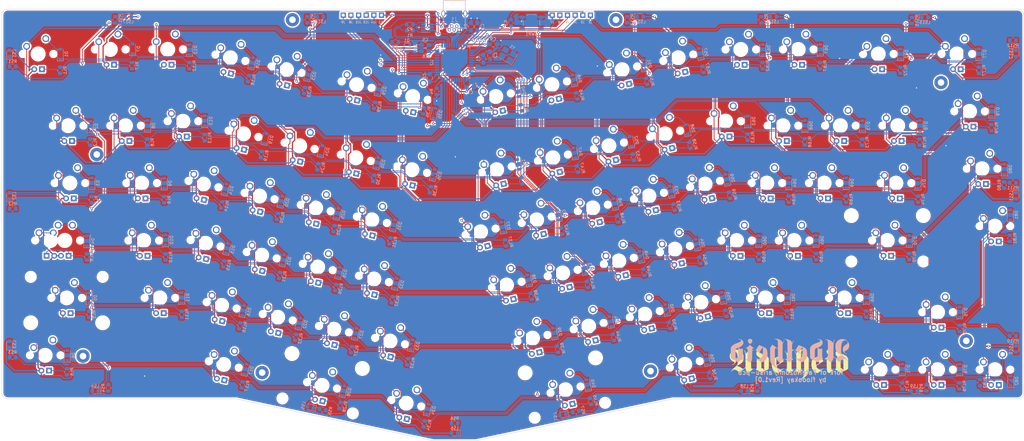
<source format=kicad_pcb>
(kicad_pcb (version 20200104) (host pcbnew "(5.99.0-670-ga8d9fcb4e)")
  (title_block (title "Adelheid") (rev "1.0") (company "floookay"))
  (layers (0 "F.Cu" signal) (31 "B.Cu" signal) (34 "B.Paste" user) (35 "F.Paste" user) (36 "B.SilkS" user) (37 "F.SilkS" user) (38 "B.Mask" user) (39 "F.Mask" user) (44 "Edge.Cuts" user))
  (net 0 "")
  (net 1 "GND")
  (net 2 "XTAL1")
  (net 3 "XTAL2")
  (net 4 "VCC")
  (net 5 "Net-(C4-Pad1)")
  (net 6 "Net-(D1-Pad2)")
  (net 7 "/row0")
  (net 8 "/row1")
  (net 9 "Net-(D2-Pad2)")
  (net 10 "Net-(D3-Pad2)")
  (net 11 "/row2")
  (net 12 "/row3")
  (net 13 "Net-(D4-Pad2)")
  (net 14 "Net-(D5-Pad2)")
  (net 15 "/row4")
  (net 16 "Net-(D6-Pad2)")
  (net 17 "Net-(D7-Pad2)")
  (net 18 "Net-(D8-Pad2)")
  (net 19 "Net-(D9-Pad2)")
  (net 20 "Net-(D10-Pad2)")
  (net 21 "Net-(D11-Pad2)")
  (net 22 "Net-(D12-Pad2)")
  (net 23 "Net-(D13-Pad2)")
  (net 24 "Net-(D14-Pad2)")
  (net 25 "Net-(D15-Pad2)")
  (net 26 "Net-(D16-Pad2)")
  (net 27 "Net-(D17-Pad2)")
  (net 28 "Net-(D18-Pad2)")
  (net 29 "Net-(D19-Pad2)")
  (net 30 "Net-(D20-Pad2)")
  (net 31 "Net-(D21-Pad2)")
  (net 32 "Net-(D22-Pad2)")
  (net 33 "Net-(D23-Pad2)")
  (net 34 "Net-(D24-Pad2)")
  (net 35 "Net-(D25-Pad2)")
  (net 36 "Net-(D26-Pad2)")
  (net 37 "Net-(D27-Pad2)")
  (net 38 "Net-(D28-Pad2)")
  (net 39 "Net-(D29-Pad2)")
  (net 40 "Net-(D30-Pad2)")
  (net 41 "Net-(D31-Pad2)")
  (net 42 "Net-(D32-Pad2)")
  (net 43 "Net-(D33-Pad2)")
  (net 44 "Net-(D34-Pad2)")
  (net 45 "Net-(D35-Pad2)")
  (net 46 "Net-(D36-Pad2)")
  (net 47 "Net-(D37-Pad2)")
  (net 48 "Net-(D38-Pad2)")
  (net 49 "Net-(D39-Pad2)")
  (net 50 "Net-(D40-Pad2)")
  (net 51 "Net-(D41-Pad2)")
  (net 52 "Net-(D42-Pad2)")
  (net 53 "Net-(D43-Pad2)")
  (net 54 "Net-(D44-Pad2)")
  (net 55 "Net-(D45-Pad2)")
  (net 56 "Net-(D46-Pad2)")
  (net 57 "Net-(D47-Pad2)")
  (net 58 "Net-(D48-Pad2)")
  (net 59 "Net-(D49-Pad2)")
  (net 60 "Net-(D50-Pad2)")
  (net 61 "Net-(D51-Pad2)")
  (net 62 "Net-(D52-Pad2)")
  (net 63 "Net-(D53-Pad2)")
  (net 64 "Net-(D54-Pad2)")
  (net 65 "Net-(D55-Pad2)")
  (net 66 "Net-(D56-Pad2)")
  (net 67 "Net-(D57-Pad2)")
  (net 68 "Net-(D58-Pad2)")
  (net 69 "Net-(D59-Pad2)")
  (net 70 "Net-(D60-Pad2)")
  (net 71 "Net-(D61-Pad2)")
  (net 72 "Net-(D62-Pad2)")
  (net 73 "Net-(D63-Pad2)")
  (net 74 "Net-(D64-Pad2)")
  (net 75 "Net-(D65-Pad2)")
  (net 76 "Net-(D66-Pad2)")
  (net 77 "Net-(D67-Pad2)")
  (net 78 "Net-(J1-Pad3)")
  (net 79 "Net-(J1-Pad4)")
  (net 80 "Net-(J1-Pad2)")
  (net 81 "/MISO")
  (net 82 "/SCK")
  (net 83 "/MOSI")
  (net 84 "/~RES~")
  (net 85 "/PF4")
  (net 86 "/PF5")
  (net 87 "D+")
  (net 88 "D-")
  (net 89 "Net-(R4-Pad1)")
  (net 90 "/col0")
  (net 91 "/col1")
  (net 92 "/col2")
  (net 93 "/col3")
  (net 94 "/col4")
  (net 95 "/col5")
  (net 96 "/col6")
  (net 97 "/col8")
  (net 98 "/col9")
  (net 99 "/col10")
  (net 100 "/col11")
  (net 101 "/col12")
  (net 102 "/col13")
  (net 103 "Net-(U1-Pad3)")
  (net 104 "Net-(U1-Pad1)")
  (net 105 "Net-(U2-Pad42)")
  (net 106 "Net-(D68-Pad2)")
  (net 107 "/row5")
  (net 108 "Net-(D69-Pad2)")
  (net 109 "Net-(D70-Pad2)")
  (net 110 "Net-(D71-Pad2)")
  (net 111 "Net-(D72-Pad2)")
  (net 112 "Net-(D73-Pad2)")
  (net 113 "Net-(D74-Pad2)")
  (net 114 "Net-(D75-Pad2)")
  (net 115 "Net-(D76-Pad2)")
  (net 116 "Net-(D77-Pad2)")
  (net 117 "Net-(D78-Pad2)")
  (net 118 "Net-(D79-Pad2)")
  (net 119 "Net-(D80-Pad2)")
  (net 120 "Net-(D81-Pad2)")
  (net 121 "Net-(D82-Pad2)")
  (net 122 "Net-(MX1-Pad4)")
  (net 123 "Net-(MX2-Pad4)")
  (net 124 "Net-(MX3-Pad4)")
  (net 125 "Net-(MX4-Pad4)")
  (net 126 "Net-(MX5-Pad4)")
  (net 127 "Net-(MX6-Pad4)")
  (net 128 "Net-(MX7-Pad4)")
  (net 129 "Net-(MX8-Pad4)")
  (net 130 "Net-(MX9-Pad4)")
  (net 131 "Net-(MX10-Pad4)")
  (net 132 "Net-(MX11-Pad4)")
  (net 133 "Net-(MX12-Pad4)")
  (net 134 "Net-(MX13-Pad4)")
  (net 135 "Net-(MX14-Pad4)")
  (net 136 "Net-(MX15-Pad4)")
  (net 137 "Net-(MX16-Pad4)")
  (net 138 "Net-(MX17-Pad4)")
  (net 139 "Net-(MX18-Pad4)")
  (net 140 "Net-(MX19-Pad4)")
  (net 141 "Net-(MX20-Pad4)")
  (net 142 "Net-(MX21-Pad4)")
  (net 143 "Net-(MX22-Pad4)")
  (net 144 "Net-(MX23-Pad4)")
  (net 145 "Net-(MX24-Pad4)")
  (net 146 "Net-(MX25-Pad4)")
  (net 147 "Net-(MX26-Pad4)")
  (net 148 "Net-(MX27-Pad4)")
  (net 149 "Net-(MX28-Pad4)")
  (net 150 "Net-(MX29-Pad4)")
  (net 151 "Net-(MX30-Pad4)")
  (net 152 "Net-(MX31-Pad4)")
  (net 153 "Net-(MX32-Pad4)")
  (net 154 "Net-(MX33-Pad4)")
  (net 155 "Net-(MX34-Pad4)")
  (net 156 "Net-(MX35-Pad4)")
  (net 157 "Net-(MX36-Pad4)")
  (net 158 "Net-(MX37-Pad4)")
  (net 159 "Net-(MX38-Pad4)")
  (net 160 "Net-(MX39-Pad4)")
  (net 161 "Net-(MX40-Pad4)")
  (net 162 "Net-(MX41-Pad4)")
  (net 163 "Net-(MX42-Pad4)")
  (net 164 "Net-(MX43-Pad4)")
  (net 165 "Net-(MX44-Pad4)")
  (net 166 "Net-(MX45-Pad4)")
  (net 167 "Net-(MX46-Pad4)")
  (net 168 "Net-(MX47-Pad4)")
  (net 169 "Net-(MX48-Pad4)")
  (net 170 "Net-(MX49-Pad4)")
  (net 171 "Net-(MX50-Pad4)")
  (net 172 "Net-(MX51-Pad4)")
  (net 173 "Net-(MX52-Pad4)")
  (net 174 "Net-(MX53-Pad4)")
  (net 175 "Net-(MX54-Pad4)")
  (net 176 "Net-(MX55-Pad4)")
  (net 177 "Net-(MX56-Pad4)")
  (net 178 "Net-(MX57-Pad4)")
  (net 179 "Net-(MX58-Pad4)")
  (net 180 "Net-(MX59-Pad4)")
  (net 181 "Net-(MX60-Pad4)")
  (net 182 "Net-(MX61-Pad4)")
  (net 183 "Net-(MX62-Pad4)")
  (net 184 "Net-(MX63-Pad4)")
  (net 185 "Net-(MX64-Pad4)")
  (net 186 "Net-(MX65-Pad4)")
  (net 187 "Net-(MX66-Pad4)")
  (net 188 "Net-(MX67-Pad4)")
  (net 189 "Net-(MX68-Pad4)")
  (net 190 "Net-(MX69-Pad4)")
  (net 191 "Net-(MX70-Pad4)")
  (net 192 "Net-(MX71-Pad4)")
  (net 193 "Net-(MX72-Pad4)")
  (net 194 "Net-(MX73-Pad4)")
  (net 195 "Net-(MX74-Pad4)")
  (net 196 "Net-(MX75-Pad4)")
  (net 197 "Net-(MX76-Pad4)")
  (net 198 "Net-(MX77-Pad4)")
  (net 199 "Net-(MX78-Pad4)")
  (net 200 "Net-(MX79-Pad4)")
  (net 201 "Net-(MX80-Pad4)")
  (net 202 "Net-(MX81-Pad4)")
  (net 203 "Net-(MX82-Pad4)")
  (net 204 "/ledGND")
  (net 205 "Net-(Q1-Pad1)")
  (net 206 "Net-(R5-Pad1)")
  (net 207 "Net-(LS1-Pad1)")
  (net 208 "Net-(LS2-Pad1)")
  (net 209 "Net-(LS3-Pad1)")
  (net 210 "Net-(LS4-Pad1)")
  (net 211 "Net-(LS5-Pad1)")
  (net 212 "Net-(LS6-Pad1)")
  (net 213 "Net-(LS7-Pad1)")
  (net 214 "Net-(LS8-Pad1)")
  (net 215 "Net-(LS9-Pad1)")
  (net 216 "Net-(LS10-Pad1)")
  (net 217 "Net-(LS11-Pad1)")
  (net 218 "Net-(LS12-Pad1)")
  (net 219 "Net-(LS13-Pad1)")
  (net 220 "Net-(LS14-Pad1)")
  (net 221 "Net-(LS15-Pad1)")
  (net 222 "Net-(LS16-Pad1)")
  (net 223 "Net-(LS17-Pad1)")
  (module "adelheid:adelheid-logo" (layer "B.Cu") (at 286.766 139.065 180)
    (fp_text reference " G2" hide)
    (fp_text value "LOGO" hide)
  )
  (module "adelheid:adelheid-logo" (layer "F.Cu") (at 286.766 142.621)
    (fp_text reference "G1" hide)
    (fp_text value "LOGO" hide)
  )
  (module "Resistor_SMD:R_0805_2012Metric_Pad1.15x1.40mm_HandSolder" (layer "B.Cu") (at 62.992 27.949 90)
    (fp_text reference "RS17" (at 0 1.65 -90) (layer "B.SilkS") (effects (justify mirror)))
    (fp_text value "R")
    (pad "2" smd roundrect (at 1.025 0 90) (size 1.15 1.4) (layers "B.Cu" "B.Paste" "B.Mask") (roundrect_rratio 0.217391) (net 223 "Net-(LS17-Pad1)"))
    (pad "1" smd roundrect (at -1.025 0 90) (size 1.15 1.4) (layers "B.Cu" "B.Paste" "B.Mask") (roundrect_rratio 0.217391) (net 204 "/ledGND"))
  )
  (module "Resistor_SMD:R_0805_2012Metric_Pad1.15x1.40mm_HandSolder" (layer "B.Cu") (at 126.746 27.94 90)
    (fp_text reference "RS16" (at 0 1.65 -90) (layer "B.SilkS") (effects (justify mirror)))
    (fp_text value "R")
    (pad "2" smd roundrect (at 1.025 0 90) (size 1.15 1.4) (layers "B.Cu" "B.Paste" "B.Mask") (roundrect_rratio 0.217391) (net 222 "Net-(LS16-Pad1)"))
    (pad "1" smd roundrect (at -1.025 0 90) (size 1.15 1.4) (layers "B.Cu" "B.Paste" "B.Mask") (roundrect_rratio 0.217391) (net 204 "/ledGND"))
  )
  (module "Resistor_SMD:R_0805_2012Metric_Pad1.15x1.40mm_HandSolder" (layer "B.Cu") (at 327.415 28.194 90)
    (fp_text reference "RS15" (at 0 1.65 270) (layer "B.SilkS") (effects (justify mirror)))
    (fp_text value "R")
    (pad "2" smd roundrect (at 1.025 0 90) (size 1.15 1.4) (layers "B.Cu" "B.Paste" "B.Mask") (roundrect_rratio 0.217391) (net 221 "Net-(LS15-Pad1)"))
    (pad "1" smd roundrect (at -1.025 0 90) (size 1.15 1.4) (layers "B.Cu" "B.Paste" "B.Mask") (roundrect_rratio 0.217391) (net 204 "/ledGND"))
  )
  (module "Resistor_SMD:R_0805_2012Metric_Pad1.15x1.40mm_HandSolder" (layer "B.Cu") (at 277.368 27.94 90)
    (fp_text reference "RS14" (at 0 1.65 270) (layer "B.SilkS") (effects (justify mirror)))
    (fp_text value "R")
    (pad "2" smd roundrect (at 1.025 0 90) (size 1.15 1.4) (layers "B.Cu" "B.Paste" "B.Mask") (roundrect_rratio 0.217391) (net 220 "Net-(LS14-Pad1)"))
    (pad "1" smd roundrect (at -1.025 0 90) (size 1.15 1.4) (layers "B.Cu" "B.Paste" "B.Mask") (roundrect_rratio 0.217391) (net 204 "/ledGND"))
  )
  (module "Resistor_SMD:R_0805_2012Metric_Pad1.15x1.40mm_HandSolder" (layer "B.Cu") (at 232.918 27.94 90)
    (fp_text reference "RS13" (at 0 1.65 270) (layer "B.SilkS") (effects (justify mirror)))
    (fp_text value "R")
    (pad "2" smd roundrect (at 1.025 0 90) (size 1.15 1.4) (layers "B.Cu" "B.Paste" "B.Mask") (roundrect_rratio 0.217391) (net 219 "Net-(LS13-Pad1)"))
    (pad "1" smd roundrect (at -1.025 0 90) (size 1.15 1.4) (layers "B.Cu" "B.Paste" "B.Mask") (roundrect_rratio 0.217391) (net 204 "/ledGND"))
  )
  (module "Resistor_SMD:R_0805_2012Metric_Pad1.15x1.40mm_HandSolder" (layer "B.Cu") (at 360.925 34.798)
    (fp_text reference "RS12" (at 0 1.65 180) (layer "B.SilkS") (effects (justify mirror)))
    (fp_text value "R")
    (pad "2" smd roundrect (at 1.025 0) (size 1.15 1.4) (layers "B.Cu" "B.Paste" "B.Mask") (roundrect_rratio 0.217391) (net 218 "Net-(LS12-Pad1)"))
    (pad "1" smd roundrect (at -1.025 0) (size 1.15 1.4) (layers "B.Cu" "B.Paste" "B.Mask") (roundrect_rratio 0.217391) (net 204 "/ledGND"))
  )
  (module "Resistor_SMD:R_0805_2012Metric_Pad1.15x1.40mm_HandSolder" (layer "B.Cu") (at 360.925 82.042)
    (fp_text reference "RS11" (at 0 1.65 180) (layer "B.SilkS") (effects (justify mirror)))
    (fp_text value "R")
    (pad "2" smd roundrect (at 1.025 0) (size 1.15 1.4) (layers "B.Cu" "B.Paste" "B.Mask") (roundrect_rratio 0.217391) (net 217 "Net-(LS11-Pad1)"))
    (pad "1" smd roundrect (at -1.025 0) (size 1.15 1.4) (layers "B.Cu" "B.Paste" "B.Mask") (roundrect_rratio 0.217391) (net 204 "/ledGND"))
  )
  (module "Resistor_SMD:R_0805_2012Metric_Pad1.15x1.40mm_HandSolder" (layer "B.Cu") (at 360.925 132.842)
    (fp_text reference "RS10" (at 0 1.65 180) (layer "B.SilkS") (effects (justify mirror)))
    (fp_text value "R")
    (pad "2" smd roundrect (at 1.025 0) (size 1.15 1.4) (layers "B.Cu" "B.Paste" "B.Mask") (roundrect_rratio 0.217391) (net 216 "Net-(LS10-Pad1)"))
    (pad "1" smd roundrect (at -1.025 0) (size 1.15 1.4) (layers "B.Cu" "B.Paste" "B.Mask") (roundrect_rratio 0.217391) (net 204 "/ledGND"))
  )
  (module "Resistor_SMD:R_0805_2012Metric_Pad1.15x1.40mm_HandSolder" (layer "B.Cu") (at 332.232 150.105 -90)
    (fp_text reference "RS9" (at 0 1.65 -90) (layer "B.SilkS") (effects (justify mirror)))
    (fp_text value "R")
    (pad "2" smd roundrect (at 1.025 0 270) (size 1.15 1.4) (layers "B.Cu" "B.Paste" "B.Mask") (roundrect_rratio 0.217391) (net 215 "Net-(LS9-Pad1)"))
    (pad "1" smd roundrect (at -1.025 0 270) (size 1.15 1.4) (layers "B.Cu" "B.Paste" "B.Mask") (roundrect_rratio 0.217391) (net 204 "/ledGND"))
  )
  (module "Resistor_SMD:R_0805_2012Metric_Pad1.15x1.40mm_HandSolder" (layer "B.Cu") (at 276.098 150.114 -90)
    (fp_text reference "RS8" (at 0 1.65 -90) (layer "B.SilkS") (effects (justify mirror)))
    (fp_text value "R")
    (pad "2" smd roundrect (at 1.025 0 270) (size 1.15 1.4) (layers "B.Cu" "B.Paste" "B.Mask") (roundrect_rratio 0.217391) (net 214 "Net-(LS8-Pad1)"))
    (pad "1" smd roundrect (at -1.025 0 270) (size 1.15 1.4) (layers "B.Cu" "B.Paste" "B.Mask") (roundrect_rratio 0.217391) (net 204 "/ledGND"))
  )
  (module "Resistor_SMD:R_0805_2012Metric_Pad1.15x1.40mm_HandSolder" (layer "B.Cu") (at 215.9 157.988 -168)
    (fp_text reference "RS7" (at -2.341665 0.021613 -78) (layer "B.SilkS") (effects (justify mirror)))
    (fp_text value "R")
    (pad "2" smd roundrect (at 1.025 0 192) (size 1.15 1.4) (layers "B.Cu" "B.Paste" "B.Mask") (roundrect_rratio 0.217391) (net 213 "Net-(LS7-Pad1)"))
    (pad "1" smd roundrect (at -1.025 0 192) (size 1.15 1.4) (layers "B.Cu" "B.Paste" "B.Mask") (roundrect_rratio 0.217391) (net 204 "/ledGND"))
  )
  (module "Resistor_SMD:R_0805_2012Metric_Pad1.15x1.40mm_HandSolder" (layer "B.Cu") (at 175.65 161.798)
    (fp_text reference "RS6" (at 0.009 -1.524 180) (layer "B.SilkS") (effects (justify mirror)))
    (fp_text value "R")
    (pad "2" smd roundrect (at 1.025 0) (size 1.15 1.4) (layers "B.Cu" "B.Paste" "B.Mask") (roundrect_rratio 0.217391) (net 212 "Net-(LS6-Pad1)"))
    (pad "1" smd roundrect (at -1.025 0) (size 1.15 1.4) (layers "B.Cu" "B.Paste" "B.Mask") (roundrect_rratio 0.217391) (net 204 "/ledGND"))
  )
  (module "Resistor_SMD:R_0805_2012Metric_Pad1.15x1.40mm_HandSolder" (layer "B.Cu") (at 131.839399 157.288203 168)
    (fp_text reference "RS5" (at -2.564075 0.089255 78) (layer "B.SilkS") (effects (justify mirror)))
    (fp_text value "R")
    (pad "2" smd roundrect (at 1.025 0 168) (size 1.15 1.4) (layers "B.Cu" "B.Paste" "B.Mask") (roundrect_rratio 0.217391) (net 211 "Net-(LS5-Pad1)"))
    (pad "1" smd roundrect (at -1.025 0 168) (size 1.15 1.4) (layers "B.Cu" "B.Paste" "B.Mask") (roundrect_rratio 0.217391) (net 204 "/ledGND"))
  )
  (module "Resistor_SMD:R_0805_2012Metric_Pad1.15x1.40mm_HandSolder" (layer "B.Cu") (at 60.706 150.105 -90)
    (fp_text reference "RS4" (at 0 1.65 -90) (layer "B.SilkS") (effects (justify mirror)))
    (fp_text value "R")
    (pad "2" smd roundrect (at 1.025 0 270) (size 1.15 1.4) (layers "B.Cu" "B.Paste" "B.Mask") (roundrect_rratio 0.217391) (net 210 "Net-(LS4-Pad1)"))
    (pad "1" smd roundrect (at -1.025 0 270) (size 1.15 1.4) (layers "B.Cu" "B.Paste" "B.Mask") (roundrect_rratio 0.217391) (net 204 "/ledGND"))
  )
  (module "Resistor_SMD:R_0805_2012Metric_Pad1.15x1.40mm_HandSolder" (layer "B.Cu") (at 28.965 139.954 180)
    (fp_text reference "RS3" (at 0 1.65 180) (layer "B.SilkS") (effects (justify mirror)))
    (fp_text value "R")
    (pad "2" smd roundrect (at 1.025 0 180) (size 1.15 1.4) (layers "B.Cu" "B.Paste" "B.Mask") (roundrect_rratio 0.217391) (net 209 "Net-(LS3-Pad1)"))
    (pad "1" smd roundrect (at -1.025 0 180) (size 1.15 1.4) (layers "B.Cu" "B.Paste" "B.Mask") (roundrect_rratio 0.217391) (net 204 "/ledGND"))
  )
  (module "Resistor_SMD:R_0805_2012Metric_Pad1.15x1.40mm_HandSolder" (layer "B.Cu") (at 28.965 90.678 180)
    (fp_text reference "RS2" (at 0 1.65 180) (layer "B.SilkS") (effects (justify mirror)))
    (fp_text value "R")
    (pad "2" smd roundrect (at 1.025 0 180) (size 1.15 1.4) (layers "B.Cu" "B.Paste" "B.Mask") (roundrect_rratio 0.217391) (net 208 "Net-(LS2-Pad1)"))
    (pad "1" smd roundrect (at -1.025 0 180) (size 1.15 1.4) (layers "B.Cu" "B.Paste" "B.Mask") (roundrect_rratio 0.217391) (net 204 "/ledGND"))
  )
  (module "Resistor_SMD:R_0805_2012Metric_Pad1.15x1.40mm_HandSolder" (layer "B.Cu") (at 28.965 43.434 180)
    (fp_text reference "RS1" (at 0 1.65 180) (layer "B.SilkS") (effects (justify mirror)))
    (fp_text value "R")
    (pad "2" smd roundrect (at 1.025 0 180) (size 1.15 1.4) (layers "B.Cu" "B.Paste" "B.Mask") (roundrect_rratio 0.217391) (net 207 "Net-(LS1-Pad1)"))
    (pad "1" smd roundrect (at -1.025 0 180) (size 1.15 1.4) (layers "B.Cu" "B.Paste" "B.Mask") (roundrect_rratio 0.217391) (net 204 "/ledGND"))
  )
  (module "LED_SMD:LED_0805_2012Metric_Pad1.15x1.40mm_HandSolder" (layer "B.Cu") (at 67.31 26.924)
    (fp_text reference "LS17" (at 0 1.65 180) (layer "B.SilkS") (effects (justify mirror)))
    (fp_text value "LED")
    (pad "2" smd roundrect (at 1.025 0) (size 1.15 1.4) (layers "B.Cu" "B.Paste" "B.Mask") (roundrect_rratio 0.217391) (net 4 "VCC"))
    (pad "1" smd roundrect (at -1.025 0) (size 1.15 1.4) (layers "B.Cu" "B.Paste" "B.Mask") (roundrect_rratio 0.217391) (net 223 "Net-(LS17-Pad1)"))
  )
  (module "LED_SMD:LED_0805_2012Metric_Pad1.15x1.40mm_HandSolder" (layer "B.Cu") (at 131.064 26.915)
    (fp_text reference "LS16" (at 0 1.65 180) (layer "B.SilkS") (effects (justify mirror)))
    (fp_text value "LED")
    (pad "2" smd roundrect (at 1.025 0) (size 1.15 1.4) (layers "B.Cu" "B.Paste" "B.Mask") (roundrect_rratio 0.217391) (net 4 "VCC"))
    (pad "1" smd roundrect (at -1.025 0) (size 1.15 1.4) (layers "B.Cu" "B.Paste" "B.Mask") (roundrect_rratio 0.217391) (net 222 "Net-(LS16-Pad1)"))
  )
  (module "LED_SMD:LED_0805_2012Metric_Pad1.15x1.40mm_HandSolder" (layer "B.Cu") (at 331.724 27.178)
    (fp_text reference "LS15" (at 0 1.65 180) (layer "B.SilkS") (effects (justify mirror)))
    (fp_text value "LED")
    (pad "2" smd roundrect (at 1.025 0) (size 1.15 1.4) (layers "B.Cu" "B.Paste" "B.Mask") (roundrect_rratio 0.217391) (net 4 "VCC"))
    (pad "1" smd roundrect (at -1.025 0) (size 1.15 1.4) (layers "B.Cu" "B.Paste" "B.Mask") (roundrect_rratio 0.217391) (net 221 "Net-(LS15-Pad1)"))
  )
  (module "LED_SMD:LED_0805_2012Metric_Pad1.15x1.40mm_HandSolder" (layer "B.Cu") (at 281.432 26.924)
    (fp_text reference "LS14" (at 0 1.65 180) (layer "B.SilkS") (effects (justify mirror)))
    (fp_text value "LED")
    (pad "2" smd roundrect (at 1.025 0) (size 1.15 1.4) (layers "B.Cu" "B.Paste" "B.Mask") (roundrect_rratio 0.217391) (net 4 "VCC"))
    (pad "1" smd roundrect (at -1.025 0) (size 1.15 1.4) (layers "B.Cu" "B.Paste" "B.Mask") (roundrect_rratio 0.217391) (net 220 "Net-(LS14-Pad1)"))
  )
  (module "LED_SMD:LED_0805_2012Metric_Pad1.15x1.40mm_HandSolder" (layer "B.Cu") (at 237.227 26.924)
    (fp_text reference "LS13" (at 0 1.65 180) (layer "B.SilkS") (effects (justify mirror)))
    (fp_text value "LED")
    (pad "2" smd roundrect (at 1.025 0) (size 1.15 1.4) (layers "B.Cu" "B.Paste" "B.Mask") (roundrect_rratio 0.217391) (net 4 "VCC"))
    (pad "1" smd roundrect (at -1.025 0) (size 1.15 1.4) (layers "B.Cu" "B.Paste" "B.Mask") (roundrect_rratio 0.217391) (net 219 "Net-(LS13-Pad1)"))
  )
  (module "LED_SMD:LED_0805_2012Metric_Pad1.15x1.40mm_HandSolder" (layer "B.Cu") (at 361.95 39.116 -90)
    (fp_text reference "LS12" (at 0 1.65 -90) (layer "B.SilkS") (effects (justify mirror)))
    (fp_text value "LED")
    (pad "2" smd roundrect (at 1.025 0 270) (size 1.15 1.4) (layers "B.Cu" "B.Paste" "B.Mask") (roundrect_rratio 0.217391) (net 4 "VCC"))
    (pad "1" smd roundrect (at -1.025 0 270) (size 1.15 1.4) (layers "B.Cu" "B.Paste" "B.Mask") (roundrect_rratio 0.217391) (net 218 "Net-(LS12-Pad1)"))
  )
  (module "LED_SMD:LED_0805_2012Metric_Pad1.15x1.40mm_HandSolder" (layer "B.Cu") (at 361.95 86.369 -90)
    (fp_text reference "LS11" (at 0 1.65 -90) (layer "B.SilkS") (effects (justify mirror)))
    (fp_text value "LED")
    (pad "2" smd roundrect (at 1.025 0 270) (size 1.15 1.4) (layers "B.Cu" "B.Paste" "B.Mask") (roundrect_rratio 0.217391) (net 4 "VCC"))
    (pad "1" smd roundrect (at -1.025 0 270) (size 1.15 1.4) (layers "B.Cu" "B.Paste" "B.Mask") (roundrect_rratio 0.217391) (net 217 "Net-(LS11-Pad1)"))
  )
  (module "LED_SMD:LED_0805_2012Metric_Pad1.15x1.40mm_HandSolder" (layer "B.Cu") (at 361.95 137.169 -90)
    (fp_text reference "LS10" (at 0 1.65 -90) (layer "B.SilkS") (effects (justify mirror)))
    (fp_text value "LED")
    (pad "2" smd roundrect (at 1.025 0 270) (size 1.15 1.4) (layers "B.Cu" "B.Paste" "B.Mask") (roundrect_rratio 0.217391) (net 4 "VCC"))
    (pad "1" smd roundrect (at -1.025 0 270) (size 1.15 1.4) (layers "B.Cu" "B.Paste" "B.Mask") (roundrect_rratio 0.217391) (net 216 "Net-(LS10-Pad1)"))
  )
  (module "LED_SMD:LED_0805_2012Metric_Pad1.15x1.40mm_HandSolder" (layer "B.Cu") (at 328.159 151.13 180)
    (fp_text reference "LS9" (at 0 1.65 180) (layer "B.SilkS") (effects (justify mirror)))
    (fp_text value "LED")
    (pad "2" smd roundrect (at 1.025 0 180) (size 1.15 1.4) (layers "B.Cu" "B.Paste" "B.Mask") (roundrect_rratio 0.217391) (net 4 "VCC"))
    (pad "1" smd roundrect (at -1.025 0 180) (size 1.15 1.4) (layers "B.Cu" "B.Paste" "B.Mask") (roundrect_rratio 0.217391) (net 215 "Net-(LS9-Pad1)"))
  )
  (module "LED_SMD:LED_0805_2012Metric_Pad1.15x1.40mm_HandSolder" (layer "B.Cu") (at 271.78 151.13 180)
    (fp_text reference "LS8" (at 0 1.65 180) (layer "B.SilkS") (effects (justify mirror)))
    (fp_text value "LED")
    (pad "2" smd roundrect (at 1.025 0 180) (size 1.15 1.4) (layers "B.Cu" "B.Paste" "B.Mask") (roundrect_rratio 0.217391) (net 4 "VCC"))
    (pad "1" smd roundrect (at -1.025 0 180) (size 1.15 1.4) (layers "B.Cu" "B.Paste" "B.Mask") (roundrect_rratio 0.217391) (net 214 "Net-(LS8-Pad1)"))
  )
  (module "LED_SMD:LED_0805_2012Metric_Pad1.15x1.40mm_HandSolder" (layer "B.Cu") (at 211.582 159.004 -168)
    (fp_text reference "LS7" (at 2.590114 0.031197 -78) (layer "B.SilkS") (effects (justify mirror)))
    (fp_text value "LED")
    (pad "2" smd roundrect (at 1.025 0 192) (size 1.15 1.4) (layers "B.Cu" "B.Paste" "B.Mask") (roundrect_rratio 0.217391) (net 4 "VCC"))
    (pad "1" smd roundrect (at -1.025 0 192) (size 1.15 1.4) (layers "B.Cu" "B.Paste" "B.Mask") (roundrect_rratio 0.217391) (net 213 "Net-(LS7-Pad1)"))
  )
  (module "LED_SMD:LED_0805_2012Metric_Pad1.15x1.40mm_HandSolder" (layer "B.Cu") (at 175.65 165.1 180)
    (fp_text reference "LS6" (at 0 1.65 180) (layer "B.SilkS") (effects (justify mirror)))
    (fp_text value "LED")
    (pad "2" smd roundrect (at 1.025 0 180) (size 1.15 1.4) (layers "B.Cu" "B.Paste" "B.Mask") (roundrect_rratio 0.217391) (net 4 "VCC"))
    (pad "1" smd roundrect (at -1.025 0 180) (size 1.15 1.4) (layers "B.Cu" "B.Paste" "B.Mask") (roundrect_rratio 0.217391) (net 212 "Net-(LS6-Pad1)"))
  )
  (module "LED_SMD:LED_0805_2012Metric_Pad1.15x1.40mm_HandSolder" (layer "B.Cu") (at 127.775399 156.504891 168)
    (fp_text reference "LS5" (at 2.363272 0.058824 78) (layer "B.SilkS") (effects (justify mirror)))
    (fp_text value "LED")
    (pad "2" smd roundrect (at 1.025 0 168) (size 1.15 1.4) (layers "B.Cu" "B.Paste" "B.Mask") (roundrect_rratio 0.217391) (net 4 "VCC"))
    (pad "1" smd roundrect (at -1.025 0 168) (size 1.15 1.4) (layers "B.Cu" "B.Paste" "B.Mask") (roundrect_rratio 0.217391) (net 211 "Net-(LS5-Pad1)"))
  )
  (module "LED_SMD:LED_0805_2012Metric_Pad1.15x1.40mm_HandSolder" (layer "B.Cu") (at 56.379 151.13 180)
    (fp_text reference "LS4" (at 0 1.65 180) (layer "B.SilkS") (effects (justify mirror)))
    (fp_text value "LED")
    (pad "2" smd roundrect (at 1.025 0 180) (size 1.15 1.4) (layers "B.Cu" "B.Paste" "B.Mask") (roundrect_rratio 0.217391) (net 4 "VCC"))
    (pad "1" smd roundrect (at -1.025 0 180) (size 1.15 1.4) (layers "B.Cu" "B.Paste" "B.Mask") (roundrect_rratio 0.217391) (net 210 "Net-(LS4-Pad1)"))
  )
  (module "LED_SMD:LED_0805_2012Metric_Pad1.15x1.40mm_HandSolder" (layer "B.Cu") (at 27.94 135.645 90)
    (fp_text reference "LS3" (at 0 1.65 -90) (layer "B.SilkS") (effects (justify mirror)))
    (fp_text value "LED")
    (pad "2" smd roundrect (at 1.025 0 90) (size 1.15 1.4) (layers "B.Cu" "B.Paste" "B.Mask") (roundrect_rratio 0.217391) (net 4 "VCC"))
    (pad "1" smd roundrect (at -1.025 0 90) (size 1.15 1.4) (layers "B.Cu" "B.Paste" "B.Mask") (roundrect_rratio 0.217391) (net 209 "Net-(LS3-Pad1)"))
  )
  (module "LED_SMD:LED_0805_2012Metric_Pad1.15x1.40mm_HandSolder" (layer "B.Cu") (at 27.94 86.369 90)
    (fp_text reference "LS2" (at 0 1.65 -90) (layer "B.SilkS") (effects (justify mirror)))
    (fp_text value "LED")
    (pad "2" smd roundrect (at 1.025 0 90) (size 1.15 1.4) (layers "B.Cu" "B.Paste" "B.Mask") (roundrect_rratio 0.217391) (net 4 "VCC"))
    (pad "1" smd roundrect (at -1.025 0 90) (size 1.15 1.4) (layers "B.Cu" "B.Paste" "B.Mask") (roundrect_rratio 0.217391) (net 208 "Net-(LS2-Pad1)"))
  )
  (module "LED_SMD:LED_0805_2012Metric_Pad1.15x1.40mm_HandSolder" (layer "B.Cu") (at 27.94 39.125 90)
    (fp_text reference "LS1" (at 0 1.65 -90) (layer "B.SilkS") (effects (justify mirror)))
    (fp_text value "LED")
    (pad "2" smd roundrect (at 1.025 0 90) (size 1.15 1.4) (layers "B.Cu" "B.Paste" "B.Mask") (roundrect_rratio 0.217391) (net 4 "VCC"))
    (pad "1" smd roundrect (at -1.025 0 90) (size 1.15 1.4) (layers "B.Cu" "B.Paste" "B.Mask") (roundrect_rratio 0.217391) (net 207 "Net-(LS1-Pad1)"))
  )
  (module "ai03-MX_only:MXOnly-1U" (layer "F.Cu") (at 189.3189 53.4162 12)
    (fp_text reference "MX40")
    (fp_text value "MX-LED")
    (pad "" np_thru_hole circle (at 5.08 0 60.0996) (size 1.75 1.75) (drill 1.75) (layers *.Cu *.Mask))
    (pad "" np_thru_hole circle (at -5.08 0 60.0996) (size 1.75 1.75) (drill 1.75) (layers *.Cu *.Mask))
    (pad "4" thru_hole rect (at 1.27 5.08 12) (size 1.905 1.905) (drill 1.04) (layers *.Cu "B.Mask") (net 161 "Net-(MX40-Pad4)"))
    (pad "3" thru_hole circle (at -1.27 5.08 12) (size 1.905 1.905) (drill 1.04) (layers *.Cu "B.Mask") (net 4 "VCC"))
    (pad "1" thru_hole circle (at -3.81 -2.54 12) (size 2.25 2.25) (drill 1.47) (layers *.Cu "B.Mask") (net 82 "/SCK"))
    (pad "" np_thru_hole circle (at 0 0 12) (size 3.9878 3.9878) (drill 3.9878) (layers *.Cu *.Mask))
    (pad "2" thru_hole circle (at 2.54 -5.08 12) (size 2.25 2.25) (drill 1.47) (layers *.Cu "B.Mask") (net 50 "Net-(D40-Pad2)"))
  )
  (module "ai03-MX_only:MXOnly-2U-ReversedStabilizers" (layer "F.Cu") (at 131.6355 149.2631 -12)
    (fp_text reference "MX28")
    (fp_text value "MX-LED")
    (pad "" np_thru_hole circle (at 11.938 -8.255 348) (size 3.9878 3.9878) (drill 3.9878) (layers *.Cu *.Mask))
    (pad "" np_thru_hole circle (at -11.938 -8.255 348) (size 3.9878 3.9878) (drill 3.9878) (layers *.Cu *.Mask))
    (pad "" np_thru_hole circle (at 11.938 6.985 348) (size 3.048 3.048) (drill 3.048) (layers *.Cu *.Mask))
    (pad "" np_thru_hole circle (at -11.938 6.985 348) (size 3.048 3.048) (drill 3.048) (layers *.Cu *.Mask))
    (pad "" np_thru_hole circle (at 5.08 0 36.0996) (size 1.75 1.75) (drill 1.75) (layers *.Cu *.Mask))
    (pad "" np_thru_hole circle (at -5.08 0 36.0996) (size 1.75 1.75) (drill 1.75) (layers *.Cu *.Mask))
    (pad "4" thru_hole rect (at 1.27 5.08 348) (size 1.905 1.905) (drill 1.04) (layers *.Cu "B.Mask") (net 149 "Net-(MX28-Pad4)"))
    (pad "3" thru_hole circle (at -1.27 5.08 348) (size 1.905 1.905) (drill 1.04) (layers *.Cu "B.Mask") (net 4 "VCC"))
    (pad "1" thru_hole circle (at -3.81 -2.54 348) (size 2.25 2.25) (drill 1.47) (layers *.Cu "B.Mask") (net 94 "/col4"))
    (pad "" np_thru_hole circle (at 0 0 348) (size 3.9878 3.9878) (drill 3.9878) (layers *.Cu *.Mask))
    (pad "2" thru_hole circle (at 2.54 -5.08 348) (size 2.25 2.25) (drill 1.47) (layers *.Cu "B.Mask") (net 38 "Net-(D28-Pad2)"))
  )
  (module "ai03-MX_only:MXOnly-2.25U-ReversedStabilizers" (layer "F.Cu") (at 319.2399 101.1809)
    (fp_text reference "MX70")
    (fp_text value "MX-LED")
    (pad "" np_thru_hole circle (at 11.938 -8.255) (size 3.9878 3.9878) (drill 3.9878) (layers *.Cu *.Mask))
    (pad "" np_thru_hole circle (at -11.938 -8.255) (size 3.9878 3.9878) (drill 3.9878) (layers *.Cu *.Mask))
    (pad "" np_thru_hole circle (at 11.938 6.985) (size 3.048 3.048) (drill 3.048) (layers *.Cu *.Mask))
    (pad "" np_thru_hole circle (at -11.938 6.985) (size 3.048 3.048) (drill 3.048) (layers *.Cu *.Mask))
    (pad "" np_thru_hole circle (at 5.08 0 48.0996) (size 1.75 1.75) (drill 1.75) (layers *.Cu *.Mask))
    (pad "" np_thru_hole circle (at -5.08 0 48.0996) (size 1.75 1.75) (drill 1.75) (layers *.Cu *.Mask))
    (pad "4" thru_hole rect (at 1.27 5.08) (size 1.905 1.905) (drill 1.04) (layers *.Cu "B.Mask") (net 191 "Net-(MX70-Pad4)"))
    (pad "3" thru_hole circle (at -1.27 5.08) (size 1.905 1.905) (drill 1.04) (layers *.Cu "B.Mask") (net 4 "VCC"))
    (pad "1" thru_hole circle (at -3.81 -2.54) (size 2.25 2.25) (drill 1.47) (layers *.Cu "B.Mask") (net 101 "/col12"))
    (pad "" np_thru_hole circle (at 0 0) (size 3.9878 3.9878) (drill 3.9878) (layers *.Cu *.Mask))
    (pad "2" thru_hole circle (at 2.54 -5.08) (size 2.25 2.25) (drill 1.47) (layers *.Cu "B.Mask") (net 109 "Net-(D70-Pad2)"))
  )
  (module "Keebio-Parts:USB-Mini-B_2leg" (layer "B.Cu") (at 175.5267 30.6832)
    (fp_text reference "J1" (at 0 -2.7559) (layer "B.SilkS") (effects (font (size 1.5 1.5)) (justify mirror)))
    (fp_text value "USB_B_Mini" hide)
    (pad "1" thru_hole circle (at -1.6 0.6) (size 1.1 1.1) (drill 0.7) (layers *.Cu *.Mask) (net 4 "VCC"))
    (pad "2" thru_hole circle (at -0.8 -0.6) (size 1.1 1.1) (drill 0.7) (layers *.Cu *.Mask) (net 80 "Net-(J1-Pad2)"))
    (pad "3" thru_hole circle (at 0 0.6) (size 1.1 1.1) (drill 0.7) (layers *.Cu *.Mask) (net 78 "Net-(J1-Pad3)"))
    (pad "4" thru_hole circle (at 0.8 -0.6) (size 1.1 1.1) (drill 0.7) (layers *.Cu *.Mask) (net 79 "Net-(J1-Pad4)"))
    (pad "5" thru_hole circle (at 1.6 0.6) (size 1.1 1.1) (drill 0.7) (layers *.Cu *.Mask) (net 1 "GND"))
    (pad "6" thru_hole oval (at -3.65 -4.82) (size 1.2 1.9) (drill oval 0.8 1.5) (layers *.Cu *.Mask) (net 1 "GND"))
    (pad "6" thru_hole oval (at 3.65 -4.82) (size 1.2 1.9) (drill oval 0.8 1.5) (layers *.Cu *.Mask) (net 1 "GND"))
  )
  (module "ai03-MX_only:MXOnly-1.75U-FLIPPED" (layer "F.Cu") (at 41.5163 101.1809)
    (fp_text reference "MX4_1")
    (fp_text value "MX-LED" hide)
    (pad "" np_thru_hole circle (at 5.08 0 48.0996) (size 1.75 1.75) (drill 1.75) (layers *.Cu *.Mask))
    (pad "" np_thru_hole circle (at -5.08 0 48.0996) (size 1.75 1.75) (drill 1.75) (layers *.Cu *.Mask))
    (pad "4" thru_hole rect (at -1.27 5.08) (size 1.905 1.905) (drill 1.04) (layers *.Cu "B.Mask") (net 125 "Net-(MX4-Pad4)"))
    (pad "3" thru_hole circle (at 1.27 5.08) (size 1.905 1.905) (drill 1.04) (layers *.Cu "B.Mask") (net 4 "VCC"))
    (pad "1" thru_hole circle (at -3.81 -2.54) (size 2.25 2.25) (drill 1.47) (layers *.Cu "B.Mask") (net 90 "/col0"))
    (pad "" np_thru_hole circle (at 0 0) (size 3.9878 3.9878) (drill 3.9878) (layers *.Cu *.Mask))
    (pad "2" thru_hole circle (at 2.54 -5.08) (size 2.25 2.25) (drill 1.47) (layers *.Cu "B.Mask") (net 13 "Net-(D4-Pad2)"))
  )
  (module "ai03-MX_only:MXOnly-1.5U" (layer "F.Cu") (at 47.9806 82.1436)
    (fp_text reference "MX3")
    (fp_text value "MX-LED")
    (pad "" np_thru_hole circle (at 5.08 0 48.0996) (size 1.75 1.75) (drill 1.75) (layers *.Cu *.Mask))
    (pad "" np_thru_hole circle (at -5.08 0 48.0996) (size 1.75 1.75) (drill 1.75) (layers *.Cu *.Mask))
    (pad "4" thru_hole rect (at 1.27 5.08) (size 1.905 1.905) (drill 1.04) (layers *.Cu "B.Mask") (net 124 "Net-(MX3-Pad4)"))
    (pad "3" thru_hole circle (at -1.27 5.08) (size 1.905 1.905) (drill 1.04) (layers *.Cu "B.Mask") (net 4 "VCC"))
    (pad "1" thru_hole circle (at -3.81 -2.54) (size 2.25 2.25) (drill 1.47) (layers *.Cu "B.Mask") (net 90 "/col0"))
    (pad "" np_thru_hole circle (at 0 0) (size 3.9878 3.9878) (drill 3.9878) (layers *.Cu *.Mask))
    (pad "2" thru_hole circle (at 2.54 -5.08) (size 2.25 2.25) (drill 1.47) (layers *.Cu "B.Mask") (net 10 "Net-(D3-Pad2)"))
  )
  (module "ai03-MX_only:MXOnly-1.5U" (layer "F.Cu") (at 252.0315 142.3035 12)
    (fp_text reference "MX56")
    (fp_text value "MX-LED")
    (pad "" np_thru_hole circle (at 5.08 0 60.0996) (size 1.75 1.75) (drill 1.75) (layers *.Cu *.Mask))
    (pad "" np_thru_hole circle (at -5.08 0 60.0996) (size 1.75 1.75) (drill 1.75) (layers *.Cu *.Mask))
    (pad "4" thru_hole rect (at 1.27 5.08 12) (size 1.905 1.905) (drill 1.04) (layers *.Cu "B.Mask") (net 177 "Net-(MX56-Pad4)"))
    (pad "3" thru_hole circle (at -1.27 5.08 12) (size 1.905 1.905) (drill 1.04) (layers *.Cu "B.Mask") (net 4 "VCC"))
    (pad "1" thru_hole circle (at -3.81 -2.54 12) (size 2.25 2.25) (drill 1.47) (layers *.Cu "B.Mask") (net 98 "/col9"))
    (pad "" np_thru_hole circle (at 0 0 12) (size 3.9878 3.9878) (drill 3.9878) (layers *.Cu *.Mask))
    (pad "2" thru_hole circle (at 2.54 -5.08 12) (size 2.25 2.25) (drill 1.47) (layers *.Cu "B.Mask") (net 66 "Net-(D56-Pad2)"))
  )
  (module "ai03-MX_only:MXOnly-1.5U" (layer "F.Cu") (at 39.7764 139.2936)
    (fp_text reference "MX6")
    (fp_text value "MX-LED")
    (pad "" np_thru_hole circle (at 5.08 0 48.0996) (size 1.75 1.75) (drill 1.75) (layers *.Cu *.Mask))
    (pad "" np_thru_hole circle (at -5.08 0 48.0996) (size 1.75 1.75) (drill 1.75) (layers *.Cu *.Mask))
    (pad "4" thru_hole rect (at 1.27 5.08) (size 1.905 1.905) (drill 1.04) (layers *.Cu "B.Mask") (net 127 "Net-(MX6-Pad4)"))
    (pad "3" thru_hole circle (at -1.27 5.08) (size 1.905 1.905) (drill 1.04) (layers *.Cu "B.Mask") (net 4 "VCC"))
    (pad "1" thru_hole circle (at -3.81 -2.54) (size 2.25 2.25) (drill 1.47) (layers *.Cu "B.Mask") (net 90 "/col0"))
    (pad "" np_thru_hole circle (at 0 0) (size 3.9878 3.9878) (drill 3.9878) (layers *.Cu *.Mask))
    (pad "2" thru_hole circle (at 2.54 -5.08) (size 2.25 2.25) (drill 1.47) (layers *.Cu "B.Mask") (net 16 "Net-(D6-Pad2)"))
  )
  (module "Resistor_SMD:R_0805_2012Metric_Pad1.15x1.40mm_HandSolder" (layer "B.Cu") (at 350.012 148.345 90)
    (fp_text reference "RL82" (at 0 1.65 270) (layer "B.SilkS") (effects (justify mirror)))
    (fp_text value "R")
    (pad "2" smd roundrect (at 1.025 0 90) (size 1.15 1.4) (layers "B.Cu" "B.Paste" "B.Mask") (roundrect_rratio 0.217391) (net 204 "/ledGND"))
    (pad "1" smd roundrect (at -1.025 0 90) (size 1.15 1.4) (layers "B.Cu" "B.Paste" "B.Mask") (roundrect_rratio 0.217391) (net 203 "Net-(MX82-Pad4)"))
  )
  (module "Resistor_SMD:R_0805_2012Metric_Pad1.15x1.40mm_HandSolder" (layer "B.Cu") (at 359.918 100.466 90)
    (fp_text reference "RL81" (at 0 1.65 270) (layer "B.SilkS") (effects (justify mirror)))
    (fp_text value "R")
    (pad "2" smd roundrect (at 1.025 0 90) (size 1.15 1.4) (layers "B.Cu" "B.Paste" "B.Mask") (roundrect_rratio 0.217391) (net 204 "/ledGND"))
    (pad "1" smd roundrect (at -1.025 0 90) (size 1.15 1.4) (layers "B.Cu" "B.Paste" "B.Mask") (roundrect_rratio 0.217391) (net 202 "Net-(MX81-Pad4)"))
  )
  (module "Resistor_SMD:R_0805_2012Metric_Pad1.15x1.40mm_HandSolder" (layer "B.Cu") (at 358.013 82.795 90)
    (fp_text reference "RL80" (at 0 -1.651 270) (layer "B.SilkS") (effects (justify mirror)))
    (fp_text value "R")
    (pad "2" smd roundrect (at 1.025 0 90) (size 1.15 1.4) (layers "B.Cu" "B.Paste" "B.Mask") (roundrect_rratio 0.217391) (net 204 "/ledGND"))
    (pad "1" smd roundrect (at -1.025 0 90) (size 1.15 1.4) (layers "B.Cu" "B.Paste" "B.Mask") (roundrect_rratio 0.217391) (net 201 "Net-(MX80-Pad4)"))
  )
  (module "Resistor_SMD:R_0805_2012Metric_Pad1.15x1.40mm_HandSolder" (layer "B.Cu") (at 353.822 63.745 90)
    (fp_text reference "RL79" (at 0 1.65 270) (layer "B.SilkS") (effects (justify mirror)))
    (fp_text value "R")
    (pad "2" smd roundrect (at 1.025 0 90) (size 1.15 1.4) (layers "B.Cu" "B.Paste" "B.Mask") (roundrect_rratio 0.217391) (net 204 "/ledGND"))
    (pad "1" smd roundrect (at -1.025 0 90) (size 1.15 1.4) (layers "B.Cu" "B.Paste" "B.Mask") (roundrect_rratio 0.217391) (net 200 "Net-(MX79-Pad4)"))
  )
  (module "Resistor_SMD:R_0805_2012Metric_Pad1.15x1.40mm_HandSolder" (layer "B.Cu") (at 329.946 68.571 90)
    (fp_text reference "RL78" (at 0 1.65 270) (layer "B.SilkS") (effects (justify mirror)))
    (fp_text value "R")
    (pad "2" smd roundrect (at 1.025 0 90) (size 1.15 1.4) (layers "B.Cu" "B.Paste" "B.Mask") (roundrect_rratio 0.217391) (net 204 "/ledGND"))
    (pad "1" smd roundrect (at -1.025 0 90) (size 1.15 1.4) (layers "B.Cu" "B.Paste" "B.Mask") (roundrect_rratio 0.217391) (net 199 "Net-(MX78-Pad4)"))
  )
  (module "Resistor_SMD:R_0805_2012Metric_Pad1.15x1.40mm_HandSolder" (layer "B.Cu") (at 349.631 44.713 90)
    (fp_text reference "RL77" (at 0 1.65 270) (layer "B.SilkS") (effects (justify mirror)))
    (fp_text value "R")
    (pad "2" smd roundrect (at 1.025 0 90) (size 1.15 1.4) (layers "B.Cu" "B.Paste" "B.Mask") (roundrect_rratio 0.217391) (net 204 "/ledGND"))
    (pad "1" smd roundrect (at -1.025 0 90) (size 1.15 1.4) (layers "B.Cu" "B.Paste" "B.Mask") (roundrect_rratio 0.217391) (net 198 "Net-(MX77-Pad4)"))
  )
  (module "Resistor_SMD:R_0805_2012Metric_Pad1.15x1.40mm_HandSolder" (layer "B.Cu") (at 343.154 149.47 90)
    (fp_text reference "RL76" (at 0 1.65 270) (layer "B.SilkS") (effects (justify mirror)))
    (fp_text value "R")
    (pad "2" smd roundrect (at 1.025 0 90) (size 1.15 1.4) (layers "B.Cu" "B.Paste" "B.Mask") (roundrect_rratio 0.217391) (net 204 "/ledGND"))
    (pad "1" smd roundrect (at -1.025 0 90) (size 1.15 1.4) (layers "B.Cu" "B.Paste" "B.Mask") (roundrect_rratio 0.217391) (net 197 "Net-(MX76-Pad4)"))
  )
  (module "Resistor_SMD:R_0805_2012Metric_Pad1.15x1.40mm_HandSolder" (layer "B.Cu") (at 343.281 130.42 90)
    (fp_text reference "RL75" (at 0 1.65 270) (layer "B.SilkS") (effects (justify mirror)))
    (fp_text value "R")
    (pad "2" smd roundrect (at 1.025 0 90) (size 1.15 1.4) (layers "B.Cu" "B.Paste" "B.Mask") (roundrect_rratio 0.217391) (net 204 "/ledGND"))
    (pad "1" smd roundrect (at -1.025 0 90) (size 1.15 1.4) (layers "B.Cu" "B.Paste" "B.Mask") (roundrect_rratio 0.217391) (net 196 "Net-(MX75-Pad4)"))
  )
  (module "Resistor_SMD:R_0805_2012Metric_Pad1.15x1.40mm_HandSolder" (layer "B.Cu") (at 329.438 87.494 90)
    (fp_text reference "RL74" (at 0 1.65 270) (layer "B.SilkS") (effects (justify mirror)))
    (fp_text value "R")
    (pad "2" smd roundrect (at 1.025 0 90) (size 1.15 1.4) (layers "B.Cu" "B.Paste" "B.Mask") (roundrect_rratio 0.217391) (net 204 "/ledGND"))
    (pad "1" smd roundrect (at -1.025 0 90) (size 1.15 1.4) (layers "B.Cu" "B.Paste" "B.Mask") (roundrect_rratio 0.217391) (net 195 "Net-(MX74-Pad4)"))
  )
  (module "Resistor_SMD:R_0805_2012Metric_Pad1.15x1.40mm_HandSolder" (layer "B.Cu") (at 310.896 68.589 90)
    (fp_text reference "RL73" (at 0 1.65 270) (layer "B.SilkS") (effects (justify mirror)))
    (fp_text value "R")
    (pad "2" smd roundrect (at 1.025 0 90) (size 1.15 1.4) (layers "B.Cu" "B.Paste" "B.Mask") (roundrect_rratio 0.217391) (net 204 "/ledGND"))
    (pad "1" smd roundrect (at -1.025 0 90) (size 1.15 1.4) (layers "B.Cu" "B.Paste" "B.Mask") (roundrect_rratio 0.217391) (net 194 "Net-(MX73-Pad4)"))
  )
  (module "Resistor_SMD:R_0805_2012Metric_Pad1.15x1.40mm_HandSolder" (layer "B.Cu") (at 323.596 44.695 90)
    (fp_text reference "RL72" (at 0 1.65 270) (layer "B.SilkS") (effects (justify mirror)))
    (fp_text value "R")
    (pad "2" smd roundrect (at 1.025 0 90) (size 1.15 1.4) (layers "B.Cu" "B.Paste" "B.Mask") (roundrect_rratio 0.217391) (net 204 "/ledGND"))
    (pad "1" smd roundrect (at -1.025 0 90) (size 1.15 1.4) (layers "B.Cu" "B.Paste" "B.Mask") (roundrect_rratio 0.217391) (net 193 "Net-(MX72-Pad4)"))
  )
  (module "Resistor_SMD:R_0805_2012Metric_Pad1.15x1.40mm_HandSolder" (layer "B.Cu") (at 324.231 149.47 90)
    (fp_text reference "RL71" (at 0 1.65 270) (layer "B.SilkS") (effects (justify mirror)))
    (fp_text value "R")
    (pad "2" smd roundrect (at 1.025 0 90) (size 1.15 1.4) (layers "B.Cu" "B.Paste" "B.Mask") (roundrect_rratio 0.217391) (net 204 "/ledGND"))
    (pad "1" smd roundrect (at -1.025 0 90) (size 1.15 1.4) (layers "B.Cu" "B.Paste" "B.Mask") (roundrect_rratio 0.217391) (net 192 "Net-(MX71-Pad4)"))
  )
  (module "Resistor_SMD:R_0805_2012Metric_Pad1.15x1.40mm_HandSolder" (layer "B.Cu") (at 326.517 106.544 90)
    (fp_text reference "RL70" (at 0 1.65 270) (layer "B.SilkS") (effects (justify mirror)))
    (fp_text value "R")
    (pad "2" smd roundrect (at 1.025 0 90) (size 1.15 1.4) (layers "B.Cu" "B.Paste" "B.Mask") (roundrect_rratio 0.217391) (net 204 "/ledGND"))
    (pad "1" smd roundrect (at -1.025 0 90) (size 1.15 1.4) (layers "B.Cu" "B.Paste" "B.Mask") (roundrect_rratio 0.217391) (net 191 "Net-(MX70-Pad4)"))
  )
  (module "Resistor_SMD:R_0805_2012Metric_Pad1.15x1.40mm_HandSolder" (layer "B.Cu") (at 305.562 87.494 90)
    (fp_text reference "RL69" (at 0 1.65 270) (layer "B.SilkS") (effects (justify mirror)))
    (fp_text value "R")
    (pad "2" smd roundrect (at 1.025 0 90) (size 1.15 1.4) (layers "B.Cu" "B.Paste" "B.Mask") (roundrect_rratio 0.217391) (net 204 "/ledGND"))
    (pad "1" smd roundrect (at -1.025 0 90) (size 1.15 1.4) (layers "B.Cu" "B.Paste" "B.Mask") (roundrect_rratio 0.217391) (net 190 "Net-(MX69-Pad4)"))
  )
  (module "Resistor_SMD:R_0805_2012Metric_Pad1.15x1.40mm_HandSolder" (layer "B.Cu") (at 291.846 68.444 90)
    (fp_text reference "RL68" (at 0 1.65 270) (layer "B.SilkS") (effects (justify mirror)))
    (fp_text value "R")
    (pad "2" smd roundrect (at 1.025 0 90) (size 1.15 1.4) (layers "B.Cu" "B.Paste" "B.Mask") (roundrect_rratio 0.217391) (net 204 "/ledGND"))
    (pad "1" smd roundrect (at -1.025 0 90) (size 1.15 1.4) (layers "B.Cu" "B.Paste" "B.Mask") (roundrect_rratio 0.217391) (net 189 "Net-(MX68-Pad4)"))
  )
  (module "Resistor_SMD:R_0805_2012Metric_Pad1.15x1.40mm_HandSolder" (layer "B.Cu") (at 296.926 43.189 90)
    (fp_text reference "RL67" (at 0 1.65 270) (layer "B.SilkS") (effects (justify mirror)))
    (fp_text value "R")
    (pad "2" smd roundrect (at 1.025 0 90) (size 1.15 1.4) (layers "B.Cu" "B.Paste" "B.Mask") (roundrect_rratio 0.217391) (net 204 "/ledGND"))
    (pad "1" smd roundrect (at -1.025 0 90) (size 1.15 1.4) (layers "B.Cu" "B.Paste" "B.Mask") (roundrect_rratio 0.217391) (net 188 "Net-(MX67-Pad4)"))
  )
  (module "Resistor_SMD:R_0805_2012Metric_Pad1.15x1.40mm_HandSolder" (layer "B.Cu") (at 312.293 125.594 90)
    (fp_text reference "RL66" (at 0 1.65 270) (layer "B.SilkS") (effects (justify mirror)))
    (fp_text value "R")
    (pad "2" smd roundrect (at 1.025 0 90) (size 1.15 1.4) (layers "B.Cu" "B.Paste" "B.Mask") (roundrect_rratio 0.217391) (net 204 "/ledGND"))
    (pad "1" smd roundrect (at -1.025 0 90) (size 1.15 1.4) (layers "B.Cu" "B.Paste" "B.Mask") (roundrect_rratio 0.217391) (net 187 "Net-(MX66-Pad4)"))
  )
  (module "Resistor_SMD:R_0805_2012Metric_Pad1.15x1.40mm_HandSolder" (layer "B.Cu") (at 295.656 106.553 90)
    (fp_text reference "RL65" (at 0 1.65 270) (layer "B.SilkS") (effects (justify mirror)))
    (fp_text value "R")
    (pad "2" smd roundrect (at 1.025 0 90) (size 1.15 1.4) (layers "B.Cu" "B.Paste" "B.Mask") (roundrect_rratio 0.217391) (net 204 "/ledGND"))
    (pad "1" smd roundrect (at -1.025 0 90) (size 1.15 1.4) (layers "B.Cu" "B.Paste" "B.Mask") (roundrect_rratio 0.217391) (net 186 "Net-(MX65-Pad4)"))
  )
  (module "Resistor_SMD:R_0805_2012Metric_Pad1.15x1.40mm_HandSolder" (layer "B.Cu") (at 286.512 87.512 90)
    (fp_text reference "RL64" (at 0 1.65 270) (layer "B.SilkS") (effects (justify mirror)))
    (fp_text value "R")
    (pad "2" smd roundrect (at 1.025 0 90) (size 1.15 1.4) (layers "B.Cu" "B.Paste" "B.Mask") (roundrect_rratio 0.217391) (net 204 "/ledGND"))
    (pad "1" smd roundrect (at -1.025 0 90) (size 1.15 1.4) (layers "B.Cu" "B.Paste" "B.Mask") (roundrect_rratio 0.217391) (net 185 "Net-(MX64-Pad4)"))
  )
  (module "Resistor_SMD:R_0805_2012Metric_Pad1.15x1.40mm_HandSolder" (layer "B.Cu") (at 272.923 66.92 90)
    (fp_text reference "RL63" (at 0 1.65 270) (layer "B.SilkS") (effects (justify mirror)))
    (fp_text value "R")
    (pad "2" smd roundrect (at 1.025 0 90) (size 1.15 1.4) (layers "B.Cu" "B.Paste" "B.Mask") (roundrect_rratio 0.217391) (net 204 "/ledGND"))
    (pad "1" smd roundrect (at -1.025 0 90) (size 1.15 1.4) (layers "B.Cu" "B.Paste" "B.Mask") (roundrect_rratio 0.217391) (net 184 "Net-(MX63-Pad4)"))
  )
  (module "Resistor_SMD:R_0805_2012Metric_Pad1.15x1.40mm_HandSolder" (layer "B.Cu") (at 277.876 43.18 90)
    (fp_text reference "RL62" (at 0 1.65 270) (layer "B.SilkS") (effects (justify mirror)))
    (fp_text value "R")
    (pad "2" smd roundrect (at 1.025 0 90) (size 1.15 1.4) (layers "B.Cu" "B.Paste" "B.Mask") (roundrect_rratio 0.217391) (net 204 "/ledGND"))
    (pad "1" smd roundrect (at -1.025 0 90) (size 1.15 1.4) (layers "B.Cu" "B.Paste" "B.Mask") (roundrect_rratio 0.217391) (net 183 "Net-(MX62-Pad4)"))
  )
  (module "Resistor_SMD:R_0805_2012Metric_Pad1.15x1.40mm_HandSolder" (layer "B.Cu") (at 286.004 125.594 90)
    (fp_text reference "RL61" (at 0 1.65 270) (layer "B.SilkS") (effects (justify mirror)))
    (fp_text value "R")
    (pad "2" smd roundrect (at 1.025 0 90) (size 1.15 1.4) (layers "B.Cu" "B.Paste" "B.Mask") (roundrect_rratio 0.217391) (net 204 "/ledGND"))
    (pad "1" smd roundrect (at -1.025 0 90) (size 1.15 1.4) (layers "B.Cu" "B.Paste" "B.Mask") (roundrect_rratio 0.217391) (net 182 "Net-(MX61-Pad4)"))
  )
  (module "Resistor_SMD:R_0805_2012Metric_Pad1.15x1.40mm_HandSolder" (layer "B.Cu") (at 276.606 106.544 90)
    (fp_text reference "RL60" (at 0 1.65 270) (layer "B.SilkS") (effects (justify mirror)))
    (fp_text value "R")
    (pad "2" smd roundrect (at 1.025 0 90) (size 1.15 1.4) (layers "B.Cu" "B.Paste" "B.Mask") (roundrect_rratio 0.217391) (net 204 "/ledGND"))
    (pad "1" smd roundrect (at -1.025 0 90) (size 1.15 1.4) (layers "B.Cu" "B.Paste" "B.Mask") (roundrect_rratio 0.217391) (net 181 "Net-(MX60-Pad4)"))
  )
  (module "Resistor_SMD:R_0805_2012Metric_Pad1.15x1.40mm_HandSolder" (layer "B.Cu") (at 266.913109 86.219601 102)
    (fp_text reference "RL59" (at 0 1.65 282) (layer "B.SilkS") (effects (justify mirror)))
    (fp_text value "R")
    (pad "2" smd roundrect (at 1.025 0 102) (size 1.15 1.4) (layers "B.Cu" "B.Paste" "B.Mask") (roundrect_rratio 0.217391) (net 204 "/ledGND"))
    (pad "1" smd roundrect (at -1.025 0 102) (size 1.15 1.4) (layers "B.Cu" "B.Paste" "B.Mask") (roundrect_rratio 0.217391) (net 180 "Net-(MX59-Pad4)"))
  )
  (module "Resistor_SMD:R_0805_2012Metric_Pad1.15x1.40mm_HandSolder" (layer "B.Cu") (at 253.786891 69.609399 102)
    (fp_text reference "RL58" (at 0 1.65 282) (layer "B.SilkS") (effects (justify mirror)))
    (fp_text value "R")
    (pad "2" smd roundrect (at 1.025 0 102) (size 1.15 1.4) (layers "B.Cu" "B.Paste" "B.Mask") (roundrect_rratio 0.217391) (net 204 "/ledGND"))
    (pad "1" smd roundrect (at -1.025 0 102) (size 1.15 1.4) (layers "B.Cu" "B.Paste" "B.Mask") (roundrect_rratio 0.217391) (net 179 "Net-(MX58-Pad4)"))
  )
  (module "Resistor_SMD:R_0805_2012Metric_Pad1.15x1.40mm_HandSolder" (layer "B.Cu") (at 258.104891 44.45 102)
    (fp_text reference "RL57" (at 0 1.65 282) (layer "B.SilkS") (effects (justify mirror)))
    (fp_text value "R")
    (pad "2" smd roundrect (at 1.025 0 102) (size 1.15 1.4) (layers "B.Cu" "B.Paste" "B.Mask") (roundrect_rratio 0.217391) (net 204 "/ledGND"))
    (pad "1" smd roundrect (at -1.025 0 102) (size 1.15 1.4) (layers "B.Cu" "B.Paste" "B.Mask") (roundrect_rratio 0.217391) (net 178 "Net-(MX57-Pad4)"))
  )
  (module "Resistor_SMD:R_0805_2012Metric_Pad1.15x1.40mm_HandSolder" (layer "B.Cu") (at 260.309109 146.036601 102)
    (fp_text reference "RL56" (at 0 1.65 282) (layer "B.SilkS") (effects (justify mirror)))
    (fp_text value "R")
    (pad "2" smd roundrect (at 1.025 0 102) (size 1.15 1.4) (layers "B.Cu" "B.Paste" "B.Mask") (roundrect_rratio 0.217391) (net 204 "/ledGND"))
    (pad "1" smd roundrect (at -1.025 0 102) (size 1.15 1.4) (layers "B.Cu" "B.Paste" "B.Mask") (roundrect_rratio 0.217391) (net 177 "Net-(MX56-Pad4)"))
  )
  (module "Resistor_SMD:R_0805_2012Metric_Pad1.15x1.40mm_HandSolder" (layer "B.Cu") (at 265.724891 125.362399 102)
    (fp_text reference "RL55" (at 0 1.65 282) (layer "B.SilkS") (effects (justify mirror)))
    (fp_text value "R")
    (pad "2" smd roundrect (at 1.025 0 102) (size 1.15 1.4) (layers "B.Cu" "B.Paste" "B.Mask") (roundrect_rratio 0.217391) (net 204 "/ledGND"))
    (pad "1" smd roundrect (at -1.025 0 102) (size 1.15 1.4) (layers "B.Cu" "B.Paste" "B.Mask") (roundrect_rratio 0.217391) (net 176 "Net-(MX55-Pad4)"))
  )
  (module "Resistor_SMD:R_0805_2012Metric_Pad1.15x1.40mm_HandSolder" (layer "B.Cu") (at 257.088891 107.836399 102)
    (fp_text reference "RL54" (at 0 1.65 282) (layer "B.SilkS") (effects (justify mirror)))
    (fp_text value "R")
    (pad "2" smd roundrect (at 1.025 0 102) (size 1.15 1.4) (layers "B.Cu" "B.Paste" "B.Mask") (roundrect_rratio 0.217391) (net 204 "/ledGND"))
    (pad "1" smd roundrect (at -1.025 0 102) (size 1.15 1.4) (layers "B.Cu" "B.Paste" "B.Mask") (roundrect_rratio 0.217391) (net 175 "Net-(MX54-Pad4)"))
  )
  (module "Resistor_SMD:R_0805_2012Metric_Pad1.15x1.40mm_HandSolder" (layer "B.Cu") (at 248.498109 90.156601 102)
    (fp_text reference "RL53" (at 0 1.65 282) (layer "B.SilkS") (effects (justify mirror)))
    (fp_text value "R")
    (pad "2" smd roundrect (at 1.025 0 102) (size 1.15 1.4) (layers "B.Cu" "B.Paste" "B.Mask") (roundrect_rratio 0.217391) (net 204 "/ledGND"))
    (pad "1" smd roundrect (at -1.025 0 102) (size 1.15 1.4) (layers "B.Cu" "B.Paste" "B.Mask") (roundrect_rratio 0.217391) (net 174 "Net-(MX53-Pad4)"))
  )
  (module "Resistor_SMD:R_0805_2012Metric_Pad1.15x1.40mm_HandSolder" (layer "B.Cu") (at 234.990891 73.546399 102)
    (fp_text reference "RL52" (at 0 1.65 282) (layer "B.SilkS") (effects (justify mirror)))
    (fp_text value "R")
    (pad "2" smd roundrect (at 1.025 0 102) (size 1.15 1.4) (layers "B.Cu" "B.Paste" "B.Mask") (roundrect_rratio 0.217391) (net 204 "/ledGND"))
    (pad "1" smd roundrect (at -1.025 0 102) (size 1.15 1.4) (layers "B.Cu" "B.Paste" "B.Mask") (roundrect_rratio 0.217391) (net 173 "Net-(MX52-Pad4)"))
  )
  (module "Resistor_SMD:R_0805_2012Metric_Pad1.15x1.40mm_HandSolder" (layer "B.Cu") (at 239.435891 48.400399 102)
    (fp_text reference "RL51" (at 0 1.65 282) (layer "B.SilkS") (effects (justify mirror)))
    (fp_text value "R")
    (pad "2" smd roundrect (at 1.025 0 102) (size 1.15 1.4) (layers "B.Cu" "B.Paste" "B.Mask") (roundrect_rratio 0.217391) (net 204 "/ledGND"))
    (pad "1" smd roundrect (at -1.025 0 102) (size 1.15 1.4) (layers "B.Cu" "B.Paste" "B.Mask") (roundrect_rratio 0.217391) (net 172 "Net-(MX51-Pad4)"))
  )
  (module "Resistor_SMD:R_0805_2012Metric_Pad1.15x1.40mm_HandSolder" (layer "B.Cu") (at 247.015 129.413 102)
    (fp_text reference "RL50" (at 0 1.65 282) (layer "B.SilkS") (effects (justify mirror)))
    (fp_text value "R")
    (pad "2" smd roundrect (at 1.025 0 102) (size 1.15 1.4) (layers "B.Cu" "B.Paste" "B.Mask") (roundrect_rratio 0.217391) (net 204 "/ledGND"))
    (pad "1" smd roundrect (at -1.025 0 102) (size 1.15 1.4) (layers "B.Cu" "B.Paste" "B.Mask") (roundrect_rratio 0.217391) (net 171 "Net-(MX50-Pad4)"))
  )
  (module "Resistor_SMD:R_0805_2012Metric_Pad1.15x1.40mm_HandSolder" (layer "B.Cu") (at 238.506 111.76 102)
    (fp_text reference "RL49" (at 0 1.65 282) (layer "B.SilkS") (effects (justify mirror)))
    (fp_text value "R")
    (pad "2" smd roundrect (at 1.025 0 102) (size 1.15 1.4) (layers "B.Cu" "B.Paste" "B.Mask") (roundrect_rratio 0.217391) (net 204 "/ledGND"))
    (pad "1" smd roundrect (at -1.025 0 102) (size 1.15 1.4) (layers "B.Cu" "B.Paste" "B.Mask") (roundrect_rratio 0.217391) (net 170 "Net-(MX49-Pad4)"))
  )
  (module "Resistor_SMD:R_0805_2012Metric_Pad1.15x1.40mm_HandSolder" (layer "B.Cu") (at 229.783891 94.120399 102)
    (fp_text reference "RL48" (at 0 1.65 282) (layer "B.SilkS") (effects (justify mirror)))
    (fp_text value "R")
    (pad "2" smd roundrect (at 1.025 0 102) (size 1.15 1.4) (layers "B.Cu" "B.Paste" "B.Mask") (roundrect_rratio 0.217391) (net 204 "/ledGND"))
    (pad "1" smd roundrect (at -1.025 0 102) (size 1.15 1.4) (layers "B.Cu" "B.Paste" "B.Mask") (roundrect_rratio 0.217391) (net 169 "Net-(MX48-Pad4)"))
  )
  (module "Resistor_SMD:R_0805_2012Metric_Pad1.15x1.40mm_HandSolder" (layer "B.Cu") (at 216.448891 77.483399 102)
    (fp_text reference "RL47" (at 0 1.65 282) (layer "B.SilkS") (effects (justify mirror)))
    (fp_text value "R")
    (pad "2" smd roundrect (at 1.025 0 102) (size 1.15 1.4) (layers "B.Cu" "B.Paste" "B.Mask") (roundrect_rratio 0.217391) (net 204 "/ledGND"))
    (pad "1" smd roundrect (at -1.025 0 102) (size 1.15 1.4) (layers "B.Cu" "B.Paste" "B.Mask") (roundrect_rratio 0.217391) (net 168 "Net-(MX47-Pad4)"))
  )
  (module "Resistor_SMD:R_0805_2012Metric_Pad1.15x1.40mm_HandSolder" (layer "B.Cu") (at 216.194891 53.226399 102)
    (fp_text reference "RL46" (at 0 1.65 282) (layer "B.SilkS") (effects (justify mirror)))
    (fp_text value "R")
    (pad "2" smd roundrect (at 1.025 0 102) (size 1.15 1.4) (layers "B.Cu" "B.Paste" "B.Mask") (roundrect_rratio 0.217391) (net 204 "/ledGND"))
    (pad "1" smd roundrect (at -1.025 0 102) (size 1.15 1.4) (layers "B.Cu" "B.Paste" "B.Mask") (roundrect_rratio 0.217391) (net 167 "Net-(MX46-Pad4)"))
  )
  (module "Resistor_SMD:R_0805_2012Metric_Pad1.15x1.40mm_HandSolder" (layer "B.Cu") (at 220.766891 154.572399 102)
    (fp_text reference "RL45" (at 0 1.65 282) (layer "B.SilkS") (effects (justify mirror)))
    (fp_text value "R")
    (pad "2" smd roundrect (at 1.025 0 102) (size 1.15 1.4) (layers "B.Cu" "B.Paste" "B.Mask") (roundrect_rratio 0.217391) (net 204 "/ledGND"))
    (pad "1" smd roundrect (at -1.025 0 102) (size 1.15 1.4) (layers "B.Cu" "B.Paste" "B.Mask") (roundrect_rratio 0.217391) (net 166 "Net-(MX45-Pad4)"))
  )
  (module "Resistor_SMD:R_0805_2012Metric_Pad1.15x1.40mm_HandSolder" (layer "B.Cu") (at 228.386891 133.363399 102)
    (fp_text reference "RL44" (at 0 1.65 282) (layer "B.SilkS") (effects (justify mirror)))
    (fp_text value "R")
    (pad "2" smd roundrect (at 1.025 0 102) (size 1.15 1.4) (layers "B.Cu" "B.Paste" "B.Mask") (roundrect_rratio 0.217391) (net 204 "/ledGND"))
    (pad "1" smd roundrect (at -1.025 0 102) (size 1.15 1.4) (layers "B.Cu" "B.Paste" "B.Mask") (roundrect_rratio 0.217391) (net 165 "Net-(MX44-Pad4)"))
  )
  (module "Resistor_SMD:R_0805_2012Metric_Pad1.15x1.40mm_HandSolder" (layer "B.Cu") (at 219.750891 115.837399 102)
    (fp_text reference "RL43" (at 0 1.65 282) (layer "B.SilkS") (effects (justify mirror)))
    (fp_text value "R")
    (pad "2" smd roundrect (at 1.025 0 102) (size 1.15 1.4) (layers "B.Cu" "B.Paste" "B.Mask") (roundrect_rratio 0.217391) (net 204 "/ledGND"))
    (pad "1" smd roundrect (at -1.025 0 102) (size 1.15 1.4) (layers "B.Cu" "B.Paste" "B.Mask") (roundrect_rratio 0.217391) (net 164 "Net-(MX43-Pad4)"))
  )
  (module "Resistor_SMD:R_0805_2012Metric_Pad1.15x1.40mm_HandSolder" (layer "B.Cu") (at 211.241891 98.057399 102)
    (fp_text reference "RL42" (at 0 1.65 282) (layer "B.SilkS") (effects (justify mirror)))
    (fp_text value "R")
    (pad "2" smd roundrect (at 1.025 0 102) (size 1.15 1.4) (layers "B.Cu" "B.Paste" "B.Mask") (roundrect_rratio 0.217391) (net 204 "/ledGND"))
    (pad "1" smd roundrect (at -1.025 0 102) (size 1.15 1.4) (layers "B.Cu" "B.Paste" "B.Mask") (roundrect_rratio 0.217391) (net 163 "Net-(MX42-Pad4)"))
  )
  (module "Resistor_SMD:R_0805_2012Metric_Pad1.15x1.40mm_HandSolder" (layer "B.Cu") (at 197.906891 81.420399 102)
    (fp_text reference "RL41" (at 0 1.65 282) (layer "B.SilkS") (effects (justify mirror)))
    (fp_text value "R")
    (pad "2" smd roundrect (at 1.025 0 102) (size 1.15 1.4) (layers "B.Cu" "B.Paste" "B.Mask") (roundrect_rratio 0.217391) (net 204 "/ledGND"))
    (pad "1" smd roundrect (at -1.025 0 102) (size 1.15 1.4) (layers "B.Cu" "B.Paste" "B.Mask") (roundrect_rratio 0.217391) (net 162 "Net-(MX41-Pad4)"))
  )
  (module "Resistor_SMD:R_0805_2012Metric_Pad1.15x1.40mm_HandSolder" (layer "B.Cu") (at 197.779891 57.163399 102)
    (fp_text reference "RL40" (at 0 1.65 282) (layer "B.SilkS") (effects (justify mirror)))
    (fp_text value "R")
    (pad "2" smd roundrect (at 1.025 0 102) (size 1.15 1.4) (layers "B.Cu" "B.Paste" "B.Mask") (roundrect_rratio 0.217391) (net 204 "/ledGND"))
    (pad "1" smd roundrect (at -1.025 0 102) (size 1.15 1.4) (layers "B.Cu" "B.Paste" "B.Mask") (roundrect_rratio 0.217391) (net 161 "Net-(MX40-Pad4)"))
  )
  (module "Resistor_SMD:R_0805_2012Metric_Pad1.15x1.40mm_HandSolder" (layer "B.Cu") (at 209.804 137.287 102)
    (fp_text reference "RL39" (at 0 1.65 282) (layer "B.SilkS") (effects (justify mirror)))
    (fp_text value "R")
    (pad "2" smd roundrect (at 1.025 0 102) (size 1.15 1.4) (layers "B.Cu" "B.Paste" "B.Mask") (roundrect_rratio 0.217391) (net 204 "/ledGND"))
    (pad "1" smd roundrect (at -1.025 0 102) (size 1.15 1.4) (layers "B.Cu" "B.Paste" "B.Mask") (roundrect_rratio 0.217391) (net 160 "Net-(MX39-Pad4)"))
  )
  (module "Resistor_SMD:R_0805_2012Metric_Pad1.15x1.40mm_HandSolder" (layer "B.Cu") (at 201.081891 119.774399 102)
    (fp_text reference "RL38" (at 0 1.65 282) (layer "B.SilkS") (effects (justify mirror)))
    (fp_text value "R")
    (pad "2" smd roundrect (at 1.025 0 102) (size 1.15 1.4) (layers "B.Cu" "B.Paste" "B.Mask") (roundrect_rratio 0.217391) (net 204 "/ledGND"))
    (pad "1" smd roundrect (at -1.025 0 102) (size 1.15 1.4) (layers "B.Cu" "B.Paste" "B.Mask") (roundrect_rratio 0.217391) (net 159 "Net-(MX38-Pad4)"))
  )
  (module "Resistor_SMD:R_0805_2012Metric_Pad1.15x1.40mm_HandSolder" (layer "B.Cu") (at 192.572891 101.994399 102)
    (fp_text reference "RL37" (at 0 1.65 282) (layer "B.SilkS") (effects (justify mirror)))
    (fp_text value "R")
    (pad "2" smd roundrect (at 1.025 0 102) (size 1.15 1.4) (layers "B.Cu" "B.Paste" "B.Mask") (roundrect_rratio 0.217391) (net 204 "/ledGND"))
    (pad "1" smd roundrect (at -1.025 0 102) (size 1.15 1.4) (layers "B.Cu" "B.Paste" "B.Mask") (roundrect_rratio 0.217391) (net 158 "Net-(MX37-Pad4)"))
  )
  (module "Resistor_SMD:R_0805_2012Metric_Pad1.15x1.40mm_HandSolder" (layer "B.Cu") (at 167.599109 84.341399 78)
    (fp_text reference "RL36" (at 0 1.65 258) (layer "B.SilkS") (effects (justify mirror)))
    (fp_text value "R")
    (pad "2" smd roundrect (at 1.025 0 78) (size 1.15 1.4) (layers "B.Cu" "B.Paste" "B.Mask") (roundrect_rratio 0.217391) (net 204 "/ledGND"))
    (pad "1" smd roundrect (at -1.025 0 78) (size 1.15 1.4) (layers "B.Cu" "B.Paste" "B.Mask") (roundrect_rratio 0.217391) (net 157 "Net-(MX36-Pad4)"))
  )
  (module "Resistor_SMD:R_0805_2012Metric_Pad1.15x1.40mm_HandSolder" (layer "B.Cu") (at 165.354 58.166 78)
    (fp_text reference "RL35" (at 0 1.65 258) (layer "B.SilkS") (effects (justify mirror)))
    (fp_text value "R")
    (pad "2" smd roundrect (at 1.025 0 78) (size 1.15 1.4) (layers "B.Cu" "B.Paste" "B.Mask") (roundrect_rratio 0.217391) (net 204 "/ledGND"))
    (pad "1" smd roundrect (at -1.025 0 78) (size 1.15 1.4) (layers "B.Cu" "B.Paste" "B.Mask") (roundrect_rratio 0.217391) (net 156 "Net-(MX35-Pad4)"))
  )
  (module "Resistor_SMD:R_0805_2012Metric_Pad1.15x1.40mm_HandSolder" (layer "B.Cu") (at 165.567109 162.065399 78)
    (fp_text reference "RL34" (at 0 1.65 258) (layer "B.SilkS") (effects (justify mirror)))
    (fp_text value "R")
    (pad "2" smd roundrect (at 1.025 0 78) (size 1.15 1.4) (layers "B.Cu" "B.Paste" "B.Mask") (roundrect_rratio 0.217391) (net 204 "/ledGND"))
    (pad "1" smd roundrect (at -1.025 0 78) (size 1.15 1.4) (layers "B.Cu" "B.Paste" "B.Mask") (roundrect_rratio 0.217391) (net 155 "Net-(MX34-Pad4)"))
  )
  (module "Resistor_SMD:R_0805_2012Metric_Pad1.15x1.40mm_HandSolder" (layer "B.Cu") (at 160.060891 141.464601 78)
    (fp_text reference "RL33" (at 0 1.65 258) (layer "B.SilkS") (effects (justify mirror)))
    (fp_text value "R")
    (pad "2" smd roundrect (at 1.025 0 78) (size 1.15 1.4) (layers "B.Cu" "B.Paste" "B.Mask") (roundrect_rratio 0.217391) (net 204 "/ledGND"))
    (pad "1" smd roundrect (at -1.025 0 78) (size 1.15 1.4) (layers "B.Cu" "B.Paste" "B.Mask") (roundrect_rratio 0.217391) (net 154 "Net-(MX33-Pad4)"))
  )
  (module "Resistor_SMD:R_0805_2012Metric_Pad1.15x1.40mm_HandSolder" (layer "B.Cu") (at 154.94 120.904 78)
    (fp_text reference "RL32" (at 0 1.65 258) (layer "B.SilkS") (effects (justify mirror)))
    (fp_text value "R")
    (pad "2" smd roundrect (at 1.025 0 78) (size 1.15 1.4) (layers "B.Cu" "B.Paste" "B.Mask") (roundrect_rratio 0.217391) (net 204 "/ledGND"))
    (pad "1" smd roundrect (at -1.025 0 78) (size 1.15 1.4) (layers "B.Cu" "B.Paste" "B.Mask") (roundrect_rratio 0.217391) (net 153 "Net-(MX32-Pad4)"))
  )
  (module "Resistor_SMD:R_0805_2012Metric_Pad1.15x1.40mm_HandSolder" (layer "B.Cu") (at 154.178 101.346 78)
    (fp_text reference "RL31" (at 0 1.65 258) (layer "B.SilkS") (effects (justify mirror)))
    (fp_text value "R")
    (pad "2" smd roundrect (at 1.025 0 78) (size 1.15 1.4) (layers "B.Cu" "B.Paste" "B.Mask") (roundrect_rratio 0.217391) (net 204 "/ledGND"))
    (pad "1" smd roundrect (at -1.025 0 78) (size 1.15 1.4) (layers "B.Cu" "B.Paste" "B.Mask") (roundrect_rratio 0.217391) (net 152 "Net-(MX31-Pad4)"))
  )
  (module "Resistor_SMD:R_0805_2012Metric_Pad1.15x1.40mm_HandSolder" (layer "B.Cu") (at 148.803109 80.531399 78)
    (fp_text reference "RL30" (at 0 1.65 258) (layer "B.SilkS") (effects (justify mirror)))
    (fp_text value "R")
    (pad "2" smd roundrect (at 1.025 0 78) (size 1.15 1.4) (layers "B.Cu" "B.Paste" "B.Mask") (roundrect_rratio 0.217391) (net 204 "/ledGND"))
    (pad "1" smd roundrect (at -1.025 0 78) (size 1.15 1.4) (layers "B.Cu" "B.Paste" "B.Mask") (roundrect_rratio 0.217391) (net 151 "Net-(MX30-Pad4)"))
  )
  (module "Resistor_SMD:R_0805_2012Metric_Pad1.15x1.40mm_HandSolder" (layer "B.Cu") (at 149.098 56.388 78)
    (fp_text reference "RL29" (at 0 1.65 258) (layer "B.SilkS") (effects (justify mirror)))
    (fp_text value "R")
    (pad "2" smd roundrect (at 1.025 0 78) (size 1.15 1.4) (layers "B.Cu" "B.Paste" "B.Mask") (roundrect_rratio 0.217391) (net 204 "/ledGND"))
    (pad "1" smd roundrect (at -1.025 0 78) (size 1.15 1.4) (layers "B.Cu" "B.Paste" "B.Mask") (roundrect_rratio 0.217391) (net 150 "Net-(MX29-Pad4)"))
  )
  (module "Resistor_SMD:R_0805_2012Metric_Pad1.15x1.40mm_HandSolder" (layer "B.Cu") (at 137.627109 155.969399 78)
    (fp_text reference "RL28" (at 0 1.65 258) (layer "B.SilkS") (effects (justify mirror)))
    (fp_text value "R")
    (pad "2" smd roundrect (at 1.025 0 78) (size 1.15 1.4) (layers "B.Cu" "B.Paste" "B.Mask") (roundrect_rratio 0.217391) (net 204 "/ledGND"))
    (pad "1" smd roundrect (at -1.025 0 78) (size 1.15 1.4) (layers "B.Cu" "B.Paste" "B.Mask") (roundrect_rratio 0.217391) (net 149 "Net-(MX28-Pad4)"))
  )
  (module "Resistor_SMD:R_0805_2012Metric_Pad1.15x1.40mm_HandSolder" (layer "B.Cu") (at 141.437109 137.427399 78)
    (fp_text reference "RL27" (at 0 1.65 258) (layer "B.SilkS") (effects (justify mirror)))
    (fp_text value "R")
    (pad "2" smd roundrect (at 1.025 0 78) (size 1.15 1.4) (layers "B.Cu" "B.Paste" "B.Mask") (roundrect_rratio 0.217391) (net 204 "/ledGND"))
    (pad "1" smd roundrect (at -1.025 0 78) (size 1.15 1.4) (layers "B.Cu" "B.Paste" "B.Mask") (roundrect_rratio 0.217391) (net 148 "Net-(MX27-Pad4)"))
  )
  (module "Resistor_SMD:R_0805_2012Metric_Pad1.15x1.40mm_HandSolder" (layer "B.Cu") (at 136.184891 116.826601 78)
    (fp_text reference "RL26" (at 0 1.65 258) (layer "B.SilkS") (effects (justify mirror)))
    (fp_text value "R")
    (pad "2" smd roundrect (at 1.025 0 78) (size 1.15 1.4) (layers "B.Cu" "B.Paste" "B.Mask") (roundrect_rratio 0.217391) (net 204 "/ledGND"))
    (pad "1" smd roundrect (at -1.025 0 78) (size 1.15 1.4) (layers "B.Cu" "B.Paste" "B.Mask") (roundrect_rratio 0.217391) (net 147 "Net-(MX26-Pad4)"))
  )
  (module "Resistor_SMD:R_0805_2012Metric_Pad1.15x1.40mm_HandSolder" (layer "B.Cu") (at 135.636 97.282 78)
    (fp_text reference "RL25" (at 0 1.65 258) (layer "B.SilkS") (effects (justify mirror)))
    (fp_text value "R")
    (pad "2" smd roundrect (at 1.025 0 78) (size 1.15 1.4) (layers "B.Cu" "B.Paste" "B.Mask") (roundrect_rratio 0.217391) (net 204 "/ledGND"))
    (pad "1" smd roundrect (at -1.025 0 78) (size 1.15 1.4) (layers "B.Cu" "B.Paste" "B.Mask") (roundrect_rratio 0.217391) (net 146 "Net-(MX25-Pad4)"))
  )
  (module "Resistor_SMD:R_0805_2012Metric_Pad1.15x1.40mm_HandSolder" (layer "B.Cu") (at 130.302 76.708 78)
    (fp_text reference "RL24" (at 0 1.65 258) (layer "B.SilkS") (effects (justify mirror)))
    (fp_text value "R")
    (pad "2" smd roundrect (at 1.025 0 78) (size 1.15 1.4) (layers "B.Cu" "B.Paste" "B.Mask") (roundrect_rratio 0.217391) (net 204 "/ledGND"))
    (pad "1" smd roundrect (at -1.025 0 78) (size 1.15 1.4) (layers "B.Cu" "B.Paste" "B.Mask") (roundrect_rratio 0.217391) (net 145 "Net-(MX24-Pad4)"))
  )
  (module "Resistor_SMD:R_0805_2012Metric_Pad1.15x1.40mm_HandSolder" (layer "B.Cu") (at 125.857 51.435 78)
    (fp_text reference "RL23" (at 0 1.65 258) (layer "B.SilkS") (effects (justify mirror)))
    (fp_text value "R")
    (pad "2" smd roundrect (at 1.025 0 78) (size 1.15 1.4) (layers "B.Cu" "B.Paste" "B.Mask") (roundrect_rratio 0.217391) (net 204 "/ledGND"))
    (pad "1" smd roundrect (at -1.025 0 78) (size 1.15 1.4) (layers "B.Cu" "B.Paste" "B.Mask") (roundrect_rratio 0.217391) (net 144 "Net-(MX23-Pad4)"))
  )
  (module "Resistor_SMD:R_0805_2012Metric_Pad1.15x1.40mm_HandSolder" (layer "B.Cu") (at 122.895109 133.363399 78)
    (fp_text reference "RL22" (at 0 1.65 258) (layer "B.SilkS") (effects (justify mirror)))
    (fp_text value "R")
    (pad "2" smd roundrect (at 1.025 0 78) (size 1.15 1.4) (layers "B.Cu" "B.Paste" "B.Mask") (roundrect_rratio 0.217391) (net 204 "/ledGND"))
    (pad "1" smd roundrect (at -1.025 0 78) (size 1.15 1.4) (layers "B.Cu" "B.Paste" "B.Mask") (roundrect_rratio 0.217391) (net 143 "Net-(MX22-Pad4)"))
  )
  (module "Resistor_SMD:R_0805_2012Metric_Pad1.15x1.40mm_HandSolder" (layer "B.Cu") (at 117.561109 112.789399 78)
    (fp_text reference "RL21" (at 0 1.65 258) (layer "B.SilkS") (effects (justify mirror)))
    (fp_text value "R")
    (pad "2" smd roundrect (at 1.025 0 78) (size 1.15 1.4) (layers "B.Cu" "B.Paste" "B.Mask") (roundrect_rratio 0.217391) (net 204 "/ledGND"))
    (pad "1" smd roundrect (at -1.025 0 78) (size 1.15 1.4) (layers "B.Cu" "B.Paste" "B.Mask") (roundrect_rratio 0.217391) (net 142 "Net-(MX21-Pad4)"))
  )
  (module "Resistor_SMD:R_0805_2012Metric_Pad1.15x1.40mm_HandSolder" (layer "B.Cu") (at 116.84 93.218 78)
    (fp_text reference "RL20" (at 0 1.65 258) (layer "B.SilkS") (effects (justify mirror)))
    (fp_text value "R")
    (pad "2" smd roundrect (at 1.025 0 78) (size 1.15 1.4) (layers "B.Cu" "B.Paste" "B.Mask") (roundrect_rratio 0.217391) (net 204 "/ledGND"))
    (pad "1" smd roundrect (at -1.025 0 78) (size 1.15 1.4) (layers "B.Cu" "B.Paste" "B.Mask") (roundrect_rratio 0.217391) (net 141 "Net-(MX20-Pad4)"))
  )
  (module "Resistor_SMD:R_0805_2012Metric_Pad1.15x1.40mm_HandSolder" (layer "B.Cu") (at 111.506 72.644 78)
    (fp_text reference "RL19" (at 0 1.65 258) (layer "B.SilkS") (effects (justify mirror)))
    (fp_text value "R")
    (pad "2" smd roundrect (at 1.025 0 78) (size 1.15 1.4) (layers "B.Cu" "B.Paste" "B.Mask") (roundrect_rratio 0.217391) (net 204 "/ledGND"))
    (pad "1" smd roundrect (at -1.025 0 78) (size 1.15 1.4) (layers "B.Cu" "B.Paste" "B.Mask") (roundrect_rratio 0.217391) (net 140 "Net-(MX19-Pad4)"))
  )
  (module "Resistor_SMD:R_0805_2012Metric_Pad1.15x1.40mm_HandSolder" (layer "B.Cu") (at 107.2642 47.4726 78)
    (fp_text reference "RL18" (at 0 1.65 258) (layer "B.SilkS") (effects (justify mirror)))
    (fp_text value "R")
    (pad "2" smd roundrect (at 1.025 0 78) (size 1.15 1.4) (layers "B.Cu" "B.Paste" "B.Mask") (roundrect_rratio 0.217391) (net 204 "/ledGND"))
    (pad "1" smd roundrect (at -1.025 0 78) (size 1.15 1.4) (layers "B.Cu" "B.Paste" "B.Mask") (roundrect_rratio 0.217391) (net 139 "Net-(MX18-Pad4)"))
  )
  (module "Resistor_SMD:R_0805_2012Metric_Pad1.15x1.40mm_HandSolder" (layer "B.Cu") (at 105.156 149.098 78)
    (fp_text reference "RL17" (at 0 1.65 258) (layer "B.SilkS") (effects (justify mirror)))
    (fp_text value "R")
    (pad "2" smd roundrect (at 1.025 0 78) (size 1.15 1.4) (layers "B.Cu" "B.Paste" "B.Mask") (roundrect_rratio 0.217391) (net 204 "/ledGND"))
    (pad "1" smd roundrect (at -1.025 0 78) (size 1.15 1.4) (layers "B.Cu" "B.Paste" "B.Mask") (roundrect_rratio 0.217391) (net 138 "Net-(MX17-Pad4)"))
  )
  (module "Resistor_SMD:R_0805_2012Metric_Pad1.15x1.40mm_HandSolder" (layer "B.Cu") (at 104.353109 129.553399 78)
    (fp_text reference "RL16" (at 0 1.65 258) (layer "B.SilkS") (effects (justify mirror)))
    (fp_text value "R")
    (pad "2" smd roundrect (at 1.025 0 78) (size 1.15 1.4) (layers "B.Cu" "B.Paste" "B.Mask") (roundrect_rratio 0.217391) (net 204 "/ledGND"))
    (pad "1" smd roundrect (at -1.025 0 78) (size 1.15 1.4) (layers "B.Cu" "B.Paste" "B.Mask") (roundrect_rratio 0.217391) (net 137 "Net-(MX16-Pad4)"))
  )
  (module "Resistor_SMD:R_0805_2012Metric_Pad1.15x1.40mm_HandSolder" (layer "B.Cu") (at 99.06 108.966 78)
    (fp_text reference "RL15" (at 0 1.65 258) (layer "B.SilkS") (effects (justify mirror)))
    (fp_text value "R")
    (pad "2" smd roundrect (at 1.025 0 78) (size 1.15 1.4) (layers "B.Cu" "B.Paste" "B.Mask") (roundrect_rratio 0.217391) (net 204 "/ledGND"))
    (pad "1" smd roundrect (at -1.025 0 78) (size 1.15 1.4) (layers "B.Cu" "B.Paste" "B.Mask") (roundrect_rratio 0.217391) (net 136 "Net-(MX15-Pad4)"))
  )
  (module "Resistor_SMD:R_0805_2012Metric_Pad1.15x1.40mm_HandSolder" (layer "B.Cu") (at 98.338891 89.394601 78)
    (fp_text reference "RL14" (at 0 1.65 258) (layer "B.SilkS") (effects (justify mirror)))
    (fp_text value "R")
    (pad "2" smd roundrect (at 1.025 0 78) (size 1.15 1.4) (layers "B.Cu" "B.Paste" "B.Mask") (roundrect_rratio 0.217391) (net 204 "/ledGND"))
    (pad "1" smd roundrect (at -1.025 0 78) (size 1.15 1.4) (layers "B.Cu" "B.Paste" "B.Mask") (roundrect_rratio 0.217391) (net 135 "Net-(MX14-Pad4)"))
  )
  (module "Resistor_SMD:R_0805_2012Metric_Pad1.15x1.40mm_HandSolder" (layer "B.Cu") (at 92.71 67.047 90)
    (fp_text reference "RL13" (at 0 1.65 270) (layer "B.SilkS") (effects (justify mirror)))
    (fp_text value "R")
    (pad "2" smd roundrect (at 1.025 0 90) (size 1.15 1.4) (layers "B.Cu" "B.Paste" "B.Mask") (roundrect_rratio 0.217391) (net 204 "/ledGND"))
    (pad "1" smd roundrect (at -1.025 0 90) (size 1.15 1.4) (layers "B.Cu" "B.Paste" "B.Mask") (roundrect_rratio 0.217391) (net 134 "Net-(MX13-Pad4)"))
  )
  (module "Resistor_SMD:R_0805_2012Metric_Pad1.15x1.40mm_HandSolder" (layer "B.Cu") (at 87.63 43.171 90)
    (fp_text reference "RL12" (at 0 1.65 270) (layer "B.SilkS") (effects (justify mirror)))
    (fp_text value "R")
    (pad "2" smd roundrect (at 1.025 0 90) (size 1.15 1.4) (layers "B.Cu" "B.Paste" "B.Mask") (roundrect_rratio 0.217391) (net 204 "/ledGND"))
    (pad "1" smd roundrect (at -1.025 0 90) (size 1.15 1.4) (layers "B.Cu" "B.Paste" "B.Mask") (roundrect_rratio 0.217391) (net 133 "Net-(MX12-Pad4)"))
  )
  (module "Resistor_SMD:R_0805_2012Metric_Pad1.15x1.40mm_HandSolder" (layer "B.Cu") (at 85.09 125.721 90)
    (fp_text reference "RL11" (at 0 1.65 270) (layer "B.SilkS") (effects (justify mirror)))
    (fp_text value "R")
    (pad "2" smd roundrect (at 1.025 0 90) (size 1.15 1.4) (layers "B.Cu" "B.Paste" "B.Mask") (roundrect_rratio 0.217391) (net 204 "/ledGND"))
    (pad "1" smd roundrect (at -1.025 0 90) (size 1.15 1.4) (layers "B.Cu" "B.Paste" "B.Mask") (roundrect_rratio 0.217391) (net 132 "Net-(MX11-Pad4)"))
  )
  (module "Resistor_SMD:R_0805_2012Metric_Pad1.15x1.40mm_HandSolder" (layer "B.Cu") (at 79.756 106.671 90)
    (fp_text reference "RL10" (at 0 1.65 270) (layer "B.SilkS") (effects (justify mirror)))
    (fp_text value "R")
    (pad "2" smd roundrect (at 1.025 0 90) (size 1.15 1.4) (layers "B.Cu" "B.Paste" "B.Mask") (roundrect_rratio 0.217391) (net 204 "/ledGND"))
    (pad "1" smd roundrect (at -1.025 0 90) (size 1.15 1.4) (layers "B.Cu" "B.Paste" "B.Mask") (roundrect_rratio 0.217391) (net 131 "Net-(MX10-Pad4)"))
  )
  (module "Resistor_SMD:R_0805_2012Metric_Pad1.15x1.40mm_HandSolder" (layer "B.Cu") (at 79.248 87.639 90)
    (fp_text reference "RL9" (at 0 1.65 270) (layer "B.SilkS") (effects (justify mirror)))
    (fp_text value "R")
    (pad "2" smd roundrect (at 1.025 0 90) (size 1.15 1.4) (layers "B.Cu" "B.Paste" "B.Mask") (roundrect_rratio 0.217391) (net 204 "/ledGND"))
    (pad "1" smd roundrect (at -1.025 0 90) (size 1.15 1.4) (layers "B.Cu" "B.Paste" "B.Mask") (roundrect_rratio 0.217391) (net 130 "Net-(MX9-Pad4)"))
  )
  (module "Resistor_SMD:R_0805_2012Metric_Pad1.15x1.40mm_HandSolder" (layer "B.Cu") (at 73.66 68.58 90)
    (fp_text reference "RL8" (at 0 1.65 270) (layer "B.SilkS") (effects (justify mirror)))
    (fp_text value "R")
    (pad "2" smd roundrect (at 1.025 0 90) (size 1.15 1.4) (layers "B.Cu" "B.Paste" "B.Mask") (roundrect_rratio 0.217391) (net 204 "/ledGND"))
    (pad "1" smd roundrect (at -1.025 0 90) (size 1.15 1.4) (layers "B.Cu" "B.Paste" "B.Mask") (roundrect_rratio 0.217391) (net 129 "Net-(MX8-Pad4)"))
  )
  (module "Resistor_SMD:R_0805_2012Metric_Pad1.15x1.40mm_HandSolder" (layer "B.Cu") (at 68.58 43.171 90)
    (fp_text reference "RL7" (at 0 1.65 270) (layer "B.SilkS") (effects (justify mirror)))
    (fp_text value "R")
    (pad "2" smd roundrect (at 1.025 0 90) (size 1.15 1.4) (layers "B.Cu" "B.Paste" "B.Mask") (roundrect_rratio 0.217391) (net 204 "/ledGND"))
    (pad "1" smd roundrect (at -1.025 0 90) (size 1.15 1.4) (layers "B.Cu" "B.Paste" "B.Mask") (roundrect_rratio 0.217391) (net 128 "Net-(MX7-Pad4)"))
  )
  (module "Resistor_SMD:R_0805_2012Metric_Pad1.15x1.40mm_HandSolder" (layer "B.Cu") (at 46.99 144.771 90)
    (fp_text reference "RL6" (at 0 1.65 270) (layer "B.SilkS") (effects (justify mirror)))
    (fp_text value "R")
    (pad "2" smd roundrect (at 1.025 0 90) (size 1.15 1.4) (layers "B.Cu" "B.Paste" "B.Mask") (roundrect_rratio 0.217391) (net 204 "/ledGND"))
    (pad "1" smd roundrect (at -1.025 0 90) (size 1.15 1.4) (layers "B.Cu" "B.Paste" "B.Mask") (roundrect_rratio 0.217391) (net 127 "Net-(MX6-Pad4)"))
  )
  (module "Resistor_SMD:R_0805_2012Metric_Pad1.15x1.40mm_HandSolder" (layer "B.Cu") (at 54.356 125.721 90)
    (fp_text reference "RL5" (at 0 1.65 270) (layer "B.SilkS") (effects (justify mirror)))
    (fp_text value "R")
    (pad "2" smd roundrect (at 1.025 0 90) (size 1.15 1.4) (layers "B.Cu" "B.Paste" "B.Mask") (roundrect_rratio 0.217391) (net 204 "/ledGND"))
    (pad "1" smd roundrect (at -1.025 0 90) (size 1.15 1.4) (layers "B.Cu" "B.Paste" "B.Mask") (roundrect_rratio 0.217391) (net 126 "Net-(MX5-Pad4)"))
  )
  (module "Resistor_SMD:R_0805_2012Metric_Pad1.15x1.40mm_HandSolder" (layer "B.Cu") (at 53.594 106.68 90)
    (fp_text reference "RL4" (at 0 1.65 270) (layer "B.SilkS") (effects (justify mirror)))
    (fp_text value "R")
    (pad "2" smd roundrect (at 1.025 0 90) (size 1.15 1.4) (layers "B.Cu" "B.Paste" "B.Mask") (roundrect_rratio 0.217391) (net 204 "/ledGND"))
    (pad "1" smd roundrect (at -1.025 0 90) (size 1.15 1.4) (layers "B.Cu" "B.Paste" "B.Mask") (roundrect_rratio 0.217391) (net 125 "Net-(MX4-Pad4)"))
  )
  (module "Resistor_SMD:R_0805_2012Metric_Pad1.15x1.40mm_HandSolder" (layer "B.Cu") (at 55.118 87.621 90)
    (fp_text reference "RL3" (at 0 1.65 270) (layer "B.SilkS") (effects (justify mirror)))
    (fp_text value "R")
    (pad "2" smd roundrect (at 1.025 0 90) (size 1.15 1.4) (layers "B.Cu" "B.Paste" "B.Mask") (roundrect_rratio 0.217391) (net 204 "/ledGND"))
    (pad "1" smd roundrect (at -1.025 0 90) (size 1.15 1.4) (layers "B.Cu" "B.Paste" "B.Mask") (roundrect_rratio 0.217391) (net 124 "Net-(MX3-Pad4)"))
  )
  (module "Resistor_SMD:R_0805_2012Metric_Pad1.15x1.40mm_HandSolder" (layer "B.Cu") (at 54.7116 68.58 90)
    (fp_text reference "RL2" (at 0 1.65 270) (layer "B.SilkS") (effects (justify mirror)))
    (fp_text value "R")
    (pad "2" smd roundrect (at 1.025 0 90) (size 1.15 1.4) (layers "B.Cu" "B.Paste" "B.Mask") (roundrect_rratio 0.217391) (net 204 "/ledGND"))
    (pad "1" smd roundrect (at -1.025 0 90) (size 1.15 1.4) (layers "B.Cu" "B.Paste" "B.Mask") (roundrect_rratio 0.217391) (net 123 "Net-(MX2-Pad4)"))
  )
  (module "Resistor_SMD:R_0805_2012Metric_Pad1.15x1.40mm_HandSolder" (layer "B.Cu") (at 44.704 44.704 90)
    (fp_text reference "RL1" (at 0 1.65 270) (layer "B.SilkS") (effects (justify mirror)))
    (fp_text value "R")
    (pad "2" smd roundrect (at 1.025 0 90) (size 1.15 1.4) (layers "B.Cu" "B.Paste" "B.Mask") (roundrect_rratio 0.217391) (net 204 "/ledGND"))
    (pad "1" smd roundrect (at -1.025 0 90) (size 1.15 1.4) (layers "B.Cu" "B.Paste" "B.Mask") (roundrect_rratio 0.217391) (net 122 "Net-(MX1-Pad4)"))
  )
  (module "Resistor_SMD:R_0805_2012Metric_Pad1.15x1.40mm_HandSolder" (layer "B.Cu") (at 155.947 35.306)
    (fp_text reference "R5" (at 0 1.65 180) (layer "B.SilkS") (effects (justify mirror)))
    (fp_text value "1.5K")
    (pad "2" smd roundrect (at 1.025 0) (size 1.15 1.4) (layers "B.Cu" "B.Paste" "B.Mask") (roundrect_rratio 0.217391) (net 205 "Net-(Q1-Pad1)"))
    (pad "1" smd roundrect (at -1.025 0) (size 1.15 1.4) (layers "B.Cu" "B.Paste" "B.Mask") (roundrect_rratio 0.217391) (net 206 "Net-(R5-Pad1)"))
  )
  (module "Resistor_SMD:R_0805_2012Metric_Pad1.15x1.40mm_HandSolder" (layer "B.Cu") (at 169.672 51.736 -90)
    (fp_text reference "R4" (at 0 1.65 90) (layer "B.SilkS") (effects (justify mirror)))
    (fp_text value "10K")
    (pad "2" smd roundrect (at 1.025 0 270) (size 1.15 1.4) (layers "B.Cu" "B.Paste" "B.Mask") (roundrect_rratio 0.217391) (net 1 "GND"))
    (pad "1" smd roundrect (at -1.025 0 270) (size 1.15 1.4) (layers "B.Cu" "B.Paste" "B.Mask") (roundrect_rratio 0.217391) (net 89 "Net-(R4-Pad1)"))
  )
  (module "Resistor_SMD:R_0805_2012Metric_Pad1.15x1.40mm_HandSolder" (layer "B.Cu") (at 194.31 28.956 -90)
    (fp_text reference "R3" (at 0 1.65 90) (layer "B.SilkS") (effects (justify mirror)))
    (fp_text value "10K")
    (pad "2" smd roundrect (at 1.025 0 270) (size 1.15 1.4) (layers "B.Cu" "B.Paste" "B.Mask") (roundrect_rratio 0.217391) (net 84 "/~RES~"))
    (pad "1" smd roundrect (at -1.025 0 270) (size 1.15 1.4) (layers "B.Cu" "B.Paste" "B.Mask") (roundrect_rratio 0.217391) (net 4 "VCC"))
  )
  (module "Resistor_SMD:R_0805_2012Metric_Pad1.15x1.40mm_HandSolder" (layer "B.Cu") (at 160.782 29.464)
    (fp_text reference "R2" (at 0 1.65) (layer "B.SilkS") (effects (justify mirror)))
    (fp_text value "22")
    (pad "2" smd roundrect (at 1.025 0) (size 1.15 1.4) (layers "B.Cu" "B.Paste" "B.Mask") (roundrect_rratio 0.217391) (net 80 "Net-(J1-Pad2)"))
    (pad "1" smd roundrect (at -1.025 0) (size 1.15 1.4) (layers "B.Cu" "B.Paste" "B.Mask") (roundrect_rratio 0.217391) (net 88 "D-"))
  )
  (module "Resistor_SMD:R_0805_2012Metric_Pad1.15x1.40mm_HandSolder" (layer "B.Cu") (at 160.782 31.496)
    (fp_text reference "R1" (at 0 1.65) (layer "B.SilkS") (effects (justify mirror)))
    (fp_text value "22")
    (pad "2" smd roundrect (at 1.025 0) (size 1.15 1.4) (layers "B.Cu" "B.Paste" "B.Mask") (roundrect_rratio 0.217391) (net 78 "Net-(J1-Pad3)"))
    (pad "1" smd roundrect (at -1.025 0) (size 1.15 1.4) (layers "B.Cu" "B.Paste" "B.Mask") (roundrect_rratio 0.217391) (net 87 "D+"))
  )
  (module "Package_TO_SOT_SMD:SOT-23" (layer "B.Cu") (at 159.766 37.338 180)
    (fp_text reference "Q1" (at 0 2.5 180) (layer "B.SilkS") (effects (justify mirror)))
    (fp_text value "2N7002")
    (pad "3" smd rect (at 1 0 180) (size 0.9 0.8) (layers "B.Cu" "B.Paste" "B.Mask") (net 204 "/ledGND"))
    (pad "2" smd rect (at -1 -0.95 180) (size 0.9 0.8) (layers "B.Cu" "B.Paste" "B.Mask") (net 1 "GND"))
    (pad "1" smd rect (at -1 0.95 180) (size 0.9 0.8) (layers "B.Cu" "B.Paste" "B.Mask") (net 205 "Net-(Q1-Pad1)"))
  )
  (module "ai03-MX_only:MXOnly-1U" (layer "F.Cu") (at 354.965 144.0434)
    (fp_text reference "MX82")
    (fp_text value "MX-LED")
    (pad "" np_thru_hole circle (at 5.08 0 48.0996) (size 1.75 1.75) (drill 1.75) (layers *.Cu *.Mask))
    (pad "" np_thru_hole circle (at -5.08 0 48.0996) (size 1.75 1.75) (drill 1.75) (layers *.Cu *.Mask))
    (pad "4" thru_hole rect (at 1.27 5.08) (size 1.905 1.905) (drill 1.04) (layers *.Cu "B.Mask") (net 203 "Net-(MX82-Pad4)"))
    (pad "3" thru_hole circle (at -1.27 5.08) (size 1.905 1.905) (drill 1.04) (layers *.Cu "B.Mask") (net 4 "VCC"))
    (pad "1" thru_hole circle (at -3.81 -2.54) (size 2.25 2.25) (drill 1.47) (layers *.Cu "B.Mask") (net 81 "/MISO"))
    (pad "" np_thru_hole circle (at 0 0) (size 3.9878 3.9878) (drill 3.9878) (layers *.Cu *.Mask))
    (pad "2" thru_hole circle (at 2.54 -5.08) (size 2.25 2.25) (drill 1.47) (layers *.Cu "B.Mask") (net 121 "Net-(D82-Pad2)"))
  )
  (module "ai03-MX_only:MXOnly-1U" (layer "F.Cu") (at 354.9523 96.4184)
    (fp_text reference "MX81")
    (fp_text value "MX-LED")
    (pad "" np_thru_hole circle (at 5.08 0 48.0996) (size 1.75 1.75) (drill 1.75) (layers *.Cu *.Mask))
    (pad "" np_thru_hole circle (at -5.08 0 48.0996) (size 1.75 1.75) (drill 1.75) (layers *.Cu *.Mask))
    (pad "4" thru_hole rect (at 1.27 5.08) (size 1.905 1.905) (drill 1.04) (layers *.Cu "B.Mask") (net 202 "Net-(MX81-Pad4)"))
    (pad "3" thru_hole circle (at -1.27 5.08) (size 1.905 1.905) (drill 1.04) (layers *.Cu "B.Mask") (net 4 "VCC"))
    (pad "1" thru_hole circle (at -3.81 -2.54) (size 2.25 2.25) (drill 1.47) (layers *.Cu "B.Mask") (net 81 "/MISO"))
    (pad "" np_thru_hole circle (at 0 0) (size 3.9878 3.9878) (drill 3.9878) (layers *.Cu *.Mask))
    (pad "2" thru_hole circle (at 2.54 -5.08) (size 2.25 2.25) (drill 1.47) (layers *.Cu "B.Mask") (net 120 "Net-(D81-Pad2)"))
  )
  (module "ai03-MX_only:MXOnly-1U" (layer "F.Cu") (at 350.6851 77.3684)
    (fp_text reference "MX80")
    (fp_text value "MX-LED")
    (pad "" np_thru_hole circle (at 5.08 0 48.0996) (size 1.75 1.75) (drill 1.75) (layers *.Cu *.Mask))
    (pad "" np_thru_hole circle (at -5.08 0 48.0996) (size 1.75 1.75) (drill 1.75) (layers *.Cu *.Mask))
    (pad "4" thru_hole rect (at 1.27 5.08) (size 1.905 1.905) (drill 1.04) (layers *.Cu "B.Mask") (net 201 "Net-(MX80-Pad4)"))
    (pad "3" thru_hole circle (at -1.27 5.08) (size 1.905 1.905) (drill 1.04) (layers *.Cu "B.Mask") (net 4 "VCC"))
    (pad "1" thru_hole circle (at -3.81 -2.54) (size 2.25 2.25) (drill 1.47) (layers *.Cu "B.Mask") (net 81 "/MISO"))
    (pad "" np_thru_hole circle (at 0 0) (size 3.9878 3.9878) (drill 3.9878) (layers *.Cu *.Mask))
    (pad "2" thru_hole circle (at 2.54 -5.08) (size 2.25 2.25) (drill 1.47) (layers *.Cu "B.Mask") (net 119 "Net-(D80-Pad2)"))
  )
  (module "ai03-MX_only:MXOnly-1U" (layer "F.Cu") (at 346.5322 58.3311)
    (fp_text reference "MX79")
    (fp_text value "MX-LED")
    (pad "" np_thru_hole circle (at 5.08 0 48.0996) (size 1.75 1.75) (drill 1.75) (layers *.Cu *.Mask))
    (pad "" np_thru_hole circle (at -5.08 0 48.0996) (size 1.75 1.75) (drill 1.75) (layers *.Cu *.Mask))
    (pad "4" thru_hole rect (at 1.27 5.08) (size 1.905 1.905) (drill 1.04) (layers *.Cu "B.Mask") (net 200 "Net-(MX79-Pad4)"))
    (pad "3" thru_hole circle (at -1.27 5.08) (size 1.905 1.905) (drill 1.04) (layers *.Cu "B.Mask") (net 4 "VCC"))
    (pad "1" thru_hole circle (at -3.81 -2.54) (size 2.25 2.25) (drill 1.47) (layers *.Cu "B.Mask") (net 81 "/MISO"))
    (pad "" np_thru_hole circle (at 0 0) (size 3.9878 3.9878) (drill 3.9878) (layers *.Cu *.Mask))
    (pad "2" thru_hole circle (at 2.54 -5.08) (size 2.25 2.25) (drill 1.47) (layers *.Cu "B.Mask") (net 118 "Net-(D79-Pad2)"))
  )
  (module "ai03-MX_only:MXOnly-1U" (layer "F.Cu") (at 322.707 63.0809)
    (fp_text reference "MX78")
    (fp_text value "MX-LED")
    (pad "" np_thru_hole circle (at 5.08 0 48.0996) (size 1.75 1.75) (drill 1.75) (layers *.Cu *.Mask))
    (pad "" np_thru_hole circle (at -5.08 0 48.0996) (size 1.75 1.75) (drill 1.75) (layers *.Cu *.Mask))
    (pad "4" thru_hole rect (at 1.27 5.08) (size 1.905 1.905) (drill 1.04) (layers *.Cu "B.Mask") (net 199 "Net-(MX78-Pad4)"))
    (pad "3" thru_hole circle (at -1.27 5.08) (size 1.905 1.905) (drill 1.04) (layers *.Cu "B.Mask") (net 4 "VCC"))
    (pad "1" thru_hole circle (at -3.81 -2.54) (size 2.25 2.25) (drill 1.47) (layers *.Cu "B.Mask") (net 81 "/MISO"))
    (pad "" np_thru_hole circle (at 0 0) (size 3.9878 3.9878) (drill 3.9878) (layers *.Cu *.Mask))
    (pad "2" thru_hole circle (at 2.54 -5.08) (size 2.25 2.25) (drill 1.47) (layers *.Cu "B.Mask") (net 117 "Net-(D78-Pad2)"))
  )
  (module "ai03-MX_only:MXOnly-1U" (layer "F.Cu") (at 342.3158 39.2811)
    (fp_text reference "MX77")
    (fp_text value "MX-LED")
    (pad "" np_thru_hole circle (at 5.08 0 48.0996) (size 1.75 1.75) (drill 1.75) (layers *.Cu *.Mask))
    (pad "" np_thru_hole circle (at -5.08 0 48.0996) (size 1.75 1.75) (drill 1.75) (layers *.Cu *.Mask))
    (pad "4" thru_hole rect (at 1.27 5.08) (size 1.905 1.905) (drill 1.04) (layers *.Cu "B.Mask") (net 198 "Net-(MX77-Pad4)"))
    (pad "3" thru_hole circle (at -1.27 5.08) (size 1.905 1.905) (drill 1.04) (layers *.Cu "B.Mask") (net 4 "VCC"))
    (pad "1" thru_hole circle (at -3.81 -2.54) (size 2.25 2.25) (drill 1.47) (layers *.Cu "B.Mask") (net 81 "/MISO"))
    (pad "" np_thru_hole circle (at 0 0) (size 3.9878 3.9878) (drill 3.9878) (layers *.Cu *.Mask))
    (pad "2" thru_hole circle (at 2.54 -5.08) (size 2.25 2.25) (drill 1.47) (layers *.Cu "B.Mask") (net 116 "Net-(D77-Pad2)"))
  )
  (module "ai03-MX_only:MXOnly-1U" (layer "F.Cu") (at 335.915 144.0434)
    (fp_text reference "MX76")
    (fp_text value "MX-LED")
    (pad "" np_thru_hole circle (at 5.08 0 48.0996) (size 1.75 1.75) (drill 1.75) (layers *.Cu *.Mask))
    (pad "" np_thru_hole circle (at -5.08 0 48.0996) (size 1.75 1.75) (drill 1.75) (layers *.Cu *.Mask))
    (pad "4" thru_hole rect (at 1.27 5.08) (size 1.905 1.905) (drill 1.04) (layers *.Cu "B.Mask") (net 197 "Net-(MX76-Pad4)"))
    (pad "3" thru_hole circle (at -1.27 5.08) (size 1.905 1.905) (drill 1.04) (layers *.Cu "B.Mask") (net 4 "VCC"))
    (pad "1" thru_hole circle (at -3.81 -2.54) (size 2.25 2.25) (drill 1.47) (layers *.Cu "B.Mask") (net 102 "/col13"))
    (pad "" np_thru_hole circle (at 0 0) (size 3.9878 3.9878) (drill 3.9878) (layers *.Cu *.Mask))
    (pad "2" thru_hole circle (at 2.54 -5.08) (size 2.25 2.25) (drill 1.47) (layers *.Cu "B.Mask") (net 115 "Net-(D76-Pad2)"))
  )
  (module "ai03-MX_only:MXOnly-1U" (layer "F.Cu") (at 335.915 124.9934)
    (fp_text reference "MX75")
    (fp_text value "MX-LED")
    (pad "" np_thru_hole circle (at 5.08 0 48.0996) (size 1.75 1.75) (drill 1.75) (layers *.Cu *.Mask))
    (pad "" np_thru_hole circle (at -5.08 0 48.0996) (size 1.75 1.75) (drill 1.75) (layers *.Cu *.Mask))
    (pad "4" thru_hole rect (at 1.27 5.08) (size 1.905 1.905) (drill 1.04) (layers *.Cu "B.Mask") (net 196 "Net-(MX75-Pad4)"))
    (pad "3" thru_hole circle (at -1.27 5.08) (size 1.905 1.905) (drill 1.04) (layers *.Cu "B.Mask") (net 4 "VCC"))
    (pad "1" thru_hole circle (at -3.81 -2.54) (size 2.25 2.25) (drill 1.47) (layers *.Cu "B.Mask") (net 102 "/col13"))
    (pad "" np_thru_hole circle (at 0 0) (size 3.9878 3.9878) (drill 3.9878) (layers *.Cu *.Mask))
    (pad "2" thru_hole circle (at 2.54 -5.08) (size 2.25 2.25) (drill 1.47) (layers *.Cu "B.Mask") (net 114 "Net-(D75-Pad2)"))
  )
  (module "ai03-MX_only:MXOnly-1.5U" (layer "F.Cu") (at 322.1101 82.1436)
    (fp_text reference "MX74")
    (fp_text value "MX-LED")
    (pad "" np_thru_hole circle (at 5.08 0 48.0996) (size 1.75 1.75) (drill 1.75) (layers *.Cu *.Mask))
    (pad "" np_thru_hole circle (at -5.08 0 48.0996) (size 1.75 1.75) (drill 1.75) (layers *.Cu *.Mask))
    (pad "4" thru_hole rect (at 1.27 5.08) (size 1.905 1.905) (drill 1.04) (layers *.Cu "B.Mask") (net 195 "Net-(MX74-Pad4)"))
    (pad "3" thru_hole circle (at -1.27 5.08) (size 1.905 1.905) (drill 1.04) (layers *.Cu "B.Mask") (net 4 "VCC"))
    (pad "1" thru_hole circle (at -3.81 -2.54) (size 2.25 2.25) (drill 1.47) (layers *.Cu "B.Mask") (net 102 "/col13"))
    (pad "" np_thru_hole circle (at 0 0) (size 3.9878 3.9878) (drill 3.9878) (layers *.Cu *.Mask))
    (pad "2" thru_hole circle (at 2.54 -5.08) (size 2.25 2.25) (drill 1.47) (layers *.Cu "B.Mask") (net 113 "Net-(D74-Pad2)"))
  )
  (module "ai03-MX_only:MXOnly-1U" (layer "F.Cu") (at 303.6697 63.0936)
    (fp_text reference "MX73")
    (fp_text value "MX-LED")
    (pad "" np_thru_hole circle (at 5.08 0 48.0996) (size 1.75 1.75) (drill 1.75) (layers *.Cu *.Mask))
    (pad "" np_thru_hole circle (at -5.08 0 48.0996) (size 1.75 1.75) (drill 1.75) (layers *.Cu *.Mask))
    (pad "4" thru_hole rect (at 1.27 5.08) (size 1.905 1.905) (drill 1.04) (layers *.Cu "B.Mask") (net 194 "Net-(MX73-Pad4)"))
    (pad "3" thru_hole circle (at -1.27 5.08) (size 1.905 1.905) (drill 1.04) (layers *.Cu "B.Mask") (net 4 "VCC"))
    (pad "1" thru_hole circle (at -3.81 -2.54) (size 2.25 2.25) (drill 1.47) (layers *.Cu "B.Mask") (net 102 "/col13"))
    (pad "" np_thru_hole circle (at 0 0) (size 3.9878 3.9878) (drill 3.9878) (layers *.Cu *.Mask))
    (pad "2" thru_hole circle (at 2.54 -5.08) (size 2.25 2.25) (drill 1.47) (layers *.Cu "B.Mask") (net 112 "Net-(D73-Pad2)"))
  )
  (module "ai03-MX_only:MXOnly-1U" (layer "F.Cu") (at 316.2554 39.2938)
    (fp_text reference "MX72")
    (fp_text value "MX-LED")
    (pad "" np_thru_hole circle (at 5.08 0 48.0996) (size 1.75 1.75) (drill 1.75) (layers *.Cu *.Mask))
    (pad "" np_thru_hole circle (at -5.08 0 48.0996) (size 1.75 1.75) (drill 1.75) (layers *.Cu *.Mask))
    (pad "4" thru_hole rect (at 1.27 5.08) (size 1.905 1.905) (drill 1.04) (layers *.Cu "B.Mask") (net 193 "Net-(MX72-Pad4)"))
    (pad "3" thru_hole circle (at -1.27 5.08) (size 1.905 1.905) (drill 1.04) (layers *.Cu "B.Mask") (net 4 "VCC"))
    (pad "1" thru_hole circle (at -3.81 -2.54) (size 2.25 2.25) (drill 1.47) (layers *.Cu "B.Mask") (net 102 "/col13"))
    (pad "" np_thru_hole circle (at 0 0) (size 3.9878 3.9878) (drill 3.9878) (layers *.Cu *.Mask))
    (pad "2" thru_hole circle (at 2.54 -5.08) (size 2.25 2.25) (drill 1.47) (layers *.Cu "B.Mask") (net 111 "Net-(D72-Pad2)"))
  )
  (module "ai03-MX_only:MXOnly-1U" (layer "F.Cu") (at 316.8523 144.0434)
    (fp_text reference "MX71")
    (fp_text value "MX-LED")
    (pad "" np_thru_hole circle (at 5.08 0 48.0996) (size 1.75 1.75) (drill 1.75) (layers *.Cu *.Mask))
    (pad "" np_thru_hole circle (at -5.08 0 48.0996) (size 1.75 1.75) (drill 1.75) (layers *.Cu *.Mask))
    (pad "4" thru_hole rect (at 1.27 5.08) (size 1.905 1.905) (drill 1.04) (layers *.Cu "B.Mask") (net 192 "Net-(MX71-Pad4)"))
    (pad "3" thru_hole circle (at -1.27 5.08) (size 1.905 1.905) (drill 1.04) (layers *.Cu "B.Mask") (net 4 "VCC"))
    (pad "1" thru_hole circle (at -3.81 -2.54) (size 2.25 2.25) (drill 1.47) (layers *.Cu "B.Mask") (net 101 "/col12"))
    (pad "" np_thru_hole circle (at 0 0) (size 3.9878 3.9878) (drill 3.9878) (layers *.Cu *.Mask))
    (pad "2" thru_hole circle (at 2.54 -5.08) (size 2.25 2.25) (drill 1.47) (layers *.Cu "B.Mask") (net 110 "Net-(D71-Pad2)"))
  )
  (module "ai03-MX_only:MXOnly-1U" (layer "F.Cu") (at 298.2976 82.1309)
    (fp_text reference "MX69")
    (fp_text value "MX-LED")
    (pad "" np_thru_hole circle (at 5.08 0 48.0996) (size 1.75 1.75) (drill 1.75) (layers *.Cu *.Mask))
    (pad "" np_thru_hole circle (at -5.08 0 48.0996) (size 1.75 1.75) (drill 1.75) (layers *.Cu *.Mask))
    (pad "4" thru_hole rect (at 1.27 5.08) (size 1.905 1.905) (drill 1.04) (layers *.Cu "B.Mask") (net 190 "Net-(MX69-Pad4)"))
    (pad "3" thru_hole circle (at -1.27 5.08) (size 1.905 1.905) (drill 1.04) (layers *.Cu "B.Mask") (net 4 "VCC"))
    (pad "1" thru_hole circle (at -3.81 -2.54) (size 2.25 2.25) (drill 1.47) (layers *.Cu "B.Mask") (net 101 "/col12"))
    (pad "" np_thru_hole circle (at 0 0) (size 3.9878 3.9878) (drill 3.9878) (layers *.Cu *.Mask))
    (pad "2" thru_hole circle (at 2.54 -5.08) (size 2.25 2.25) (drill 1.47) (layers *.Cu "B.Mask") (net 108 "Net-(D69-Pad2)"))
  )
  (module "ai03-MX_only:MXOnly-1U" (layer "F.Cu") (at 284.607 63.0936)
    (fp_text reference "MX68")
    (fp_text value "MX-LED")
    (pad "" np_thru_hole circle (at 5.08 0 48.0996) (size 1.75 1.75) (drill 1.75) (layers *.Cu *.Mask))
    (pad "" np_thru_hole circle (at -5.08 0 48.0996) (size 1.75 1.75) (drill 1.75) (layers *.Cu *.Mask))
    (pad "4" thru_hole rect (at 1.27 5.08) (size 1.905 1.905) (drill 1.04) (layers *.Cu "B.Mask") (net 189 "Net-(MX68-Pad4)"))
    (pad "3" thru_hole circle (at -1.27 5.08) (size 1.905 1.905) (drill 1.04) (layers *.Cu "B.Mask") (net 4 "VCC"))
    (pad "1" thru_hole circle (at -3.81 -2.54) (size 2.25 2.25) (drill 1.47) (layers *.Cu "B.Mask") (net 101 "/col12"))
    (pad "" np_thru_hole circle (at 0 0) (size 3.9878 3.9878) (drill 3.9878) (layers *.Cu *.Mask))
    (pad "2" thru_hole circle (at 2.54 -5.08) (size 2.25 2.25) (drill 1.47) (layers *.Cu "B.Mask") (net 106 "Net-(D68-Pad2)"))
  )
  (module "ai03-MX_only:MXOnly-1U" (layer "F.Cu") (at 289.687 37.7952)
    (fp_text reference "MX67")
    (fp_text value "MX-LED")
    (pad "" np_thru_hole circle (at 5.08 0 48.0996) (size 1.75 1.75) (drill 1.75) (layers *.Cu *.Mask))
    (pad "" np_thru_hole circle (at -5.08 0 48.0996) (size 1.75 1.75) (drill 1.75) (layers *.Cu *.Mask))
    (pad "4" thru_hole rect (at 1.27 5.08) (size 1.905 1.905) (drill 1.04) (layers *.Cu "B.Mask") (net 188 "Net-(MX67-Pad4)"))
    (pad "3" thru_hole circle (at -1.27 5.08) (size 1.905 1.905) (drill 1.04) (layers *.Cu "B.Mask") (net 4 "VCC"))
    (pad "1" thru_hole circle (at -3.81 -2.54) (size 2.25 2.25) (drill 1.47) (layers *.Cu "B.Mask") (net 101 "/col12"))
    (pad "" np_thru_hole circle (at 0 0) (size 3.9878 3.9878) (drill 3.9878) (layers *.Cu *.Mask))
    (pad "2" thru_hole circle (at 2.54 -5.08) (size 2.25 2.25) (drill 1.47) (layers *.Cu "B.Mask") (net 77 "Net-(D67-Pad2)"))
  )
  (module "ai03-MX_only:MXOnly-1.75U" (layer "F.Cu") (at 304.9778 120.2436)
    (fp_text reference "MX66")
    (fp_text value "MX-LED")
    (pad "" np_thru_hole circle (at 5.08 0 48.0996) (size 1.75 1.75) (drill 1.75) (layers *.Cu *.Mask))
    (pad "" np_thru_hole circle (at -5.08 0 48.0996) (size 1.75 1.75) (drill 1.75) (layers *.Cu *.Mask))
    (pad "4" thru_hole rect (at 1.27 5.08) (size 1.905 1.905) (drill 1.04) (layers *.Cu "B.Mask") (net 187 "Net-(MX66-Pad4)"))
    (pad "3" thru_hole circle (at -1.27 5.08) (size 1.905 1.905) (drill 1.04) (layers *.Cu "B.Mask") (net 4 "VCC"))
    (pad "1" thru_hole circle (at -3.81 -2.54) (size 2.25 2.25) (drill 1.47) (layers *.Cu "B.Mask") (net 100 "/col11"))
    (pad "" np_thru_hole circle (at 0 0) (size 3.9878 3.9878) (drill 3.9878) (layers *.Cu *.Mask))
    (pad "2" thru_hole circle (at 2.54 -5.08) (size 2.25 2.25) (drill 1.47) (layers *.Cu "B.Mask") (net 76 "Net-(D66-Pad2)"))
  )
  (module "ai03-MX_only:MXOnly-1U" (layer "F.Cu") (at 288.29 101.2063)
    (fp_text reference "MX65")
    (fp_text value "MX-LED")
    (pad "" np_thru_hole circle (at 5.08 0 48.0996) (size 1.75 1.75) (drill 1.75) (layers *.Cu *.Mask))
    (pad "" np_thru_hole circle (at -5.08 0 48.0996) (size 1.75 1.75) (drill 1.75) (layers *.Cu *.Mask))
    (pad "4" thru_hole rect (at 1.27 5.08) (size 1.905 1.905) (drill 1.04) (layers *.Cu "B.Mask") (net 186 "Net-(MX65-Pad4)"))
    (pad "3" thru_hole circle (at -1.27 5.08) (size 1.905 1.905) (drill 1.04) (layers *.Cu "B.Mask") (net 4 "VCC"))
    (pad "1" thru_hole circle (at -3.81 -2.54) (size 2.25 2.25) (drill 1.47) (layers *.Cu "B.Mask") (net 100 "/col11"))
    (pad "" np_thru_hole circle (at 0 0) (size 3.9878 3.9878) (drill 3.9878) (layers *.Cu *.Mask))
    (pad "2" thru_hole circle (at 2.54 -5.08) (size 2.25 2.25) (drill 1.47) (layers *.Cu "B.Mask") (net 75 "Net-(D65-Pad2)"))
  )
  (module "ai03-MX_only:MXOnly-1U" (layer "F.Cu") (at 279.2603 82.1309)
    (fp_text reference "MX64")
    (fp_text value "MX-LED")
    (pad "" np_thru_hole circle (at 5.08 0 48.0996) (size 1.75 1.75) (drill 1.75) (layers *.Cu *.Mask))
    (pad "" np_thru_hole circle (at -5.08 0 48.0996) (size 1.75 1.75) (drill 1.75) (layers *.Cu *.Mask))
    (pad "4" thru_hole rect (at 1.27 5.08) (size 1.905 1.905) (drill 1.04) (layers *.Cu "B.Mask") (net 185 "Net-(MX64-Pad4)"))
    (pad "3" thru_hole circle (at -1.27 5.08) (size 1.905 1.905) (drill 1.04) (layers *.Cu "B.Mask") (net 4 "VCC"))
    (pad "1" thru_hole circle (at -3.81 -2.54) (size 2.25 2.25) (drill 1.47) (layers *.Cu "B.Mask") (net 100 "/col11"))
    (pad "" np_thru_hole circle (at 0 0) (size 3.9878 3.9878) (drill 3.9878) (layers *.Cu *.Mask))
    (pad "2" thru_hole circle (at 2.54 -5.08) (size 2.25 2.25) (drill 1.47) (layers *.Cu "B.Mask") (net 74 "Net-(D64-Pad2)"))
  )
  (module "ai03-MX_only:MXOnly-1U" (layer "F.Cu") (at 265.5697 61.595)
    (fp_text reference "MX63")
    (fp_text value "MX-LED")
    (pad "" np_thru_hole circle (at 5.08 0 48.0996) (size 1.75 1.75) (drill 1.75) (layers *.Cu *.Mask))
    (pad "" np_thru_hole circle (at -5.08 0 48.0996) (size 1.75 1.75) (drill 1.75) (layers *.Cu *.Mask))
    (pad "4" thru_hole rect (at 1.27 5.08) (size 1.905 1.905) (drill 1.04) (layers *.Cu "B.Mask") (net 184 "Net-(MX63-Pad4)"))
    (pad "3" thru_hole circle (at -1.27 5.08) (size 1.905 1.905) (drill 1.04) (layers *.Cu "B.Mask") (net 4 "VCC"))
    (pad "1" thru_hole circle (at -3.81 -2.54) (size 2.25 2.25) (drill 1.47) (layers *.Cu "B.Mask") (net 100 "/col11"))
    (pad "" np_thru_hole circle (at 0 0) (size 3.9878 3.9878) (drill 3.9878) (layers *.Cu *.Mask))
    (pad "2" thru_hole circle (at 2.54 -5.08) (size 2.25 2.25) (drill 1.47) (layers *.Cu "B.Mask") (net 73 "Net-(D63-Pad2)"))
  )
  (module "ai03-MX_only:MXOnly-1U" (layer "F.Cu") (at 270.6243 37.7952)
    (fp_text reference "MX62")
    (fp_text value "MX-LED")
    (pad "" np_thru_hole circle (at 5.08 0 48.0996) (size 1.75 1.75) (drill 1.75) (layers *.Cu *.Mask))
    (pad "" np_thru_hole circle (at -5.08 0 48.0996) (size 1.75 1.75) (drill 1.75) (layers *.Cu *.Mask))
    (pad "4" thru_hole rect (at 1.27 5.08) (size 1.905 1.905) (drill 1.04) (layers *.Cu "B.Mask") (net 183 "Net-(MX62-Pad4)"))
    (pad "3" thru_hole circle (at -1.27 5.08) (size 1.905 1.905) (drill 1.04) (layers *.Cu "B.Mask") (net 4 "VCC"))
    (pad "1" thru_hole circle (at -3.81 -2.54) (size 2.25 2.25) (drill 1.47) (layers *.Cu "B.Mask") (net 100 "/col11"))
    (pad "" np_thru_hole circle (at 0 0) (size 3.9878 3.9878) (drill 3.9878) (layers *.Cu *.Mask))
    (pad "2" thru_hole circle (at 2.54 -5.08) (size 2.25 2.25) (drill 1.47) (layers *.Cu "B.Mask") (net 72 "Net-(D62-Pad2)"))
  )
  (module "ai03-MX_only:MXOnly-1U" (layer "F.Cu") (at 278.765 120.2309)
    (fp_text reference "MX61")
    (fp_text value "MX-LED")
    (pad "" np_thru_hole circle (at 5.08 0 48.0996) (size 1.75 1.75) (drill 1.75) (layers *.Cu *.Mask))
    (pad "" np_thru_hole circle (at -5.08 0 48.0996) (size 1.75 1.75) (drill 1.75) (layers *.Cu *.Mask))
    (pad "4" thru_hole rect (at 1.27 5.08) (size 1.905 1.905) (drill 1.04) (layers *.Cu "B.Mask") (net 182 "Net-(MX61-Pad4)"))
    (pad "3" thru_hole circle (at -1.27 5.08) (size 1.905 1.905) (drill 1.04) (layers *.Cu "B.Mask") (net 4 "VCC"))
    (pad "1" thru_hole circle (at -3.81 -2.54) (size 2.25 2.25) (drill 1.47) (layers *.Cu "B.Mask") (net 99 "/col10"))
    (pad "" np_thru_hole circle (at 0 0) (size 3.9878 3.9878) (drill 3.9878) (layers *.Cu *.Mask))
    (pad "2" thru_hole circle (at 2.54 -5.08) (size 2.25 2.25) (drill 1.47) (layers *.Cu "B.Mask") (net 71 "Net-(D61-Pad2)"))
  )
  (module "ai03-MX_only:MXOnly-1U" (layer "F.Cu") (at 269.24 101.2063)
    (fp_text reference "MX60")
    (fp_text value "MX-LED")
    (pad "" np_thru_hole circle (at 5.08 0 48.0996) (size 1.75 1.75) (drill 1.75) (layers *.Cu *.Mask))
    (pad "" np_thru_hole circle (at -5.08 0 48.0996) (size 1.75 1.75) (drill 1.75) (layers *.Cu *.Mask))
    (pad "4" thru_hole rect (at 1.27 5.08) (size 1.905 1.905) (drill 1.04) (layers *.Cu "B.Mask") (net 181 "Net-(MX60-Pad4)"))
    (pad "3" thru_hole circle (at -1.27 5.08) (size 1.905 1.905) (drill 1.04) (layers *.Cu "B.Mask") (net 4 "VCC"))
    (pad "1" thru_hole circle (at -3.81 -2.54) (size 2.25 2.25) (drill 1.47) (layers *.Cu "B.Mask") (net 99 "/col10"))
    (pad "" np_thru_hole circle (at 0 0) (size 3.9878 3.9878) (drill 3.9878) (layers *.Cu *.Mask))
    (pad "2" thru_hole circle (at 2.54 -5.08) (size 2.25 2.25) (drill 1.47) (layers *.Cu "B.Mask") (net 70 "Net-(D60-Pad2)"))
  )
  (module "ai03-MX_only:MXOnly-1U" (layer "F.Cu") (at 258.7625 82.4611 12)
    (fp_text reference "MX59")
    (fp_text value "MX-LED")
    (pad "" np_thru_hole circle (at 5.08 0 60.0996) (size 1.75 1.75) (drill 1.75) (layers *.Cu *.Mask))
    (pad "" np_thru_hole circle (at -5.08 0 60.0996) (size 1.75 1.75) (drill 1.75) (layers *.Cu *.Mask))
    (pad "4" thru_hole rect (at 1.27 5.08 12) (size 1.905 1.905) (drill 1.04) (layers *.Cu "B.Mask") (net 180 "Net-(MX59-Pad4)"))
    (pad "3" thru_hole circle (at -1.27 5.08 12) (size 1.905 1.905) (drill 1.04) (layers *.Cu "B.Mask") (net 4 "VCC"))
    (pad "1" thru_hole circle (at -3.81 -2.54 12) (size 2.25 2.25) (drill 1.47) (layers *.Cu "B.Mask") (net 99 "/col10"))
    (pad "" np_thru_hole circle (at 0 0 12) (size 3.9878 3.9878) (drill 3.9878) (layers *.Cu *.Mask))
    (pad "2" thru_hole circle (at 2.54 -5.08 12) (size 2.25 2.25) (drill 1.47) (layers *.Cu "B.Mask") (net 69 "Net-(D59-Pad2)"))
  )
  (module "ai03-MX_only:MXOnly-1U" (layer "F.Cu") (at 245.5164 65.8241 12)
    (fp_text reference "MX58")
    (fp_text value "MX-LED")
    (pad "" np_thru_hole circle (at 5.08 0 60.0996) (size 1.75 1.75) (drill 1.75) (layers *.Cu *.Mask))
    (pad "" np_thru_hole circle (at -5.08 0 60.0996) (size 1.75 1.75) (drill 1.75) (layers *.Cu *.Mask))
    (pad "4" thru_hole rect (at 1.27 5.08 12) (size 1.905 1.905) (drill 1.04) (layers *.Cu "B.Mask") (net 179 "Net-(MX58-Pad4)"))
    (pad "3" thru_hole circle (at -1.27 5.08 12) (size 1.905 1.905) (drill 1.04) (layers *.Cu "B.Mask") (net 4 "VCC"))
    (pad "1" thru_hole circle (at -3.81 -2.54 12) (size 2.25 2.25) (drill 1.47) (layers *.Cu "B.Mask") (net 99 "/col10"))
    (pad "" np_thru_hole circle (at 0 0 12) (size 3.9878 3.9878) (drill 3.9878) (layers *.Cu *.Mask))
    (pad "2" thru_hole circle (at 2.54 -5.08 12) (size 2.25 2.25) (drill 1.47) (layers *.Cu "B.Mask") (net 68 "Net-(D58-Pad2)"))
  )
  (module "ai03-MX_only:MXOnly-1U" (layer "F.Cu") (at 249.8598 40.5384 12)
    (fp_text reference "MX57")
    (fp_text value "MX-LED")
    (pad "" np_thru_hole circle (at 5.08 0 60.0996) (size 1.75 1.75) (drill 1.75) (layers *.Cu *.Mask))
    (pad "" np_thru_hole circle (at -5.08 0 60.0996) (size 1.75 1.75) (drill 1.75) (layers *.Cu *.Mask))
    (pad "4" thru_hole rect (at 1.27 5.08 12) (size 1.905 1.905) (drill 1.04) (layers *.Cu "B.Mask") (net 178 "Net-(MX57-Pad4)"))
    (pad "3" thru_hole circle (at -1.27 5.08 12) (size 1.905 1.905) (drill 1.04) (layers *.Cu "B.Mask") (net 4 "VCC"))
    (pad "1" thru_hole circle (at -3.81 -2.54 12) (size 2.25 2.25) (drill 1.47) (layers *.Cu "B.Mask") (net 99 "/col10"))
    (pad "" np_thru_hole circle (at 0 0 12) (size 3.9878 3.9878) (drill 3.9878) (layers *.Cu *.Mask))
    (pad "2" thru_hole circle (at 2.54 -5.08 12) (size 2.25 2.25) (drill 1.47) (layers *.Cu "B.Mask") (net 67 "Net-(D57-Pad2)"))
  )
  (module "ai03-MX_only:MXOnly-1U" (layer "F.Cu") (at 257.3909 121.6914 12)
    (fp_text reference "MX55")
    (fp_text value "MX-LED")
    (pad "" np_thru_hole circle (at 5.08 0 60.0996) (size 1.75 1.75) (drill 1.75) (layers *.Cu *.Mask))
    (pad "" np_thru_hole circle (at -5.08 0 60.0996) (size 1.75 1.75) (drill 1.75) (layers *.Cu *.Mask))
    (pad "4" thru_hole rect (at 1.27 5.08 12) (size 1.905 1.905) (drill 1.04) (layers *.Cu "B.Mask") (net 176 "Net-(MX55-Pad4)"))
    (pad "3" thru_hole circle (at -1.27 5.08 12) (size 1.905 1.905) (drill 1.04) (layers *.Cu "B.Mask") (net 4 "VCC"))
    (pad "1" thru_hole circle (at -3.81 -2.54 12) (size 2.25 2.25) (drill 1.47) (layers *.Cu "B.Mask") (net 98 "/col9"))
    (pad "" np_thru_hole circle (at 0 0 12) (size 3.9878 3.9878) (drill 3.9878) (layers *.Cu *.Mask))
    (pad "2" thru_hole circle (at 2.54 -5.08 12) (size 2.25 2.25) (drill 1.47) (layers *.Cu "B.Mask") (net 65 "Net-(D55-Pad2)"))
  )
  (module "ai03-MX_only:MXOnly-1U" (layer "F.Cu") (at 248.7422 104.0511 12)
    (fp_text reference "MX54")
    (fp_text value "MX-LED")
    (pad "" np_thru_hole circle (at 5.08 0 60.0996) (size 1.75 1.75) (drill 1.75) (layers *.Cu *.Mask))
    (pad "" np_thru_hole circle (at -5.08 0 60.0996) (size 1.75 1.75) (drill 1.75) (layers *.Cu *.Mask))
    (pad "4" thru_hole rect (at 1.27 5.08 12) (size 1.905 1.905) (drill 1.04) (layers *.Cu "B.Mask") (net 175 "Net-(MX54-Pad4)"))
    (pad "3" thru_hole circle (at -1.27 5.08 12) (size 1.905 1.905) (drill 1.04) (layers *.Cu "B.Mask") (net 4 "VCC"))
    (pad "1" thru_hole circle (at -3.81 -2.54 12) (size 2.25 2.25) (drill 1.47) (layers *.Cu "B.Mask") (net 98 "/col9"))
    (pad "" np_thru_hole circle (at 0 0 12) (size 3.9878 3.9878) (drill 3.9878) (layers *.Cu *.Mask))
    (pad "2" thru_hole circle (at 2.54 -5.08 12) (size 2.25 2.25) (drill 1.47) (layers *.Cu "B.Mask") (net 64 "Net-(D54-Pad2)"))
  )
  (module "ai03-MX_only:MXOnly-1U" (layer "F.Cu") (at 240.1316 86.4108 12)
    (fp_text reference "MX53")
    (fp_text value "MX-LED")
    (pad "" np_thru_hole circle (at 5.08 0 60.0996) (size 1.75 1.75) (drill 1.75) (layers *.Cu *.Mask))
    (pad "" np_thru_hole circle (at -5.08 0 60.0996) (size 1.75 1.75) (drill 1.75) (layers *.Cu *.Mask))
    (pad "4" thru_hole rect (at 1.27 5.08 12) (size 1.905 1.905) (drill 1.04) (layers *.Cu "B.Mask") (net 174 "Net-(MX53-Pad4)"))
    (pad "3" thru_hole circle (at -1.27 5.08 12) (size 1.905 1.905) (drill 1.04) (layers *.Cu "B.Mask") (net 4 "VCC"))
    (pad "1" thru_hole circle (at -3.81 -2.54 12) (size 2.25 2.25) (drill 1.47) (layers *.Cu "B.Mask") (net 98 "/col9"))
    (pad "" np_thru_hole circle (at 0 0 12) (size 3.9878 3.9878) (drill 3.9878) (layers *.Cu *.Mask))
    (pad "2" thru_hole circle (at 2.54 -5.08 12) (size 2.25 2.25) (drill 1.47) (layers *.Cu "B.Mask") (net 63 "Net-(D53-Pad2)"))
  )
  (module "ai03-MX_only:MXOnly-1U" (layer "F.Cu") (at 226.8601 69.7611 12)
    (fp_text reference "MX52")
    (fp_text value "MX-LED")
    (pad "" np_thru_hole circle (at 5.08 0 60.0996) (size 1.75 1.75) (drill 1.75) (layers *.Cu *.Mask))
    (pad "" np_thru_hole circle (at -5.08 0 60.0996) (size 1.75 1.75) (drill 1.75) (layers *.Cu *.Mask))
    (pad "4" thru_hole rect (at 1.27 5.08 12) (size 1.905 1.905) (drill 1.04) (layers *.Cu "B.Mask") (net 173 "Net-(MX52-Pad4)"))
    (pad "3" thru_hole circle (at -1.27 5.08 12) (size 1.905 1.905) (drill 1.04) (layers *.Cu "B.Mask") (net 4 "VCC"))
    (pad "1" thru_hole circle (at -3.81 -2.54 12) (size 2.25 2.25) (drill 1.47) (layers *.Cu "B.Mask") (net 98 "/col9"))
    (pad "" np_thru_hole circle (at 0 0 12) (size 3.9878 3.9878) (drill 3.9878) (layers *.Cu *.Mask))
    (pad "2" thru_hole circle (at 2.54 -5.08 12) (size 2.25 2.25) (drill 1.47) (layers *.Cu "B.Mask") (net 62 "Net-(D52-Pad2)"))
  )
  (module "ai03-MX_only:MXOnly-1U" (layer "F.Cu") (at 231.2289 44.5008 12)
    (fp_text reference "MX51")
    (fp_text value "MX-LED")
    (pad "" np_thru_hole circle (at 5.08 0 60.0996) (size 1.75 1.75) (drill 1.75) (layers *.Cu *.Mask))
    (pad "" np_thru_hole circle (at -5.08 0 60.0996) (size 1.75 1.75) (drill 1.75) (layers *.Cu *.Mask))
    (pad "4" thru_hole rect (at 1.27 5.08 12) (size 1.905 1.905) (drill 1.04) (layers *.Cu "B.Mask") (net 172 "Net-(MX51-Pad4)"))
    (pad "3" thru_hole circle (at -1.27 5.08 12) (size 1.905 1.905) (drill 1.04) (layers *.Cu "B.Mask") (net 4 "VCC"))
    (pad "1" thru_hole circle (at -3.81 -2.54 12) (size 2.25 2.25) (drill 1.47) (layers *.Cu "B.Mask") (net 98 "/col9"))
    (pad "" np_thru_hole circle (at 0 0 12) (size 3.9878 3.9878) (drill 3.9878) (layers *.Cu *.Mask))
    (pad "2" thru_hole circle (at 2.54 -5.08 12) (size 2.25 2.25) (drill 1.47) (layers *.Cu "B.Mask") (net 61 "Net-(D51-Pad2)"))
  )
  (module "ai03-MX_only:MXOnly-1U" (layer "F.Cu") (at 238.7473 125.6538 12)
    (fp_text reference "MX50")
    (fp_text value "MX-LED")
    (pad "" np_thru_hole circle (at 5.08 0 60.0996) (size 1.75 1.75) (drill 1.75) (layers *.Cu *.Mask))
    (pad "" np_thru_hole circle (at -5.08 0 60.0996) (size 1.75 1.75) (drill 1.75) (layers *.Cu *.Mask))
    (pad "4" thru_hole rect (at 1.27 5.08 12) (size 1.905 1.905) (drill 1.04) (layers *.Cu "B.Mask") (net 171 "Net-(MX50-Pad4)"))
    (pad "3" thru_hole circle (at -1.27 5.08 12) (size 1.905 1.905) (drill 1.04) (layers *.Cu "B.Mask") (net 4 "VCC"))
    (pad "1" thru_hole circle (at -3.81 -2.54 12) (size 2.25 2.25) (drill 1.47) (layers *.Cu "B.Mask") (net 97 "/col8"))
    (pad "" np_thru_hole circle (at 0 0 12) (size 3.9878 3.9878) (drill 3.9878) (layers *.Cu *.Mask))
    (pad "2" thru_hole circle (at 2.54 -5.08 12) (size 2.25 2.25) (drill 1.47) (layers *.Cu "B.Mask") (net 60 "Net-(D50-Pad2)"))
  )
  (module "ai03-MX_only:MXOnly-1U" (layer "F.Cu") (at 230.1367 107.9881 12)
    (fp_text reference "MX49")
    (fp_text value "MX-LED")
    (pad "" np_thru_hole circle (at 5.08 0 60.0996) (size 1.75 1.75) (drill 1.75) (layers *.Cu *.Mask))
    (pad "" np_thru_hole circle (at -5.08 0 60.0996) (size 1.75 1.75) (drill 1.75) (layers *.Cu *.Mask))
    (pad "4" thru_hole rect (at 1.27 5.08 12) (size 1.905 1.905) (drill 1.04) (layers *.Cu "B.Mask") (net 170 "Net-(MX49-Pad4)"))
    (pad "3" thru_hole circle (at -1.27 5.08 12) (size 1.905 1.905) (drill 1.04) (layers *.Cu "B.Mask") (net 4 "VCC"))
    (pad "1" thru_hole circle (at -3.81 -2.54 12) (size 2.25 2.25) (drill 1.47) (layers *.Cu "B.Mask") (net 97 "/col8"))
    (pad "" np_thru_hole circle (at 0 0 12) (size 3.9878 3.9878) (drill 3.9878) (layers *.Cu *.Mask))
    (pad "2" thru_hole circle (at 2.54 -5.08 12) (size 2.25 2.25) (drill 1.47) (layers *.Cu "B.Mask") (net 59 "Net-(D49-Pad2)"))
  )
  (module "ai03-MX_only:MXOnly-1U" (layer "F.Cu") (at 221.5007 90.3732 12)
    (fp_text reference "MX48")
    (fp_text value "MX-LED")
    (pad "" np_thru_hole circle (at 5.08 0 60.0996) (size 1.75 1.75) (drill 1.75) (layers *.Cu *.Mask))
    (pad "" np_thru_hole circle (at -5.08 0 60.0996) (size 1.75 1.75) (drill 1.75) (layers *.Cu *.Mask))
    (pad "4" thru_hole rect (at 1.27 5.08 12) (size 1.905 1.905) (drill 1.04) (layers *.Cu "B.Mask") (net 169 "Net-(MX48-Pad4)"))
    (pad "3" thru_hole circle (at -1.27 5.08 12) (size 1.905 1.905) (drill 1.04) (layers *.Cu "B.Mask") (net 4 "VCC"))
    (pad "1" thru_hole circle (at -3.81 -2.54 12) (size 2.25 2.25) (drill 1.47) (layers *.Cu "B.Mask") (net 97 "/col8"))
    (pad "" np_thru_hole circle (at 0 0 12) (size 3.9878 3.9878) (drill 3.9878) (layers *.Cu *.Mask))
    (pad "2" thru_hole circle (at 2.54 -5.08 12) (size 2.25 2.25) (drill 1.47) (layers *.Cu "B.Mask") (net 58 "Net-(D48-Pad2)"))
  )
  (module "ai03-MX_only:MXOnly-1U" (layer "F.Cu") (at 208.2546 73.7362 12)
    (fp_text reference "MX47")
    (fp_text value "MX-LED")
    (pad "" np_thru_hole circle (at 5.08 0 60.0996) (size 1.75 1.75) (drill 1.75) (layers *.Cu *.Mask))
    (pad "" np_thru_hole circle (at -5.08 0 60.0996) (size 1.75 1.75) (drill 1.75) (layers *.Cu *.Mask))
    (pad "4" thru_hole rect (at 1.27 5.08 12) (size 1.905 1.905) (drill 1.04) (layers *.Cu "B.Mask") (net 168 "Net-(MX47-Pad4)"))
    (pad "3" thru_hole circle (at -1.27 5.08 12) (size 1.905 1.905) (drill 1.04) (layers *.Cu "B.Mask") (net 4 "VCC"))
    (pad "1" thru_hole circle (at -3.81 -2.54 12) (size 2.25 2.25) (drill 1.47) (layers *.Cu "B.Mask") (net 97 "/col8"))
    (pad "" np_thru_hole circle (at 0 0 12) (size 3.9878 3.9878) (drill 3.9878) (layers *.Cu *.Mask))
    (pad "2" thru_hole circle (at 2.54 -5.08 12) (size 2.25 2.25) (drill 1.47) (layers *.Cu "B.Mask") (net 57 "Net-(D47-Pad2)"))
  )
  (module "ai03-MX_only:MXOnly-1U" (layer "F.Cu") (at 207.9498 49.4538 12)
    (fp_text reference "MX46")
    (fp_text value "MX-LED")
    (pad "" np_thru_hole circle (at 5.08 0 60.0996) (size 1.75 1.75) (drill 1.75) (layers *.Cu *.Mask))
    (pad "" np_thru_hole circle (at -5.08 0 60.0996) (size 1.75 1.75) (drill 1.75) (layers *.Cu *.Mask))
    (pad "4" thru_hole rect (at 1.27 5.08 12) (size 1.905 1.905) (drill 1.04) (layers *.Cu "B.Mask") (net 167 "Net-(MX46-Pad4)"))
    (pad "3" thru_hole circle (at -1.27 5.08 12) (size 1.905 1.905) (drill 1.04) (layers *.Cu "B.Mask") (net 4 "VCC"))
    (pad "1" thru_hole circle (at -3.81 -2.54 12) (size 2.25 2.25) (drill 1.47) (layers *.Cu "B.Mask") (net 97 "/col8"))
    (pad "" np_thru_hole circle (at 0 0 12) (size 3.9878 3.9878) (drill 3.9878) (layers *.Cu *.Mask))
    (pad "2" thru_hole circle (at 2.54 -5.08 12) (size 2.25 2.25) (drill 1.47) (layers *.Cu "B.Mask") (net 56 "Net-(D46-Pad2)"))
  )
  (module "ai03-MX_only:MXOnly-2.75U-ReversedStabilizers" (layer "F.Cu") (at 212.4456 150.7109 12)
    (fp_text reference "MX45")
    (fp_text value "MX-LED")
    (pad "" np_thru_hole circle (at 11.938 -8.255 12) (size 3.9878 3.9878) (drill 3.9878) (layers *.Cu *.Mask))
    (pad "" np_thru_hole circle (at -11.938 -8.255 12) (size 3.9878 3.9878) (drill 3.9878) (layers *.Cu *.Mask))
    (pad "" np_thru_hole circle (at 11.938 6.985 12) (size 3.048 3.048) (drill 3.048) (layers *.Cu *.Mask))
    (pad "" np_thru_hole circle (at -11.938 6.985 12) (size 3.048 3.048) (drill 3.048) (layers *.Cu *.Mask))
    (pad "" np_thru_hole circle (at 5.08 0 60.0996) (size 1.75 1.75) (drill 1.75) (layers *.Cu *.Mask))
    (pad "" np_thru_hole circle (at -5.08 0 60.0996) (size 1.75 1.75) (drill 1.75) (layers *.Cu *.Mask))
    (pad "4" thru_hole rect (at 1.27 5.08 12) (size 1.905 1.905) (drill 1.04) (layers *.Cu "B.Mask") (net 166 "Net-(MX45-Pad4)"))
    (pad "3" thru_hole circle (at -1.27 5.08 12) (size 1.905 1.905) (drill 1.04) (layers *.Cu "B.Mask") (net 4 "VCC"))
    (pad "1" thru_hole circle (at -3.81 -2.54 12) (size 2.25 2.25) (drill 1.47) (layers *.Cu "B.Mask") (net 82 "/SCK"))
    (pad "" np_thru_hole circle (at 0 0 12) (size 3.9878 3.9878) (drill 3.9878) (layers *.Cu *.Mask))
    (pad "2" thru_hole circle (at 2.54 -5.08 12) (size 2.25 2.25) (drill 1.47) (layers *.Cu "B.Mask") (net 55 "Net-(D45-Pad2)"))
  )
  (module "ai03-MX_only:MXOnly-1U" (layer "F.Cu") (at 220.1291 129.6162 12)
    (fp_text reference "MX44")
    (fp_text value "MX-LED")
    (pad "" np_thru_hole circle (at 5.08 0 60.0996) (size 1.75 1.75) (drill 1.75) (layers *.Cu *.Mask))
    (pad "" np_thru_hole circle (at -5.08 0 60.0996) (size 1.75 1.75) (drill 1.75) (layers *.Cu *.Mask))
    (pad "4" thru_hole rect (at 1.27 5.08 12) (size 1.905 1.905) (drill 1.04) (layers *.Cu "B.Mask") (net 165 "Net-(MX44-Pad4)"))
    (pad "3" thru_hole circle (at -1.27 5.08 12) (size 1.905 1.905) (drill 1.04) (layers *.Cu "B.Mask") (net 4 "VCC"))
    (pad "1" thru_hole circle (at -3.81 -2.54 12) (size 2.25 2.25) (drill 1.47) (layers *.Cu "B.Mask") (net 82 "/SCK"))
    (pad "" np_thru_hole circle (at 0 0 12) (size 3.9878 3.9878) (drill 3.9878) (layers *.Cu *.Mask))
    (pad "2" thru_hole circle (at 2.54 -5.08 12) (size 2.25 2.25) (drill 1.47) (layers *.Cu "B.Mask") (net 54 "Net-(D44-Pad2)"))
  )
  (module "ai03-MX_only:MXOnly-1U" (layer "F.Cu") (at 211.5058 111.9632 12)
    (fp_text reference "MX43")
    (fp_text value "MX-LED")
    (pad "" np_thru_hole circle (at 5.08 0 60.0996) (size 1.75 1.75) (drill 1.75) (layers *.Cu *.Mask))
    (pad "" np_thru_hole circle (at -5.08 0 60.0996) (size 1.75 1.75) (drill 1.75) (layers *.Cu *.Mask))
    (pad "4" thru_hole rect (at 1.27 5.08 12) (size 1.905 1.905) (drill 1.04) (layers *.Cu "B.Mask") (net 164 "Net-(MX43-Pad4)"))
    (pad "3" thru_hole circle (at -1.27 5.08 12) (size 1.905 1.905) (drill 1.04) (layers *.Cu "B.Mask") (net 4 "VCC"))
    (pad "1" thru_hole circle (at -3.81 -2.54 12) (size 2.25 2.25) (drill 1.47) (layers *.Cu "B.Mask") (net 82 "/SCK"))
    (pad "" np_thru_hole circle (at 0 0 12) (size 3.9878 3.9878) (drill 3.9878) (layers *.Cu *.Mask))
    (pad "2" thru_hole circle (at 2.54 -5.08 12) (size 2.25 2.25) (drill 1.47) (layers *.Cu "B.Mask") (net 53 "Net-(D43-Pad2)"))
  )
  (module "ai03-MX_only:MXOnly-1U" (layer "F.Cu") (at 202.8825 94.3229 12)
    (fp_text reference "MX42")
    (fp_text value "MX-LED")
    (pad "" np_thru_hole circle (at 5.08 0 60.0996) (size 1.75 1.75) (drill 1.75) (layers *.Cu *.Mask))
    (pad "" np_thru_hole circle (at -5.08 0 60.0996) (size 1.75 1.75) (drill 1.75) (layers *.Cu *.Mask))
    (pad "4" thru_hole rect (at 1.27 5.08 12) (size 1.905 1.905) (drill 1.04) (layers *.Cu "B.Mask") (net 163 "Net-(MX42-Pad4)"))
    (pad "3" thru_hole circle (at -1.27 5.08 12) (size 1.905 1.905) (drill 1.04) (layers *.Cu "B.Mask") (net 4 "VCC"))
    (pad "1" thru_hole circle (at -3.81 -2.54 12) (size 2.25 2.25) (drill 1.47) (layers *.Cu "B.Mask") (net 82 "/SCK"))
    (pad "" np_thru_hole circle (at 0 0 12) (size 3.9878 3.9878) (drill 3.9878) (layers *.Cu *.Mask))
    (pad "2" thru_hole circle (at 2.54 -5.08 12) (size 2.25 2.25) (drill 1.47) (layers *.Cu "B.Mask") (net 52 "Net-(D42-Pad2)"))
  )
  (module "ai03-MX_only:MXOnly-1U" (layer "F.Cu") (at 189.611 77.6859 12)
    (fp_text reference "MX41")
    (fp_text value "MX-LED")
    (pad "" np_thru_hole circle (at 5.08 0 60.0996) (size 1.75 1.75) (drill 1.75) (layers *.Cu *.Mask))
    (pad "" np_thru_hole circle (at -5.08 0 60.0996) (size 1.75 1.75) (drill 1.75) (layers *.Cu *.Mask))
    (pad "4" thru_hole rect (at 1.27 5.08 12) (size 1.905 1.905) (drill 1.04) (layers *.Cu "B.Mask") (net 162 "Net-(MX41-Pad4)"))
    (pad "3" thru_hole circle (at -1.27 5.08 12) (size 1.905 1.905) (drill 1.04) (layers *.Cu "B.Mask") (net 4 "VCC"))
    (pad "1" thru_hole circle (at -3.81 -2.54 12) (size 2.25 2.25) (drill 1.47) (layers *.Cu "B.Mask") (net 82 "/SCK"))
    (pad "" np_thru_hole circle (at 0 0 12) (size 3.9878 3.9878) (drill 3.9878) (layers *.Cu *.Mask))
    (pad "2" thru_hole circle (at 2.54 -5.08 12) (size 2.25 2.25) (drill 1.47) (layers *.Cu "B.Mask") (net 51 "Net-(D41-Pad2)"))
  )
  (module "ai03-MX_only:MXOnly-1U" (layer "F.Cu") (at 201.4855 133.5913 12)
    (fp_text reference "MX39")
    (fp_text value "MX-LED")
    (pad "" np_thru_hole circle (at 5.08 0 60.0996) (size 1.75 1.75) (drill 1.75) (layers *.Cu *.Mask))
    (pad "" np_thru_hole circle (at -5.08 0 60.0996) (size 1.75 1.75) (drill 1.75) (layers *.Cu *.Mask))
    (pad "4" thru_hole rect (at 1.27 5.08 12) (size 1.905 1.905) (drill 1.04) (layers *.Cu "B.Mask") (net 160 "Net-(MX39-Pad4)"))
    (pad "3" thru_hole circle (at -1.27 5.08 12) (size 1.905 1.905) (drill 1.04) (layers *.Cu "B.Mask") (net 4 "VCC"))
    (pad "1" thru_hole circle (at -3.81 -2.54 12) (size 2.25 2.25) (drill 1.47) (layers *.Cu "B.Mask") (net 96 "/col6"))
    (pad "" np_thru_hole circle (at 0 0 12) (size 3.9878 3.9878) (drill 3.9878) (layers *.Cu *.Mask))
    (pad "2" thru_hole circle (at 2.54 -5.08 12) (size 2.25 2.25) (drill 1.47) (layers *.Cu "B.Mask") (net 49 "Net-(D39-Pad2)"))
  )
  (module "ai03-MX_only:MXOnly-1U" (layer "F.Cu") (at 192.8749 115.9383 12)
    (fp_text reference "MX38")
    (fp_text value "MX-LED")
    (pad "" np_thru_hole circle (at 5.08 0 60.0996) (size 1.75 1.75) (drill 1.75) (layers *.Cu *.Mask))
    (pad "" np_thru_hole circle (at -5.08 0 60.0996) (size 1.75 1.75) (drill 1.75) (layers *.Cu *.Mask))
    (pad "4" thru_hole rect (at 1.27 5.08 12) (size 1.905 1.905) (drill 1.04) (layers *.Cu "B.Mask") (net 159 "Net-(MX38-Pad4)"))
    (pad "3" thru_hole circle (at -1.27 5.08 12) (size 1.905 1.905) (drill 1.04) (layers *.Cu "B.Mask") (net 4 "VCC"))
    (pad "1" thru_hole circle (at -3.81 -2.54 12) (size 2.25 2.25) (drill 1.47) (layers *.Cu "B.Mask") (net 96 "/col6"))
    (pad "" np_thru_hole circle (at 0 0 12) (size 3.9878 3.9878) (drill 3.9878) (layers *.Cu *.Mask))
    (pad "2" thru_hole circle (at 2.54 -5.08 12) (size 2.25 2.25) (drill 1.47) (layers *.Cu "B.Mask") (net 48 "Net-(D38-Pad2)"))
  )
  (module "ai03-MX_only:MXOnly-1U" (layer "F.Cu") (at 184.2643 98.298 12)
    (fp_text reference "MX37")
    (fp_text value "MX-LED")
    (pad "" np_thru_hole circle (at 5.08 0 60.0996) (size 1.75 1.75) (drill 1.75) (layers *.Cu *.Mask))
    (pad "" np_thru_hole circle (at -5.08 0 60.0996) (size 1.75 1.75) (drill 1.75) (layers *.Cu *.Mask))
    (pad "4" thru_hole rect (at 1.27 5.08 12) (size 1.905 1.905) (drill 1.04) (layers *.Cu "B.Mask") (net 158 "Net-(MX37-Pad4)"))
    (pad "3" thru_hole circle (at -1.27 5.08 12) (size 1.905 1.905) (drill 1.04) (layers *.Cu "B.Mask") (net 4 "VCC"))
    (pad "1" thru_hole circle (at -3.81 -2.54 12) (size 2.25 2.25) (drill 1.47) (layers *.Cu "B.Mask") (net 96 "/col6"))
    (pad "" np_thru_hole circle (at 0 0 12) (size 3.9878 3.9878) (drill 3.9878) (layers *.Cu *.Mask))
    (pad "2" thru_hole circle (at 2.54 -5.08 12) (size 2.25 2.25) (drill 1.47) (layers *.Cu "B.Mask") (net 47 "Net-(D37-Pad2)"))
  )
  (module "ai03-MX_only:MXOnly-1U" (layer "F.Cu") (at 161.4932 77.6859 -12)
    (fp_text reference "MX36")
    (fp_text value "MX-LED")
    (pad "" np_thru_hole circle (at 5.08 0 36.0996) (size 1.75 1.75) (drill 1.75) (layers *.Cu *.Mask))
    (pad "" np_thru_hole circle (at -5.08 0 36.0996) (size 1.75 1.75) (drill 1.75) (layers *.Cu *.Mask))
    (pad "4" thru_hole rect (at 1.27 5.08 348) (size 1.905 1.905) (drill 1.04) (layers *.Cu "B.Mask") (net 157 "Net-(MX36-Pad4)"))
    (pad "3" thru_hole circle (at -1.27 5.08 348) (size 1.905 1.905) (drill 1.04) (layers *.Cu "B.Mask") (net 4 "VCC"))
    (pad "1" thru_hole circle (at -3.81 -2.54 348) (size 2.25 2.25) (drill 1.47) (layers *.Cu "B.Mask") (net 96 "/col6"))
    (pad "" np_thru_hole circle (at 0 0 348) (size 3.9878 3.9878) (drill 3.9878) (layers *.Cu *.Mask))
    (pad "2" thru_hole circle (at 2.54 -5.08 348) (size 2.25 2.25) (drill 1.47) (layers *.Cu "B.Mask") (net 46 "Net-(D36-Pad2)"))
  )
  (module "ai03-MX_only:MXOnly-1U" (layer "F.Cu") (at 161.7345 53.4289 -12)
    (fp_text reference "MX35")
    (fp_text value "MX-LED")
    (pad "" np_thru_hole circle (at 5.08 0 36.0996) (size 1.75 1.75) (drill 1.75) (layers *.Cu *.Mask))
    (pad "" np_thru_hole circle (at -5.08 0 36.0996) (size 1.75 1.75) (drill 1.75) (layers *.Cu *.Mask))
    (pad "4" thru_hole rect (at 1.27 5.08 348) (size 1.905 1.905) (drill 1.04) (layers *.Cu "B.Mask") (net 156 "Net-(MX35-Pad4)"))
    (pad "3" thru_hole circle (at -1.27 5.08 348) (size 1.905 1.905) (drill 1.04) (layers *.Cu "B.Mask") (net 4 "VCC"))
    (pad "1" thru_hole circle (at -3.81 -2.54 348) (size 2.25 2.25) (drill 1.47) (layers *.Cu "B.Mask") (net 96 "/col6"))
    (pad "" np_thru_hole circle (at 0 0 348) (size 3.9878 3.9878) (drill 3.9878) (layers *.Cu *.Mask))
    (pad "2" thru_hole circle (at 2.54 -5.08 348) (size 2.25 2.25) (drill 1.47) (layers *.Cu "B.Mask") (net 45 "Net-(D35-Pad2)"))
  )
  (module "ai03-MX_only:MXOnly-1U" (layer "F.Cu") (at 159.5882 155.194 -12)
    (fp_text reference "MX34")
    (fp_text value "MX-LED")
    (pad "" np_thru_hole circle (at 5.08 0 36.0996) (size 1.75 1.75) (drill 1.75) (layers *.Cu *.Mask))
    (pad "" np_thru_hole circle (at -5.08 0 36.0996) (size 1.75 1.75) (drill 1.75) (layers *.Cu *.Mask))
    (pad "4" thru_hole rect (at 1.27 5.08 348) (size 1.905 1.905) (drill 1.04) (layers *.Cu "B.Mask") (net 155 "Net-(MX34-Pad4)"))
    (pad "3" thru_hole circle (at -1.27 5.08 348) (size 1.905 1.905) (drill 1.04) (layers *.Cu "B.Mask") (net 4 "VCC"))
    (pad "1" thru_hole circle (at -3.81 -2.54 348) (size 2.25 2.25) (drill 1.47) (layers *.Cu "B.Mask") (net 95 "/col5"))
    (pad "" np_thru_hole circle (at 0 0 348) (size 3.9878 3.9878) (drill 3.9878) (layers *.Cu *.Mask))
    (pad "2" thru_hole circle (at 2.54 -5.08 348) (size 2.25 2.25) (drill 1.47) (layers *.Cu "B.Mask") (net 44 "Net-(D34-Pad2)"))
  )
  (module "ai03-MX_only:MXOnly-1U" (layer "F.Cu") (at 154.2161 134.5692 -12)
    (fp_text reference "MX33")
    (fp_text value "MX-LED")
    (pad "" np_thru_hole circle (at 5.08 0 36.0996) (size 1.75 1.75) (drill 1.75) (layers *.Cu *.Mask))
    (pad "" np_thru_hole circle (at -5.08 0 36.0996) (size 1.75 1.75) (drill 1.75) (layers *.Cu *.Mask))
    (pad "4" thru_hole rect (at 1.27 5.08 348) (size 1.905 1.905) (drill 1.04) (layers *.Cu "B.Mask") (net 154 "Net-(MX33-Pad4)"))
    (pad "3" thru_hole circle (at -1.27 5.08 348) (size 1.905 1.905) (drill 1.04) (layers *.Cu "B.Mask") (net 4 "VCC"))
    (pad "1" thru_hole circle (at -3.81 -2.54 348) (size 2.25 2.25) (drill 1.47) (layers *.Cu "B.Mask") (net 95 "/col5"))
    (pad "" np_thru_hole circle (at 0 0 348) (size 3.9878 3.9878) (drill 3.9878) (layers *.Cu *.Mask))
    (pad "2" thru_hole circle (at 2.54 -5.08 348) (size 2.25 2.25) (drill 1.47) (layers *.Cu "B.Mask") (net 43 "Net-(D33-Pad2)"))
  )
  (module "ai03-MX_only:MXOnly-1U" (layer "F.Cu") (at 148.8567 113.9571 -12)
    (fp_text reference "MX32")
    (fp_text value "MX-LED")
    (pad "" np_thru_hole circle (at 5.08 0 36.0996) (size 1.75 1.75) (drill 1.75) (layers *.Cu *.Mask))
    (pad "" np_thru_hole circle (at -5.08 0 36.0996) (size 1.75 1.75) (drill 1.75) (layers *.Cu *.Mask))
    (pad "4" thru_hole rect (at 1.27 5.08 348) (size 1.905 1.905) (drill 1.04) (layers *.Cu "B.Mask") (net 153 "Net-(MX32-Pad4)"))
    (pad "3" thru_hole circle (at -1.27 5.08 348) (size 1.905 1.905) (drill 1.04) (layers *.Cu "B.Mask") (net 4 "VCC"))
    (pad "1" thru_hole circle (at -3.81 -2.54 348) (size 2.25 2.25) (drill 1.47) (layers *.Cu "B.Mask") (net 95 "/col5"))
    (pad "" np_thru_hole circle (at 0 0 348) (size 3.9878 3.9878) (drill 3.9878) (layers *.Cu *.Mask))
    (pad "2" thru_hole circle (at 2.54 -5.08 348) (size 2.25 2.25) (drill 1.47) (layers *.Cu "B.Mask") (net 42 "Net-(D32-Pad2)"))
  )
  (module "ai03-MX_only:MXOnly-1U" (layer "F.Cu") (at 148.1836 94.3229 -12)
    (fp_text reference "MX31")
    (fp_text value "MX-LED")
    (pad "" np_thru_hole circle (at 5.08 0 36.0996) (size 1.75 1.75) (drill 1.75) (layers *.Cu *.Mask))
    (pad "" np_thru_hole circle (at -5.08 0 36.0996) (size 1.75 1.75) (drill 1.75) (layers *.Cu *.Mask))
    (pad "4" thru_hole rect (at 1.27 5.08 348) (size 1.905 1.905) (drill 1.04) (layers *.Cu "B.Mask") (net 152 "Net-(MX31-Pad4)"))
    (pad "3" thru_hole circle (at -1.27 5.08 348) (size 1.905 1.905) (drill 1.04) (layers *.Cu "B.Mask") (net 4 "VCC"))
    (pad "1" thru_hole circle (at -3.81 -2.54 348) (size 2.25 2.25) (drill 1.47) (layers *.Cu "B.Mask") (net 95 "/col5"))
    (pad "" np_thru_hole circle (at 0 0 348) (size 3.9878 3.9878) (drill 3.9878) (layers *.Cu *.Mask))
    (pad "2" thru_hole circle (at 2.54 -5.08 348) (size 2.25 2.25) (drill 1.47) (layers *.Cu "B.Mask") (net 41 "Net-(D31-Pad2)"))
  )
  (module "ai03-MX_only:MXOnly-1U" (layer "F.Cu") (at 142.8496 73.7489 -12)
    (fp_text reference "MX30")
    (fp_text value "MX-LED")
    (pad "" np_thru_hole circle (at 5.08 0 36.0996) (size 1.75 1.75) (drill 1.75) (layers *.Cu *.Mask))
    (pad "" np_thru_hole circle (at -5.08 0 36.0996) (size 1.75 1.75) (drill 1.75) (layers *.Cu *.Mask))
    (pad "4" thru_hole rect (at 1.27 5.08 348) (size 1.905 1.905) (drill 1.04) (layers *.Cu "B.Mask") (net 151 "Net-(MX30-Pad4)"))
    (pad "3" thru_hole circle (at -1.27 5.08 348) (size 1.905 1.905) (drill 1.04) (layers *.Cu "B.Mask") (net 4 "VCC"))
    (pad "1" thru_hole circle (at -3.81 -2.54 348) (size 2.25 2.25) (drill 1.47) (layers *.Cu "B.Mask") (net 95 "/col5"))
    (pad "" np_thru_hole circle (at 0 0 348) (size 3.9878 3.9878) (drill 3.9878) (layers *.Cu *.Mask))
    (pad "2" thru_hole circle (at 2.54 -5.08 348) (size 2.25 2.25) (drill 1.47) (layers *.Cu "B.Mask") (net 40 "Net-(D30-Pad2)"))
  )
  (module "ai03-MX_only:MXOnly-1U" (layer "F.Cu") (at 143.1163 49.4665 -12)
    (fp_text reference "MX29")
    (fp_text value "MX-LED")
    (pad "" np_thru_hole circle (at 5.08 0 36.0996) (size 1.75 1.75) (drill 1.75) (layers *.Cu *.Mask))
    (pad "" np_thru_hole circle (at -5.08 0 36.0996) (size 1.75 1.75) (drill 1.75) (layers *.Cu *.Mask))
    (pad "4" thru_hole rect (at 1.27 5.08 348) (size 1.905 1.905) (drill 1.04) (layers *.Cu "B.Mask") (net 150 "Net-(MX29-Pad4)"))
    (pad "3" thru_hole circle (at -1.27 5.08 348) (size 1.905 1.905) (drill 1.04) (layers *.Cu "B.Mask") (net 4 "VCC"))
    (pad "1" thru_hole circle (at -3.81 -2.54 348) (size 2.25 2.25) (drill 1.47) (layers *.Cu "B.Mask") (net 95 "/col5"))
    (pad "" np_thru_hole circle (at 0 0 348) (size 3.9878 3.9878) (drill 3.9878) (layers *.Cu *.Mask))
    (pad "2" thru_hole circle (at 2.54 -5.08 348) (size 2.25 2.25) (drill 1.47) (layers *.Cu "B.Mask") (net 39 "Net-(D29-Pad2)"))
  )
  (module "ai03-MX_only:MXOnly-1U" (layer "F.Cu") (at 135.5852 130.6195 -12)
    (fp_text reference "MX27")
    (fp_text value "MX-LED")
    (pad "" np_thru_hole circle (at 5.08 0 36.0996) (size 1.75 1.75) (drill 1.75) (layers *.Cu *.Mask))
    (pad "" np_thru_hole circle (at -5.08 0 36.0996) (size 1.75 1.75) (drill 1.75) (layers *.Cu *.Mask))
    (pad "4" thru_hole rect (at 1.27 5.08 348) (size 1.905 1.905) (drill 1.04) (layers *.Cu "B.Mask") (net 148 "Net-(MX27-Pad4)"))
    (pad "3" thru_hole circle (at -1.27 5.08 348) (size 1.905 1.905) (drill 1.04) (layers *.Cu "B.Mask") (net 4 "VCC"))
    (pad "1" thru_hole circle (at -3.81 -2.54 348) (size 2.25 2.25) (drill 1.47) (layers *.Cu "B.Mask") (net 94 "/col4"))
    (pad "" np_thru_hole circle (at 0 0 348) (size 3.9878 3.9878) (drill 3.9878) (layers *.Cu *.Mask))
    (pad "2" thru_hole circle (at 2.54 -5.08 348) (size 2.25 2.25) (drill 1.47) (layers *.Cu "B.Mask") (net 37 "Net-(D27-Pad2)"))
  )
  (module "ai03-MX_only:MXOnly-1U" (layer "F.Cu") (at 130.2131 109.9947 -12)
    (fp_text reference "MX26")
    (fp_text value "MX-LED")
    (pad "" np_thru_hole circle (at 5.08 0 36.0996) (size 1.75 1.75) (drill 1.75) (layers *.Cu *.Mask))
    (pad "" np_thru_hole circle (at -5.08 0 36.0996) (size 1.75 1.75) (drill 1.75) (layers *.Cu *.Mask))
    (pad "4" thru_hole rect (at 1.27 5.08 348) (size 1.905 1.905) (drill 1.04) (layers *.Cu "B.Mask") (net 147 "Net-(MX26-Pad4)"))
    (pad "3" thru_hole circle (at -1.27 5.08 348) (size 1.905 1.905) (drill 1.04) (layers *.Cu "B.Mask") (net 4 "VCC"))
    (pad "1" thru_hole circle (at -3.81 -2.54 348) (size 2.25 2.25) (drill 1.47) (layers *.Cu "B.Mask") (net 94 "/col4"))
    (pad "" np_thru_hole circle (at 0 0 348) (size 3.9878 3.9878) (drill 3.9878) (layers *.Cu *.Mask))
    (pad "2" thru_hole circle (at 2.54 -5.08 348) (size 2.25 2.25) (drill 1.47) (layers *.Cu "B.Mask") (net 36 "Net-(D26-Pad2)"))
  )
  (module "ai03-MX_only:MXOnly-1U" (layer "F.Cu") (at 129.54 90.4113 -12)
    (fp_text reference "MX25")
    (fp_text value "MX-LED")
    (pad "" np_thru_hole circle (at 5.08 0 36.0996) (size 1.75 1.75) (drill 1.75) (layers *.Cu *.Mask))
    (pad "" np_thru_hole circle (at -5.08 0 36.0996) (size 1.75 1.75) (drill 1.75) (layers *.Cu *.Mask))
    (pad "4" thru_hole rect (at 1.27 5.08 348) (size 1.905 1.905) (drill 1.04) (layers *.Cu "B.Mask") (net 146 "Net-(MX25-Pad4)"))
    (pad "3" thru_hole circle (at -1.27 5.08 348) (size 1.905 1.905) (drill 1.04) (layers *.Cu "B.Mask") (net 4 "VCC"))
    (pad "1" thru_hole circle (at -3.81 -2.54 348) (size 2.25 2.25) (drill 1.47) (layers *.Cu "B.Mask") (net 94 "/col4"))
    (pad "" np_thru_hole circle (at 0 0 348) (size 3.9878 3.9878) (drill 3.9878) (layers *.Cu *.Mask))
    (pad "2" thru_hole circle (at 2.54 -5.08 348) (size 2.25 2.25) (drill 1.47) (layers *.Cu "B.Mask") (net 35 "Net-(D25-Pad2)"))
  )
  (module "ai03-MX_only:MXOnly-1U" (layer "F.Cu") (at 124.206 69.7865 -12)
    (fp_text reference "MX24")
    (fp_text value "MX-LED")
    (pad "" np_thru_hole circle (at 5.08 0 36.0996) (size 1.75 1.75) (drill 1.75) (layers *.Cu *.Mask))
    (pad "" np_thru_hole circle (at -5.08 0 36.0996) (size 1.75 1.75) (drill 1.75) (layers *.Cu *.Mask))
    (pad "4" thru_hole rect (at 1.27 5.08 348) (size 1.905 1.905) (drill 1.04) (layers *.Cu "B.Mask") (net 145 "Net-(MX24-Pad4)"))
    (pad "3" thru_hole circle (at -1.27 5.08 348) (size 1.905 1.905) (drill 1.04) (layers *.Cu "B.Mask") (net 4 "VCC"))
    (pad "1" thru_hole circle (at -3.81 -2.54 348) (size 2.25 2.25) (drill 1.47) (layers *.Cu "B.Mask") (net 94 "/col4"))
    (pad "" np_thru_hole circle (at 0 0 348) (size 3.9878 3.9878) (drill 3.9878) (layers *.Cu *.Mask))
    (pad "2" thru_hole circle (at 2.54 -5.08 348) (size 2.25 2.25) (drill 1.47) (layers *.Cu "B.Mask") (net 34 "Net-(D24-Pad2)"))
  )
  (module "ai03-MX_only:MXOnly-1U" (layer "F.Cu") (at 119.8499 44.5008 -12)
    (fp_text reference "MX23")
    (fp_text value "MX-LED")
    (pad "" np_thru_hole circle (at 5.08 0 36.0996) (size 1.75 1.75) (drill 1.75) (layers *.Cu *.Mask))
    (pad "" np_thru_hole circle (at -5.08 0 36.0996) (size 1.75 1.75) (drill 1.75) (layers *.Cu *.Mask))
    (pad "4" thru_hole rect (at 1.27 5.08 348) (size 1.905 1.905) (drill 1.04) (layers *.Cu "B.Mask") (net 144 "Net-(MX23-Pad4)"))
    (pad "3" thru_hole circle (at -1.27 5.08 348) (size 1.905 1.905) (drill 1.04) (layers *.Cu "B.Mask") (net 4 "VCC"))
    (pad "1" thru_hole circle (at -3.81 -2.54 348) (size 2.25 2.25) (drill 1.47) (layers *.Cu "B.Mask") (net 94 "/col4"))
    (pad "" np_thru_hole circle (at 0 0 348) (size 3.9878 3.9878) (drill 3.9878) (layers *.Cu *.Mask))
    (pad "2" thru_hole circle (at 2.54 -5.08 348) (size 2.25 2.25) (drill 1.47) (layers *.Cu "B.Mask") (net 33 "Net-(D23-Pad2)"))
  )
  (module "ai03-MX_only:MXOnly-1U" (layer "F.Cu") (at 116.9416 126.6571 -12)
    (fp_text reference "MX22")
    (fp_text value "MX-LED")
    (pad "" np_thru_hole circle (at 5.08 0 36.0996) (size 1.75 1.75) (drill 1.75) (layers *.Cu *.Mask))
    (pad "" np_thru_hole circle (at -5.08 0 36.0996) (size 1.75 1.75) (drill 1.75) (layers *.Cu *.Mask))
    (pad "4" thru_hole rect (at 1.27 5.08 348) (size 1.905 1.905) (drill 1.04) (layers *.Cu "B.Mask") (net 143 "Net-(MX22-Pad4)"))
    (pad "3" thru_hole circle (at -1.27 5.08 348) (size 1.905 1.905) (drill 1.04) (layers *.Cu "B.Mask") (net 4 "VCC"))
    (pad "1" thru_hole circle (at -3.81 -2.54 348) (size 2.25 2.25) (drill 1.47) (layers *.Cu "B.Mask") (net 93 "/col3"))
    (pad "" np_thru_hole circle (at 0 0 348) (size 3.9878 3.9878) (drill 3.9878) (layers *.Cu *.Mask))
    (pad "2" thru_hole circle (at 2.54 -5.08 348) (size 2.25 2.25) (drill 1.47) (layers *.Cu "B.Mask") (net 32 "Net-(D22-Pad2)"))
  )
  (module "ai03-MX_only:MXOnly-1U" (layer "F.Cu") (at 111.6203 106.0704 -12)
    (fp_text reference "MX21")
    (fp_text value "MX-LED")
    (pad "" np_thru_hole circle (at 5.08 0 36.0996) (size 1.75 1.75) (drill 1.75) (layers *.Cu *.Mask))
    (pad "" np_thru_hole circle (at -5.08 0 36.0996) (size 1.75 1.75) (drill 1.75) (layers *.Cu *.Mask))
    (pad "4" thru_hole rect (at 1.27 5.08 348) (size 1.905 1.905) (drill 1.04) (layers *.Cu "B.Mask") (net 142 "Net-(MX21-Pad4)"))
    (pad "3" thru_hole circle (at -1.27 5.08 348) (size 1.905 1.905) (drill 1.04) (layers *.Cu "B.Mask") (net 4 "VCC"))
    (pad "1" thru_hole circle (at -3.81 -2.54 348) (size 2.25 2.25) (drill 1.47) (layers *.Cu "B.Mask") (net 93 "/col3"))
    (pad "" np_thru_hole circle (at 0 0 348) (size 3.9878 3.9878) (drill 3.9878) (layers *.Cu *.Mask))
    (pad "2" thru_hole circle (at 2.54 -5.08 348) (size 2.25 2.25) (drill 1.47) (layers *.Cu "B.Mask") (net 31 "Net-(D21-Pad2)"))
  )
  (module "ai03-MX_only:MXOnly-1U" (layer "F.Cu") (at 110.9218 86.4362 -12)
    (fp_text reference "MX20")
    (fp_text value "MX-LED")
    (pad "" np_thru_hole circle (at 5.08 0 36.0996) (size 1.75 1.75) (drill 1.75) (layers *.Cu *.Mask))
    (pad "" np_thru_hole circle (at -5.08 0 36.0996) (size 1.75 1.75) (drill 1.75) (layers *.Cu *.Mask))
    (pad "4" thru_hole rect (at 1.27 5.08 348) (size 1.905 1.905) (drill 1.04) (layers *.Cu "B.Mask") (net 141 "Net-(MX20-Pad4)"))
    (pad "3" thru_hole circle (at -1.27 5.08 348) (size 1.905 1.905) (drill 1.04) (layers *.Cu "B.Mask") (net 4 "VCC"))
    (pad "1" thru_hole circle (at -3.81 -2.54 348) (size 2.25 2.25) (drill 1.47) (layers *.Cu "B.Mask") (net 93 "/col3"))
    (pad "" np_thru_hole circle (at 0 0 348) (size 3.9878 3.9878) (drill 3.9878) (layers *.Cu *.Mask))
    (pad "2" thru_hole circle (at 2.54 -5.08 348) (size 2.25 2.25) (drill 1.47) (layers *.Cu "B.Mask") (net 30 "Net-(D20-Pad2)"))
  )
  (module "ai03-MX_only:MXOnly-1U" (layer "F.Cu") (at 105.5751 65.8114 -12)
    (fp_text reference "MX19")
    (fp_text value "MX-LED")
    (pad "" np_thru_hole circle (at 5.08 0 36.0996) (size 1.75 1.75) (drill 1.75) (layers *.Cu *.Mask))
    (pad "" np_thru_hole circle (at -5.08 0 36.0996) (size 1.75 1.75) (drill 1.75) (layers *.Cu *.Mask))
    (pad "4" thru_hole rect (at 1.27 5.08 348) (size 1.905 1.905) (drill 1.04) (layers *.Cu "B.Mask") (net 140 "Net-(MX19-Pad4)"))
    (pad "3" thru_hole circle (at -1.27 5.08 348) (size 1.905 1.905) (drill 1.04) (layers *.Cu "B.Mask") (net 4 "VCC"))
    (pad "1" thru_hole circle (at -3.81 -2.54 348) (size 2.25 2.25) (drill 1.47) (layers *.Cu "B.Mask") (net 93 "/col3"))
    (pad "" np_thru_hole circle (at 0 0 348) (size 3.9878 3.9878) (drill 3.9878) (layers *.Cu *.Mask))
    (pad "2" thru_hole circle (at 2.54 -5.08 348) (size 2.25 2.25) (drill 1.47) (layers *.Cu "B.Mask") (net 29 "Net-(D19-Pad2)"))
  )
  (module "ai03-MX_only:MXOnly-1U" (layer "F.Cu") (at 101.2317 40.5511 -12)
    (fp_text reference "MX18")
    (fp_text value "MX-LED")
    (pad "" np_thru_hole circle (at 5.08 0 36.0996) (size 1.75 1.75) (drill 1.75) (layers *.Cu *.Mask))
    (pad "" np_thru_hole circle (at -5.08 0 36.0996) (size 1.75 1.75) (drill 1.75) (layers *.Cu *.Mask))
    (pad "4" thru_hole rect (at 1.27 5.08 348) (size 1.905 1.905) (drill 1.04) (layers *.Cu "B.Mask") (net 139 "Net-(MX18-Pad4)"))
    (pad "3" thru_hole circle (at -1.27 5.08 348) (size 1.905 1.905) (drill 1.04) (layers *.Cu "B.Mask") (net 4 "VCC"))
    (pad "1" thru_hole circle (at -3.81 -2.54 348) (size 2.25 2.25) (drill 1.47) (layers *.Cu "B.Mask") (net 93 "/col3"))
    (pad "" np_thru_hole circle (at 0 0 348) (size 3.9878 3.9878) (drill 3.9878) (layers *.Cu *.Mask))
    (pad "2" thru_hole circle (at 2.54 -5.08 348) (size 2.25 2.25) (drill 1.47) (layers *.Cu "B.Mask") (net 28 "Net-(D18-Pad2)"))
  )
  (module "ai03-MX_only:MXOnly-1.5U" (layer "F.Cu") (at 99.0346 142.3289 -12)
    (fp_text reference "MX17")
    (fp_text value "MX-LED")
    (pad "" np_thru_hole circle (at 5.08 0 36.0996) (size 1.75 1.75) (drill 1.75) (layers *.Cu *.Mask))
    (pad "" np_thru_hole circle (at -5.08 0 36.0996) (size 1.75 1.75) (drill 1.75) (layers *.Cu *.Mask))
    (pad "4" thru_hole rect (at 1.27 5.08 348) (size 1.905 1.905) (drill 1.04) (layers *.Cu "B.Mask") (net 138 "Net-(MX17-Pad4)"))
    (pad "3" thru_hole circle (at -1.27 5.08 348) (size 1.905 1.905) (drill 1.04) (layers *.Cu "B.Mask") (net 4 "VCC"))
    (pad "1" thru_hole circle (at -3.81 -2.54 348) (size 2.25 2.25) (drill 1.47) (layers *.Cu "B.Mask") (net 92 "/col2"))
    (pad "" np_thru_hole circle (at 0 0 348) (size 3.9878 3.9878) (drill 3.9878) (layers *.Cu *.Mask))
    (pad "2" thru_hole circle (at 2.54 -5.08 348) (size 2.25 2.25) (drill 1.47) (layers *.Cu "B.Mask") (net 27 "Net-(D17-Pad2)"))
  )
  (module "ai03-MX_only:MXOnly-1U" (layer "F.Cu") (at 98.3234 122.7074 -12)
    (fp_text reference "MX16")
    (fp_text value "MX-LED")
    (pad "" np_thru_hole circle (at 5.08 0 36.0996) (size 1.75 1.75) (drill 1.75) (layers *.Cu *.Mask))
    (pad "" np_thru_hole circle (at -5.08 0 36.0996) (size 1.75 1.75) (drill 1.75) (layers *.Cu *.Mask))
    (pad "4" thru_hole rect (at 1.27 5.08 348) (size 1.905 1.905) (drill 1.04) (layers *.Cu "B.Mask") (net 137 "Net-(MX16-Pad4)"))
    (pad "3" thru_hole circle (at -1.27 5.08 348) (size 1.905 1.905) (drill 1.04) (layers *.Cu "B.Mask") (net 4 "VCC"))
    (pad "1" thru_hole circle (at -3.81 -2.54 348) (size 2.25 2.25) (drill 1.47) (layers *.Cu "B.Mask") (net 92 "/col2"))
    (pad "" np_thru_hole circle (at 0 0 348) (size 3.9878 3.9878) (drill 3.9878) (layers *.Cu *.Mask))
    (pad "2" thru_hole circle (at 2.54 -5.08 348) (size 2.25 2.25) (drill 1.47) (layers *.Cu "B.Mask") (net 26 "Net-(D16-Pad2)"))
  )
  (module "ai03-MX_only:MXOnly-1U" (layer "F.Cu") (at 92.9894 102.108 -12)
    (fp_text reference "MX15")
    (fp_text value "MX-LED")
    (pad "" np_thru_hole circle (at 5.08 0 36.0996) (size 1.75 1.75) (drill 1.75) (layers *.Cu *.Mask))
    (pad "" np_thru_hole circle (at -5.08 0 36.0996) (size 1.75 1.75) (drill 1.75) (layers *.Cu *.Mask))
    (pad "4" thru_hole rect (at 1.27 5.08 348) (size 1.905 1.905) (drill 1.04) (layers *.Cu "B.Mask") (net 136 "Net-(MX15-Pad4)"))
    (pad "3" thru_hole circle (at -1.27 5.08 348) (size 1.905 1.905) (drill 1.04) (layers *.Cu "B.Mask") (net 4 "VCC"))
    (pad "1" thru_hole circle (at -3.81 -2.54 348) (size 2.25 2.25) (drill 1.47) (layers *.Cu "B.Mask") (net 92 "/col2"))
    (pad "" np_thru_hole circle (at 0 0 348) (size 3.9878 3.9878) (drill 3.9878) (layers *.Cu *.Mask))
    (pad "2" thru_hole circle (at 2.54 -5.08 348) (size 2.25 2.25) (drill 1.47) (layers *.Cu "B.Mask") (net 25 "Net-(D15-Pad2)"))
  )
  (module "ai03-MX_only:MXOnly-1U" (layer "F.Cu") (at 92.2909 82.4738 -12)
    (fp_text reference "MX14")
    (fp_text value "MX-LED")
    (pad "" np_thru_hole circle (at 5.08 0 36.0996) (size 1.75 1.75) (drill 1.75) (layers *.Cu *.Mask))
    (pad "" np_thru_hole circle (at -5.08 0 36.0996) (size 1.75 1.75) (drill 1.75) (layers *.Cu *.Mask))
    (pad "4" thru_hole rect (at 1.27 5.08 348) (size 1.905 1.905) (drill 1.04) (layers *.Cu "B.Mask") (net 135 "Net-(MX14-Pad4)"))
    (pad "3" thru_hole circle (at -1.27 5.08 348) (size 1.905 1.905) (drill 1.04) (layers *.Cu "B.Mask") (net 4 "VCC"))
    (pad "1" thru_hole circle (at -3.81 -2.54 348) (size 2.25 2.25) (drill 1.47) (layers *.Cu "B.Mask") (net 92 "/col2"))
    (pad "" np_thru_hole circle (at 0 0 348) (size 3.9878 3.9878) (drill 3.9878) (layers *.Cu *.Mask))
    (pad "2" thru_hole circle (at 2.54 -5.08 348) (size 2.25 2.25) (drill 1.47) (layers *.Cu "B.Mask") (net 24 "Net-(D14-Pad2)"))
  )
  (module "ai03-MX_only:MXOnly-1U" (layer "F.Cu") (at 85.4837 61.6077)
    (fp_text reference "MX13")
    (fp_text value "MX-LED")
    (pad "" np_thru_hole circle (at 5.08 0 48.0996) (size 1.75 1.75) (drill 1.75) (layers *.Cu *.Mask))
    (pad "" np_thru_hole circle (at -5.08 0 48.0996) (size 1.75 1.75) (drill 1.75) (layers *.Cu *.Mask))
    (pad "4" thru_hole rect (at 1.27 5.08) (size 1.905 1.905) (drill 1.04) (layers *.Cu "B.Mask") (net 134 "Net-(MX13-Pad4)"))
    (pad "3" thru_hole circle (at -1.27 5.08) (size 1.905 1.905) (drill 1.04) (layers *.Cu "B.Mask") (net 4 "VCC"))
    (pad "1" thru_hole circle (at -3.81 -2.54) (size 2.25 2.25) (drill 1.47) (layers *.Cu "B.Mask") (net 92 "/col2"))
    (pad "" np_thru_hole circle (at 0 0) (size 3.9878 3.9878) (drill 3.9878) (layers *.Cu *.Mask))
    (pad "2" thru_hole circle (at 2.54 -5.08) (size 2.25 2.25) (drill 1.47) (layers *.Cu "B.Mask") (net 23 "Net-(D13-Pad2)"))
  )
  (module "ai03-MX_only:MXOnly-1U" (layer "F.Cu") (at 80.4291 37.7698)
    (fp_text reference "MX12")
    (fp_text value "MX-LED")
    (pad "" np_thru_hole circle (at 5.08 0 48.0996) (size 1.75 1.75) (drill 1.75) (layers *.Cu *.Mask))
    (pad "" np_thru_hole circle (at -5.08 0 48.0996) (size 1.75 1.75) (drill 1.75) (layers *.Cu *.Mask))
    (pad "4" thru_hole rect (at 1.27 5.08) (size 1.905 1.905) (drill 1.04) (layers *.Cu "B.Mask") (net 133 "Net-(MX12-Pad4)"))
    (pad "3" thru_hole circle (at -1.27 5.08) (size 1.905 1.905) (drill 1.04) (layers *.Cu "B.Mask") (net 4 "VCC"))
    (pad "1" thru_hole circle (at -3.81 -2.54) (size 2.25 2.25) (drill 1.47) (layers *.Cu "B.Mask") (net 92 "/col2"))
    (pad "" np_thru_hole circle (at 0 0) (size 3.9878 3.9878) (drill 3.9878) (layers *.Cu *.Mask))
    (pad "2" thru_hole circle (at 2.54 -5.08) (size 2.25 2.25) (drill 1.47) (layers *.Cu "B.Mask") (net 22 "Net-(D12-Pad2)"))
  )
  (module "ai03-MX_only:MXOnly-1U" (layer "F.Cu") (at 77.8383 120.2309)
    (fp_text reference "MX11")
    (fp_text value "MX-LED")
    (pad "" np_thru_hole circle (at 5.08 0 48.0996) (size 1.75 1.75) (drill 1.75) (layers *.Cu *.Mask))
    (pad "" np_thru_hole circle (at -5.08 0 48.0996) (size 1.75 1.75) (drill 1.75) (layers *.Cu *.Mask))
    (pad "4" thru_hole rect (at 1.27 5.08) (size 1.905 1.905) (drill 1.04) (layers *.Cu "B.Mask") (net 132 "Net-(MX11-Pad4)"))
    (pad "3" thru_hole circle (at -1.27 5.08) (size 1.905 1.905) (drill 1.04) (layers *.Cu "B.Mask") (net 4 "VCC"))
    (pad "1" thru_hole circle (at -3.81 -2.54) (size 2.25 2.25) (drill 1.47) (layers *.Cu "B.Mask") (net 91 "/col1"))
    (pad "" np_thru_hole circle (at 0 0) (size 3.9878 3.9878) (drill 3.9878) (layers *.Cu *.Mask))
    (pad "2" thru_hole circle (at 2.54 -5.08) (size 2.25 2.25) (drill 1.47) (layers *.Cu "B.Mask") (net 21 "Net-(D11-Pad2)"))
  )
  (module "ai03-MX_only:MXOnly-1U" (layer "F.Cu") (at 72.4662 101.1936)
    (fp_text reference "MX10")
    (fp_text value "MX-LED")
    (pad "" np_thru_hole circle (at 5.08 0 48.0996) (size 1.75 1.75) (drill 1.75) (layers *.Cu *.Mask))
    (pad "" np_thru_hole circle (at -5.08 0 48.0996) (size 1.75 1.75) (drill 1.75) (layers *.Cu *.Mask))
    (pad "4" thru_hole rect (at 1.27 5.08) (size 1.905 1.905) (drill 1.04) (layers *.Cu "B.Mask") (net 131 "Net-(MX10-Pad4)"))
    (pad "3" thru_hole circle (at -1.27 5.08) (size 1.905 1.905) (drill 1.04) (layers *.Cu "B.Mask") (net 4 "VCC"))
    (pad "1" thru_hole circle (at -3.81 -2.54) (size 2.25 2.25) (drill 1.47) (layers *.Cu "B.Mask") (net 91 "/col1"))
    (pad "" np_thru_hole circle (at 0 0) (size 3.9878 3.9878) (drill 3.9878) (layers *.Cu *.Mask))
    (pad "2" thru_hole circle (at 2.54 -5.08) (size 2.25 2.25) (drill 1.47) (layers *.Cu "B.Mask") (net 20 "Net-(D10-Pad2)"))
  )
  (module "ai03-MX_only:MXOnly-1U" (layer "F.Cu") (at 71.7931 82.1436)
    (fp_text reference "MX9")
    (fp_text value "MX-LED")
    (pad "2" thru_hole circle (at 2.54 -5.08) (size 2.25 2.25) (drill 1.47) (layers *.Cu "B.Mask") (net 19 "Net-(D9-Pad2)"))
    (pad "" np_thru_hole circle (at 0 0) (size 3.9878 3.9878) (drill 3.9878) (layers *.Cu *.Mask))
    (pad "1" thru_hole circle (at -3.81 -2.54) (size 2.25 2.25) (drill 1.47) (layers *.Cu "B.Mask") (net 91 "/col1"))
    (pad "3" thru_hole circle (at -1.27 5.08) (size 1.905 1.905) (drill 1.04) (layers *.Cu "B.Mask") (net 4 "VCC"))
    (pad "4" thru_hole rect (at 1.27 5.08) (size 1.905 1.905) (drill 1.04) (layers *.Cu "B.Mask") (net 130 "Net-(MX9-Pad4)"))
    (pad "" np_thru_hole circle (at -5.08 0 48.0996) (size 1.75 1.75) (drill 1.75) (layers *.Cu *.Mask))
    (pad "" np_thru_hole circle (at 5.08 0 48.0996) (size 1.75 1.75) (drill 1.75) (layers *.Cu *.Mask))
  )
  (module "ai03-MX_only:MXOnly-1U" (layer "F.Cu") (at 66.438368 63.0936)
    (fp_text reference "MX8")
    (fp_text value "MX-LED")
    (pad "" np_thru_hole circle (at 5.08 0 48.0996) (size 1.75 1.75) (drill 1.75) (layers *.Cu *.Mask))
    (pad "" np_thru_hole circle (at -5.08 0 48.0996) (size 1.75 1.75) (drill 1.75) (layers *.Cu *.Mask))
    (pad "4" thru_hole rect (at 1.27 5.08) (size 1.905 1.905) (drill 1.04) (layers *.Cu "B.Mask") (net 129 "Net-(MX8-Pad4)"))
    (pad "3" thru_hole circle (at -1.27 5.08) (size 1.905 1.905) (drill 1.04) (layers *.Cu "B.Mask") (net 4 "VCC"))
    (pad "1" thru_hole circle (at -3.81 -2.54) (size 2.25 2.25) (drill 1.47) (layers *.Cu "B.Mask") (net 91 "/col1"))
    (pad "" np_thru_hole circle (at 0 0) (size 3.9878 3.9878) (drill 3.9878) (layers *.Cu *.Mask))
    (pad "2" thru_hole circle (at 2.54 -5.08) (size 2.25 2.25) (drill 1.47) (layers *.Cu "B.Mask") (net 18 "Net-(D8-Pad2)"))
  )
  (module "ai03-MX_only:MXOnly-1U" (layer "F.Cu") (at 61.3664 37.7825)
    (fp_text reference "MX7")
    (fp_text value "MX-LED")
    (pad "" np_thru_hole circle (at 5.08 0 48.0996) (size 1.75 1.75) (drill 1.75) (layers *.Cu *.Mask))
    (pad "" np_thru_hole circle (at -5.08 0 48.0996) (size 1.75 1.75) (drill 1.75) (layers *.Cu *.Mask))
    (pad "4" thru_hole rect (at 1.27 5.08) (size 1.905 1.905) (drill 1.04) (layers *.Cu "B.Mask") (net 128 "Net-(MX7-Pad4)"))
    (pad "3" thru_hole circle (at -1.27 5.08) (size 1.905 1.905) (drill 1.04) (layers *.Cu "B.Mask") (net 4 "VCC"))
    (pad "1" thru_hole circle (at -3.81 -2.54) (size 2.25 2.25) (drill 1.47) (layers *.Cu "B.Mask") (net 91 "/col1"))
    (pad "" np_thru_hole circle (at 0 0) (size 3.9878 3.9878) (drill 3.9878) (layers *.Cu *.Mask))
    (pad "2" thru_hole circle (at 2.54 -5.08) (size 2.25 2.25) (drill 1.47) (layers *.Cu "B.Mask") (net 17 "Net-(D7-Pad2)"))
  )
  (module "ai03-MX_only:MXOnly-2.25U" (layer "F.Cu") (at 46.9138 120.2436)
    (fp_text reference "MX5")
    (fp_text value "MX-LED")
    (pad "" np_thru_hole circle (at 11.938 8.255) (size 3.9878 3.9878) (drill 3.9878) (layers *.Cu *.Mask))
    (pad "" np_thru_hole circle (at -11.938 8.255) (size 3.9878 3.9878) (drill 3.9878) (layers *.Cu *.Mask))
    (pad "" np_thru_hole circle (at 11.938 -6.985) (size 3.048 3.048) (drill 3.048) (layers *.Cu *.Mask))
    (pad "" np_thru_hole circle (at -11.938 -6.985) (size 3.048 3.048) (drill 3.048) (layers *.Cu *.Mask))
    (pad "" np_thru_hole circle (at 5.08 0 48.0996) (size 1.75 1.75) (drill 1.75) (layers *.Cu *.Mask))
    (pad "" np_thru_hole circle (at -5.08 0 48.0996) (size 1.75 1.75) (drill 1.75) (layers *.Cu *.Mask))
    (pad "4" thru_hole rect (at 1.27 5.08) (size 1.905 1.905) (drill 1.04) (layers *.Cu "B.Mask") (net 126 "Net-(MX5-Pad4)"))
    (pad "3" thru_hole circle (at -1.27 5.08) (size 1.905 1.905) (drill 1.04) (layers *.Cu "B.Mask") (net 4 "VCC"))
    (pad "1" thru_hole circle (at -3.81 -2.54) (size 2.25 2.25) (drill 1.47) (layers *.Cu "B.Mask") (net 90 "/col0"))
    (pad "" np_thru_hole circle (at 0 0) (size 3.9878 3.9878) (drill 3.9878) (layers *.Cu *.Mask))
    (pad "2" thru_hole circle (at 2.54 -5.08) (size 2.25 2.25) (drill 1.47) (layers *.Cu "B.Mask") (net 14 "Net-(D5-Pad2)"))
  )
  (module "ai03-MX_only:MXOnly-1.75U" (layer "F.Cu") (at 46.2788 101.1809)
    (fp_text reference "MX4")
    (fp_text value "MX-LED")
    (pad "" np_thru_hole circle (at 5.08 0 48.0996) (size 1.75 1.75) (drill 1.75) (layers *.Cu *.Mask))
    (pad "" np_thru_hole circle (at -5.08 0 48.0996) (size 1.75 1.75) (drill 1.75) (layers *.Cu *.Mask))
    (pad "4" thru_hole rect (at 1.27 5.08) (size 1.905 1.905) (drill 1.04) (layers *.Cu "B.Mask") (net 125 "Net-(MX4-Pad4)"))
    (pad "3" thru_hole circle (at -1.27 5.08) (size 1.905 1.905) (drill 1.04) (layers *.Cu "B.Mask") (net 4 "VCC"))
    (pad "1" thru_hole circle (at -3.81 -2.54) (size 2.25 2.25) (drill 1.47) (layers *.Cu "B.Mask") (net 90 "/col0"))
    (pad "" np_thru_hole circle (at 0 0) (size 3.9878 3.9878) (drill 3.9878) (layers *.Cu *.Mask))
    (pad "2" thru_hole circle (at 2.54 -5.08) (size 2.25 2.25) (drill 1.47) (layers *.Cu "B.Mask") (net 13 "Net-(D4-Pad2)"))
  )
  (module "ai03-MX_only:MXOnly-1U" (layer "F.Cu") (at 47.3837 63.0936)
    (fp_text reference "MX2")
    (fp_text value "MX-LED")
    (pad "" np_thru_hole circle (at 5.08 0 48.0996) (size 1.75 1.75) (drill 1.75) (layers *.Cu *.Mask))
    (pad "" np_thru_hole circle (at -5.08 0 48.0996) (size 1.75 1.75) (drill 1.75) (layers *.Cu *.Mask))
    (pad "4" thru_hole rect (at 1.27 5.08) (size 1.905 1.905) (drill 1.04) (layers *.Cu "B.Mask") (net 123 "Net-(MX2-Pad4)"))
    (pad "3" thru_hole circle (at -1.27 5.08) (size 1.905 1.905) (drill 1.04) (layers *.Cu "B.Mask") (net 4 "VCC"))
    (pad "1" thru_hole circle (at -3.81 -2.54) (size 2.25 2.25) (drill 1.47) (layers *.Cu "B.Mask") (net 90 "/col0"))
    (pad "" np_thru_hole circle (at 0 0) (size 3.9878 3.9878) (drill 3.9878) (layers *.Cu *.Mask))
    (pad "2" thru_hole circle (at 2.54 -5.08) (size 2.25 2.25) (drill 1.47) (layers *.Cu "B.Mask") (net 9 "Net-(D2-Pad2)"))
  )
  (module "ai03-MX_only:MXOnly-1U" (layer "F.Cu") (at 37.4269 39.2938)
    (fp_text reference "MX1")
    (fp_text value "MX-LED")
    (pad "" np_thru_hole circle (at 5.08 0 48.0996) (size 1.75 1.75) (drill 1.75) (layers *.Cu *.Mask))
    (pad "" np_thru_hole circle (at -5.08 0 48.0996) (size 1.75 1.75) (drill 1.75) (layers *.Cu *.Mask))
    (pad "4" thru_hole rect (at 1.27 5.08) (size 1.905 1.905) (drill 1.04) (layers *.Cu "B.Mask") (net 122 "Net-(MX1-Pad4)"))
    (pad "3" thru_hole circle (at -1.27 5.08) (size 1.905 1.905) (drill 1.04) (layers *.Cu "B.Mask") (net 4 "VCC"))
    (pad "1" thru_hole circle (at -3.81 -2.54) (size 2.25 2.25) (drill 1.47) (layers *.Cu "B.Mask") (net 90 "/col0"))
    (pad "" np_thru_hole circle (at 0 0) (size 3.9878 3.9878) (drill 3.9878) (layers *.Cu *.Mask))
    (pad "2" thru_hole circle (at 2.54 -5.08) (size 2.25 2.25) (drill 1.47) (layers *.Cu "B.Mask") (net 6 "Net-(D1-Pad2)"))
  )
  (module "Diode_SMD:D_SOD-123" (layer "B.Cu") (at 360.172 147.827 90)
    (fp_text reference "D82" (at 0 2 270) (layer "B.SilkS") (effects (justify mirror)))
    (fp_text value "D")
    (pad "2" smd rect (at 1.65 0 90) (size 0.9 1.2) (layers "B.Cu" "B.Paste" "B.Mask") (net 121 "Net-(D82-Pad2)"))
    (pad "1" smd rect (at -1.65 0 90) (size 0.9 1.2) (layers "B.Cu" "B.Paste" "B.Mask") (net 107 "/row5"))
  )
  (module "Diode_SMD:D_SOD-123" (layer "B.Cu") (at 360.045 92.711 90)
    (fp_text reference "D81" (at 0 2 270) (layer "B.SilkS") (effects (justify mirror)))
    (fp_text value "D")
    (pad "2" smd rect (at 1.65 0 90) (size 0.9 1.2) (layers "B.Cu" "B.Paste" "B.Mask") (net 120 "Net-(D81-Pad2)"))
    (pad "1" smd rect (at -1.65 0 90) (size 0.9 1.2) (layers "B.Cu" "B.Paste" "B.Mask") (net 15 "/row4"))
  )
  (module "Diode_SMD:D_SOD-123" (layer "B.Cu") (at 358.0892 77.5335 90)
    (fp_text reference "D80" (at 0 2 270) (layer "B.SilkS") (effects (justify mirror)))
    (fp_text value "D")
    (pad "2" smd rect (at 1.65 0 90) (size 0.9 1.2) (layers "B.Cu" "B.Paste" "B.Mask") (net 119 "Net-(D80-Pad2)"))
    (pad "1" smd rect (at -1.65 0 90) (size 0.9 1.2) (layers "B.Cu" "B.Paste" "B.Mask") (net 12 "/row3"))
  )
  (module "Diode_SMD:D_SOD-123" (layer "B.Cu") (at 353.9363 58.3438 90)
    (fp_text reference "D79" (at 0 2 270) (layer "B.SilkS") (effects (justify mirror)))
    (fp_text value "D")
    (pad "2" smd rect (at 1.65 0 90) (size 0.9 1.2) (layers "B.Cu" "B.Paste" "B.Mask") (net 118 "Net-(D79-Pad2)"))
    (pad "1" smd rect (at -1.65 0 90) (size 0.9 1.2) (layers "B.Cu" "B.Paste" "B.Mask") (net 11 "/row2"))
  )
  (module "Diode_SMD:D_SOD-123" (layer "B.Cu") (at 330.0984 63.0682 90)
    (fp_text reference "D78" (at 0 2 270) (layer "B.SilkS") (effects (justify mirror)))
    (fp_text value "D")
    (pad "2" smd rect (at 1.65 0 90) (size 0.9 1.2) (layers "B.Cu" "B.Paste" "B.Mask") (net 117 "Net-(D78-Pad2)"))
    (pad "1" smd rect (at -1.65 0 90) (size 0.9 1.2) (layers "B.Cu" "B.Paste" "B.Mask") (net 8 "/row1"))
  )
  (module "Diode_SMD:D_SOD-123" (layer "B.Cu") (at 349.631 39.243 90)
    (fp_text reference "D77" (at 0 2 270) (layer "B.SilkS") (effects (justify mirror)))
    (fp_text value "D")
    (pad "2" smd rect (at 1.65 0 90) (size 0.9 1.2) (layers "B.Cu" "B.Paste" "B.Mask") (net 116 "Net-(D77-Pad2)"))
    (pad "1" smd rect (at -1.65 0 90) (size 0.9 1.2) (layers "B.Cu" "B.Paste" "B.Mask") (net 7 "/row0"))
  )
  (module "Diode_SMD:D_SOD-123" (layer "B.Cu") (at 343.2175 143.8783 90)
    (fp_text reference "D76" (at 0 2 270) (layer "B.SilkS") (effects (justify mirror)))
    (fp_text value "D")
    (pad "2" smd rect (at 1.65 0 90) (size 0.9 1.2) (layers "B.Cu" "B.Paste" "B.Mask") (net 115 "Net-(D76-Pad2)"))
    (pad "1" smd rect (at -1.65 0 90) (size 0.9 1.2) (layers "B.Cu" "B.Paste" "B.Mask") (net 107 "/row5"))
  )
  (module "Diode_SMD:D_SOD-123" (layer "B.Cu") (at 343.2937 124.9426 90)
    (fp_text reference "D75" (at 0 2 270) (layer "B.SilkS") (effects (justify mirror)))
    (fp_text value "D")
    (pad "2" smd rect (at 1.65 0 90) (size 0.9 1.2) (layers "B.Cu" "B.Paste" "B.Mask") (net 114 "Net-(D75-Pad2)"))
    (pad "1" smd rect (at -1.65 0 90) (size 0.9 1.2) (layers "B.Cu" "B.Paste" "B.Mask") (net 15 "/row4"))
  )
  (module "Diode_SMD:D_SOD-123" (layer "B.Cu") (at 329.438 82.2452 90)
    (fp_text reference "D74" (at 0 2 270) (layer "B.SilkS") (effects (justify mirror)))
    (fp_text value "D")
    (pad "2" smd rect (at 1.65 0 90) (size 0.9 1.2) (layers "B.Cu" "B.Paste" "B.Mask") (net 113 "Net-(D74-Pad2)"))
    (pad "1" smd rect (at -1.65 0 90) (size 0.9 1.2) (layers "B.Cu" "B.Paste" "B.Mask") (net 11 "/row2"))
  )
  (module "Diode_SMD:D_SOD-123" (layer "B.Cu") (at 310.9595 63.12 90)
    (fp_text reference "D73" (at 0 2 270) (layer "B.SilkS") (effects (justify mirror)))
    (fp_text value "D")
    (pad "2" smd rect (at 1.65 0 90) (size 0.9 1.2) (layers "B.Cu" "B.Paste" "B.Mask") (net 112 "Net-(D73-Pad2)"))
    (pad "1" smd rect (at -1.65 0 90) (size 0.9 1.2) (layers "B.Cu" "B.Paste" "B.Mask") (net 8 "/row1"))
  )
  (module "Diode_SMD:D_SOD-123" (layer "B.Cu") (at 323.6341 39.2938 90)
    (fp_text reference "D72" (at 0 2 270) (layer "B.SilkS") (effects (justify mirror)))
    (fp_text value "D")
    (pad "2" smd rect (at 1.65 0 90) (size 0.9 1.2) (layers "B.Cu" "B.Paste" "B.Mask") (net 111 "Net-(D72-Pad2)"))
    (pad "1" smd rect (at -1.65 0 90) (size 0.9 1.2) (layers "B.Cu" "B.Paste" "B.Mask") (net 7 "/row0"))
  )
  (module "Diode_SMD:D_SOD-123" (layer "B.Cu") (at 324.2056 143.8656 90)
    (fp_text reference "D71" (at 0 2 270) (layer "B.SilkS") (effects (justify mirror)))
    (fp_text value "D")
    (pad "2" smd rect (at 1.65 0 90) (size 0.9 1.2) (layers "B.Cu" "B.Paste" "B.Mask") (net 110 "Net-(D71-Pad2)"))
    (pad "1" smd rect (at -1.65 0 90) (size 0.9 1.2) (layers "B.Cu" "B.Paste" "B.Mask") (net 107 "/row5"))
  )
  (module "Diode_SMD:D_SOD-123" (layer "B.Cu") (at 326.5297 101.2571 90)
    (fp_text reference "D70" (at 0 2 270) (layer "B.SilkS") (effects (justify mirror)))
    (fp_text value "D")
    (pad "2" smd rect (at 1.65 0 90) (size 0.9 1.2) (layers "B.Cu" "B.Paste" "B.Mask") (net 109 "Net-(D70-Pad2)"))
    (pad "1" smd rect (at -1.65 0 90) (size 0.9 1.2) (layers "B.Cu" "B.Paste" "B.Mask") (net 12 "/row3"))
  )
  (module "Diode_SMD:D_SOD-123" (layer "B.Cu") (at 305.562 82.0674 90)
    (fp_text reference "D69" (at 0 2 270) (layer "B.SilkS") (effects (justify mirror)))
    (fp_text value "D")
    (pad "2" smd rect (at 1.65 0 90) (size 0.9 1.2) (layers "B.Cu" "B.Paste" "B.Mask") (net 108 "Net-(D69-Pad2)"))
    (pad "1" smd rect (at -1.65 0 90) (size 0.9 1.2) (layers "B.Cu" "B.Paste" "B.Mask") (net 11 "/row2"))
  )
  (module "Diode_SMD:D_SOD-123" (layer "B.Cu") (at 291.9222 63.0428 90)
    (fp_text reference "D68" (at 0 2 270) (layer "B.SilkS") (effects (justify mirror)))
    (fp_text value "D")
    (pad "2" smd rect (at 1.65 0 90) (size 0.9 1.2) (layers "B.Cu" "B.Paste" "B.Mask") (net 106 "Net-(D68-Pad2)"))
    (pad "1" smd rect (at -1.65 0 90) (size 0.9 1.2) (layers "B.Cu" "B.Paste" "B.Mask") (net 8 "/row1"))
  )
  (module "Diode_SMD:D_SOD-123" (layer "B.Cu") (at 296.9641 37.7571 90)
    (fp_text reference "D67" (at 0 2 270) (layer "B.SilkS") (effects (justify mirror)))
    (fp_text value "D")
    (pad "2" smd rect (at 1.65 0 90) (size 0.9 1.2) (layers "B.Cu" "B.Paste" "B.Mask") (net 77 "Net-(D67-Pad2)"))
    (pad "1" smd rect (at -1.65 0 90) (size 0.9 1.2) (layers "B.Cu" "B.Paste" "B.Mask") (net 7 "/row0"))
  )
  (module "Diode_SMD:D_SOD-123" (layer "B.Cu") (at 312.293 120.141 90)
    (fp_text reference "D66" (at 0 2 270) (layer "B.SilkS") (effects (justify mirror)))
    (fp_text value "D")
    (pad "2" smd rect (at 1.65 0 90) (size 0.9 1.2) (layers "B.Cu" "B.Paste" "B.Mask") (net 76 "Net-(D66-Pad2)"))
    (pad "1" smd rect (at -1.65 0 90) (size 0.9 1.2) (layers "B.Cu" "B.Paste" "B.Mask") (net 15 "/row4"))
  )
  (module "Diode_SMD:D_SOD-123" (layer "B.Cu") (at 295.6052 101.1264 90)
    (fp_text reference "D65" (at 0 2 270) (layer "B.SilkS") (effects (justify mirror)))
    (fp_text value "D")
    (pad "2" smd rect (at 1.65 0 90) (size 0.9 1.2) (layers "B.Cu" "B.Paste" "B.Mask") (net 75 "Net-(D65-Pad2)"))
    (pad "1" smd rect (at -1.65 0 90) (size 0.9 1.2) (layers "B.Cu" "B.Paste" "B.Mask") (net 12 "/row3"))
  )
  (module "Diode_SMD:D_SOD-123" (layer "B.Cu") (at 286.5247 82.0801 90)
    (fp_text reference "D64" (at 0 2 270) (layer "B.SilkS") (effects (justify mirror)))
    (fp_text value "D")
    (pad "2" smd rect (at 1.65 0 90) (size 0.9 1.2) (layers "B.Cu" "B.Paste" "B.Mask") (net 74 "Net-(D64-Pad2)"))
    (pad "1" smd rect (at -1.65 0 90) (size 0.9 1.2) (layers "B.Cu" "B.Paste" "B.Mask") (net 11 "/row2"))
  )
  (module "Diode_SMD:D_SOD-123" (layer "B.Cu") (at 272.8976 61.5579 90)
    (fp_text reference "D63" (at 0 2 270) (layer "B.SilkS") (effects (justify mirror)))
    (fp_text value "D")
    (pad "2" smd rect (at 1.65 0 90) (size 0.9 1.2) (layers "B.Cu" "B.Paste" "B.Mask") (net 73 "Net-(D63-Pad2)"))
    (pad "1" smd rect (at -1.65 0 90) (size 0.9 1.2) (layers "B.Cu" "B.Paste" "B.Mask") (net 8 "/row1"))
  )
  (module "Diode_SMD:D_SOD-123" (layer "B.Cu") (at 277.9268 37.8206 90)
    (fp_text reference "D62" (at 0 2 270) (layer "B.SilkS") (effects (justify mirror)))
    (fp_text value "D")
    (pad "2" smd rect (at 1.65 0 90) (size 0.9 1.2) (layers "B.Cu" "B.Paste" "B.Mask") (net 72 "Net-(D62-Pad2)"))
    (pad "1" smd rect (at -1.65 0 90) (size 0.9 1.2) (layers "B.Cu" "B.Paste" "B.Mask") (net 7 "/row0"))
  )
  (module "Diode_SMD:D_SOD-123" (layer "B.Cu") (at 286.0421 120.2182 90)
    (fp_text reference "D61" (at 0 2 270) (layer "B.SilkS") (effects (justify mirror)))
    (fp_text value "D")
    (pad "2" smd rect (at 1.65 0 90) (size 0.9 1.2) (layers "B.Cu" "B.Paste" "B.Mask") (net 71 "Net-(D61-Pad2)"))
    (pad "1" smd rect (at -1.65 0 90) (size 0.9 1.2) (layers "B.Cu" "B.Paste" "B.Mask") (net 15 "/row4"))
  )
  (module "Diode_SMD:D_SOD-123" (layer "B.Cu") (at 276.6314 101.2571 90)
    (fp_text reference "D60" (at 0 2 270) (layer "B.SilkS") (effects (justify mirror)))
    (fp_text value "D")
    (pad "2" smd rect (at 1.65 0 90) (size 0.9 1.2) (layers "B.Cu" "B.Paste" "B.Mask") (net 70 "Net-(D60-Pad2)"))
    (pad "1" smd rect (at -1.65 0 90) (size 0.9 1.2) (layers "B.Cu" "B.Paste" "B.Mask") (net 12 "/row3"))
  )
  (module "Diode_SMD:D_SOD-123" (layer "B.Cu") (at 265.883294 80.862565 102)
    (fp_text reference "D59" (at 0 2 282) (layer "B.SilkS") (effects (justify mirror)))
    (fp_text value "D")
    (pad "2" smd rect (at 1.65 0 102) (size 0.9 1.2) (layers "B.Cu" "B.Paste" "B.Mask") (net 69 "Net-(D59-Pad2)"))
    (pad "1" smd rect (at -1.65 0 102) (size 0.9 1.2) (layers "B.Cu" "B.Paste" "B.Mask") (net 11 "/row2"))
  )
  (module "Diode_SMD:D_SOD-123" (layer "B.Cu") (at 252.70494 64.37954 102)
    (fp_text reference "D58" (at 0 2 282) (layer "B.SilkS") (effects (justify mirror)))
    (fp_text value "D")
    (pad "2" smd rect (at 1.65 0 102) (size 0.9 1.2) (layers "B.Cu" "B.Paste" "B.Mask") (net 68 "Net-(D58-Pad2)"))
    (pad "1" smd rect (at -1.65 0 102) (size 0.9 1.2) (layers "B.Cu" "B.Paste" "B.Mask") (net 8 "/row1"))
  )
  (module "Diode_SMD:D_SOD-123" (layer "B.Cu") (at 257.048 39.116 102)
    (fp_text reference "D57" (at 0 2 282) (layer "B.SilkS") (effects (justify mirror)))
    (fp_text value "D")
    (pad "2" smd rect (at 1.65 0 102) (size 0.9 1.2) (layers "B.Cu" "B.Paste" "B.Mask") (net 67 "Net-(D57-Pad2)"))
    (pad "1" smd rect (at -1.65 0 102) (size 0.9 1.2) (layers "B.Cu" "B.Paste" "B.Mask") (net 7 "/row0"))
  )
  (module "Diode_SMD:D_SOD-123" (layer "B.Cu") (at 259.224833 140.70207 102)
    (fp_text reference "D56" (at 0 2 282) (layer "B.SilkS") (effects (justify mirror)))
    (fp_text value "D")
    (pad "2" smd rect (at 1.65 0 102) (size 0.9 1.2) (layers "B.Cu" "B.Paste" "B.Mask") (net 66 "Net-(D56-Pad2)"))
    (pad "1" smd rect (at -1.65 0 102) (size 0.9 1.2) (layers "B.Cu" "B.Paste" "B.Mask") (net 107 "/row5"))
  )
  (module "Diode_SMD:D_SOD-123" (layer "B.Cu") (at 264.578946 120.052056 102)
    (fp_text reference "D55" (at 0 2 282) (layer "B.SilkS") (effects (justify mirror)))
    (fp_text value "D")
    (pad "2" smd rect (at 1.65 0 102) (size 0.9 1.2) (layers "B.Cu" "B.Paste" "B.Mask") (net 65 "Net-(D55-Pad2)"))
    (pad "1" smd rect (at -1.65 0 102) (size 0.9 1.2) (layers "B.Cu" "B.Paste" "B.Mask") (net 15 "/row4"))
  )
  (module "Diode_SMD:D_SOD-123" (layer "B.Cu") (at 255.942946 102.399056 102)
    (fp_text reference "D54" (at 0 2 282) (layer "B.SilkS") (effects (justify mirror)))
    (fp_text value "D")
    (pad "2" smd rect (at 1.65 0 102) (size 0.9 1.2) (layers "B.Cu" "B.Paste" "B.Mask") (net 64 "Net-(D54-Pad2)"))
    (pad "1" smd rect (at -1.65 0 102) (size 0.9 1.2) (layers "B.Cu" "B.Paste" "B.Mask") (net 12 "/row3"))
  )
  (module "Diode_SMD:D_SOD-123" (layer "B.Cu") (at 247.356153 84.865202 102)
    (fp_text reference "D53" (at 0 2 282) (layer "B.SilkS") (effects (justify mirror)))
    (fp_text value "D")
    (pad "2" smd rect (at 1.65 0 102) (size 0.9 1.2) (layers "B.Cu" "B.Paste" "B.Mask") (net 63 "Net-(D53-Pad2)"))
    (pad "1" smd rect (at -1.65 0 102) (size 0.9 1.2) (layers "B.Cu" "B.Paste" "B.Mask") (net 11 "/row2"))
  )
  (module "Diode_SMD:D_SOD-123" (layer "B.Cu") (at 234.023054 68.288944 102)
    (fp_text reference "D52" (at 0 2 282) (layer "B.SilkS") (effects (justify mirror)))
    (fp_text value "D")
    (pad "2" smd rect (at 1.65 0 102) (size 0.9 1.2) (layers "B.Cu" "B.Paste" "B.Mask") (net 62 "Net-(D52-Pad2)"))
    (pad "1" smd rect (at -1.65 0 102) (size 0.9 1.2) (layers "B.Cu" "B.Paste" "B.Mask") (net 8 "/row1"))
  )
  (module "Diode_SMD:D_SOD-123" (layer "B.Cu") (at 238.379 42.926 102)
    (fp_text reference "D51" (at 0 2 282) (layer "B.SilkS") (effects (justify mirror)))
    (fp_text value "D")
    (pad "2" smd rect (at 1.65 0 102) (size 0.9 1.2) (layers "B.Cu" "B.Paste" "B.Mask") (net 61 "Net-(D51-Pad2)"))
    (pad "1" smd rect (at -1.65 0 102) (size 0.9 1.2) (layers "B.Cu" "B.Paste" "B.Mask") (net 7 "/row0"))
  )
  (module "Diode_SMD:D_SOD-123" (layer "B.Cu") (at 245.872 124.079 102)
    (fp_text reference "D50" (at 0 2 282) (layer "B.SilkS") (effects (justify mirror)))
    (fp_text value "D")
    (pad "2" smd rect (at 1.65 0 102) (size 0.9 1.2) (layers "B.Cu" "B.Paste" "B.Mask") (net 60 "Net-(D50-Pad2)"))
    (pad "1" smd rect (at -1.65 0 102) (size 0.9 1.2) (layers "B.Cu" "B.Paste" "B.Mask") (net 15 "/row4"))
  )
  (module "Diode_SMD:D_SOD-123" (layer "B.Cu") (at 237.363789 106.436428 102)
    (fp_text reference "D49" (at 0 2 282) (layer "B.SilkS") (effects (justify mirror)))
    (fp_text value "D")
    (pad "2" smd rect (at 1.65 0 102) (size 0.9 1.2) (layers "B.Cu" "B.Paste" "B.Mask") (net 59 "Net-(D49-Pad2)"))
    (pad "1" smd rect (at -1.65 0 102) (size 0.9 1.2) (layers "B.Cu" "B.Paste" "B.Mask") (net 12 "/row3"))
  )
  (module "Diode_SMD:D_SOD-123" (layer "B.Cu") (at 228.727 88.9 102)
    (fp_text reference "D48" (at 0 2 282) (layer "B.SilkS") (effects (justify mirror)))
    (fp_text value "D")
    (pad "2" smd rect (at 1.65 0 102) (size 0.9 1.2) (layers "B.Cu" "B.Paste" "B.Mask") (net 58 "Net-(D48-Pad2)"))
    (pad "1" smd rect (at -1.65 0 102) (size 0.9 1.2) (layers "B.Cu" "B.Paste" "B.Mask") (net 11 "/row2"))
  )
  (module "Diode_SMD:D_SOD-123" (layer "B.Cu") (at 215.392 72.136 102)
    (fp_text reference "D47" (at 0 2 282) (layer "B.SilkS") (effects (justify mirror)))
    (fp_text value "D")
    (pad "2" smd rect (at 1.65 0 102) (size 0.9 1.2) (layers "B.Cu" "B.Paste" "B.Mask") (net 57 "Net-(D47-Pad2)"))
    (pad "1" smd rect (at -1.65 0 102) (size 0.9 1.2) (layers "B.Cu" "B.Paste" "B.Mask") (net 8 "/row1"))
  )
  (module "Diode_SMD:D_SOD-123" (layer "B.Cu") (at 215.138 47.879 102)
    (fp_text reference "D46" (at 0 2 282) (layer "B.SilkS") (effects (justify mirror)))
    (fp_text value "D")
    (pad "2" smd rect (at 1.65 0 102) (size 0.9 1.2) (layers "B.Cu" "B.Paste" "B.Mask") (net 56 "Net-(D46-Pad2)"))
    (pad "1" smd rect (at -1.65 0 102) (size 0.9 1.2) (layers "B.Cu" "B.Paste" "B.Mask") (net 7 "/row0"))
  )
  (module "Diode_SMD:D_SOD-123" (layer "B.Cu") (at 219.664228 149.051586 102)
    (fp_text reference "D45" (at 0 2 282) (layer "B.SilkS") (effects (justify mirror)))
    (fp_text value "D")
    (pad "2" smd rect (at 1.65 0 102) (size 0.9 1.2) (layers "B.Cu" "B.Paste" "B.Mask") (net 55 "Net-(D45-Pad2)"))
    (pad "1" smd rect (at -1.65 0 102) (size 0.9 1.2) (layers "B.Cu" "B.Paste" "B.Mask") (net 107 "/row5"))
  )
  (module "Diode_SMD:D_SOD-123" (layer "B.Cu") (at 227.291271 128.068082 102)
    (fp_text reference "D44" (at 0 2 282) (layer "B.SilkS") (effects (justify mirror)))
    (fp_text value "D")
    (pad "2" smd rect (at 1.65 0 102) (size 0.9 1.2) (layers "B.Cu" "B.Paste" "B.Mask") (net 54 "Net-(D44-Pad2)"))
    (pad "1" smd rect (at -1.65 0 102) (size 0.9 1.2) (layers "B.Cu" "B.Paste" "B.Mask") (net 15 "/row4"))
  )
  (module "Diode_SMD:D_SOD-123" (layer "B.Cu") (at 218.705128 110.462701 102)
    (fp_text reference "D43" (at 0 2 282) (layer "B.SilkS") (effects (justify mirror)))
    (fp_text value "D")
    (pad "2" smd rect (at 1.65 0 102) (size 0.9 1.2) (layers "B.Cu" "B.Paste" "B.Mask") (net 53 "Net-(D43-Pad2)"))
    (pad "1" smd rect (at -1.65 0 102) (size 0.9 1.2) (layers "B.Cu" "B.Paste" "B.Mask") (net 12 "/row3"))
  )
  (module "Diode_SMD:D_SOD-123" (layer "B.Cu") (at 209.979094 92.729617 102)
    (fp_text reference "D42" (at 0 2 282) (layer "B.SilkS") (effects (justify mirror)))
    (fp_text value "D")
    (pad "2" smd rect (at 1.65 0 102) (size 0.9 1.2) (layers "B.Cu" "B.Paste" "B.Mask") (net 52 "Net-(D42-Pad2)"))
    (pad "1" smd rect (at -1.65 0 102) (size 0.9 1.2) (layers "B.Cu" "B.Paste" "B.Mask") (net 11 "/row2"))
  )
  (module "Diode_SMD:D_SOD-123" (layer "B.Cu") (at 196.754434 75.940365 102)
    (fp_text reference "D41" (at 0 2 282) (layer "B.SilkS") (effects (justify mirror)))
    (fp_text value "D")
    (pad "2" smd rect (at 1.65 0 102) (size 0.9 1.2) (layers "B.Cu" "B.Paste" "B.Mask") (net 51 "Net-(D41-Pad2)"))
    (pad "1" smd rect (at -1.65 0 102) (size 0.9 1.2) (layers "B.Cu" "B.Paste" "B.Mask") (net 8 "/row1"))
  )
  (module "Diode_SMD:D_SOD-123" (layer "B.Cu") (at 196.596 51.816 102)
    (fp_text reference "D40" (at 0 2 282) (layer "B.SilkS") (effects (justify mirror)))
    (fp_text value "D")
    (pad "2" smd rect (at 1.65 0 102) (size 0.9 1.2) (layers "B.Cu" "B.Paste" "B.Mask") (net 50 "Net-(D40-Pad2)"))
    (pad "1" smd rect (at -1.65 0 102) (size 0.9 1.2) (layers "B.Cu" "B.Paste" "B.Mask") (net 7 "/row0"))
  )
  (module "Diode_SMD:D_SOD-123" (layer "B.Cu") (at 208.577593 131.885525 102)
    (fp_text reference "D39" (at 0 2 282) (layer "B.SilkS") (effects (justify mirror)))
    (fp_text value "D")
    (pad "2" smd rect (at 1.65 0 102) (size 0.9 1.2) (layers "B.Cu" "B.Paste" "B.Mask") (net 49 "Net-(D39-Pad2)"))
    (pad "1" smd rect (at -1.65 0 102) (size 0.9 1.2) (layers "B.Cu" "B.Paste" "B.Mask") (net 15 "/row4"))
  )
  (module "Diode_SMD:D_SOD-123" (layer "B.Cu") (at 200.081316 114.302048 102)
    (fp_text reference "D38" (at 0 2 282) (layer "B.SilkS") (effects (justify mirror)))
    (fp_text value "D")
    (pad "2" smd rect (at 1.65 0 102) (size 0.9 1.2) (layers "B.Cu" "B.Paste" "B.Mask") (net 48 "Net-(D38-Pad2)"))
    (pad "1" smd rect (at -1.65 0 102) (size 0.9 1.2) (layers "B.Cu" "B.Paste" "B.Mask") (net 12 "/row3"))
  )
  (module "Diode_SMD:D_SOD-123" (layer "B.Cu") (at 191.478054 96.736944 102)
    (fp_text reference "D37" (at 0 2 282) (layer "B.SilkS") (effects (justify mirror)))
    (fp_text value "D")
    (pad "2" smd rect (at 1.65 0 102) (size 0.9 1.2) (layers "B.Cu" "B.Paste" "B.Mask") (net 47 "Net-(D37-Pad2)"))
    (pad "1" smd rect (at -1.65 0 102) (size 0.9 1.2) (layers "B.Cu" "B.Paste" "B.Mask") (net 11 "/row2"))
  )
  (module "Diode_SMD:D_SOD-123" (layer "B.Cu") (at 168.688527 79.254474 78)
    (fp_text reference "D36" (at 0 2 258) (layer "B.SilkS") (effects (justify mirror)))
    (fp_text value "D")
    (pad "2" smd rect (at 1.65 0 78) (size 0.9 1.2) (layers "B.Cu" "B.Paste" "B.Mask") (net 46 "Net-(D36-Pad2)"))
    (pad "1" smd rect (at -1.65 0 78) (size 0.9 1.2) (layers "B.Cu" "B.Paste" "B.Mask") (net 8 "/row1"))
  )
  (module "Diode_SMD:D_SOD-123" (layer "B.Cu") (at 168.91 58.928 78)
    (fp_text reference "D35" (at 0 2 258) (layer "B.SilkS") (effects (justify mirror)))
    (fp_text value "D")
    (pad "2" smd rect (at 1.65 0 78) (size 0.9 1.2) (layers "B.Cu" "B.Paste" "B.Mask") (net 45 "Net-(D35-Pad2)"))
    (pad "1" smd rect (at -1.65 0 78) (size 0.9 1.2) (layers "B.Cu" "B.Paste" "B.Mask") (net 7 "/row0"))
  )
  (module "Diode_SMD:D_SOD-123" (layer "B.Cu") (at 166.659972 157.131579 78)
    (fp_text reference "D34" (at 0 2 258) (layer "B.SilkS") (effects (justify mirror)))
    (fp_text value "D")
    (pad "2" smd rect (at 1.65 0 78) (size 0.9 1.2) (layers "B.Cu" "B.Paste" "B.Mask") (net 44 "Net-(D34-Pad2)"))
    (pad "1" smd rect (at -1.65 0 78) (size 0.9 1.2) (layers "B.Cu" "B.Paste" "B.Mask") (net 107 "/row5"))
  )
  (module "Diode_SMD:D_SOD-123" (layer "B.Cu") (at 161.379054 135.800056 78)
    (fp_text reference "D33" (at 0 2 258) (layer "B.SilkS") (effects (justify mirror)))
    (fp_text value "D")
    (pad "2" smd rect (at 1.65 0 78) (size 0.9 1.2) (layers "B.Cu" "B.Paste" "B.Mask") (net 43 "Net-(D33-Pad2)"))
    (pad "1" smd rect (at -1.65 0 78) (size 0.9 1.2) (layers "B.Cu" "B.Paste" "B.Mask") (net 15 "/row4"))
  )
  (module "Diode_SMD:D_SOD-123" (layer "B.Cu") (at 156.120946 115.405944 78)
    (fp_text reference "D32" (at 0 2 258) (layer "B.SilkS") (effects (justify mirror)))
    (fp_text value "D")
    (pad "2" smd rect (at 1.65 0 78) (size 0.9 1.2) (layers "B.Cu" "B.Paste" "B.Mask") (net 42 "Net-(D32-Pad2)"))
    (pad "1" smd rect (at -1.65 0 78) (size 0.9 1.2) (layers "B.Cu" "B.Paste" "B.Mask") (net 12 "/row3"))
  )
  (module "Diode_SMD:D_SOD-123" (layer "B.Cu") (at 155.448 96.012 78)
    (fp_text reference "D31" (at 0 2 258) (layer "B.SilkS") (effects (justify mirror)))
    (fp_text value "D")
    (pad "2" smd rect (at 1.65 0 78) (size 0.9 1.2) (layers "B.Cu" "B.Paste" "B.Mask") (net 41 "Net-(D31-Pad2)"))
    (pad "1" smd rect (at -1.65 0 78) (size 0.9 1.2) (layers "B.Cu" "B.Paste" "B.Mask") (net 11 "/row2"))
  )
  (module "Diode_SMD:D_SOD-123" (layer "B.Cu") (at 149.945907 75.349896 78)
    (fp_text reference "D30" (at 0 2 258) (layer "B.SilkS") (effects (justify mirror)))
    (fp_text value "D")
    (pad "2" smd rect (at 1.65 0 78) (size 0.9 1.2) (layers "B.Cu" "B.Paste" "B.Mask") (net 40 "Net-(D30-Pad2)"))
    (pad "1" smd rect (at -1.65 0 78) (size 0.9 1.2) (layers "B.Cu" "B.Paste" "B.Mask") (net 8 "/row1"))
  )
  (module "Diode_SMD:D_SOD-123" (layer "B.Cu") (at 150.368 51.054 78)
    (fp_text reference "D29" (at 0 2 258) (layer "B.SilkS") (effects (justify mirror)))
    (fp_text value "D")
    (pad "2" smd rect (at 1.65 0 78) (size 0.9 1.2) (layers "B.Cu" "B.Paste" "B.Mask") (net 39 "Net-(D29-Pad2)"))
    (pad "1" smd rect (at -1.65 0 78) (size 0.9 1.2) (layers "B.Cu" "B.Paste" "B.Mask") (net 7 "/row0"))
  )
  (module "Diode_SMD:D_SOD-123" (layer "B.Cu") (at 138.726394 151.064477 78)
    (fp_text reference "D28" (at 0 2 258) (layer "B.SilkS") (effects (justify mirror)))
    (fp_text value "D")
    (pad "2" smd rect (at 1.65 0 78) (size 0.9 1.2) (layers "B.Cu" "B.Paste" "B.Mask") (net 38 "Net-(D28-Pad2)"))
    (pad "1" smd rect (at -1.65 0 78) (size 0.9 1.2) (layers "B.Cu" "B.Paste" "B.Mask") (net 107 "/row5"))
  )
  (module "Diode_SMD:D_SOD-123" (layer "B.Cu") (at 142.765286 132.016681 78)
    (fp_text reference "D27" (at 0 2 258) (layer "B.SilkS") (effects (justify mirror)))
    (fp_text value "D")
    (pad "2" smd rect (at 1.65 0 78) (size 0.9 1.2) (layers "B.Cu" "B.Paste" "B.Mask") (net 37 "Net-(D27-Pad2)"))
    (pad "1" smd rect (at -1.65 0 78) (size 0.9 1.2) (layers "B.Cu" "B.Paste" "B.Mask") (net 15 "/row4"))
  )
  (module "Diode_SMD:D_SOD-123" (layer "B.Cu") (at 137.24867 111.761735 78)
    (fp_text reference "D26" (at 0 2 258) (layer "B.SilkS") (effects (justify mirror)))
    (fp_text value "D")
    (pad "2" smd rect (at 1.65 0 78) (size 0.9 1.2) (layers "B.Cu" "B.Paste" "B.Mask") (net 36 "Net-(D26-Pad2)"))
    (pad "1" smd rect (at -1.65 0 78) (size 0.9 1.2) (layers "B.Cu" "B.Paste" "B.Mask") (net 12 "/row3"))
  )
  (module "Diode_SMD:D_SOD-123" (layer "B.Cu") (at 136.716521 92.151196 78)
    (fp_text reference "D25" (at 0 2 258) (layer "B.SilkS") (effects (justify mirror)))
    (fp_text value "D")
    (pad "2" smd rect (at 1.65 0 78) (size 0.9 1.2) (layers "B.Cu" "B.Paste" "B.Mask") (net 35 "Net-(D25-Pad2)"))
    (pad "1" smd rect (at -1.65 0 78) (size 0.9 1.2) (layers "B.Cu" "B.Paste" "B.Mask") (net 11 "/row2"))
  )
  (module "Diode_SMD:D_SOD-123" (layer "B.Cu") (at 131.433246 71.351564 78)
    (fp_text reference "D24" (at 0 2 258) (layer "B.SilkS") (effects (justify mirror)))
    (fp_text value "D")
    (pad "2" smd rect (at 1.65 0 78) (size 0.9 1.2) (layers "B.Cu" "B.Paste" "B.Mask") (net 34 "Net-(D24-Pad2)"))
    (pad "1" smd rect (at -1.65 0 78) (size 0.9 1.2) (layers "B.Cu" "B.Paste" "B.Mask") (net 8 "/row1"))
  )
  (module "Diode_SMD:D_SOD-123" (layer "B.Cu") (at 127 46.1518 78)
    (fp_text reference "D23" (at 0 2 258) (layer "B.SilkS") (effects (justify mirror)))
    (fp_text value "D")
    (pad "2" smd rect (at 1.65 0 78) (size 0.9 1.2) (layers "B.Cu" "B.Paste" "B.Mask") (net 33 "Net-(D23-Pad2)"))
    (pad "1" smd rect (at -1.65 0 78) (size 0.9 1.2) (layers "B.Cu" "B.Paste" "B.Mask") (net 7 "/row0"))
  )
  (module "Diode_SMD:D_SOD-123" (layer "B.Cu") (at 124.116946 128.613944 78)
    (fp_text reference "D22" (at 0 2 258) (layer "B.SilkS") (effects (justify mirror)))
    (fp_text value "D")
    (pad "2" smd rect (at 1.65 0 78) (size 0.9 1.2) (layers "B.Cu" "B.Paste" "B.Mask") (net 32 "Net-(D22-Pad2)"))
    (pad "1" smd rect (at -1.65 0 78) (size 0.9 1.2) (layers "B.Cu" "B.Paste" "B.Mask") (net 15 "/row4"))
  )
  (module "Diode_SMD:D_SOD-123" (layer "B.Cu") (at 118.743731 107.62089 78)
    (fp_text reference "D21" (at 0 2 258) (layer "B.SilkS") (effects (justify mirror)))
    (fp_text value "D")
    (pad "2" smd rect (at 1.65 0 78) (size 0.9 1.2) (layers "B.Cu" "B.Paste" "B.Mask") (net 31 "Net-(D21-Pad2)"))
    (pad "1" smd rect (at -1.65 0 78) (size 0.9 1.2) (layers "B.Cu" "B.Paste" "B.Mask") (net 12 "/row3"))
  )
  (module "Diode_SMD:D_SOD-123" (layer "B.Cu") (at 118.11 88.138 78)
    (fp_text reference "D20" (at 0 2 258) (layer "B.SilkS") (effects (justify mirror)))
    (fp_text value "D")
    (pad "2" smd rect (at 1.65 0 78) (size 0.9 1.2) (layers "B.Cu" "B.Paste" "B.Mask") (net 30 "Net-(D20-Pad2)"))
    (pad "1" smd rect (at -1.65 0 78) (size 0.9 1.2) (layers "B.Cu" "B.Paste" "B.Mask") (net 11 "/row2"))
  )
  (module "Diode_SMD:D_SOD-123" (layer "B.Cu") (at 112.776 67.31 78)
    (fp_text reference "D19" (at 0 2 258) (layer "B.SilkS") (effects (justify mirror)))
    (fp_text value "D")
    (pad "2" smd rect (at 1.65 0 78) (size 0.9 1.2) (layers "B.Cu" "B.Paste" "B.Mask") (net 29 "Net-(D19-Pad2)"))
    (pad "1" smd rect (at -1.65 0 78) (size 0.9 1.2) (layers "B.Cu" "B.Paste" "B.Mask") (net 8 "/row1"))
  )
  (module "Diode_SMD:D_SOD-123" (layer "B.Cu") (at 108.4326 42.2148 78)
    (fp_text reference "D18" (at 0 2 258) (layer "B.SilkS") (effects (justify mirror)))
    (fp_text value "D")
    (pad "2" smd rect (at 1.65 0 78) (size 0.9 1.2) (layers "B.Cu" "B.Paste" "B.Mask") (net 28 "Net-(D18-Pad2)"))
    (pad "1" smd rect (at -1.65 0 78) (size 0.9 1.2) (layers "B.Cu" "B.Paste" "B.Mask") (net 7 "/row0"))
  )
  (module "Diode_SMD:D_SOD-123" (layer "B.Cu") (at 106.205601 143.908037 78)
    (fp_text reference "D17" (at 0 2 258) (layer "B.SilkS") (effects (justify mirror)))
    (fp_text value "D")
    (pad "2" smd rect (at 1.65 0 78) (size 0.9 1.2) (layers "B.Cu" "B.Paste" "B.Mask") (net 27 "Net-(D17-Pad2)"))
    (pad "1" smd rect (at -1.65 0 78) (size 0.9 1.2) (layers "B.Cu" "B.Paste" "B.Mask") (net 107 "/row5"))
  )
  (module "Diode_SMD:D_SOD-123" (layer "B.Cu") (at 105.458094 124.440384 78)
    (fp_text reference "D16" (at 0 2 258) (layer "B.SilkS") (effects (justify mirror)))
    (fp_text value "D")
    (pad "2" smd rect (at 1.65 0 78) (size 0.9 1.2) (layers "B.Cu" "B.Paste" "B.Mask") (net 26 "Net-(D16-Pad2)"))
    (pad "1" smd rect (at -1.65 0 78) (size 0.9 1.2) (layers "B.Cu" "B.Paste" "B.Mask") (net 15 "/row4"))
  )
  (module "Diode_SMD:D_SOD-123" (layer "B.Cu") (at 100.106198 103.771599 78)
    (fp_text reference "D15" (at 0 2 258) (layer "B.SilkS") (effects (justify mirror)))
    (fp_text value "D")
    (pad "2" smd rect (at 1.65 0 78) (size 0.9 1.2) (layers "B.Cu" "B.Paste" "B.Mask") (net 25 "Net-(D15-Pad2)"))
    (pad "1" smd rect (at -1.65 0 78) (size 0.9 1.2) (layers "B.Cu" "B.Paste" "B.Mask") (net 12 "/row3"))
  )
  (module "Diode_SMD:D_SOD-123" (layer "B.Cu") (at 99.568 84.074 78)
    (fp_text reference "D14" (at 0 2 258) (layer "B.SilkS") (effects (justify mirror)))
    (fp_text value "D")
    (pad "2" smd rect (at 1.65 0 78) (size 0.9 1.2) (layers "B.Cu" "B.Paste" "B.Mask") (net 24 "Net-(D14-Pad2)"))
    (pad "1" smd rect (at -1.65 0 78) (size 0.9 1.2) (layers "B.Cu" "B.Paste" "B.Mask") (net 11 "/row2"))
  )
  (module "Diode_SMD:D_SOD-123" (layer "B.Cu") (at 92.7354 61.4553 90)
    (fp_text reference "D13" (at 0 2 270) (layer "B.SilkS") (effects (justify mirror)))
    (fp_text value "D")
    (pad "2" smd rect (at 1.65 0 90) (size 0.9 1.2) (layers "B.Cu" "B.Paste" "B.Mask") (net 23 "Net-(D13-Pad2)"))
    (pad "1" smd rect (at -1.65 0 90) (size 0.9 1.2) (layers "B.Cu" "B.Paste" "B.Mask") (net 8 "/row1"))
  )
  (module "Diode_SMD:D_SOD-123" (layer "B.Cu") (at 87.6554 37.8968 90)
    (fp_text reference "D12" (at 0 2 270) (layer "B.SilkS") (effects (justify mirror)))
    (fp_text value "D")
    (pad "2" smd rect (at 1.65 0 90) (size 0.9 1.2) (layers "B.Cu" "B.Paste" "B.Mask") (net 22 "Net-(D12-Pad2)"))
    (pad "1" smd rect (at -1.65 0 90) (size 0.9 1.2) (layers "B.Cu" "B.Paste" "B.Mask") (net 7 "/row0"))
  )
  (module "Diode_SMD:D_SOD-123" (layer "B.Cu") (at 85.0519 120.1293 90)
    (fp_text reference "D11" (at 0 2 270) (layer "B.SilkS") (effects (justify mirror)))
    (fp_text value "D")
    (pad "2" smd rect (at 1.65 0 90) (size 0.9 1.2) (layers "B.Cu" "B.Paste" "B.Mask") (net 21 "Net-(D11-Pad2)"))
    (pad "1" smd rect (at -1.65 0 90) (size 0.9 1.2) (layers "B.Cu" "B.Paste" "B.Mask") (net 15 "/row4"))
  )
  (module "Diode_SMD:D_SOD-123" (layer "B.Cu") (at 79.7179 101.0158 90)
    (fp_text reference "D10" (at 0 2 270) (layer "B.SilkS") (effects (justify mirror)))
    (fp_text value "D")
    (pad "2" smd rect (at 1.65 0 90) (size 0.9 1.2) (layers "B.Cu" "B.Paste" "B.Mask") (net 20 "Net-(D10-Pad2)"))
    (pad "1" smd rect (at -1.65 0 90) (size 0.9 1.2) (layers "B.Cu" "B.Paste" "B.Mask") (net 12 "/row3"))
  )
  (module "Diode_SMD:D_SOD-123" (layer "B.Cu") (at 79.248 82.1944 90)
    (fp_text reference "D9" (at 0 2 270) (layer "B.SilkS") (effects (justify mirror)))
    (fp_text value "D")
    (pad "2" smd rect (at 1.65 0 90) (size 0.9 1.2) (layers "B.Cu" "B.Paste" "B.Mask") (net 19 "Net-(D9-Pad2)"))
    (pad "1" smd rect (at -1.65 0 90) (size 0.9 1.2) (layers "B.Cu" "B.Paste" "B.Mask") (net 11 "/row2"))
  )
  (module "Diode_SMD:D_SOD-123" (layer "B.Cu") (at 73.7235 63.0682 90)
    (fp_text reference "D8" (at 0 2 270) (layer "B.SilkS") (effects (justify mirror)))
    (fp_text value "D")
    (pad "2" smd rect (at 1.65 0 90) (size 0.9 1.2) (layers "B.Cu" "B.Paste" "B.Mask") (net 18 "Net-(D8-Pad2)"))
    (pad "1" smd rect (at -1.65 0 90) (size 0.9 1.2) (layers "B.Cu" "B.Paste" "B.Mask") (net 8 "/row1"))
  )
  (module "Diode_SMD:D_SOD-123" (layer "B.Cu") (at 68.7451 37.5666 90)
    (fp_text reference "D7" (at 0 2 270) (layer "B.SilkS") (effects (justify mirror)))
    (fp_text value "D")
    (pad "2" smd rect (at 1.65 0 90) (size 0.9 1.2) (layers "B.Cu" "B.Paste" "B.Mask") (net 17 "Net-(D7-Pad2)"))
    (pad "1" smd rect (at -1.65 0 90) (size 0.9 1.2) (layers "B.Cu" "B.Paste" "B.Mask") (net 7 "/row0"))
  )
  (module "Diode_SMD:D_SOD-123" (layer "B.Cu") (at 47.117 139.3444 90)
    (fp_text reference "D6" (at 0 2 270) (layer "B.SilkS") (effects (justify mirror)))
    (fp_text value "D")
    (pad "2" smd rect (at 1.65 0 90) (size 0.9 1.2) (layers "B.Cu" "B.Paste" "B.Mask") (net 16 "Net-(D6-Pad2)"))
    (pad "1" smd rect (at -1.65 0 90) (size 0.9 1.2) (layers "B.Cu" "B.Paste" "B.Mask") (net 107 "/row5"))
  )
  (module "Diode_SMD:D_SOD-123" (layer "B.Cu") (at 54.3814 120.2182 90)
    (fp_text reference "D5" (at 0 2 270) (layer "B.SilkS") (effects (justify mirror)))
    (fp_text value "D")
    (pad "2" smd rect (at 1.65 0 90) (size 0.9 1.2) (layers "B.Cu" "B.Paste" "B.Mask") (net 14 "Net-(D5-Pad2)"))
    (pad "1" smd rect (at -1.65 0 90) (size 0.9 1.2) (layers "B.Cu" "B.Paste" "B.Mask") (net 15 "/row4"))
  )
  (module "Diode_SMD:D_SOD-123" (layer "B.Cu") (at 53.594 101.346 90)
    (fp_text reference "D4" (at 0 2 270) (layer "B.SilkS") (effects (justify mirror)))
    (fp_text value "D")
    (pad "2" smd rect (at 1.65 0 90) (size 0.9 1.2) (layers "B.Cu" "B.Paste" "B.Mask") (net 13 "Net-(D4-Pad2)"))
    (pad "1" smd rect (at -1.65 0 90) (size 0.9 1.2) (layers "B.Cu" "B.Paste" "B.Mask") (net 12 "/row3"))
  )
  (module "Diode_SMD:D_SOD-123" (layer "B.Cu") (at 55.2704 82.0801 90)
    (fp_text reference "D3" (at 0 2 270) (layer "B.SilkS") (effects (justify mirror)))
    (fp_text value "D")
    (pad "2" smd rect (at 1.65 0 90) (size 0.9 1.2) (layers "B.Cu" "B.Paste" "B.Mask") (net 10 "Net-(D3-Pad2)"))
    (pad "1" smd rect (at -1.65 0 90) (size 0.9 1.2) (layers "B.Cu" "B.Paste" "B.Mask") (net 11 "/row2"))
  )
  (module "Diode_SMD:D_SOD-123" (layer "B.Cu") (at 54.7497 63.246 90)
    (fp_text reference "D2" (at 0 2 270) (layer "B.SilkS") (effects (justify mirror)))
    (fp_text value "D")
    (pad "2" smd rect (at 1.65 0 90) (size 0.9 1.2) (layers "B.Cu" "B.Paste" "B.Mask") (net 9 "Net-(D2-Pad2)"))
    (pad "1" smd rect (at -1.65 0 90) (size 0.9 1.2) (layers "B.Cu" "B.Paste" "B.Mask") (net 8 "/row1"))
  )
  (module "Diode_SMD:D_SOD-123" (layer "B.Cu") (at 44.7802 39.37 90)
    (fp_text reference "D1" (at 0 2 270) (layer "B.SilkS") (effects (justify mirror)))
    (fp_text value "D")
    (pad "2" smd rect (at 1.65 0 90) (size 0.9 1.2) (layers "B.Cu" "B.Paste" "B.Mask") (net 6 "Net-(D1-Pad2)"))
    (pad "1" smd rect (at -1.65 0 90) (size 0.9 1.2) (layers "B.Cu" "B.Paste" "B.Mask") (net 7 "/row0"))
  )
  (module "Mounting_Holes:MountingHole_2.2mm_M2_Pad" (layer "F.Cu") (at 56.896 72.644)
    (fp_text reference "H1" hide)
    (fp_text value "MountingHole")
    (pad "1" thru_hole circle (at 0 0) (size 4.4 4.4) (drill 2.2) (layers *.Cu *.Mask))
  )
  (module "Mounting_Holes:MountingHole_2.2mm_M2_Pad" (layer "F.Cu") (at 345.44 134.493)
    (fp_text reference "H8")
    (fp_text value "MountingHole")
    (pad "1" thru_hole circle (at 0 0) (size 4.4 4.4) (drill 2.2) (layers *.Cu *.Mask))
  )
  (module "Mounting_Holes:MountingHole_2.2mm_M2_Pad" (layer "F.Cu") (at 240.665 144.526)
    (fp_text reference "H6")
    (fp_text value "MountingHole")
    (pad "1" thru_hole circle (at 0 0) (size 4.4 4.4) (drill 2.2) (layers *.Cu *.Mask))
  )
  (module "Mounting_Holes:MountingHole_2.2mm_M2_Pad" (layer "F.Cu") (at 337.058 48.768)
    (fp_text reference "H7")
    (fp_text value "MountingHole")
    (pad "1" thru_hole circle (at 0 0) (size 4.4 4.4) (drill 2.2) (layers *.Cu *.Mask))
  )
  (module "Mounting_Holes:MountingHole_2.2mm_M2_Pad" (layer "F.Cu") (at 52.324 139.573)
    (fp_text reference "H2")
    (fp_text value "MountingHole")
    (pad "1" thru_hole circle (at 0 0) (size 4.4 4.4) (drill 2.2) (layers *.Cu *.Mask))
  )
  (module "Mounting_Holes:MountingHole_2.2mm_M2_Pad" (layer "F.Cu") (at 111.76 145.034)
    (fp_text reference "H4")
    (fp_text value "MountingHole")
    (pad "1" thru_hole circle (at 0 0) (size 4.4 4.4) (drill 2.2) (layers *.Cu *.Mask))
  )
  (module "Capacitors_SMD:C_0805_HandSoldering" (layer "B.Cu") (at 185.166 40.894 -90)
    (fp_text reference "C1" (at 0 1.75 -90) (layer "B.SilkS") (effects (justify mirror)))
    (fp_text value "22pF")
    (pad "1" smd rect (at -1.25 0 270) (size 1.5 1.25) (layers "B.Cu" "B.Paste" "B.Mask") (net 1 "GND"))
    (pad "2" smd rect (at 1.25 0 270) (size 1.5 1.25) (layers "B.Cu" "B.Paste" "B.Mask") (net 2 "XTAL1"))
  )
  (module "Capacitors_SMD:C_0805_HandSoldering" (layer "B.Cu") (at 187.452 39.751 90)
    (fp_text reference "C2" (at 0 1.75 90) (layer "B.SilkS") (effects (justify mirror)))
    (fp_text value "22pF")
    (pad "1" smd rect (at -1.25 0 90) (size 1.5 1.25) (layers "B.Cu" "B.Paste" "B.Mask") (net 3 "XTAL2"))
    (pad "2" smd rect (at 1.25 0 90) (size 1.5 1.25) (layers "B.Cu" "B.Paste" "B.Mask") (net 1 "GND"))
  )
  (module "Capacitors_SMD:C_0805_HandSoldering" (layer "B.Cu") (at 183.134 30.226 90)
    (fp_text reference "C3" (at 0 1.75 90) (layer "B.SilkS") (effects (justify mirror)))
    (fp_text value "10uF")
    (pad "1" smd rect (at -1.25 0 90) (size 1.5 1.25) (layers "B.Cu" "B.Paste" "B.Mask") (net 4 "VCC"))
    (pad "2" smd rect (at 1.25 0 90) (size 1.5 1.25) (layers "B.Cu" "B.Paste" "B.Mask") (net 1 "GND"))
  )
  (module "Capacitors_SMD:C_0805_HandSoldering" (layer "B.Cu") (at 181.102 30.226 90)
    (fp_text reference "C4" (at 0 -1.75 90) (layer "B.SilkS") (effects (justify mirror)))
    (fp_text value "1uF (±10%)")
    (pad "1" smd rect (at -1.25 0 90) (size 1.5 1.25) (layers "B.Cu" "B.Paste" "B.Mask") (net 5 "Net-(C4-Pad1)"))
    (pad "2" smd rect (at 1.25 0 90) (size 1.5 1.25) (layers "B.Cu" "B.Paste" "B.Mask") (net 1 "GND"))
  )
  (module "Capacitors_SMD:C_0805_HandSoldering" (layer "B.Cu") (at 165.882 36.322 180)
    (fp_text reference "C5" (at 0 1.75 180) (layer "B.SilkS") (effects (justify mirror)))
    (fp_text value "1uF")
    (pad "1" smd rect (at -1.25 0 180) (size 1.5 1.25) (layers "B.Cu" "B.Paste" "B.Mask") (net 4 "VCC"))
    (pad "2" smd rect (at 1.25 0 180) (size 1.5 1.25) (layers "B.Cu" "B.Paste" "B.Mask") (net 1 "GND"))
  )
  (module "Capacitors_SMD:C_0805_HandSoldering" (layer "B.Cu") (at 165.882 38.354 180)
    (fp_text reference "C6" (at 0 -1.75 180) (layer "B.SilkS") (effects (justify mirror)))
    (fp_text value "0.1uF")
    (pad "1" smd rect (at -1.25 0 180) (size 1.5 1.25) (layers "B.Cu" "B.Paste" "B.Mask") (net 4 "VCC"))
    (pad "2" smd rect (at 1.25 0 180) (size 1.5 1.25) (layers "B.Cu" "B.Paste" "B.Mask") (net 1 "GND"))
  )
  (module "Capacitors_SMD:C_0805_HandSoldering" (layer "B.Cu") (at 180.848 50.292)
    (fp_text reference "C7" (at 0 1.75) (layer "B.SilkS") (effects (justify mirror)))
    (fp_text value "0.1uF")
    (pad "1" smd rect (at -1.25 0) (size 1.5 1.25) (layers "B.Cu" "B.Paste" "B.Mask") (net 4 "VCC"))
    (pad "2" smd rect (at 1.25 0) (size 1.5 1.25) (layers "B.Cu" "B.Paste" "B.Mask") (net 1 "GND"))
  )
  (module "Capacitors_SMD:C_0805_HandSoldering" (layer "B.Cu") (at 167.386 47.244 90)
    (fp_text reference "C8" (at 0.5 -1.75 90) (layer "B.SilkS") (effects (justify mirror)))
    (fp_text value "0.1uF")
    (pad "1" smd rect (at -1.25 0 90) (size 1.5 1.25) (layers "B.Cu" "B.Paste" "B.Mask") (net 4 "VCC"))
    (pad "2" smd rect (at 1.25 0 90) (size 1.5 1.25) (layers "B.Cu" "B.Paste" "B.Mask") (net 1 "GND"))
  )
  (module "Capacitors_SMD:C_0805_HandSoldering" (layer "B.Cu") (at 188.448 36.068)
    (fp_text reference "C9" (at 0 -1.75) (layer "B.SilkS") (effects (justify mirror)))
    (fp_text value "0.1uF")
    (pad "1" smd rect (at -1.25 0) (size 1.5 1.25) (layers "B.Cu" "B.Paste" "B.Mask") (net 4 "VCC"))
    (pad "2" smd rect (at 1.25 0) (size 1.5 1.25) (layers "B.Cu" "B.Paste" "B.Mask") (net 1 "GND"))
  )
  (module "Pin_Headers:Pin_Header_Straight_1x01_Pitch2.54mm" (layer "B.Cu") (at 220.726 26.416)
    (fp_text reference "J2" (at 0 2.33) (layer "B.SilkS") (effects (font (size 0.7 0.7)) (justify mirror)))
    (fp_text value "MISO")
    (pad "1" thru_hole rect (at 0 0) (size 1.7 1.7) (drill 1) (layers *.Cu *.Mask) (net 81 "/MISO"))
  )
  (module "Pin_Headers:Pin_Header_Straight_1x01_Pitch2.54mm" (layer "B.Cu") (at 218.186 26.416)
    (fp_text reference "J3" (at 0 2.33) (layer "B.SilkS") (effects (font (size 0.7 0.7)) (justify mirror)))
    (fp_text value "VCC")
    (pad "1" thru_hole rect (at 0 0) (size 1.7 1.7) (drill 1) (layers *.Cu *.Mask) (net 4 "VCC"))
  )
  (module "Pin_Headers:Pin_Header_Straight_1x01_Pitch2.54mm" (layer "B.Cu") (at 215.646 26.416)
    (fp_text reference "J4" (at 0 2.33) (layer "B.SilkS") (effects (font (size 0.7 0.7)) (justify mirror)))
    (fp_text value "SCK")
    (pad "1" thru_hole rect (at 0 0) (size 1.7 1.7) (drill 1) (layers *.Cu *.Mask) (net 82 "/SCK"))
  )
  (module "Pin_Headers:Pin_Header_Straight_1x01_Pitch2.54mm" (layer "B.Cu") (at 213.106 26.416)
    (fp_text reference "J5" (at 0 2.33) (layer "B.SilkS") (effects (font (size 0.7 0.7)) (justify mirror)))
    (fp_text value "MOSI")
    (pad "1" thru_hole rect (at 0 0) (size 1.7 1.7) (drill 1) (layers *.Cu *.Mask) (net 83 "/MOSI"))
  )
  (module "Pin_Headers:Pin_Header_Straight_1x01_Pitch2.54mm" (layer "B.Cu") (at 210.566 26.416)
    (fp_text reference "J6" (at 0 2.33) (layer "B.SilkS") (effects (font (size 0.7 0.7)) (justify mirror)))
    (fp_text value "RES")
    (pad "1" thru_hole rect (at 0 0) (size 1.7 1.7) (drill 1) (layers *.Cu *.Mask) (net 84 "/~RES~"))
  )
  (module "Pin_Headers:Pin_Header_Straight_1x01_Pitch2.54mm" (layer "B.Cu") (at 208.026 26.416)
    (fp_text reference "J7" (at 0 2.33) (layer "B.SilkS") (effects (font (size 0.7 0.7)) (justify mirror)))
    (fp_text value "GND")
    (pad "1" thru_hole rect (at 0 0) (size 1.7 1.7) (drill 1) (layers *.Cu *.Mask) (net 1 "GND"))
  )
  (module "Pin_Headers:Pin_Header_Straight_1x01_Pitch2.54mm" (layer "B.Cu") (at 141.224 26.416)
    (fp_text reference "J8" (at 0 2.33) (layer "B.SilkS") (effects (font (size 0.7 0.7)) (justify mirror)))
    (fp_text value "PF4")
    (pad "1" thru_hole rect (at 0 0) (size 1.7 1.7) (drill 1) (layers *.Cu *.Mask) (net 85 "/PF4"))
  )
  (module "Pin_Headers:Pin_Header_Straight_1x01_Pitch2.54mm" (layer "B.Cu") (at 138.684 26.416)
    (fp_text reference "J9" (at 0 2.33) (layer "B.SilkS") (effects (font (size 0.7 0.7)) (justify mirror)))
    (fp_text value "PF5")
    (pad "1" thru_hole rect (at 0 0) (size 1.7 1.7) (drill 1) (layers *.Cu *.Mask) (net 86 "/PF5"))
  )
  (module "Buttons_Switches_SMD:SW_SPST_TL3342" (layer "B.Cu") (at 201.168 28.956 180)
    (fp_text reference "SWR1" (at 0 -3.75 180) (layer "B.SilkS") (effects (justify mirror)))
    (fp_text value "SW_Push")
    (pad "1" smd rect (at -3.15 1.9 180) (size 1.7 1) (layers "B.Cu" "B.Paste" "B.Mask") (net 1 "GND"))
    (pad "1" smd rect (at 3.15 1.9 180) (size 1.7 1) (layers "B.Cu" "B.Paste" "B.Mask") (net 1 "GND"))
    (pad "2" smd rect (at -3.15 -1.9 180) (size 1.7 1) (layers "B.Cu" "B.Paste" "B.Mask") (net 84 "/~RES~"))
    (pad "2" smd rect (at 3.15 -1.9 180) (size 1.7 1) (layers "B.Cu" "B.Paste" "B.Mask") (net 84 "/~RES~"))
  )
  (module "Crystals:Crystal_SMD_SeikoEpson_FA238-4pin_3.2x2.5mm_HandSoldering" (layer "B.Cu") (at 193.294 39.624 150)
    (fp_text reference "Y1" (at 0 3 150) (layer "B.SilkS") (effects (justify mirror)))
    (fp_text value "Crystal_GND24")
    (pad "1" smd rect (at -1.45 -1.1 150) (size 2.1 1.8) (layers "B.Cu" "B.Paste" "B.Mask") (net 2 "XTAL1"))
    (pad "2" smd rect (at 1.45 -1.1 150) (size 2.1 1.8) (layers "B.Cu" "B.Paste" "B.Mask") (net 1 "GND"))
    (pad "3" smd rect (at 1.45 1.1 150) (size 2.1 1.8) (layers "B.Cu" "B.Paste" "B.Mask") (net 3 "XTAL2"))
    (pad "4" smd rect (at -1.45 1.1 150) (size 2.1 1.8) (layers "B.Cu" "B.Paste" "B.Mask") (net 1 "GND"))
  )
  (module "TO_SOT_Packages_SMD:SOT-23-6_Handsoldering" (layer "B.Cu") (at 166.624 30.48)
    (fp_text reference "U1" (at 0 -2.9) (layer "B.SilkS") (effects (justify mirror)))
    (fp_text value "USBLC6-2SC6")
    (pad "5" smd rect (at 1.35 0) (size 1.56 0.65) (layers "B.Cu" "B.Paste" "B.Mask") (net 4 "VCC"))
    (pad "6" smd rect (at 1.35 0.95) (size 1.56 0.65) (layers "B.Cu" "B.Paste" "B.Mask") (net 78 "Net-(J1-Pad3)"))
    (pad "4" smd rect (at 1.35 -0.95) (size 1.56 0.65) (layers "B.Cu" "B.Paste" "B.Mask") (net 80 "Net-(J1-Pad2)"))
    (pad "3" smd rect (at -1.35 -0.95) (size 1.56 0.65) (layers "B.Cu" "B.Paste" "B.Mask") (net 103 "Net-(U1-Pad3)"))
    (pad "2" smd rect (at -1.35 0) (size 1.56 0.65) (layers "B.Cu" "B.Paste" "B.Mask") (net 1 "GND"))
    (pad "1" smd rect (at -1.35 0.95) (size 1.56 0.65) (layers "B.Cu" "B.Paste" "B.Mask") (net 104 "Net-(U1-Pad1)"))
  )
  (module "Housings_QFP:TQFP-44_10x10mm_Pitch0.8mm" (layer "B.Cu") (at 175.514 42.164 -90)
    (fp_text reference "U2" (at 0 7.45 -90) (layer "B.SilkS") (effects (justify mirror)))
    (fp_text value "ATmega32U4-AU")
    (pad "1" smd rect (at -5.7 4 270) (size 1.5 0.55) (layers "B.Cu" "B.Paste" "B.Mask") (net 92 "/col2"))
    (pad "2" smd rect (at -5.7 3.2 270) (size 1.5 0.55) (layers "B.Cu" "B.Paste" "B.Mask") (net 4 "VCC"))
    (pad "3" smd rect (at -5.7 2.4 270) (size 1.5 0.55) (layers "B.Cu" "B.Paste" "B.Mask") (net 88 "D-"))
    (pad "4" smd rect (at -5.7 1.6 270) (size 1.5 0.55) (layers "B.Cu" "B.Paste" "B.Mask") (net 87 "D+"))
    (pad "5" smd rect (at -5.7 0.8 270) (size 1.5 0.55) (layers "B.Cu" "B.Paste" "B.Mask") (net 1 "GND"))
    (pad "6" smd rect (at -5.7 0 270) (size 1.5 0.55) (layers "B.Cu" "B.Paste" "B.Mask") (net 5 "Net-(C4-Pad1)"))
    (pad "7" smd rect (at -5.7 -0.8 270) (size 1.5 0.55) (layers "B.Cu" "B.Paste" "B.Mask") (net 4 "VCC"))
    (pad "8" smd rect (at -5.7 -1.6 270) (size 1.5 0.55) (layers "B.Cu" "B.Paste" "B.Mask") (net 97 "/col8"))
    (pad "9" smd rect (at -5.7 -2.4 270) (size 1.5 0.55) (layers "B.Cu" "B.Paste" "B.Mask") (net 82 "/SCK"))
    (pad "10" smd rect (at -5.7 -3.2 270) (size 1.5 0.55) (layers "B.Cu" "B.Paste" "B.Mask") (net 83 "/MOSI"))
    (pad "11" smd rect (at -5.7 -4 270) (size 1.5 0.55) (layers "B.Cu" "B.Paste" "B.Mask") (net 81 "/MISO"))
    (pad "12" smd rect (at -4 -5.7 180) (size 1.5 0.55) (layers "B.Cu" "B.Paste" "B.Mask") (net 98 "/col9"))
    (pad "13" smd rect (at -3.2 -5.7 180) (size 1.5 0.55) (layers "B.Cu" "B.Paste" "B.Mask") (net 84 "/~RES~"))
    (pad "14" smd rect (at -2.4 -5.7 180) (size 1.5 0.55) (layers "B.Cu" "B.Paste" "B.Mask") (net 4 "VCC"))
    (pad "15" smd rect (at -1.6 -5.7 180) (size 1.5 0.55) (layers "B.Cu" "B.Paste" "B.Mask") (net 1 "GND"))
    (pad "16" smd rect (at -0.8 -5.7 180) (size 1.5 0.55) (layers "B.Cu" "B.Paste" "B.Mask") (net 3 "XTAL2"))
    (pad "17" smd rect (at 0 -5.7 180) (size 1.5 0.55) (layers "B.Cu" "B.Paste" "B.Mask") (net 2 "XTAL1"))
    (pad "18" smd rect (at 0.8 -5.7 180) (size 1.5 0.55) (layers "B.Cu" "B.Paste" "B.Mask") (net 7 "/row0"))
    (pad "19" smd rect (at 1.6 -5.7 180) (size 1.5 0.55) (layers "B.Cu" "B.Paste" "B.Mask") (net 8 "/row1"))
    (pad "20" smd rect (at 2.4 -5.7 180) (size 1.5 0.55) (layers "B.Cu" "B.Paste" "B.Mask") (net 11 "/row2"))
    (pad "21" smd rect (at 3.2 -5.7 180) (size 1.5 0.55) (layers "B.Cu" "B.Paste" "B.Mask") (net 12 "/row3"))
    (pad "22" smd rect (at 4 -5.7 180) (size 1.5 0.55) (layers "B.Cu" "B.Paste" "B.Mask") (net 15 "/row4"))
    (pad "23" smd rect (at 5.7 -4 270) (size 1.5 0.55) (layers "B.Cu" "B.Paste" "B.Mask") (net 1 "GND"))
    (pad "24" smd rect (at 5.7 -3.2 270) (size 1.5 0.55) (layers "B.Cu" "B.Paste" "B.Mask") (net 4 "VCC"))
    (pad "25" smd rect (at 5.7 -2.4 270) (size 1.5 0.55) (layers "B.Cu" "B.Paste" "B.Mask") (net 96 "/col6"))
    (pad "26" smd rect (at 5.7 -1.6 270) (size 1.5 0.55) (layers "B.Cu" "B.Paste" "B.Mask") (net 102 "/col13"))
    (pad "27" smd rect (at 5.7 -0.8 270) (size 1.5 0.55) (layers "B.Cu" "B.Paste" "B.Mask") (net 101 "/col12"))
    (pad "28" smd rect (at 5.7 0 270) (size 1.5 0.55) (layers "B.Cu" "B.Paste" "B.Mask") (net 100 "/col11"))
    (pad "29" smd rect (at 5.7 0.8 270) (size 1.5 0.55) (layers "B.Cu" "B.Paste" "B.Mask") (net 99 "/col10"))
    (pad "30" smd rect (at 5.7 1.6 270) (size 1.5 0.55) (layers "B.Cu" "B.Paste" "B.Mask") (net 95 "/col5"))
    (pad "31" smd rect (at 5.7 2.4 270) (size 1.5 0.55) (layers "B.Cu" "B.Paste" "B.Mask") (net 94 "/col4"))
    (pad "32" smd rect (at 5.7 3.2 270) (size 1.5 0.55) (layers "B.Cu" "B.Paste" "B.Mask") (net 93 "/col3"))
    (pad "33" smd rect (at 5.7 4 270) (size 1.5 0.55) (layers "B.Cu" "B.Paste" "B.Mask") (net 89 "Net-(R4-Pad1)"))
    (pad "34" smd rect (at 4 5.7 180) (size 1.5 0.55) (layers "B.Cu" "B.Paste" "B.Mask") (net 4 "VCC"))
    (pad "35" smd rect (at 3.2 5.7 180) (size 1.5 0.55) (layers "B.Cu" "B.Paste" "B.Mask") (net 1 "GND"))
    (pad "36" smd rect (at 2.4 5.7 180) (size 1.5 0.55) (layers "B.Cu" "B.Paste" "B.Mask") (net 107 "/row5"))
    (pad "37" smd rect (at 1.6 5.7 180) (size 1.5 0.55) (layers "B.Cu" "B.Paste" "B.Mask") (net 206 "Net-(R5-Pad1)"))
    (pad "38" smd rect (at 0.8 5.7 180) (size 1.5 0.55) (layers "B.Cu" "B.Paste" "B.Mask") (net 86 "/PF5"))
    (pad "39" smd rect (at 0 5.7 180) (size 1.5 0.55) (layers "B.Cu" "B.Paste" "B.Mask") (net 85 "/PF4"))
    (pad "40" smd rect (at -0.8 5.7 180) (size 1.5 0.55) (layers "B.Cu" "B.Paste" "B.Mask") (net 91 "/col1"))
    (pad "41" smd rect (at -1.6 5.7 180) (size 1.5 0.55) (layers "B.Cu" "B.Paste" "B.Mask") (net 90 "/col0"))
    (pad "42" smd rect (at -2.4 5.7 180) (size 1.5 0.55) (layers "B.Cu" "B.Paste" "B.Mask") (net 105 "Net-(U2-Pad42)"))
    (pad "43" smd rect (at -3.2 5.7 180) (size 1.5 0.55) (layers "B.Cu" "B.Paste" "B.Mask") (net 1 "GND"))
    (pad "44" smd rect (at -4 5.7 180) (size 1.5 0.55) (layers "B.Cu" "B.Paste" "B.Mask") (net 4 "VCC"))
  )
  (module "Pin_Headers:Pin_Header_Straight_1x01_Pitch2.54mm" (layer "B.Cu") (at 151.384 26.416)
    (fp_text reference "J12" (at 0 2.33) (layer "B.SilkS") (effects (font (size 0.7 0.7)) (justify mirror)))
    (fp_text value "VCC")
    (pad "1" thru_hole rect (at 0 0) (size 1.7 1.7) (drill 1) (layers *.Cu *.Mask) (net 4 "VCC"))
  )
  (module "Pin_Headers:Pin_Header_Straight_1x01_Pitch2.54mm" (layer "B.Cu") (at 146.304 26.416)
    (fp_text reference "J13" (at 0 2.33) (layer "B.SilkS") (effects (font (size 0.7 0.7)) (justify mirror)))
    (fp_text value "D+")
    (pad "1" thru_hole rect (at 0 0) (size 1.7 1.7) (drill 1) (layers *.Cu *.Mask) (net 78 "Net-(J1-Pad3)"))
  )
  (module "Pin_Headers:Pin_Header_Straight_1x01_Pitch2.54mm" (layer "B.Cu") (at 148.844 26.416)
    (fp_text reference "J14" (at 0 2.33) (layer "B.SilkS") (effects (font (size 0.7 0.7)) (justify mirror)))
    (fp_text value "D-")
    (pad "1" thru_hole rect (at 0 0) (size 1.7 1.7) (drill 1) (layers *.Cu *.Mask) (net 80 "Net-(J1-Pad2)"))
  )
  (module "Pin_Headers:Pin_Header_Straight_1x01_Pitch2.54mm" (layer "B.Cu") (at 143.764 26.416)
    (fp_text reference "J15" (at 0 2.33) (layer "B.SilkS") (effects (font (size 0.7 0.7)) (justify mirror)))
    (fp_text value "GND")
    (pad "1" thru_hole rect (at 0 0) (size 1.7 1.7) (drill 1) (layers *.Cu *.Mask) (net 1 "GND"))
  )
  (module "Mounting_Holes:MountingHole_2.2mm_M2_Pad" (layer "F.Cu") (at 121.82722 27.932509)
    (fp_text reference "H3")
    (fp_text value "MountingHole")
    (pad "1" thru_hole circle (at 0 0) (size 4.4 4.4) (drill 2.2) (layers *.Cu *.Mask))
  )
  (module "Mounting_Holes:MountingHole_2.2mm_M2_Pad" (layer "F.Cu") (at 229.192785 27.932509)
    (fp_text reference "H5")
    (fp_text value "MountingHole")
    (pad "1" thru_hole circle (at 0 0) (size 4.4 4.4) (drill 2.2) (layers *.Cu *.Mask))
  )
  (gr_text "." (at 171.45 37.2237) (layer "B.SilkS") (effects (font (size 2 2) (thickness 0.5)) (justify mirror)))
  (gr_text "." (at 171.577 37.465) (layer "F.Cu") (effects (font (size 1.5 1.5) (thickness 0.375))))
  (gr_text "fork of FateNozomi/arisu-pcb\nby floookay [Rev1.0]" (at 287.147 146.177) (layer "B.SilkS") (effects (font (size 1.5 1.5) (thickness 0.3)) (justify mirror)))
  (gr_arc (start 362.499949 151.707503) (end 364.499949 151.707503) (angle 90) (layer "Edge.Cuts") (width 0.15))
  (gr_arc (start 362.499949 26.432509) (end 364.499949 26.432509) (angle -90) (layer "Edge.Cuts") (width 0.15))
  (gr_arc (start 27.4125 26.432509) (end 25.4125 26.432509) (angle 90) (layer "Edge.Cuts") (width 0.15))
  (gr_arc (start 27.4125 151.707503) (end 25.4125 151.707503) (angle -90) (layer "Edge.Cuts") (width 0.15))
  (gr_line (start 182.63 167.625232) (end 248.11 153.707503) (layer "Edge.Cuts") (width 0.15))
  (gr_line (start 168.6 167.625232) (end 182.63 167.625232) (layer "Edge.Cuts") (width 0.15))
  (gr_line (start 103.1267 153.707503) (end 168.6 167.625232) (layer "Edge.Cuts") (width 0.15))
  (gr_line (start 248.11 153.707503) (end 362.499949 153.707503) (layer "Edge.Cuts") (width 0.15))
  (gr_line (start 27.4125 153.707503) (end 103.1267 153.707503) (layer "Edge.Cuts") (width 0.15))
  (gr_line (start 27.4125 24.432509) (end 362.499949 24.432509) (layer "Edge.Cuts") (width 0.15))
  (gr_line (start 364.499949 26.432509) (end 364.499949 151.707503) (layer "Edge.Cuts") (width 0.15))
  (gr_line (start 25.4125 26.432509) (end 25.4125 151.707503) (layer "Edge.Cuts") (width 0.15))
  (segment (start 195.072 130.556) (end 195.072 136.271) (width 0.25) (layer "F.Cu") (net 107))
  (segment (start 189.484 124.968) (end 195.072 130.556) (width 0.25) (layer "F.Cu") (net 107))
  (segment (start 189.484 120.348583) (end 189.484 124.968) (width 0.25) (layer "F.Cu") (net 107))
  (segment (start 186.563 117.427583) (end 189.484 120.348583) (width 0.25) (layer "F.Cu") (net 107))
  (segment (start 186.563 113.03) (end 186.563 117.427583) (width 0.25) (layer "F.Cu") (net 107))
  (segment (start 172.854207 97.274793) (end 172.861414 97.282) (width 0.25) (layer "F.Cu") (net 107))
  (segment (start 171.5516 97.274793) (end 172.854207 97.274793) (width 0.25) (layer "F.Cu") (net 107))
  (segment (start 175.133 97.282) (end 182.152047 104.301047) (width 0.25) (layer "F.Cu") (net 107))
  (segment (start 154.953 44.564) (end 154.953 46.495) (width 0.25) (layer "F.Cu") (net 107))
  (segment (start 154.953 46.495) (end 156.718 48.26) (width 0.25) (layer "F.Cu") (net 107))
  (segment (start 157.342243 83.065436) (end 171.5516 97.274793) (width 0.25) (layer "F.Cu") (net 107))
  (segment (start 156.718 48.26) (end 156.718 50.038) (width 0.25) (layer "F.Cu") (net 107))
  (segment (start 157.342242 79.872242) (end 157.342243 83.065436) (width 0.25) (layer "F.Cu") (net 107))
  (segment (start 182.152047 104.301047) (end 182.152047 108.619047) (width 0.25) (layer "F.Cu") (net 107))
  (segment (start 156.718 50.038) (end 155.321 51.435) (width 0.25) (layer "F.Cu") (net 107))
  (segment (start 155.321 51.435) (end 155.321 52.959) (width 0.25) (layer "F.Cu") (net 107))
  (segment (start 155.321 52.959) (end 157.353 54.991) (width 0.25) (layer "F.Cu") (net 107))
  (segment (start 172.861414 97.282) (end 175.133 97.282) (width 0.25) (layer "F.Cu") (net 107))
  (segment (start 157.353 54.991) (end 157.353 73.025) (width 0.25) (layer "F.Cu") (net 107))
  (segment (start 182.152047 108.619047) (end 186.563 113.03) (width 0.25) (layer "F.Cu") (net 107))
  (segment (start 157.353 73.025) (end 155.194 75.184) (width 0.25) (layer "F.Cu") (net 107))
  (segment (start 155.194 75.184) (end 155.194 77.724) (width 0.25) (layer "F.Cu") (net 107))
  (segment (start 155.194 77.724) (end 157.342242 79.872242) (width 0.25) (layer "F.Cu") (net 107))
  (segment (start 195.072 136.271) (end 203.073 144.272) (width 0.25) (layer "F.Cu") (net 107))
  (segment (start 203.073 144.272) (end 203.073 152.146) (width 0.25) (layer "F.Cu") (net 107))
  (via (at 338.709 69.723) (size 0.8) (drill 0.4) (layers "F.Cu" "B.Cu") (net 1))
  (segment (start 58.166 149.606) (end 56.178 149.606) (width 0.375) (layer "B.Cu") (net 4))
  (segment (start 56.178 149.606) (end 55.354 150.43) (width 0.375) (layer "B.Cu") (net 4))
  (segment (start 55.354 150.43) (end 55.354 151.13) (width 0.375) (layer "B.Cu") (net 4))
  (segment (start 60.071 147.701) (end 58.166 149.606) (width 0.375) (layer "B.Cu") (net 4))
  (segment (start 60.071 144.018) (end 60.071 147.701) (width 0.375) (layer "B.Cu") (net 4))
  (segment (start 59.309 143.256) (end 60.071 144.018) (width 0.375) (layer "B.Cu") (net 4))
  (segment (start 49.022 143.256) (end 59.309 143.256) (width 0.375) (layer "B.Cu") (net 4))
  (segment (start 48.514 143.764) (end 49.022 143.256) (width 0.375) (layer "B.Cu") (net 4))
  (segment (start 48.514 146.431) (end 48.514 143.764) (width 0.375) (layer "B.Cu") (net 4))
  (segment (start 48.006 146.939) (end 48.514 146.431) (width 0.375) (layer "B.Cu") (net 4))
  (segment (start 45.974 146.939) (end 48.006 146.939) (width 0.375) (layer "B.Cu") (net 4))
  (segment (start 45.085 146.05) (end 45.974 146.939) (width 0.375) (layer "B.Cu") (net 4))
  (segment (start 38.835762 146.05) (end 45.085 146.05) (width 0.375) (layer "B.Cu") (net 4))
  (segment (start 38.5064 144.3736) (end 38.5064 145.720638) (width 0.375) (layer "B.Cu") (net 4))
  (segment (start 38.5064 145.720638) (end 38.835762 146.05) (width 0.375) (layer "B.Cu") (net 4))
  (segment (start 57.785 88.138) (end 56.243 86.596) (width 0.25) (layer "B.Cu") (net 204))
  (segment (start 55.245 90.678) (end 57.785 88.138) (width 0.25) (layer "B.Cu") (net 204))
  (segment (start 56.243 86.596) (end 55.118 86.596) (width 0.25) (layer "B.Cu") (net 204))
  (segment (start 29.464 86.106) (end 29.591 85.979) (width 0.25) (layer "B.Cu") (net 204))
  (segment (start 29.464 89.452) (end 29.464 86.106) (width 0.25) (layer "B.Cu") (net 204))
  (segment (start 29.99 90.678) (end 29.99 89.978) (width 0.25) (layer "B.Cu") (net 204))
  (segment (start 29.591 85.979) (end 43.18 85.979) (width 0.25) (layer "B.Cu") (net 204))
  (segment (start 53.34 88.773) (end 55.245 90.678) (width 0.25) (layer "B.Cu") (net 204))
  (segment (start 29.99 89.978) (end 29.464 89.452) (width 0.25) (layer "B.Cu") (net 204))
  (segment (start 43.18 85.979) (end 45.974 88.773) (width 0.25) (layer "B.Cu") (net 204))
  (segment (start 45.974 88.773) (end 53.34 88.773) (width 0.25) (layer "B.Cu") (net 204))
  (segment (start 351.028 46.609) (end 351.028 44.385) (width 0.25) (layer "B.Cu") (net 204))
  (segment (start 351.028 44.385) (end 350.331 43.688) (width 0.25) (layer "B.Cu") (net 204))
  (segment (start 350.331 43.688) (end 349.631 43.688) (width 0.25) (layer "B.Cu") (net 204))
  (segment (start 355.219 46.609) (end 351.028 46.609) (width 0.25) (layer "B.Cu") (net 204))
  (segment (start 360.553 41.275) (end 355.219 46.609) (width 0.25) (layer "B.Cu") (net 204))
  (segment (start 359.9 35.498) (end 360.553 36.151) (width 0.25) (layer "B.Cu") (net 204))
  (segment (start 359.9 34.798) (end 359.9 35.498) (width 0.25) (layer "B.Cu") (net 204))
  (segment (start 360.553 36.151) (end 360.553 41.275) (width 0.25) (layer "B.Cu") (net 204))
  (segment (start 254 149.987) (end 254 149.098) (width 0.25) (layer "B.Cu") (net 204))
  (segment (start 268.35551 150.61749) (end 254.63049 150.61749) (width 0.25) (layer "B.Cu") (net 204))
  (segment (start 254.63049 150.61749) (end 254 149.987) (width 0.25) (layer "B.Cu") (net 204))
  (segment (start 269.884 149.089) (end 268.35551 150.61749) (width 0.25) (layer "B.Cu") (net 204))
  (segment (start 276.098 149.089) (end 269.884 149.089) (width 0.25) (layer "B.Cu") (net 204))
  (segment (start 254 149.098) (end 254.635 148.463) (width 0.25) (layer "B.Cu") (net 204))
  (segment (start 254.635 148.463) (end 261.112 148.463) (width 0.25) (layer "B.Cu") (net 204))
  (segment (start 261.874 147.701) (end 261.874 146.096362) (width 0.25) (layer "B.Cu") (net 204))
  (segment (start 261.112 148.463) (end 261.874 147.701) (width 0.25) (layer "B.Cu") (net 204))
  (segment (start 260.811638 145.034) (end 260.096 145.034) (width 0.25) (layer "B.Cu") (net 204))
  (segment (start 261.874 146.096362) (end 260.811638 145.034) (width 0.25) (layer "B.Cu") (net 204))
  (via (at 223.012 43.307) (size 0.8) (drill 0.4) (layers "F.Cu" "B.Cu") (net 1))
  (via (at 328.93 50.546) (size 0.8) (drill 0.4) (layers "F.Cu" "B.Cu") (net 1))
  (segment (start 323.596 29.972) (end 324.889199 31.265199) (width 0.25) (layer "B.Cu") (net 81))
  (segment (start 324.889199 31.265199) (end 333.029899 31.265199) (width 0.25) (layer "B.Cu") (net 81))
  (segment (start 263.779 29.972) (end 323.596 29.972) (width 0.25) (layer "B.Cu") (net 81))
  (segment (start 262.485801 31.265199) (end 263.779 29.972) (width 0.25) (layer "B.Cu") (net 81))
  (segment (start 224.475199 31.265199) (end 262.485801 31.265199) (width 0.25) (layer "B.Cu") (net 81))
  (via (at 303.403 40.767) (size 0.8) (drill 0.4) (layers "F.Cu" "B.Cu") (net 1))
  (via (at 151.13 39.624) (size 0.8) (drill 0.4) (layers "F.Cu" "B.Cu") (net 1))
  (via (at 175.895 73.406) (size 0.8) (drill 0.4) (layers "F.Cu" "B.Cu") (net 1))
  (via (at 72.771 146.177) (size 0.8) (drill 0.4) (layers "F.Cu" "B.Cu") (net 1))
  (segment (start 157.289761 161.24598) (end 158.476781 162.433) (width 0.375) (layer "B.Cu") (net 4))
  (segment (start 157.289761 159.898942) (end 157.289761 161.24598) (width 0.375) (layer "B.Cu") (net 4))
  (segment (start 158.476781 162.433) (end 162.433 162.433) (width 0.375) (layer "B.Cu") (net 4))
  (segment (start 162.433 162.433) (end 165.1 165.1) (width 0.375) (layer "B.Cu") (net 4))
  (segment (start 165.1 165.1) (end 174.625 165.1) (width 0.375) (layer "B.Cu") (net 4))
  (segment (start 203.073 152.146) (end 202.057 153.162) (width 0.25) (layer "B.Cu") (net 107))
  (segment (start 202.057 153.162) (end 197.866 153.162) (width 0.25) (layer "B.Cu") (net 107))
  (segment (start 216.897408 153.162) (end 204.089 153.162) (width 0.25) (layer "B.Cu") (net 107))
  (segment (start 204.089 153.162) (end 203.073 152.146) (width 0.25) (layer "B.Cu") (net 107))
  (segment (start 216.897408 153.162) (end 219.393878 150.66553) (width 0.25) (layer "B.Cu") (net 107))
  (segment (start 192.661884 158.366116) (end 197.866 153.162) (width 0.25) (layer "B.Cu") (net 107))
  (segment (start 169.614193 158.745523) (end 169.9936 158.366116) (width 0.25) (layer "B.Cu") (net 107))
  (segment (start 169.9936 158.366116) (end 192.661884 158.366116) (width 0.25) (layer "B.Cu") (net 107))
  (segment (start 166.316918 158.745523) (end 169.614193 158.745523) (width 0.25) (layer "B.Cu") (net 107))
  (segment (start 219.393878 150.66553) (end 220.007282 150.66553) (width 0.25) (layer "B.Cu") (net 107))
  (segment (start 350.943 150.876) (end 355.6849 150.876) (width 0.25) (layer "B.Cu") (net 203))
  (segment (start 355.6849 150.876) (end 356.235 150.3259) (width 0.25) (layer "B.Cu") (net 203))
  (segment (start 356.235 150.3259) (end 356.235 149.1234) (width 0.25) (layer "B.Cu") (net 203))
  (segment (start 350.012 149.37) (end 350.012 149.945) (width 0.25) (layer "B.Cu") (net 203))
  (segment (start 350.012 149.945) (end 350.943 150.876) (width 0.25) (layer "B.Cu") (net 203))
  (segment (start 348.869 146.812311) (end 348.869 146.877) (width 0.25) (layer "B.Cu") (net 204))
  (segment (start 348.869 146.877) (end 349.312 147.32) (width 0.25) (layer "B.Cu") (net 204))
  (segment (start 349.312 147.32) (end 350.012 147.32) (width 0.25) (layer "B.Cu") (net 204))
  (segment (start 345.486689 146.812311) (end 348.869 146.812311) (width 0.25) (layer "B.Cu") (net 204))
  (segment (start 360.172 146.177) (end 359.322 146.177) (width 0.25) (layer "B.Cu") (net 121))
  (segment (start 357.505 140.55439) (end 357.505 138.9634) (width 0.25) (layer "B.Cu") (net 121))
  (segment (start 359.322 146.177) (end 357.505 144.36) (width 0.25) (layer "B.Cu") (net 121))
  (segment (start 357.505 144.36) (end 357.505 140.55439) (width 0.25) (layer "B.Cu") (net 121))
  (segment (start 360.045 148.971) (end 360.045 149.35) (width 0.25) (layer "B.Cu") (net 107))
  (segment (start 357.436301 146.362301) (end 360.045 148.971) (width 0.25) (layer "B.Cu") (net 107))
  (segment (start 344.901501 146.362301) (end 357.436301 146.362301) (width 0.25) (layer "B.Cu") (net 107))
  (segment (start 343.2175 145.5283) (end 344.0675 145.5283) (width 0.25) (layer "B.Cu") (net 107))
  (segment (start 344.0675 145.5283) (end 344.901501 146.362301) (width 0.25) (layer "B.Cu") (net 107))
  (segment (start 360.045 149.35) (end 360.172 149.477) (width 0.25) (layer "B.Cu") (net 107))
  (segment (start 356.4964 148.862) (end 356.235 149.1234) (width 0.25) (layer "B.Cu") (net 203))
  (segment (start 357.5284 138.94) (end 357.505 138.9634) (width 0.25) (layer "B.Cu") (net 121))
  (segment (start 357.4923 91.3384) (end 359.7676 91.3384) (width 0.25) (layer "B.Cu") (net 120))
  (segment (start 359.7676 91.3384) (end 360.045 91.061) (width 0.25) (layer "B.Cu") (net 120))
  (segment (start 360.2736 91.3384) (end 360.553 91.059) (width 0.25) (layer "B.Cu") (net 120))
  (segment (start 360.188698 94.486) (end 355.683708 98.99099) (width 0.25) (layer "B.Cu") (net 15))
  (segment (start 355.683708 98.99099) (end 353.12901 98.99099) (width 0.25) (layer "B.Cu") (net 15))
  (segment (start 353.12901 98.99099) (end 350.647 101.473) (width 0.25) (layer "B.Cu") (net 15))
  (segment (start 356.2223 101.4984) (end 359.9106 101.4984) (width 0.25) (layer "B.Cu") (net 202))
  (segment (start 359.9106 101.4984) (end 359.918 101.491) (width 0.25) (layer "B.Cu") (net 202))
  (segment (start 353.069099 100.193901) (end 353.822 99.441) (width 0.25) (layer "B.Cu") (net 204))
  (segment (start 353.822 99.441) (end 359.918 99.441) (width 0.25) (layer "B.Cu") (net 204))
  (segment (start 353.069099 100.220899) (end 353.069099 100.193901) (width 0.25) (layer "B.Cu") (net 204))
  (segment (start 44.019889 125.934889) (end 45.085 127) (width 0.25) (layer "F.Cu") (net 90))
  (segment (start 45.085 127) (end 45.085 127.635) (width 0.25) (layer "F.Cu") (net 90))
  (segment (start 45.085 127.635) (end 43.1038 129.6162) (width 0.25) (layer "F.Cu") (net 90))
  (segment (start 44.019889 120.210679) (end 44.019889 125.934889) (width 0.25) (layer "F.Cu") (net 90))
  (segment (start 43.1038 117.7036) (end 43.1038 119.29459) (width 0.25) (layer "F.Cu") (net 90))
  (segment (start 43.1038 119.29459) (end 44.019889 120.210679) (width 0.25) (layer "F.Cu") (net 90))
  (segment (start 140.05287 68.29787) (end 141.163454 69.408454) (width 0.375) (layer "F.Cu") (net 4))
  (segment (start 141.163454 69.408454) (end 141.163454 71.910572) (width 0.375) (layer "F.Cu") (net 4))
  (segment (start 140.817861 54.171442) (end 140.817861 55.51848) (width 0.375) (layer "F.Cu") (net 4))
  (segment (start 140.05287 56.283471) (end 140.05287 68.29787) (width 0.375) (layer "F.Cu") (net 4))
  (segment (start 140.817861 55.51848) (end 140.05287 56.283471) (width 0.375) (layer "F.Cu") (net 4))
  (segment (start 141.163454 71.910572) (end 140.468199 72.605827) (width 0.375) (layer "F.Cu") (net 4))
  (segment (start 140.468199 72.605827) (end 140.468199 77.023842) (width 0.375) (layer "F.Cu") (net 4))
  (segment (start 140.468199 77.023842) (end 140.551161 77.106804) (width 0.375) (layer "F.Cu") (net 4))
  (segment (start 140.551161 77.106804) (end 140.551161 78.453842) (width 0.375) (layer "F.Cu") (net 4))
  (segment (start 101.399489 60.833) (end 102.997 60.833) (width 0.375) (layer "F.Cu") (net 4))
  (segment (start 102.997 60.833) (end 103.888954 61.724954) (width 0.375) (layer "F.Cu") (net 4))
  (segment (start 98.16827 57.601781) (end 101.399489 60.833) (width 0.375) (layer "F.Cu") (net 4))
  (segment (start 98.16827 47.368071) (end 98.16827 57.601781) (width 0.375) (layer "F.Cu") (net 4))
  (segment (start 98.933261 45.256042) (end 98.933261 46.60308) (width 0.375) (layer "F.Cu") (net 4))
  (segment (start 98.933261 46.60308) (end 98.16827 47.368071) (width 0.375) (layer "F.Cu") (net 4))
  (segment (start 63.140878 58.695878) (end 64.140869 59.695869) (width 0.375) (layer "F.Cu") (net 4))
  (segment (start 64.140869 59.695869) (end 64.140869 61.866625) (width 0.375) (layer "F.Cu") (net 4))
  (segment (start 64.140869 61.866625) (end 64.056967 61.950527) (width 0.375) (layer "F.Cu") (net 4))
  (segment (start 64.056967 61.950527) (end 64.056967 67.062199) (width 0.375) (layer "F.Cu") (net 4))
  (segment (start 64.056967 67.062199) (end 64.215869 67.221101) (width 0.375) (layer "F.Cu") (net 4))
  (segment (start 64.215869 67.221101) (end 65.168368 68.1736) (width 0.375) (layer "F.Cu") (net 4))
  (segment (start 63.140878 47.072882) (end 63.140878 58.695878) (width 0.375) (layer "F.Cu") (net 4))
  (segment (start 60.0964 44.028404) (end 63.140878 47.072882) (width 0.375) (layer "F.Cu") (net 4))
  (segment (start 60.0964 42.8625) (end 60.0964 44.028404) (width 0.375) (layer "F.Cu") (net 4))
  (segment (start 57.5564 42.213202) (end 62.628368 47.28517) (width 0.25) (layer "F.Cu") (net 91))
  (segment (start 91.059 78.359) (end 91.059 80.181226) (width 0.375) (layer "F.Cu") (net 4))
  (segment (start 90.297 77.597) (end 91.059 78.359) (width 0.375) (layer "F.Cu") (net 4))
  (segment (start 84.2137 66.6877) (end 84.2137 73.593811) (width 0.375) (layer "F.Cu") (net 4))
  (segment (start 88.216889 77.597) (end 90.297 77.597) (width 0.375) (layer "F.Cu") (net 4))
  (segment (start 84.2137 73.593811) (end 88.216889 77.597) (width 0.375) (layer "F.Cu") (net 4))
  (segment (start 89.992461 85.831704) (end 89.992461 87.178742) (width 0.375) (layer "F.Cu") (net 4))
  (segment (start 91.059 80.181226) (end 89.909499 81.330727) (width 0.375) (layer "F.Cu") (net 4))
  (segment (start 89.909499 85.748742) (end 89.992461 85.831704) (width 0.375) (layer "F.Cu") (net 4))
  (segment (start 89.909499 81.330727) (end 89.909499 85.748742) (width 0.375) (layer "F.Cu") (net 4))
  (segment (start 83.70119 68.08019) (end 83.70119 73.806099) (width 0.25) (layer "F.Cu") (net 92))
  (segment (start 82.589789 66.968789) (end 83.70119 68.08019) (width 0.25) (layer "F.Cu") (net 92))
  (segment (start 82.589789 61.574779) (end 82.589789 66.968789) (width 0.25) (layer "F.Cu") (net 92))
  (segment (start 81.6737 59.0677) (end 81.6737 60.65869) (width 0.25) (layer "F.Cu") (net 92))
  (segment (start 81.6737 60.65869) (end 82.589789 61.574779) (width 0.25) (layer "F.Cu") (net 92))
  (segment (start 83.70119 73.806099) (end 89.092253 79.197162) (width 0.25) (layer "F.Cu") (net 92))
  (segment (start 315.62491 79.09109) (end 316.738 77.978) (width 0.375) (layer "F.Cu") (net 4))
  (segment (start 316.738 77.978) (end 318.913002 77.978) (width 0.375) (layer "F.Cu") (net 4))
  (segment (start 312.151286 79.09109) (end 315.62491 79.09109) (width 0.375) (layer "F.Cu") (net 4))
  (segment (start 302.3997 69.339504) (end 312.151286 79.09109) (width 0.375) (layer "F.Cu") (net 4))
  (segment (start 302.3997 68.1736) (end 302.3997 69.339504) (width 0.375) (layer "F.Cu") (net 4))
  (segment (start 318.913002 77.978) (end 319.812601 78.877599) (width 0.375) (layer "F.Cu") (net 4))
  (segment (start 319.812601 80.916625) (end 319.728699 81.000527) (width 0.375) (layer "F.Cu") (net 4))
  (segment (start 319.812601 78.877599) (end 319.812601 80.916625) (width 0.375) (layer "F.Cu") (net 4))
  (segment (start 319.728699 81.000527) (end 319.728699 86.112199) (width 0.375) (layer "F.Cu") (net 4))
  (segment (start 319.728699 86.112199) (end 319.887601 86.271101) (width 0.375) (layer "F.Cu") (net 4))
  (segment (start 300.35049 62.63538) (end 300.350492 68.015094) (width 0.25) (layer "F.Cu") (net 102))
  (segment (start 311.938998 79.6036) (end 316.70911 79.6036) (width 0.25) (layer "F.Cu") (net 102))
  (segment (start 300.350492 68.015094) (end 311.938998 79.6036) (width 0.25) (layer "F.Cu") (net 102))
  (segment (start 316.70911 79.6036) (end 318.3001 79.6036) (width 0.25) (layer "F.Cu") (net 102))
  (segment (start 299.8597 60.5536) (end 299.8597 62.14459) (width 0.25) (layer "F.Cu") (net 102))
  (segment (start 299.8597 62.14459) (end 300.35049 62.63538) (width 0.25) (layer "F.Cu") (net 102))
  (segment (start 186.062421 61.719661) (end 186.062421 74.048421) (width 0.375) (layer "F.Cu") (net 4))
  (segment (start 186.062421 74.048421) (end 187.229599 75.215599) (width 0.375) (layer "F.Cu") (net 4))
  (segment (start 189.132844 58.649238) (end 186.062421 61.719661) (width 0.375) (layer "F.Cu") (net 4))
  (segment (start 158.37351 72.01351) (end 159.807054 73.447054) (width 0.375) (layer "F.Cu") (net 4))
  (segment (start 159.807054 73.447054) (end 159.807054 75.847572) (width 0.375) (layer "F.Cu") (net 4))
  (segment (start 159.807054 75.847572) (end 159.111799 76.542827) (width 0.375) (layer "F.Cu") (net 4))
  (segment (start 159.111799 76.542827) (end 159.111799 80.960842) (width 0.375) (layer "F.Cu") (net 4))
  (segment (start 159.111799 80.960842) (end 159.194761 81.043804) (width 0.375) (layer "F.Cu") (net 4))
  (segment (start 159.194761 81.043804) (end 159.194761 82.390842) (width 0.375) (layer "F.Cu") (net 4))
  (segment (start 158.37351 60.543431) (end 158.37351 72.01351) (width 0.375) (layer "F.Cu") (net 4))
  (segment (start 159.436061 58.133842) (end 159.436061 59.48088) (width 0.375) (layer "F.Cu") (net 4))
  (segment (start 159.436061 59.48088) (end 158.37351 60.543431) (width 0.375) (layer "F.Cu") (net 4))
  (segment (start 157.861 53.053221) (end 157.861 72.384719) (width 0.25) (layer "F.Cu") (net 96))
  (segment (start 157.861 72.384719) (end 158.294553 72.818272) (width 0.25) (layer "F.Cu") (net 96))
  (segment (start 158.294553 72.818272) (end 158.294553 74.409262) (width 0.25) (layer "F.Cu") (net 96))
  (segment (start 158.535853 50.152262) (end 158.535853 52.378368) (width 0.25) (layer "F.Cu") (net 96))
  (segment (start 158.535853 52.378368) (end 157.861 53.053221) (width 0.25) (layer "F.Cu") (net 96))
  (segment (start 37.7063 108.761902) (end 37.7063 112.3061) (width 0.25) (layer "F.Cu") (net 90))
  (segment (start 38.622389 107.845813) (end 37.7063 108.761902) (width 0.25) (layer "F.Cu") (net 90))
  (segment (start 37.7063 112.3061) (end 43.1038 117.7036) (width 0.25) (layer "F.Cu") (net 90))
  (segment (start 38.622389 101.147979) (end 38.622389 107.845813) (width 0.25) (layer "F.Cu") (net 90))
  (segment (start 37.7063 98.6409) (end 37.7063 100.23189) (width 0.25) (layer "F.Cu") (net 90))
  (segment (start 37.7063 100.23189) (end 38.622389 101.147979) (width 0.25) (layer "F.Cu") (net 90))
  (segment (start 39.218801 97.853197) (end 39.218801 99.953925) (width 0.375) (layer "F.Cu") (net 4))
  (segment (start 45.363562 87.2236) (end 44.68311 87.904052) (width 0.375) (layer "F.Cu") (net 4))
  (segment (start 46.7106 87.2236) (end 45.363562 87.2236) (width 0.375) (layer "F.Cu") (net 4))
  (segment (start 44.683109 92.388889) (end 39.218801 97.853197) (width 0.375) (layer "F.Cu") (net 4))
  (segment (start 44.68311 87.904052) (end 44.683109 92.388889) (width 0.375) (layer "F.Cu") (net 4))
  (segment (start 39.218801 99.953925) (end 39.134899 100.037827) (width 0.375) (layer "F.Cu") (net 4))
  (segment (start 39.134899 100.037827) (end 39.134899 102.609499) (width 0.375) (layer "F.Cu") (net 4))
  (segment (start 39.134899 102.609499) (end 41.833801 105.308401) (width 0.375) (layer "F.Cu") (net 4))
  (segment (start 41.833801 105.308401) (end 42.7863 106.2609) (width 0.375) (layer "F.Cu") (net 4))
  (segment (start 44.68311 81.55489) (end 44.68311 85.19611) (width 0.375) (layer "F.Cu") (net 4))
  (segment (start 44.68311 85.19611) (end 46.7106 87.2236) (width 0.375) (layer "F.Cu") (net 4))
  (segment (start 45.683101 78.877599) (end 45.683101 80.554899) (width 0.375) (layer "F.Cu") (net 4))
  (segment (start 45.683101 80.554899) (end 44.68311 81.55489) (width 0.375) (layer "F.Cu") (net 4))
  (segment (start 210.349717 121.674505) (end 214.913212 126.238) (width 0.375) (layer "F.Cu") (net 4))
  (segment (start 214.913212 126.238) (end 216.334415 126.238) (width 0.375) (layer "F.Cu") (net 4))
  (segment (start 210.349717 118.453283) (end 210.349717 121.674505) (width 0.375) (layer "F.Cu") (net 4))
  (segment (start 210.367245 118.148737) (end 210.367245 118.435755) (width 0.375) (layer "F.Cu") (net 4))
  (segment (start 210.367245 118.435755) (end 210.349717 118.453283) (width 0.375) (layer "F.Cu") (net 4))
  (segment (start 211.319744 117.196238) (end 210.367245 118.148737) (width 0.375) (layer "F.Cu") (net 4))
  (segment (start 286.893 42.075998) (end 286.793089 41.976087) (width 0.25) (layer "F.Cu") (net 101))
  (segment (start 285.877 44.577) (end 286.893 43.561) (width 0.25) (layer "F.Cu") (net 101))
  (segment (start 286.893 43.561) (end 286.893 42.075998) (width 0.25) (layer "F.Cu") (net 101))
  (segment (start 285.877 55.4736) (end 285.877 44.577) (width 0.25) (layer "F.Cu") (net 101))
  (segment (start 280.797 60.5536) (end 285.877 55.4736) (width 0.25) (layer "F.Cu") (net 101))
  (segment (start 286.793089 41.976087) (end 286.793089 37.762279) (width 0.25) (layer "F.Cu") (net 101))
  (segment (start 286.793089 37.762279) (end 285.877 36.84619) (width 0.25) (layer "F.Cu") (net 101))
  (segment (start 285.877 36.84619) (end 285.877 35.2552) (width 0.25) (layer "F.Cu") (net 101))
  (segment (start 282.309501 59.828499) (end 282.309501 61.866625) (width 0.375) (layer "F.Cu") (net 4))
  (segment (start 282.309501 61.866625) (end 282.225599 61.950527) (width 0.375) (layer "F.Cu") (net 4))
  (segment (start 286.38951 55.74849) (end 282.309501 59.828499) (width 0.375) (layer "F.Cu") (net 4))
  (segment (start 288.417 42.8752) (end 286.38951 44.90269) (width 0.375) (layer "F.Cu") (net 4))
  (segment (start 286.38951 44.90269) (end 286.38951 55.74849) (width 0.375) (layer "F.Cu") (net 4))
  (segment (start 282.225599 67.062199) (end 282.384501 67.221101) (width 0.375) (layer "F.Cu") (net 4))
  (segment (start 282.225599 61.950527) (end 282.225599 67.062199) (width 0.375) (layer "F.Cu") (net 4))
  (segment (start 282.384501 67.221101) (end 283.337 68.1736) (width 0.375) (layer "F.Cu") (net 4))
  (segment (start 313.35161 98.12839) (end 314.452 97.028) (width 0.375) (layer "F.Cu") (net 4))
  (segment (start 314.452 97.028) (end 316.055502 97.028) (width 0.375) (layer "F.Cu") (net 4))
  (segment (start 306.779186 98.12839) (end 313.35161 98.12839) (width 0.375) (layer "F.Cu") (net 4))
  (segment (start 297.307 88.656204) (end 306.779186 98.12839) (width 0.375) (layer "F.Cu") (net 4))
  (segment (start 297.0276 88.3666) (end 297.307 88.646) (width 0.375) (layer "F.Cu") (net 4))
  (segment (start 297.307 88.646) (end 297.307 88.656204) (width 0.375) (layer "F.Cu") (net 4))
  (segment (start 297.0276 87.2109) (end 297.0276 88.3666) (width 0.375) (layer "F.Cu") (net 4))
  (segment (start 347.38761 89.398912) (end 350.190698 92.202) (width 0.375) (layer "F.Cu") (net 4))
  (segment (start 350.190698 92.202) (end 351.611902 92.202) (width 0.375) (layer "F.Cu") (net 4))
  (segment (start 347.38761 84.47589) (end 347.38761 89.398912) (width 0.375) (layer "F.Cu") (net 4))
  (segment (start 349.4151 82.4484) (end 347.38761 84.47589) (width 0.375) (layer "F.Cu") (net 4))
  (segment (start 346.8751 74.8284) (end 346.8751 89.6112) (width 0.25) (layer "F.Cu") (net 81))
  (segment (start 346.8751 89.6112) (end 351.1423 93.8784) (width 0.25) (layer "F.Cu") (net 81))
  (segment (start 352.232125 136.27919) (end 351.65481 136.27919) (width 0.375) (layer "F.Cu") (net 4))
  (segment (start 351.65481 136.27919) (end 351.65481 139.69181) (width 0.375) (layer "F.Cu") (net 4))
  (segment (start 351.65481 103.51319) (end 351.65481 136.27919) (width 0.375) (layer "F.Cu") (net 4))
  (segment (start 352.806 136.271) (end 352.240315 136.271) (width 0.375) (layer "F.Cu") (net 4))
  (segment (start 352.240315 136.271) (end 352.232125 136.27919) (width 0.375) (layer "F.Cu") (net 4))
  (segment (start 351.65481 139.69181) (end 352.707463 140.744463) (width 0.375) (layer "F.Cu") (net 4))
  (segment (start 352.729801 102.450899) (end 352.717101 102.450899) (width 0.375) (layer "F.Cu") (net 4))
  (segment (start 353.6823 101.4984) (end 352.729801 102.450899) (width 0.375) (layer "F.Cu") (net 4))
  (segment (start 352.717101 102.450899) (end 351.65481 103.51319) (width 0.375) (layer "F.Cu") (net 4))
  (segment (start 352.583599 142.900327) (end 352.583599 148.011999) (width 0.375) (layer "F.Cu") (net 4))
  (segment (start 352.707463 140.744463) (end 352.707463 142.776463) (width 0.375) (layer "F.Cu") (net 4))
  (segment (start 352.707463 142.776463) (end 352.583599 142.900327) (width 0.375) (layer "F.Cu") (net 4))
  (segment (start 352.583599 148.011999) (end 352.742501 148.170901) (width 0.375) (layer "F.Cu") (net 4))
  (segment (start 352.742501 148.170901) (end 353.695 149.1234) (width 0.375) (layer "F.Cu") (net 4))
  (segment (start 346.8751 75.0951) (end 346.8751 75.2221) (width 0.25) (layer "F.Cu") (net 81))
  (segment (start 346.8751 74.8284) (end 346.8751 75.0951) (width 0.25) (layer "F.Cu") (net 81))
  (segment (start 352.654801 95.191425) (end 352.570899 95.275327) (width 0.375) (layer "F.Cu") (net 4))
  (segment (start 352.654801 93.244899) (end 352.654801 95.191425) (width 0.375) (layer "F.Cu") (net 4))
  (segment (start 351.611902 92.202) (end 352.654801 93.244899) (width 0.375) (layer "F.Cu") (net 4))
  (segment (start 352.570899 95.275327) (end 352.570899 100.386999) (width 0.375) (layer "F.Cu") (net 4))
  (segment (start 352.570899 100.386999) (end 352.729801 100.545901) (width 0.375) (layer "F.Cu") (net 4))
  (segment (start 352.729801 100.545901) (end 353.6823 101.4984) (width 0.375) (layer "F.Cu") (net 4))
  (segment (start 348.366199 66.515099) (end 348.408513 66.557413) (width 0.375) (layer "F.Cu") (net 4))
  (segment (start 348.408513 66.557413) (end 348.408513 76.120513) (width 0.375) (layer "F.Cu") (net 4))
  (segment (start 348.303699 81.336999) (end 348.462601 81.495901) (width 0.375) (layer "F.Cu") (net 4))
  (segment (start 348.408513 76.120513) (end 348.303699 76.225327) (width 0.375) (layer "F.Cu") (net 4))
  (segment (start 348.303699 76.225327) (end 348.303699 81.336999) (width 0.375) (layer "F.Cu") (net 4))
  (segment (start 348.462601 81.495901) (end 349.4151 82.4484) (width 0.375) (layer "F.Cu") (net 4))
  (segment (start 345.2622 63.4111) (end 344.37955 62.52845) (width 0.375) (layer "F.Cu") (net 4))
  (segment (start 341.0458 44.3611) (end 344.242913 47.558213) (width 0.375) (layer "F.Cu") (net 4))
  (segment (start 344.37955 62.52845) (end 344.172201 62.321101) (width 0.375) (layer "F.Cu") (net 4))
  (segment (start 344.242913 57.095913) (end 344.150799 57.188027) (width 0.375) (layer "F.Cu") (net 4))
  (segment (start 344.150799 57.188027) (end 344.150799 62.299699) (width 0.375) (layer "F.Cu") (net 4))
  (segment (start 344.242913 47.558213) (end 344.242913 57.095913) (width 0.375) (layer "F.Cu") (net 4))
  (segment (start 344.150799 62.299699) (end 344.37955 62.52845) (width 0.375) (layer "F.Cu") (net 4))
  (segment (start 343.659691 52.324) (end 342.7222 53.261491) (width 0.25) (layer "F.Cu") (net 81))
  (segment (start 342.7222 53.261491) (end 342.7222 55.7911) (width 0.25) (layer "F.Cu") (net 81))
  (segment (start 343.659691 47.749691) (end 343.659691 52.324) (width 0.25) (layer "F.Cu") (net 81))
  (segment (start 340.767998 45.974) (end 341.884 45.974) (width 0.25) (layer "F.Cu") (net 81))
  (segment (start 341.884 45.974) (end 343.659691 47.749691) (width 0.25) (layer "F.Cu") (net 81))
  (segment (start 339.768299 38.003599) (end 339.768299 44.974301) (width 0.25) (layer "F.Cu") (net 81))
  (segment (start 338.5058 36.7411) (end 339.768299 38.003599) (width 0.25) (layer "F.Cu") (net 81))
  (segment (start 339.768299 44.974301) (end 340.767998 45.974) (width 0.25) (layer "F.Cu") (net 81))
  (segment (start 343.9287 47.244) (end 355.422 47.244) (width 0.375) (layer "B.Cu") (net 4))
  (segment (start 341.0458 44.3611) (end 343.9287 47.244) (width 0.375) (layer "B.Cu") (net 4))
  (segment (start 355.422 47.244) (end 361.95 40.716) (width 0.375) (layer "B.Cu") (net 4))
  (segment (start 361.95 40.716) (end 361.95 40.141) (width 0.375) (layer "B.Cu") (net 4))
  (segment (start 334.9371 27.178) (end 344.697201 36.938101) (width 0.375) (layer "F.Cu") (net 4))
  (segment (start 344.697201 40.709699) (end 344.634701 40.772199) (width 0.375) (layer "F.Cu") (net 4))
  (segment (start 344.697201 36.938101) (end 344.697201 40.709699) (width 0.375) (layer "F.Cu") (net 4))
  (segment (start 344.634701 40.772199) (end 341.0458 44.3611) (width 0.375) (layer "F.Cu") (net 4))
  (segment (start 332.61751 139.70451) (end 334.137 141.224) (width 0.375) (layer "F.Cu") (net 4))
  (segment (start 334.137 141.224) (end 334.137 142.296926) (width 0.375) (layer "F.Cu") (net 4))
  (segment (start 333.692501 148.170901) (end 334.645 149.1234) (width 0.375) (layer "F.Cu") (net 4))
  (segment (start 334.137 142.296926) (end 333.533599 142.900327) (width 0.375) (layer "F.Cu") (net 4))
  (segment (start 333.533599 142.900327) (end 333.533599 148.011999) (width 0.375) (layer "F.Cu") (net 4))
  (segment (start 333.533599 148.011999) (end 333.692501 148.170901) (width 0.375) (layer "F.Cu") (net 4))
  (segment (start 332.61751 132.07549) (end 332.61751 139.70451) (width 0.375) (layer "F.Cu") (net 4))
  (segment (start 333.692501 131.025899) (end 333.667101 131.025899) (width 0.375) (layer "F.Cu") (net 4))
  (segment (start 333.667101 131.025899) (end 332.61751 132.07549) (width 0.375) (layer "F.Cu") (net 4))
  (segment (start 334.645 130.0734) (end 333.692501 131.025899) (width 0.375) (layer "F.Cu") (net 4))
  (segment (start 333.539411 101.088815) (end 333.617501 101.166905) (width 0.375) (layer "F.Cu") (net 4))
  (segment (start 333.617501 101.166905) (end 333.617501 123.766425) (width 0.375) (layer "F.Cu") (net 4))
  (segment (start 333.533599 128.961999) (end 333.692501 129.120901) (width 0.375) (layer "F.Cu") (net 4))
  (segment (start 333.617501 123.766425) (end 333.533599 123.850327) (width 0.375) (layer "F.Cu") (net 4))
  (segment (start 333.533599 123.850327) (end 333.533599 128.961999) (width 0.375) (layer "F.Cu") (net 4))
  (segment (start 333.692501 129.120901) (end 334.645 130.0734) (width 0.375) (layer "F.Cu") (net 4))
  (segment (start 320.8401 88.389504) (end 333.539411 101.088815) (width 0.375) (layer "F.Cu") (net 4))
  (segment (start 320.8401 87.2236) (end 320.8401 88.389504) (width 0.375) (layer "F.Cu") (net 4))
  (segment (start 319.887601 86.271101) (end 320.8401 87.2236) (width 0.375) (layer "F.Cu") (net 4))
  (segment (start 300.863 62.375826) (end 300.863 66.6369) (width 0.375) (layer "F.Cu") (net 4))
  (segment (start 300.863 66.6369) (end 302.3997 68.1736) (width 0.375) (layer "F.Cu") (net 4))
  (segment (start 301.498 59.944) (end 301.498 61.740826) (width 0.375) (layer "F.Cu") (net 4))
  (segment (start 300.37221 58.81821) (end 301.498 59.944) (width 0.375) (layer "F.Cu") (net 4))
  (segment (start 301.498 61.740826) (end 300.863 62.375826) (width 0.375) (layer "F.Cu") (net 4))
  (segment (start 300.37221 49.045786) (end 300.37221 58.81821) (width 0.375) (layer "F.Cu") (net 4))
  (segment (start 305.044196 44.3738) (end 300.37221 49.045786) (width 0.375) (layer "F.Cu") (net 4))
  (segment (start 314.9854 44.3738) (end 305.044196 44.3738) (width 0.375) (layer "F.Cu") (net 4))
  (segment (start 314.198 143.173226) (end 314.198 147.7391) (width 0.375) (layer "F.Cu") (net 4))
  (segment (start 314.198 147.7391) (end 315.5823 149.1234) (width 0.375) (layer "F.Cu") (net 4))
  (segment (start 315.976 109.601838) (end 315.976 141.395226) (width 0.375) (layer "F.Cu") (net 4))
  (segment (start 315.976 141.395226) (end 314.198 143.173226) (width 0.375) (layer "F.Cu") (net 4))
  (segment (start 316.345989 100.191989) (end 316.345989 108.507051) (width 0.25) (layer "F.Cu") (net 101))
  (segment (start 315.4299 99.2759) (end 316.345989 100.191989) (width 0.25) (layer "F.Cu") (net 101))
  (segment (start 315.4299 109.42314) (end 315.4299 139.1158) (width 0.25) (layer "F.Cu") (net 101))
  (segment (start 316.345989 108.507051) (end 315.4299 109.42314) (width 0.25) (layer "F.Cu") (net 101))
  (segment (start 315.4299 98.6409) (end 315.4299 99.2759) (width 0.25) (layer "F.Cu") (net 101))
  (segment (start 315.4299 139.1158) (end 313.0423 141.5034) (width 0.25) (layer "F.Cu") (net 101))
  (segment (start 316.055502 97.028) (end 316.942401 97.914899) (width 0.375) (layer "F.Cu") (net 4))
  (segment (start 316.858499 100.037827) (end 316.858499 105.149499) (width 0.375) (layer "F.Cu") (net 4))
  (segment (start 316.942401 97.914899) (end 316.942401 99.953925) (width 0.375) (layer "F.Cu") (net 4))
  (segment (start 316.942401 99.953925) (end 316.858499 100.037827) (width 0.375) (layer "F.Cu") (net 4))
  (segment (start 316.858499 105.149499) (end 317.017401 105.308401) (width 0.375) (layer "F.Cu") (net 4))
  (segment (start 317.017401 105.308401) (end 317.9699 106.2609) (width 0.375) (layer "F.Cu") (net 4))
  (segment (start 295.415499 87.489501) (end 306.566898 98.6409) (width 0.25) (layer "F.Cu") (net 101))
  (segment (start 295.403689 80.900689) (end 295.403689 86.615689) (width 0.25) (layer "F.Cu") (net 101))
  (segment (start 295.403689 86.615689) (end 295.415499 86.627499) (width 0.25) (layer "F.Cu") (net 101))
  (segment (start 295.415499 86.627499) (end 295.415499 87.489501) (width 0.25) (layer "F.Cu") (net 101))
  (segment (start 294.4876 79.5909) (end 294.4876 79.9846) (width 0.25) (layer "F.Cu") (net 101))
  (segment (start 294.4876 79.9846) (end 295.403689 80.900689) (width 0.25) (layer "F.Cu") (net 101))
  (segment (start 283.337 68.1736) (end 283.337 69.427892) (width 0.375) (layer "F.Cu") (net 4))
  (segment (start 283.337 69.427892) (end 291.887108 77.978) (width 0.375) (layer "F.Cu") (net 4))
  (segment (start 296.037 80.867026) (end 295.916199 80.987827) (width 0.375) (layer "F.Cu") (net 4))
  (segment (start 291.887108 77.978) (end 295.113202 77.978) (width 0.375) (layer "F.Cu") (net 4))
  (segment (start 296.037 78.901798) (end 296.037 80.867026) (width 0.375) (layer "F.Cu") (net 4))
  (segment (start 295.113202 77.978) (end 296.037 78.901798) (width 0.375) (layer "F.Cu") (net 4))
  (segment (start 295.916199 86.099499) (end 296.075101 86.258401) (width 0.375) (layer "F.Cu") (net 4))
  (segment (start 295.916199 80.987827) (end 295.916199 86.099499) (width 0.375) (layer "F.Cu") (net 4))
  (segment (start 296.075101 86.258401) (end 297.0276 87.2109) (width 0.375) (layer "F.Cu") (net 4))
  (segment (start 293.2049 79.5909) (end 294.4876 79.5909) (width 0.25) (layer "F.Cu") (net 101))
  (segment (start 292.89661 79.5909) (end 293.2049 79.5909) (width 0.25) (layer "F.Cu") (net 101))
  (segment (start 280.797 60.5536) (end 280.797 67.61269) (width 0.25) (layer "F.Cu") (net 101))
  (segment (start 280.797 67.61269) (end 292.77521 79.5909) (width 0.25) (layer "F.Cu") (net 101))
  (segment (start 292.77521 79.5909) (end 293.2049 79.5909) (width 0.25) (layer "F.Cu") (net 101))
  (segment (start 285.8389 26.924) (end 287.581863 28.666963) (width 0.375) (layer "F.Cu") (net 4))
  (segment (start 287.581863 28.666963) (end 287.581863 36.375863) (width 0.375) (layer "F.Cu") (net 4))
  (segment (start 287.581863 36.375863) (end 287.305599 36.652127) (width 0.375) (layer "F.Cu") (net 4))
  (segment (start 287.305599 36.652127) (end 287.305599 41.763799) (width 0.375) (layer "F.Cu") (net 4))
  (segment (start 287.305599 41.763799) (end 287.464501 41.922701) (width 0.375) (layer "F.Cu") (net 4))
  (segment (start 287.464501 41.922701) (end 288.417 42.8752) (width 0.375) (layer "F.Cu") (net 4))
  (segment (start 277.47779 88.62879) (end 277.47779 91.66409) (width 0.25) (layer "F.Cu") (net 100))
  (segment (start 276.366389 80.913389) (end 276.366389 87.517389) (width 0.25) (layer "F.Cu") (net 100))
  (segment (start 277.47779 91.66409) (end 277.50135 91.68765) (width 0.25) (layer "F.Cu") (net 100))
  (segment (start 276.366389 87.517389) (end 277.47779 88.62879) (width 0.25) (layer "F.Cu") (net 100))
  (segment (start 275.4503 79.9973) (end 276.366389 80.913389) (width 0.25) (layer "F.Cu") (net 100))
  (segment (start 275.4503 79.5909) (end 275.4503 79.9973) (width 0.25) (layer "F.Cu") (net 100))
  (segment (start 277.50135 91.68765) (end 284.48 98.6663) (width 0.25) (layer "F.Cu") (net 100))
  (segment (start 273.071607 78.078399) (end 276.176301 78.078399) (width 0.375) (layer "F.Cu") (net 4))
  (segment (start 276.176301 78.078399) (end 276.987 78.889098) (width 0.375) (layer "F.Cu") (net 4))
  (segment (start 276.878899 86.099499) (end 277.037801 86.258401) (width 0.375) (layer "F.Cu") (net 4))
  (segment (start 276.987 78.889098) (end 276.987 80.879726) (width 0.375) (layer "F.Cu") (net 4))
  (segment (start 277.037801 86.258401) (end 277.9903 87.2109) (width 0.375) (layer "F.Cu") (net 4))
  (segment (start 276.987 80.879726) (end 276.878899 80.987827) (width 0.375) (layer "F.Cu") (net 4))
  (segment (start 276.878899 80.987827) (end 276.878899 86.099499) (width 0.375) (layer "F.Cu") (net 4))
  (segment (start 264.2997 69.306492) (end 273.071607 78.078399) (width 0.375) (layer "F.Cu") (net 4))
  (segment (start 264.2997 66.675) (end 264.2997 69.306492) (width 0.375) (layer "F.Cu") (net 4))
  (segment (start 285.382499 106.539501) (end 296.546598 117.7036) (width 0.25) (layer "F.Cu") (net 100))
  (segment (start 284.48 100.25729) (end 285.382499 101.159789) (width 0.25) (layer "F.Cu") (net 100))
  (segment (start 284.48 98.6663) (end 284.48 100.25729) (width 0.25) (layer "F.Cu") (net 100))
  (segment (start 285.382499 101.159789) (end 285.382499 106.539501) (width 0.25) (layer "F.Cu") (net 100))
  (segment (start 275.4503 79.5909) (end 275.4503 80.1243) (width 0.25) (layer "F.Cu") (net 100))
  (segment (start 277.9903 87.2109) (end 277.9903 91.4273) (width 0.375) (layer "F.Cu") (net 4))
  (segment (start 283.735399 97.172399) (end 283.753999 97.153799) (width 0.375) (layer "F.Cu") (net 4))
  (segment (start 277.9903 91.4273) (end 283.735399 97.172399) (width 0.375) (layer "F.Cu") (net 4))
  (segment (start 283.753999 97.153799) (end 285.206001 97.153799) (width 0.375) (layer "F.Cu") (net 4))
  (segment (start 285.206001 97.153799) (end 286.258 98.205798) (width 0.375) (layer "F.Cu") (net 4))
  (segment (start 286.258 98.205798) (end 286.258 99.713826) (width 0.375) (layer "F.Cu") (net 4))
  (segment (start 285.908599 105.174899) (end 286.067501 105.333801) (width 0.375) (layer "F.Cu") (net 4))
  (segment (start 286.258 99.713826) (end 285.908599 100.063227) (width 0.375) (layer "F.Cu") (net 4))
  (segment (start 285.908599 100.063227) (end 285.908599 105.174899) (width 0.375) (layer "F.Cu") (net 4))
  (segment (start 286.067501 105.333801) (end 287.02 106.2863) (width 0.375) (layer "F.Cu") (net 4))
  (segment (start 287.02 106.2863) (end 287.02 107.442) (width 0.375) (layer "F.Cu") (net 4))
  (segment (start 302.680301 119.016625) (end 302.596399 119.100527) (width 0.375) (layer "F.Cu") (net 4))
  (segment (start 287.02 107.442) (end 295.783 116.205) (width 0.375) (layer "F.Cu") (net 4))
  (segment (start 302.680301 116.977599) (end 302.680301 119.016625) (width 0.375) (layer "F.Cu") (net 4))
  (segment (start 295.783 116.205) (end 300.427898 116.205) (width 0.375) (layer "F.Cu") (net 4))
  (segment (start 300.427898 116.205) (end 300.441799 116.191099) (width 0.375) (layer "F.Cu") (net 4))
  (segment (start 300.441799 116.191099) (end 301.893801 116.191099) (width 0.375) (layer "F.Cu") (net 4))
  (segment (start 302.755301 124.371101) (end 303.7078 125.3236) (width 0.375) (layer "F.Cu") (net 4))
  (segment (start 301.893801 116.191099) (end 302.680301 116.977599) (width 0.375) (layer "F.Cu") (net 4))
  (segment (start 302.596399 119.100527) (end 302.596399 124.212199) (width 0.375) (layer "F.Cu") (net 4))
  (segment (start 302.596399 124.212199) (end 302.755301 124.371101) (width 0.375) (layer "F.Cu") (net 4))
  (segment (start 276.606 117.103398) (end 276.606 118.865426) (width 0.375) (layer "F.Cu") (net 4))
  (segment (start 275.580602 116.078) (end 276.606 117.103398) (width 0.375) (layer "F.Cu") (net 4))
  (segment (start 267.97 106.2863) (end 267.97 109.855) (width 0.375) (layer "F.Cu") (net 4))
  (segment (start 274.193 116.078) (end 275.580602 116.078) (width 0.375) (layer "F.Cu") (net 4))
  (segment (start 267.97 109.855) (end 274.193 116.078) (width 0.375) (layer "F.Cu") (net 4))
  (segment (start 276.606 118.865426) (end 276.098 119.373426) (width 0.375) (layer "F.Cu") (net 4))
  (segment (start 276.542501 124.358401) (end 277.495 125.3109) (width 0.375) (layer "F.Cu") (net 4))
  (segment (start 276.098 119.373426) (end 276.098 123.9139) (width 0.375) (layer "F.Cu") (net 4))
  (segment (start 276.098 123.9139) (end 276.542501 124.358401) (width 0.375) (layer "F.Cu") (net 4))
  (segment (start 266.346089 101.173379) (end 266.346089 109.081989) (width 0.25) (layer "F.Cu") (net 99))
  (segment (start 266.346089 109.081989) (end 274.955 117.6909) (width 0.25) (layer "F.Cu") (net 99))
  (segment (start 265.43 98.6663) (end 265.43 100.25729) (width 0.25) (layer "F.Cu") (net 99))
  (segment (start 265.43 100.25729) (end 266.346089 101.173379) (width 0.25) (layer "F.Cu") (net 99))
  (segment (start 264.338249 96.849751) (end 265.851953 96.849751) (width 0.375) (layer "F.Cu") (net 4))
  (segment (start 266.858599 105.174899) (end 267.017501 105.333801) (width 0.375) (layer "F.Cu") (net 4))
  (segment (start 265.851953 96.849751) (end 267.208 98.205798) (width 0.375) (layer "F.Cu") (net 4))
  (segment (start 267.208 98.205798) (end 267.208 99.713826) (width 0.375) (layer "F.Cu") (net 4))
  (segment (start 267.208 99.713826) (end 266.858599 100.063227) (width 0.375) (layer "F.Cu") (net 4))
  (segment (start 266.858599 100.063227) (end 266.858599 105.174899) (width 0.375) (layer "F.Cu") (net 4))
  (segment (start 267.017501 105.333801) (end 267.97 106.2863) (width 0.375) (layer "F.Cu") (net 4))
  (segment (start 258.576444 87.694138) (end 258.576444 91.087946) (width 0.375) (layer "F.Cu") (net 4))
  (segment (start 258.576444 91.087946) (end 264.338249 96.849751) (width 0.375) (layer "F.Cu") (net 4))
  (segment (start 242.622489 69.074081) (end 244.052843 70.504435) (width 0.25) (layer "F.Cu") (net 99))
  (segment (start 244.052843 70.504435) (end 244.052843 71.90492) (width 0.25) (layer "F.Cu") (net 99))
  (segment (start 244.052843 71.90492) (end 252.916672 80.768749) (width 0.25) (layer "F.Cu") (net 99))
  (segment (start 241.261562 64.131749) (end 242.622489 65.492676) (width 0.25) (layer "F.Cu") (net 99))
  (segment (start 242.622489 65.492676) (end 242.622489 69.074081) (width 0.25) (layer "F.Cu") (net 99))
  (segment (start 243.134999 68.861793) (end 244.377845 70.104639) (width 0.375) (layer "F.Cu") (net 4))
  (segment (start 241.808 62.103) (end 243.134999 63.429999) (width 0.375) (layer "F.Cu") (net 4))
  (segment (start 241.808 53.637182) (end 241.808 62.103) (width 0.375) (layer "F.Cu") (net 4))
  (segment (start 243.134999 63.429999) (end 243.134999 68.861793) (width 0.375) (layer "F.Cu") (net 4))
  (segment (start 249.673744 45.771438) (end 241.808 53.637182) (width 0.375) (layer "F.Cu") (net 4))
  (segment (start 244.377845 70.104639) (end 245.330344 71.057138) (width 0.375) (layer "F.Cu") (net 4))
  (segment (start 237.750199 84.353384) (end 237.750199 89.448493) (width 0.375) (layer "F.Cu") (net 4))
  (segment (start 237.750199 89.448493) (end 238.993045 90.691339) (width 0.375) (layer "F.Cu") (net 4))
  (segment (start 236.302254 82.905439) (end 237.750199 84.353384) (width 0.375) (layer "F.Cu") (net 4))
  (segment (start 233.19756 82.905439) (end 236.302254 82.905439) (width 0.375) (layer "F.Cu") (net 4))
  (segment (start 238.993045 90.691339) (end 239.945544 91.643838) (width 0.375) (layer "F.Cu") (net 4))
  (segment (start 226.674044 74.994138) (end 226.674044 76.381923) (width 0.375) (layer "F.Cu") (net 4))
  (segment (start 226.674044 76.381923) (end 233.19756 82.905439) (width 0.375) (layer "F.Cu") (net 4))
  (segment (start 226.674044 74.994138) (end 227.879906 76.2) (width 0.375) (layer "B.Cu") (net 4))
  (segment (start 227.879906 76.2) (end 240.187482 76.2) (width 0.375) (layer "B.Cu") (net 4))
  (segment (start 239.422113 97.381887) (end 243.273975 101.23375) (width 0.25) (layer "F.Cu") (net 98))
  (segment (start 238.480535 90.906535) (end 238.480536 92.100464) (width 0.25) (layer "F.Cu") (net 98))
  (segment (start 238.480536 92.100464) (end 238.531464 92.100464) (width 0.25) (layer "F.Cu") (net 98))
  (segment (start 238.531464 92.100464) (end 239.422113 92.991113) (width 0.25) (layer "F.Cu") (net 98))
  (segment (start 239.422113 92.991113) (end 239.422113 97.381887) (width 0.25) (layer "F.Cu") (net 98))
  (segment (start 239.945544 97.180521) (end 243.476023 100.711) (width 0.375) (layer "F.Cu") (net 4))
  (segment (start 239.945544 91.643838) (end 239.945544 97.180521) (width 0.375) (layer "F.Cu") (net 4))
  (segment (start 257.298943 87.141435) (end 257.298943 88.307339) (width 0.25) (layer "F.Cu") (net 99))
  (segment (start 255.868589 82.129676) (end 255.868589 85.761411) (width 0.25) (layer "F.Cu") (net 99))
  (segment (start 254.507662 80.768749) (end 255.868589 82.129676) (width 0.25) (layer "F.Cu") (net 99))
  (segment (start 255.868589 85.761411) (end 255.918919 85.761411) (width 0.25) (layer "F.Cu") (net 99))
  (segment (start 255.918919 85.761411) (end 257.298943 87.141435) (width 0.25) (layer "F.Cu") (net 99))
  (segment (start 264.305001 97.541301) (end 265.43 98.6663) (width 0.25) (layer "F.Cu") (net 99))
  (segment (start 257.298943 88.307339) (end 258.05949 89.067886) (width 0.25) (layer "F.Cu") (net 99))
  (segment (start 258.05949 89.067886) (end 258.05949 91.29579) (width 0.25) (layer "F.Cu") (net 99))
  (segment (start 258.05949 91.29579) (end 264.305001 97.541301) (width 0.25) (layer "F.Cu") (net 99))
  (segment (start 256.381099 80.403684) (end 256.381099 85.498793) (width 0.375) (layer "F.Cu") (net 4))
  (segment (start 245.330344 72.457623) (end 251.993721 79.121) (width 0.375) (layer "F.Cu") (net 4))
  (segment (start 255.098415 79.121) (end 256.381099 80.403684) (width 0.375) (layer "F.Cu") (net 4))
  (segment (start 251.993721 79.121) (end 255.098415 79.121) (width 0.375) (layer "F.Cu") (net 4))
  (segment (start 245.330344 71.057138) (end 245.330344 72.457623) (width 0.375) (layer "F.Cu") (net 4))
  (segment (start 256.381099 85.498793) (end 257.623945 86.741639) (width 0.375) (layer "F.Cu") (net 4))
  (segment (start 257.623945 86.741639) (end 258.576444 87.694138) (width 0.375) (layer "F.Cu") (net 4))
  (segment (start 258.5847 72.39) (end 246.634 72.39) (width 0.375) (layer "B.Cu") (net 4))
  (segment (start 264.2997 66.675) (end 258.5847 72.39) (width 0.375) (layer "B.Cu") (net 4))
  (segment (start 246.634 72.39) (end 246.634 72.360794) (width 0.375) (layer "B.Cu") (net 4))
  (segment (start 246.634 72.360794) (end 245.330344 71.057138) (width 0.375) (layer "B.Cu") (net 4))
  (segment (start 269.3543 42.8752) (end 262.27221 49.95729) (width 0.375) (layer "F.Cu") (net 4))
  (segment (start 262.27221 49.95729) (end 262.27221 57.404) (width 0.375) (layer "F.Cu") (net 4))
  (segment (start 262.27221 57.404) (end 262.347202 57.404) (width 0.375) (layer "F.Cu") (net 4))
  (segment (start 263.188299 60.451927) (end 263.188299 65.563599) (width 0.375) (layer "F.Cu") (net 4))
  (segment (start 263.347201 65.722501) (end 264.2997 66.675) (width 0.375) (layer "F.Cu") (net 4))
  (segment (start 262.347202 57.404) (end 263.398 58.454798) (width 0.375) (layer "F.Cu") (net 4))
  (segment (start 263.398 58.454798) (end 263.398 60.242226) (width 0.375) (layer "F.Cu") (net 4))
  (segment (start 263.398 60.242226) (end 263.188299 60.451927) (width 0.375) (layer "F.Cu") (net 4))
  (segment (start 263.188299 65.563599) (end 263.347201 65.722501) (width 0.375) (layer "F.Cu") (net 4))
  (segment (start 261.7597 57.6707) (end 261.7597 59.055) (width 0.25) (layer "F.Cu") (net 100))
  (segment (start 266.8143 35.2552) (end 267.939299 36.380199) (width 0.25) (layer "F.Cu") (net 100))
  (segment (start 267.939299 36.380199) (end 267.939299 43.565403) (width 0.25) (layer "F.Cu") (net 100))
  (segment (start 267.939299 43.565403) (end 261.7597 49.745002) (width 0.25) (layer "F.Cu") (net 100))
  (segment (start 261.7597 49.745002) (end 261.7597 57.6707) (width 0.25) (layer "F.Cu") (net 100))
  (segment (start 222.605262 55.981262) (end 222.605262 68.068749) (width 0.25) (layer "F.Cu") (net 98))
  (segment (start 226.974062 42.808449) (end 228.099061 43.933448) (width 0.25) (layer "F.Cu") (net 98))
  (segment (start 228.099061 43.933448) (end 228.099061 50.487463) (width 0.25) (layer "F.Cu") (net 98))
  (segment (start 228.099061 50.487463) (end 222.605262 55.981262) (width 0.25) (layer "F.Cu") (net 98))
  (segment (start 241.261562 53.251438) (end 241.261562 62.540759) (width 0.25) (layer "F.Cu") (net 99))
  (segment (start 246.96589 43.788382) (end 248.285 45.107492) (width 0.25) (layer "F.Cu") (net 99))
  (segment (start 248.285 45.107492) (end 248.285 46.228) (width 0.25) (layer "F.Cu") (net 99))
  (segment (start 248.285 46.228) (end 241.261562 53.251438) (width 0.25) (layer "F.Cu") (net 99))
  (segment (start 245.604962 38.846049) (end 246.965889 40.206976) (width 0.25) (layer "F.Cu") (net 99))
  (segment (start 246.965889 40.206976) (end 246.96589 43.788382) (width 0.25) (layer "F.Cu") (net 99))
  (segment (start 241.9604 26.9367) (end 247.478399 32.454699) (width 0.375) (layer "F.Cu") (net 4))
  (segment (start 247.478399 32.454699) (end 247.478399 43.576093) (width 0.375) (layer "F.Cu") (net 4))
  (segment (start 247.478399 43.576093) (end 248.721245 44.818939) (width 0.375) (layer "F.Cu") (net 4))
  (segment (start 248.721245 44.818939) (end 249.673744 45.771438) (width 0.375) (layer "F.Cu") (net 4))
  (segment (start 248.289172 138.815172) (end 249.650099 140.176099) (width 0.375) (layer "F.Cu") (net 4))
  (segment (start 257.204844 126.924438) (end 256.252345 127.876937) (width 0.375) (layer "F.Cu") (net 4))
  (segment (start 249.650099 140.176099) (end 249.650099 145.341193) (width 0.375) (layer "F.Cu") (net 4))
  (segment (start 248.289172 135.848626) (end 248.289172 138.815172) (width 0.375) (layer "F.Cu") (net 4))
  (segment (start 256.252345 127.885453) (end 248.289172 135.848626) (width 0.375) (layer "F.Cu") (net 4))
  (segment (start 256.252345 127.876937) (end 256.252345 127.885453) (width 0.375) (layer "F.Cu") (net 4))
  (segment (start 249.650099 145.341193) (end 251.845444 147.536538) (width 0.375) (layer "F.Cu") (net 4))
  (segment (start 255.009499 119.633984) (end 255.009499 124.729093) (width 0.375) (layer "F.Cu") (net 4))
  (segment (start 253.739515 118.364) (end 255.009499 119.633984) (width 0.375) (layer "F.Cu") (net 4))
  (segment (start 252.287513 118.364) (end 253.739515 118.364) (width 0.375) (layer "F.Cu") (net 4))
  (segment (start 248.556144 114.632631) (end 252.287513 118.364) (width 0.375) (layer "F.Cu") (net 4))
  (segment (start 248.556144 109.284138) (end 248.556144 114.632631) (width 0.375) (layer "F.Cu") (net 4))
  (segment (start 255.009499 124.729093) (end 256.252345 125.971939) (width 0.375) (layer "F.Cu") (net 4))
  (segment (start 256.252345 125.971939) (end 257.204844 126.924438) (width 0.375) (layer "F.Cu") (net 4))
  (segment (start 247.278643 109.991643) (end 248.043634 110.756634) (width 0.25) (layer "F.Cu") (net 98))
  (segment (start 247.278643 108.731435) (end 247.278643 109.991643) (width 0.25) (layer "F.Cu") (net 98))
  (segment (start 248.043634 110.756634) (end 248.043634 114.906621) (width 0.25) (layer "F.Cu") (net 98))
  (segment (start 245.84829 107.301082) (end 247.278643 108.731435) (width 0.25) (layer "F.Cu") (net 98))
  (segment (start 244.487362 102.358749) (end 245.848289 103.719676) (width 0.25) (layer "F.Cu") (net 98))
  (segment (start 245.848289 103.719676) (end 245.84829 107.301082) (width 0.25) (layer "F.Cu") (net 98))
  (segment (start 248.043634 114.906621) (end 252.011063 118.87405) (width 0.25) (layer "F.Cu") (net 98))
  (segment (start 252.011063 118.87405) (end 253.136062 119.999049) (width 0.25) (layer "F.Cu") (net 98))
  (segment (start 245.078115 100.711) (end 246.360799 101.993684) (width 0.375) (layer "F.Cu") (net 4))
  (segment (start 243.476023 100.711) (end 245.078115 100.711) (width 0.375) (layer "F.Cu") (net 4))
  (segment (start 246.360799 101.993684) (end 246.360799 107.088793) (width 0.375) (layer "F.Cu") (net 4))
  (segment (start 246.360799 107.088793) (end 247.603645 108.331639) (width 0.375) (layer "F.Cu") (net 4))
  (segment (start 247.603645 108.331639) (end 248.556144 109.284138) (width 0.375) (layer "F.Cu") (net 4))
  (segment (start 243.273975 101.23375) (end 243.362363 101.23375) (width 0.25) (layer "F.Cu") (net 98))
  (segment (start 237.237689 89.663689) (end 238.480535 90.906535) (width 0.25) (layer "F.Cu") (net 98))
  (segment (start 237.237689 87.670366) (end 237.237689 89.663689) (width 0.25) (layer "F.Cu") (net 98))
  (segment (start 235.876762 84.718449) (end 235.876762 86.309439) (width 0.25) (layer "F.Cu") (net 98))
  (segment (start 235.876762 86.309439) (end 237.237689 87.670366) (width 0.25) (layer "F.Cu") (net 98))
  (segment (start 243.362363 101.23375) (end 244.487362 102.358749) (width 0.25) (layer "F.Cu") (net 98))
  (segment (start 235.876762 84.718449) (end 234.285772 84.718449) (width 0.25) (layer "F.Cu") (net 98))
  (segment (start 234.285772 84.718449) (end 223.605253 74.03793) (width 0.25) (layer "F.Cu") (net 98))
  (segment (start 223.605253 70.65973) (end 222.605262 69.659739) (width 0.25) (layer "F.Cu") (net 98))
  (segment (start 222.605262 69.659739) (end 222.605262 68.068749) (width 0.25) (layer "F.Cu") (net 98))
  (segment (start 223.605253 74.03793) (end 223.605253 70.65973) (width 0.25) (layer "F.Cu") (net 98))
  (segment (start 223.139 65.532) (end 224.117763 66.510763) (width 0.375) (layer "F.Cu") (net 4))
  (segment (start 229.695806 49.733838) (end 223.139 56.290644) (width 0.375) (layer "F.Cu") (net 4))
  (segment (start 224.117763 66.510763) (end 224.117763 72.437857) (width 0.375) (layer "F.Cu") (net 4))
  (segment (start 223.139 56.290644) (end 223.139 65.532) (width 0.375) (layer "F.Cu") (net 4))
  (segment (start 231.042844 49.733838) (end 229.695806 49.733838) (width 0.375) (layer "F.Cu") (net 4))
  (segment (start 224.117763 72.437857) (end 225.721545 74.041639) (width 0.375) (layer "F.Cu") (net 4))
  (segment (start 225.721545 74.041639) (end 226.674044 74.994138) (width 0.375) (layer "F.Cu") (net 4))
  (segment (start 233.68 122.301) (end 235.070515 122.301) (width 0.375) (layer "F.Cu") (net 4))
  (segment (start 235.070515 122.301) (end 236.365899 123.596384) (width 0.375) (layer "F.Cu") (net 4))
  (segment (start 236.365899 123.596384) (end 236.365899 128.691493) (width 0.375) (layer "F.Cu") (net 4))
  (segment (start 229.950644 118.571644) (end 233.68 122.301) (width 0.375) (layer "F.Cu") (net 4))
  (segment (start 229.950644 113.221138) (end 229.950644 118.571644) (width 0.375) (layer "F.Cu") (net 4))
  (segment (start 236.365899 128.691493) (end 237.608745 129.934339) (width 0.375) (layer "F.Cu") (net 4))
  (segment (start 237.608745 129.934339) (end 238.561244 130.886838) (width 0.375) (layer "F.Cu") (net 4))
  (segment (start 229.446007 118.914993) (end 234.492462 123.961449) (width 0.25) (layer "F.Cu") (net 97))
  (segment (start 229.438134 114.59933) (end 229.438134 118.90712) (width 0.25) (layer "F.Cu") (net 97))
  (segment (start 229.438134 118.90712) (end 229.446007 118.914993) (width 0.25) (layer "F.Cu") (net 97))
  (segment (start 228.673143 112.668435) (end 228.673143 113.834339) (width 0.25) (layer "F.Cu") (net 97))
  (segment (start 227.24279 111.238082) (end 228.673143 112.668435) (width 0.25) (layer "F.Cu") (net 97))
  (segment (start 228.673143 113.834339) (end 229.438134 114.59933) (width 0.25) (layer "F.Cu") (net 97))
  (segment (start 227.242789 107.656676) (end 227.24279 111.238082) (width 0.25) (layer "F.Cu") (net 97))
  (segment (start 225.881862 106.295749) (end 227.242789 107.656676) (width 0.25) (layer "F.Cu") (net 97))
  (segment (start 227.755299 105.930684) (end 227.755299 111.025793) (width 0.375) (layer "F.Cu") (net 4))
  (segment (start 226.345615 104.521) (end 227.755299 105.930684) (width 0.375) (layer "F.Cu") (net 4))
  (segment (start 224.79 104.521) (end 226.345615 104.521) (width 0.375) (layer "F.Cu") (net 4))
  (segment (start 221.314644 101.045644) (end 224.79 104.521) (width 0.375) (layer "F.Cu") (net 4))
  (segment (start 221.314644 95.606238) (end 221.314644 101.045644) (width 0.375) (layer "F.Cu") (net 4))
  (segment (start 227.755299 111.025793) (end 228.998145 112.268639) (width 0.375) (layer "F.Cu") (net 4))
  (segment (start 228.998145 112.268639) (end 229.950644 113.221138) (width 0.375) (layer "F.Cu") (net 4))
  (segment (start 218.731789 93.890789) (end 220.037143 95.196143) (width 0.25) (layer "F.Cu") (net 97))
  (segment (start 218.731789 91.853468) (end 218.731789 93.890789) (width 0.25) (layer "F.Cu") (net 97))
  (segment (start 224.869113 105.283) (end 225.881862 106.295749) (width 0.25) (layer "F.Cu") (net 97))
  (segment (start 220.037143 95.196143) (end 220.037143 96.212143) (width 0.25) (layer "F.Cu") (net 97))
  (segment (start 217.245862 88.680849) (end 217.245862 90.367541) (width 0.25) (layer "F.Cu") (net 97))
  (segment (start 217.245862 90.367541) (end 218.731789 91.853468) (width 0.25) (layer "F.Cu") (net 97))
  (segment (start 220.037143 96.212143) (end 220.802134 96.977134) (width 0.25) (layer "F.Cu") (net 97))
  (segment (start 220.802135 101.257933) (end 224.827202 105.283) (width 0.25) (layer "F.Cu") (net 97))
  (segment (start 220.802134 96.977134) (end 220.802135 101.257933) (width 0.25) (layer "F.Cu") (net 97))
  (segment (start 224.827202 105.283) (end 224.869113 105.283) (width 0.25) (layer "F.Cu") (net 97))
  (segment (start 219.119299 88.315784) (end 219.119299 91.51618) (width 0.375) (layer "F.Cu") (net 4))
  (segment (start 214.693821 86.995) (end 217.798515 86.995) (width 0.375) (layer "F.Cu") (net 4))
  (segment (start 219.119299 91.51618) (end 219.244299 91.64118) (width 0.375) (layer "F.Cu") (net 4))
  (segment (start 217.798515 86.995) (end 219.119299 88.315784) (width 0.375) (layer "F.Cu") (net 4))
  (segment (start 220.362145 94.653739) (end 221.314644 95.606238) (width 0.375) (layer "F.Cu") (net 4))
  (segment (start 208.068544 78.969238) (end 208.068544 80.369723) (width 0.375) (layer "F.Cu") (net 4))
  (segment (start 208.068544 80.369723) (end 214.693821 86.995) (width 0.375) (layer "F.Cu") (net 4))
  (segment (start 219.244299 91.64118) (end 219.244299 93.535893) (width 0.375) (layer "F.Cu") (net 4))
  (segment (start 219.244299 93.535893) (end 220.362145 94.653739) (width 0.375) (layer "F.Cu") (net 4))
  (segment (start 203.999762 72.043849) (end 203.999762 73.634839) (width 0.25) (layer "F.Cu") (net 97))
  (segment (start 204.999753 74.63483) (end 204.999753 78.02573) (width 0.25) (layer "F.Cu") (net 97))
  (segment (start 215.654872 88.680849) (end 217.245862 88.680849) (width 0.25) (layer "F.Cu") (net 97))
  (segment (start 203.999762 73.634839) (end 204.999753 74.63483) (width 0.25) (layer "F.Cu") (net 97))
  (segment (start 204.999753 78.02573) (end 215.654872 88.680849) (width 0.25) (layer "F.Cu") (net 97))
  (segment (start 204.724 69.977) (end 205.512263 70.765263) (width 0.375) (layer "F.Cu") (net 4))
  (segment (start 205.512263 70.765263) (end 205.512263 76.412957) (width 0.375) (layer "F.Cu") (net 4))
  (segment (start 205.512263 76.412957) (end 207.116045 78.016739) (width 0.375) (layer "F.Cu") (net 4))
  (segment (start 207.116045 78.016739) (end 208.068544 78.969238) (width 0.375) (layer "F.Cu") (net 4))
  (segment (start 217.03849 132.669482) (end 217.03849 129.088077) (width 0.25) (layer "F.Cu") (net 82))
  (segment (start 217.03849 129.088077) (end 215.874262 127.923849) (width 0.25) (layer "F.Cu") (net 82))
  (segment (start 218.44 137.178321) (end 218.44 134.070992) (width 0.25) (layer "F.Cu") (net 82))
  (segment (start 218.44 134.070992) (end 217.03849 132.669482) (width 0.25) (layer "F.Cu") (net 82))
  (segment (start 208.190762 149.018549) (end 208.190762 147.427559) (width 0.25) (layer "F.Cu") (net 82))
  (segment (start 208.190762 147.427559) (end 218.44 137.178321) (width 0.25) (layer "F.Cu") (net 82))
  (segment (start 219.943044 136.545956) (end 210.064199 146.424801) (width 0.375) (layer "F.Cu") (net 4))
  (segment (start 210.064199 146.424801) (end 210.064199 153.748593) (width 0.375) (layer "F.Cu") (net 4))
  (segment (start 210.064199 153.748593) (end 211.307045 154.991439) (width 0.375) (layer "F.Cu") (net 4))
  (segment (start 211.307045 154.991439) (end 212.259544 155.943938) (width 0.375) (layer "F.Cu") (net 4))
  (segment (start 196.358511 130.302) (end 197.872215 130.302) (width 0.375) (layer "F.Cu") (net 4))
  (segment (start 197.872215 130.302) (end 199.104099 131.533884) (width 0.375) (layer "F.Cu") (net 4))
  (segment (start 199.104099 131.533884) (end 199.104099 136.628993) (width 0.375) (layer "F.Cu") (net 4))
  (segment (start 199.104099 136.628993) (end 200.346945 137.871839) (width 0.375) (layer "F.Cu") (net 4))
  (segment (start 200.346945 137.871839) (end 201.299444 138.824338) (width 0.375) (layer "F.Cu") (net 4))
  (segment (start 190.5 124.443489) (end 196.358511 130.302) (width 0.375) (layer "F.Cu") (net 4))
  (segment (start 191.341806 121.171338) (end 190.5 122.013144) (width 0.375) (layer "F.Cu") (net 4))
  (segment (start 192.688844 121.171338) (end 191.341806 121.171338) (width 0.375) (layer "F.Cu") (net 4))
  (segment (start 190.5 122.013144) (end 190.5 124.443489) (width 0.375) (layer "F.Cu") (net 4))
  (segment (start 189.980989 115.606876) (end 189.98099 124.649277) (width 0.25) (layer "F.Cu") (net 96))
  (segment (start 189.98099 124.649277) (end 197.230662 131.898949) (width 0.25) (layer "F.Cu") (net 96))
  (segment (start 188.620062 114.245949) (end 189.980989 115.606876) (width 0.25) (layer "F.Cu") (net 96))
  (segment (start 196.014713 130.683) (end 197.230662 131.898949) (width 0.25) (layer "F.Cu") (net 96))
  (segment (start 187.747912 112.649) (end 189.261615 112.649) (width 0.375) (layer "F.Cu") (net 4))
  (segment (start 189.261615 112.649) (end 190.493499 113.880884) (width 0.375) (layer "F.Cu") (net 4))
  (segment (start 190.493499 113.880884) (end 190.493499 118.975993) (width 0.375) (layer "F.Cu") (net 4))
  (segment (start 190.493499 118.975993) (end 191.736345 120.218839) (width 0.375) (layer "F.Cu") (net 4))
  (segment (start 183.125745 108.026833) (end 187.747912 112.649) (width 0.375) (layer "F.Cu") (net 4))
  (segment (start 183.125745 104.483537) (end 183.125745 108.026833) (width 0.375) (layer "F.Cu") (net 4))
  (segment (start 302.3997 69.6087) (end 303.784 70.993) (width 0.375) (layer "B.Cu") (net 4))
  (segment (start 302.3997 68.1736) (end 302.3997 69.6087) (width 0.375) (layer "B.Cu") (net 4))
  (segment (start 303.784 70.993) (end 318.6049 70.993) (width 0.375) (layer "B.Cu") (net 4))
  (segment (start 320.484501 69.113399) (end 321.437 68.1609) (width 0.375) (layer "B.Cu") (net 4))
  (segment (start 318.6049 70.993) (end 320.484501 69.113399) (width 0.375) (layer "B.Cu") (net 4))
  (segment (start 283.337 69.596) (end 284.48 70.739) (width 0.375) (layer "B.Cu") (net 4))
  (segment (start 283.337 68.1736) (end 283.337 69.596) (width 0.375) (layer "B.Cu") (net 4))
  (segment (start 284.48 70.739) (end 299.8343 70.739) (width 0.375) (layer "B.Cu") (net 4))
  (segment (start 299.8343 70.739) (end 301.447201 69.126099) (width 0.375) (layer "B.Cu") (net 4))
  (segment (start 301.447201 69.126099) (end 302.3997 68.1736) (width 0.375) (layer "B.Cu") (net 4))
  (segment (start 266.954 69.342) (end 282.1686 69.342) (width 0.375) (layer "B.Cu") (net 4))
  (segment (start 282.1686 69.342) (end 282.384501 69.126099) (width 0.375) (layer "B.Cu") (net 4))
  (segment (start 266.750799 69.138799) (end 266.954 69.342) (width 0.375) (layer "B.Cu") (net 4))
  (segment (start 266.750799 69.126099) (end 266.750799 69.138799) (width 0.375) (layer "B.Cu") (net 4))
  (segment (start 240.187482 76.2) (end 244.377845 72.009637) (width 0.375) (layer "B.Cu") (net 4))
  (segment (start 244.377845 72.009637) (end 245.330344 71.057138) (width 0.375) (layer "B.Cu") (net 4))
  (segment (start 209.744306 80.645) (end 221.023182 80.645) (width 0.375) (layer "B.Cu") (net 4))
  (segment (start 208.068544 78.969238) (end 209.744306 80.645) (width 0.375) (layer "B.Cu") (net 4))
  (segment (start 221.023182 80.645) (end 225.721545 75.946637) (width 0.375) (layer "B.Cu") (net 4))
  (segment (start 225.721545 75.946637) (end 226.674044 74.994138) (width 0.375) (layer "B.Cu") (net 4))
  (segment (start 202.582782 84.455) (end 203.129709 83.908073) (width 0.375) (layer "B.Cu") (net 4))
  (segment (start 191.008 84.455) (end 202.582782 84.455) (width 0.375) (layer "B.Cu") (net 4))
  (segment (start 190.461073 83.908073) (end 191.008 84.455) (width 0.375) (layer "B.Cu") (net 4))
  (segment (start 189.424944 82.918938) (end 190.414079 83.908073) (width 0.375) (layer "B.Cu") (net 4))
  (segment (start 190.414079 83.908073) (end 190.461073 83.908073) (width 0.375) (layer "B.Cu") (net 4))
  (segment (start 203.129709 83.908073) (end 208.068544 78.969238) (width 0.375) (layer "B.Cu") (net 4))
  (segment (start 162.814 87.376) (end 184.967882 87.376) (width 0.375) (layer "B.Cu") (net 4))
  (segment (start 184.967882 87.376) (end 185.956093 86.387789) (width 0.375) (layer "B.Cu") (net 4))
  (segment (start 161.844669 86.406669) (end 162.814 87.376) (width 0.375) (layer "B.Cu") (net 4))
  (segment (start 161.844669 86.387789) (end 161.844669 86.406669) (width 0.375) (layer "B.Cu") (net 4))
  (segment (start 209.837207 121.886793) (end 214.749263 126.79885) (width 0.25) (layer "F.Cu") (net 82))
  (segment (start 208.375961 115.157961) (end 209.837207 116.619207) (width 0.25) (layer "F.Cu") (net 82))
  (segment (start 209.837207 116.619207) (end 209.837207 121.886793) (width 0.25) (layer "F.Cu") (net 82))
  (segment (start 207.250962 110.270849) (end 208.375961 111.395848) (width 0.25) (layer "F.Cu") (net 82))
  (segment (start 208.375961 111.395848) (end 208.375961 115.157961) (width 0.25) (layer "F.Cu") (net 82))
  (segment (start 206.416912 108.712) (end 207.930615 108.712) (width 0.375) (layer "F.Cu") (net 4))
  (segment (start 207.930615 108.712) (end 209.124399 109.905784) (width 0.375) (layer "F.Cu") (net 4))
  (segment (start 209.124399 109.905784) (end 209.124399 115.000893) (width 0.375) (layer "F.Cu") (net 4))
  (segment (start 209.124399 115.000893) (end 210.367245 116.243739) (width 0.375) (layer "F.Cu") (net 4))
  (segment (start 210.367245 116.243739) (end 211.319744 117.196238) (width 0.375) (layer "F.Cu") (net 4))
  (segment (start 202.696444 104.991532) (end 206.416912 108.712) (width 0.375) (layer "F.Cu") (net 4))
  (segment (start 202.696444 99.555938) (end 202.696444 104.991532) (width 0.375) (layer "F.Cu") (net 4))
  (segment (start 202.160057 105.179943) (end 206.125963 109.14585) (width 0.25) (layer "F.Cu") (net 82))
  (segment (start 202.183934 101.091934) (end 202.183934 105.156066) (width 0.25) (layer "F.Cu") (net 82))
  (segment (start 202.183934 105.156066) (end 202.160057 105.179943) (width 0.25) (layer "F.Cu") (net 82))
  (segment (start 201.168 96.761877) (end 201.168 100.076) (width 0.25) (layer "F.Cu") (net 82))
  (segment (start 201.168 100.076) (end 202.183934 101.091934) (width 0.25) (layer "F.Cu") (net 82))
  (segment (start 198.627662 94.221539) (end 201.168 96.761877) (width 0.25) (layer "F.Cu") (net 82))
  (segment (start 189.424944 82.918938) (end 190.377443 83.871437) (width 0.375) (layer "F.Cu") (net 4))
  (segment (start 202.696444 98.2089) (end 202.696444 99.555938) (width 0.375) (layer "F.Cu") (net 4))
  (segment (start 190.377443 83.871437) (end 190.377443 85.221443) (width 0.375) (layer "F.Cu") (net 4))
  (segment (start 190.377443 85.221443) (end 196.088 90.932) (width 0.375) (layer "F.Cu") (net 4))
  (segment (start 199.167615 90.932) (end 200.406 92.170385) (width 0.375) (layer "F.Cu") (net 4))
  (segment (start 196.088 90.932) (end 199.167615 90.932) (width 0.375) (layer "F.Cu") (net 4))
  (segment (start 202.696444 97.565523) (end 202.696444 98.2089) (width 0.375) (layer "F.Cu") (net 4))
  (segment (start 200.406 92.170385) (end 200.406 95.275079) (width 0.375) (layer "F.Cu") (net 4))
  (segment (start 200.406 95.275079) (end 202.696444 97.565523) (width 0.375) (layer "F.Cu") (net 4))
  (segment (start 189.424944 82.918938) (end 187.229599 80.723593) (width 0.375) (layer "F.Cu") (net 4))
  (segment (start 187.229599 80.723593) (end 187.229599 75.215599) (width 0.375) (layer "F.Cu") (net 4))
  (segment (start 161.23594 85.77906) (end 161.78217 86.325289) (width 0.375) (layer "B.Cu") (net 4))
  (segment (start 159.194761 83.73788) (end 161.23594 85.77906) (width 0.375) (layer "B.Cu") (net 4))
  (segment (start 189.424944 82.918938) (end 185.956093 86.387789) (width 0.375) (layer "B.Cu") (net 4))
  (segment (start 161.844669 86.387789) (end 161.23594 85.77906) (width 0.375) (layer "B.Cu") (net 4))
  (segment (start 182.602057 108.227943) (end 187.495063 113.12095) (width 0.25) (layer "F.Cu") (net 96))
  (segment (start 181.370389 101.614389) (end 182.602057 102.846057) (width 0.25) (layer "F.Cu") (net 96))
  (segment (start 182.602057 102.846057) (end 182.602057 108.227943) (width 0.25) (layer "F.Cu") (net 96))
  (segment (start 180.009462 98.196639) (end 181.370389 99.557566) (width 0.25) (layer "F.Cu") (net 96))
  (segment (start 181.370389 99.557566) (end 181.370389 101.614389) (width 0.25) (layer "F.Cu") (net 96))
  (segment (start 180.009462 96.605649) (end 180.009462 98.196639) (width 0.25) (layer "F.Cu") (net 96))
  (segment (start 181.945399 95.777695) (end 181.945399 97.092427) (width 0.375) (layer "F.Cu") (net 4))
  (segment (start 181.882899 101.335693) (end 183.125745 102.578539) (width 0.375) (layer "F.Cu") (net 4))
  (segment (start 181.945399 97.092427) (end 181.882899 97.154927) (width 0.375) (layer "F.Cu") (net 4))
  (segment (start 181.882899 97.154927) (end 181.882899 101.335693) (width 0.375) (layer "F.Cu") (net 4))
  (segment (start 183.125745 102.578539) (end 184.078244 103.531038) (width 0.375) (layer "F.Cu") (net 4))
  (segment (start 178.972852 95.093148) (end 181.260852 95.093148) (width 0.375) (layer "F.Cu") (net 4))
  (segment (start 178.054 96.012) (end 178.972852 95.093148) (width 0.375) (layer "F.Cu") (net 4))
  (segment (start 171.831 96.012) (end 178.054 96.012) (width 0.375) (layer "F.Cu") (net 4))
  (segment (start 159.194761 83.375761) (end 171.831 96.012) (width 0.375) (layer "F.Cu") (net 4))
  (segment (start 159.194761 82.390842) (end 159.194761 83.375761) (width 0.375) (layer "F.Cu") (net 4))
  (segment (start 181.260852 95.093148) (end 181.945399 95.777695) (width 0.375) (layer "F.Cu") (net 4))
  (segment (start 80.353798 57.023) (end 81.867502 57.023) (width 0.375) (layer "F.Cu") (net 4))
  (segment (start 81.867502 57.023) (end 83.186201 58.341699) (width 0.375) (layer "F.Cu") (net 4))
  (segment (start 77.13161 53.800812) (end 80.353798 57.023) (width 0.375) (layer "F.Cu") (net 4))
  (segment (start 77.13161 44.87729) (end 77.13161 53.800812) (width 0.375) (layer "F.Cu") (net 4))
  (segment (start 79.1591 42.8498) (end 77.13161 44.87729) (width 0.375) (layer "F.Cu") (net 4))
  (segment (start 94.622452 126.156037) (end 94.622452 137.838761) (width 0.25) (layer "F.Cu") (net 92))
  (segment (start 95.429489 125.349) (end 94.622452 126.156037) (width 0.25) (layer "F.Cu") (net 92))
  (segment (start 95.429489 122.988489) (end 95.429489 125.349) (width 0.25) (layer "F.Cu") (net 92))
  (segment (start 95.124753 119.430762) (end 95.124753 122.683753) (width 0.25) (layer "F.Cu") (net 92))
  (segment (start 95.124753 122.683753) (end 95.429489 122.988489) (width 0.25) (layer "F.Cu") (net 92))
  (segment (start 94.622452 137.838761) (end 94.710954 137.927263) (width 0.25) (layer "F.Cu") (net 92))
  (segment (start 94.710954 137.927263) (end 95.835953 139.052262) (width 0.25) (layer "F.Cu") (net 92))
  (segment (start 132.386553 133.461649) (end 128.436853 137.411349) (width 0.25) (layer "F.Cu") (net 94))
  (segment (start 132.386553 127.342862) (end 132.386553 133.461649) (width 0.25) (layer "F.Cu") (net 94))
  (segment (start 128.436853 137.411349) (end 128.436853 145.986462) (width 0.25) (layer "F.Cu") (net 94))
  (segment (start 95.134962 129.649379) (end 95.134962 136.112769) (width 0.375) (layer "F.Cu") (net 4))
  (segment (start 95.134962 136.112769) (end 97.409 138.386807) (width 0.375) (layer "F.Cu") (net 4))
  (segment (start 97.409 138.386807) (end 97.409 140.522526) (width 0.375) (layer "F.Cu") (net 4))
  (segment (start 96.024961 127.412342) (end 96.024961 128.75938) (width 0.375) (layer "F.Cu") (net 4))
  (segment (start 96.024961 128.75938) (end 95.134962 129.649379) (width 0.375) (layer "F.Cu") (net 4))
  (segment (start 93.936894 117.518105) (end 95.450598 117.518105) (width 0.375) (layer "F.Cu") (net 4))
  (segment (start 95.450598 117.518105) (end 96.647 118.714507) (width 0.375) (layer "F.Cu") (net 4))
  (segment (start 89.800962 113.382173) (end 93.936894 117.518105) (width 0.375) (layer "F.Cu") (net 4))
  (segment (start 89.800962 107.684038) (end 89.800962 113.382173) (width 0.375) (layer "F.Cu") (net 4))
  (segment (start 90.690961 106.812942) (end 90.672058 106.812942) (width 0.375) (layer "F.Cu") (net 4))
  (segment (start 90.672058 106.812942) (end 89.800962 107.684038) (width 0.375) (layer "F.Cu") (net 4))
  (segment (start 70.168701 97.981701) (end 70.168701 99.287101) (width 0.375) (layer "F.Cu") (net 4))
  (segment (start 68.49561 96.30861) (end 70.168701 97.981701) (width 0.375) (layer "F.Cu") (net 4))
  (segment (start 70.168701 99.287101) (end 70.084799 99.371003) (width 0.375) (layer "F.Cu") (net 4))
  (segment (start 68.49561 89.25109) (end 68.49561 96.30861) (width 0.375) (layer "F.Cu") (net 4))
  (segment (start 70.5231 87.2236) (end 68.49561 89.25109) (width 0.375) (layer "F.Cu") (net 4))
  (segment (start 67.082298 77.978) (end 68.596002 77.978) (width 0.375) (layer "F.Cu") (net 4))
  (segment (start 69.495601 78.877599) (end 69.495601 80.916625) (width 0.375) (layer "F.Cu") (net 4))
  (segment (start 68.596002 77.978) (end 69.495601 78.877599) (width 0.375) (layer "F.Cu") (net 4))
  (segment (start 69.495601 80.916625) (end 69.411699 81.000527) (width 0.375) (layer "F.Cu") (net 4))
  (segment (start 63.140878 74.03658) (end 67.082298 77.978) (width 0.375) (layer "F.Cu") (net 4))
  (segment (start 63.140878 70.20109) (end 63.140878 74.03658) (width 0.375) (layer "F.Cu") (net 4))
  (segment (start 65.168368 68.1736) (end 63.140878 70.20109) (width 0.375) (layer "F.Cu") (net 4))
  (segment (start 44.08621 68.854052) (end 44.08621 77.280708) (width 0.375) (layer "F.Cu") (net 4))
  (segment (start 44.08621 77.280708) (end 45.683101 78.877599) (width 0.375) (layer "F.Cu") (net 4))
  (segment (start 46.1137 68.1736) (end 44.766662 68.1736) (width 0.375) (layer "F.Cu") (net 4))
  (segment (start 44.766662 68.1736) (end 44.08621 68.854052) (width 0.375) (layer "F.Cu") (net 4))
  (segment (start 42.672898 58.928) (end 44.186602 58.928) (width 0.375) (layer "F.Cu") (net 4))
  (segment (start 44.186602 58.928) (end 45.284913 60.026311) (width 0.375) (layer "F.Cu") (net 4))
  (segment (start 45.284913 60.026311) (end 45.284913 61.667913) (width 0.375) (layer "F.Cu") (net 4))
  (segment (start 34.12941 50.384512) (end 42.672898 58.928) (width 0.375) (layer "F.Cu") (net 4))
  (segment (start 34.12941 46.40129) (end 34.12941 50.384512) (width 0.375) (layer "F.Cu") (net 4))
  (segment (start 36.1569 44.3738) (end 34.12941 46.40129) (width 0.375) (layer "F.Cu") (net 4))
  (segment (start 91.303254 98.105361) (end 91.303254 100.269672) (width 0.375) (layer "F.Cu") (net 4))
  (segment (start 89.992461 87.178742) (end 89.992461 88.569539) (width 0.375) (layer "F.Cu") (net 4))
  (segment (start 89.102462 95.904569) (end 91.303254 98.105361) (width 0.375) (layer "F.Cu") (net 4))
  (segment (start 89.102462 89.459538) (end 89.102462 95.904569) (width 0.375) (layer "F.Cu") (net 4))
  (segment (start 89.992461 88.569539) (end 89.102462 89.459538) (width 0.375) (layer "F.Cu") (net 4))
  (segment (start 91.303254 100.269672) (end 90.607999 100.964927) (width 0.375) (layer "F.Cu") (net 4))
  (segment (start 90.607999 100.964927) (end 90.607999 105.382942) (width 0.375) (layer "F.Cu") (net 4))
  (segment (start 90.607999 105.382942) (end 90.690961 105.465904) (width 0.375) (layer "F.Cu") (net 4))
  (segment (start 90.690961 105.465904) (end 90.690961 106.812942) (width 0.375) (layer "F.Cu") (net 4))
  (segment (start 73.013198 115.951) (end 74.526902 115.951) (width 0.375) (layer "F.Cu") (net 4))
  (segment (start 74.526902 115.951) (end 75.555363 116.979461) (width 0.375) (layer "F.Cu") (net 4))
  (segment (start 75.555363 116.979461) (end 75.555363 118.989363) (width 0.375) (layer "F.Cu") (net 4))
  (segment (start 69.215 112.152802) (end 73.013198 115.951) (width 0.375) (layer "F.Cu") (net 4))
  (segment (start 69.16871 112.09471) (end 69.215 112.141) (width 0.375) (layer "F.Cu") (net 4))
  (segment (start 69.215 112.141) (end 69.215 112.152802) (width 0.375) (layer "F.Cu") (net 4))
  (segment (start 69.16871 106.954052) (end 69.16871 112.09471) (width 0.375) (layer "F.Cu") (net 4))
  (segment (start 71.1962 106.2736) (end 69.849162 106.2736) (width 0.375) (layer "F.Cu") (net 4))
  (segment (start 69.849162 106.2736) (end 69.16871 106.954052) (width 0.375) (layer "F.Cu") (net 4))
  (segment (start 41.821998 115.697) (end 43.335702 115.697) (width 0.375) (layer "F.Cu") (net 4))
  (segment (start 43.335702 115.697) (end 44.704 117.065298) (width 0.375) (layer "F.Cu") (net 4))
  (segment (start 44.704 117.065298) (end 44.704 118.928926) (width 0.375) (layer "F.Cu") (net 4))
  (segment (start 44.704 118.928926) (end 44.532399 119.100527) (width 0.375) (layer "F.Cu") (net 4))
  (segment (start 44.532399 124.212199) (end 44.691301 124.371101) (width 0.375) (layer "F.Cu") (net 4))
  (segment (start 44.532399 119.100527) (end 44.532399 124.212199) (width 0.375) (layer "F.Cu") (net 4))
  (segment (start 38.21881 112.093812) (end 41.821998 115.697) (width 0.375) (layer "F.Cu") (net 4))
  (segment (start 38.21881 108.97419) (end 38.21881 112.093812) (width 0.375) (layer "F.Cu") (net 4))
  (segment (start 40.4622 108.585) (end 38.608 108.585) (width 0.375) (layer "F.Cu") (net 4))
  (segment (start 38.608 108.585) (end 38.21881 108.97419) (width 0.375) (layer "F.Cu") (net 4))
  (segment (start 42.7863 106.2609) (end 40.4622 108.585) (width 0.375) (layer "F.Cu") (net 4))
  (segment (start 158.766 37.988) (end 158.527 38.227) (width 0.25) (layer "B.Cu") (net 204))
  (segment (start 158.527 38.227) (end 157.861 38.227) (width 0.25) (layer "B.Cu") (net 204))
  (segment (start 164.2928 56.7634) (end 164.2928 51.7454) (width 0.25) (layer "F.Cu") (net 204))
  (segment (start 163.892801 57.163399) (end 164.2928 56.7634) (width 0.25) (layer "F.Cu") (net 204))
  (segment (start 159.018001 46.470601) (end 159.018001 39.384001) (width 0.25) (layer "F.Cu") (net 204))
  (segment (start 164.2928 51.7454) (end 159.018001 46.470601) (width 0.25) (layer "F.Cu") (net 204))
  (segment (start 159.018001 39.384001) (end 157.861 38.227) (width 0.25) (layer "F.Cu") (net 204))
  (segment (start 160.766 38.288) (end 163.002 38.288) (width 0.375) (layer "B.Cu") (net 1))
  (segment (start 163.002 38.288) (end 163.068 38.354) (width 0.375) (layer "B.Cu") (net 1))
  (segment (start 144.443281 83.693) (end 157.892603 83.693) (width 0.375) (layer "B.Cu") (net 4))
  (segment (start 157.892603 83.693) (end 159.194761 82.390842) (width 0.375) (layer "B.Cu") (net 4))
  (segment (start 140.551161 79.80088) (end 144.443281 83.693) (width 0.375) (layer "B.Cu") (net 4))
  (segment (start 155.448 150.241) (end 156.951693 150.241) (width 0.375) (layer "F.Cu") (net 4))
  (segment (start 156.951693 150.241) (end 157.902054 151.191361) (width 0.375) (layer "F.Cu") (net 4))
  (segment (start 157.902054 151.191361) (end 157.902054 153.355672) (width 0.375) (layer "F.Cu") (net 4))
  (segment (start 157.902054 153.355672) (end 156.337262 154.920464) (width 0.375) (layer "F.Cu") (net 4))
  (segment (start 156.337262 154.920464) (end 156.337262 158.946443) (width 0.375) (layer "F.Cu") (net 4))
  (segment (start 156.337262 158.946443) (end 157.289761 159.898942) (width 0.375) (layer "F.Cu") (net 4))
  (segment (start 151.15267 145.94567) (end 155.448 150.241) (width 0.375) (layer "F.Cu") (net 4))
  (segment (start 151.15267 141.386171) (end 151.15267 145.94567) (width 0.375) (layer "F.Cu") (net 4))
  (segment (start 151.917661 139.274142) (end 151.917661 140.62118) (width 0.375) (layer "F.Cu") (net 4))
  (segment (start 151.917661 140.62118) (end 151.15267 141.386171) (width 0.375) (layer "F.Cu") (net 4))
  (segment (start 150.116689 129.667) (end 151.630393 129.667) (width 0.375) (layer "F.Cu") (net 4))
  (segment (start 151.630393 129.667) (end 152.529954 130.566561) (width 0.375) (layer "F.Cu") (net 4))
  (segment (start 152.529954 130.566561) (end 152.529954 132.730872) (width 0.375) (layer "F.Cu") (net 4))
  (segment (start 152.529954 132.730872) (end 151.834699 133.426127) (width 0.375) (layer "F.Cu") (net 4))
  (segment (start 151.834699 133.426127) (end 151.834699 137.844142) (width 0.375) (layer "F.Cu") (net 4))
  (segment (start 151.917661 137.927104) (end 151.917661 139.274142) (width 0.375) (layer "F.Cu") (net 4))
  (segment (start 151.834699 137.844142) (end 151.917661 137.927104) (width 0.375) (layer "F.Cu") (net 4))
  (segment (start 145.796 125.346311) (end 150.116689 129.667) (width 0.375) (layer "F.Cu") (net 4))
  (segment (start 146.558261 120.00908) (end 145.796 120.771341) (width 0.375) (layer "F.Cu") (net 4))
  (segment (start 146.558261 118.662042) (end 146.558261 120.00908) (width 0.375) (layer "F.Cu") (net 4))
  (segment (start 145.796 120.771341) (end 145.796 125.346311) (width 0.375) (layer "F.Cu") (net 4))
  (segment (start 147.170554 109.832554) (end 147.170554 112.118772) (width 0.375) (layer "F.Cu") (net 4))
  (segment (start 147.170554 112.118772) (end 146.475299 112.814027) (width 0.375) (layer "F.Cu") (net 4))
  (segment (start 146.475299 112.814027) (end 146.475299 117.232042) (width 0.375) (layer "F.Cu") (net 4))
  (segment (start 146.475299 117.232042) (end 146.558261 117.315004) (width 0.375) (layer "F.Cu") (net 4))
  (segment (start 146.558261 117.315004) (end 146.558261 118.662042) (width 0.375) (layer "F.Cu") (net 4))
  (segment (start 145.12017 107.78217) (end 147.170554 109.832554) (width 0.375) (layer "F.Cu") (net 4))
  (segment (start 145.12017 101.51383) (end 145.12017 107.78217) (width 0.375) (layer "F.Cu") (net 4))
  (segment (start 145.885161 100.748839) (end 145.12017 101.51383) (width 0.375) (layer "F.Cu") (net 4))
  (segment (start 145.885161 99.027842) (end 145.885161 100.748839) (width 0.375) (layer "F.Cu") (net 4))
  (segment (start 146.537799 117.294542) (end 146.558261 117.315004) (width 0.375) (layer "F.Cu") (net 4))
  (segment (start 144.071489 89.408) (end 145.585193 89.408) (width 0.375) (layer "F.Cu") (net 4))
  (segment (start 146.497454 90.320261) (end 146.497454 92.484572) (width 0.375) (layer "F.Cu") (net 4))
  (segment (start 145.585193 89.408) (end 146.497454 90.320261) (width 0.375) (layer "F.Cu") (net 4))
  (segment (start 145.802199 97.597842) (end 145.885161 97.680804) (width 0.375) (layer "F.Cu") (net 4))
  (segment (start 146.497454 92.484572) (end 145.802199 93.179827) (width 0.375) (layer "F.Cu") (net 4))
  (segment (start 145.802199 93.179827) (end 145.802199 97.597842) (width 0.375) (layer "F.Cu") (net 4))
  (segment (start 145.885161 97.680804) (end 145.885161 99.027842) (width 0.375) (layer "F.Cu") (net 4))
  (segment (start 139.827 85.163511) (end 144.071489 89.408) (width 0.375) (layer "F.Cu") (net 4))
  (segment (start 140.551161 79.80088) (end 139.827 80.525041) (width 0.375) (layer "F.Cu") (net 4))
  (segment (start 140.551161 78.453842) (end 140.551161 79.80088) (width 0.375) (layer "F.Cu") (net 4))
  (segment (start 139.827 80.525041) (end 139.827 85.163511) (width 0.375) (layer "F.Cu") (net 4))
  (segment (start 103.193699 69.086342) (end 103.276661 69.169304) (width 0.375) (layer "F.Cu") (net 4))
  (segment (start 103.888954 61.724954) (end 103.888954 63.973072) (width 0.375) (layer "F.Cu") (net 4))
  (segment (start 103.888954 63.973072) (end 103.193699 64.668327) (width 0.375) (layer "F.Cu") (net 4))
  (segment (start 103.193699 64.668327) (end 103.193699 69.086342) (width 0.375) (layer "F.Cu") (net 4))
  (segment (start 103.276661 69.169304) (end 103.276661 70.516342) (width 0.375) (layer "F.Cu") (net 4))
  (segment (start 128.949363 143.681363) (end 129.949354 144.681354) (width 0.375) (layer "F.Cu") (net 4))
  (segment (start 128.384562 148.989564) (end 128.384562 153.015543) (width 0.375) (layer "F.Cu") (net 4))
  (segment (start 129.949354 144.681354) (end 129.949354 147.424772) (width 0.375) (layer "F.Cu") (net 4))
  (segment (start 128.949363 137.623637) (end 128.949363 143.681363) (width 0.375) (layer "F.Cu") (net 4))
  (segment (start 129.949354 147.424772) (end 128.384562 148.989564) (width 0.375) (layer "F.Cu") (net 4))
  (segment (start 131.248558 135.324442) (end 128.949363 137.623637) (width 0.375) (layer "F.Cu") (net 4))
  (segment (start 133.286761 135.324442) (end 131.248558 135.324442) (width 0.375) (layer "F.Cu") (net 4))
  (segment (start 128.384562 153.015543) (end 129.337061 153.968042) (width 0.375) (layer "F.Cu") (net 4))
  (segment (start 131.498489 125.73) (end 133.012193 125.73) (width 0.375) (layer "F.Cu") (net 4))
  (segment (start 133.012193 125.73) (end 133.985 126.702807) (width 0.375) (layer "F.Cu") (net 4))
  (segment (start 133.985 126.702807) (end 133.985 128.695226) (width 0.375) (layer "F.Cu") (net 4))
  (segment (start 133.203799 129.476427) (end 133.203799 133.894442) (width 0.375) (layer "F.Cu") (net 4))
  (segment (start 133.286761 133.977404) (end 133.286761 135.324442) (width 0.375) (layer "F.Cu") (net 4))
  (segment (start 133.985 128.695226) (end 133.203799 129.476427) (width 0.375) (layer "F.Cu") (net 4))
  (segment (start 133.203799 133.894442) (end 133.286761 133.977404) (width 0.375) (layer "F.Cu") (net 4))
  (segment (start 127.127 121.358511) (end 131.498489 125.73) (width 0.375) (layer "F.Cu") (net 4))
  (segment (start 127.127 115.316) (end 127.127 121.358511) (width 0.375) (layer "F.Cu") (net 4))
  (segment (start 127.914661 114.699642) (end 127.743358 114.699642) (width 0.375) (layer "F.Cu") (net 4))
  (segment (start 127.743358 114.699642) (end 127.127 115.316) (width 0.375) (layer "F.Cu") (net 4))
  (segment (start 127.241561 95.116242) (end 127.241561 96.46328) (width 0.375) (layer "F.Cu") (net 4))
  (segment (start 127.241561 96.46328) (end 126.365 97.339841) (width 0.375) (layer "F.Cu") (net 4))
  (segment (start 126.365 97.339841) (end 126.365 103.830107) (width 0.375) (layer "F.Cu") (net 4))
  (segment (start 126.365 103.830107) (end 128.526954 105.992061) (width 0.375) (layer "F.Cu") (net 4))
  (segment (start 127.914661 113.352604) (end 127.914661 114.699642) (width 0.375) (layer "F.Cu") (net 4))
  (segment (start 128.526954 105.992061) (end 128.526954 108.156372) (width 0.375) (layer "F.Cu") (net 4))
  (segment (start 128.526954 108.156372) (end 127.526963 109.156363) (width 0.375) (layer "F.Cu") (net 4))
  (segment (start 127.526963 109.156363) (end 127.526963 112.964906) (width 0.375) (layer "F.Cu") (net 4))
  (segment (start 127.526963 112.964906) (end 127.914661 113.352604) (width 0.375) (layer "F.Cu") (net 4))
  (segment (start 127.158599 89.298227) (end 127.158599 93.686242) (width 0.375) (layer "F.Cu") (net 4))
  (segment (start 121.51952 75.83848) (end 121.017562 76.340438) (width 0.375) (layer "F.Cu") (net 4))
  (segment (start 121.091073 81.086073) (end 125.627161 85.622161) (width 0.375) (layer "F.Cu") (net 4))
  (segment (start 125.627161 85.622161) (end 126.974855 85.622161) (width 0.375) (layer "F.Cu") (net 4))
  (segment (start 121.907561 74.491442) (end 121.907561 75.83848) (width 0.375) (layer "F.Cu") (net 4))
  (segment (start 121.907561 75.83848) (end 121.51952 75.83848) (width 0.375) (layer "F.Cu") (net 4))
  (segment (start 126.974855 85.622161) (end 128.426927 87.074234) (width 0.375) (layer "F.Cu") (net 4))
  (segment (start 121.017562 81.086073) (end 121.091073 81.086073) (width 0.375) (layer "F.Cu") (net 4))
  (segment (start 128.426927 88.029899) (end 127.158599 89.298227) (width 0.375) (layer "F.Cu") (net 4))
  (segment (start 128.426927 87.074234) (end 128.426927 88.029899) (width 0.375) (layer "F.Cu") (net 4))
  (segment (start 121.017562 76.340438) (end 121.017562 81.086073) (width 0.375) (layer "F.Cu") (net 4))
  (segment (start 127.158599 93.686242) (end 127.241561 93.769204) (width 0.375) (layer "F.Cu") (net 4))
  (segment (start 127.241561 93.769204) (end 127.241561 95.116242) (width 0.375) (layer "F.Cu") (net 4))
  (segment (start 122.555 65.405) (end 122.555 67.913026) (width 0.375) (layer "F.Cu") (net 4))
  (segment (start 122.555 67.913026) (end 121.824599 68.643427) (width 0.375) (layer "F.Cu") (net 4))
  (segment (start 121.824599 68.643427) (end 121.824599 73.061442) (width 0.375) (layer "F.Cu") (net 4))
  (segment (start 121.824599 73.061442) (end 121.907561 73.144404) (width 0.375) (layer "F.Cu") (net 4))
  (segment (start 121.907561 73.144404) (end 121.907561 74.491442) (width 0.375) (layer "F.Cu") (net 4))
  (segment (start 116.78647 61.54147) (end 119.499049 64.254049) (width 0.375) (layer "F.Cu") (net 4))
  (segment (start 119.499049 64.254049) (end 121.404049 64.254049) (width 0.375) (layer "F.Cu") (net 4))
  (segment (start 116.78647 51.36153) (end 116.78647 61.54147) (width 0.375) (layer "F.Cu") (net 4))
  (segment (start 117.59522 50.55278) (end 116.78647 51.36153) (width 0.375) (layer "F.Cu") (net 4))
  (segment (start 117.551461 50.55278) (end 117.59522 50.55278) (width 0.375) (layer "F.Cu") (net 4))
  (segment (start 127.7239 33.1597) (end 127.666526 33.1597) (width 0.375) (layer "F.Cu") (net 4))
  (segment (start 117.468499 43.357727) (end 117.468499 47.775742) (width 0.375) (layer "F.Cu") (net 4))
  (segment (start 127.666526 33.1597) (end 117.468499 43.357727) (width 0.375) (layer "F.Cu") (net 4))
  (segment (start 117.468499 47.775742) (end 117.551461 47.858704) (width 0.375) (layer "F.Cu") (net 4))
  (segment (start 117.551461 47.858704) (end 117.551461 49.205742) (width 0.375) (layer "F.Cu") (net 4))
  (segment (start 115.316 121.504132) (end 115.316 124.758226) (width 0.375) (layer "F.Cu") (net 4))
  (segment (start 115.316 124.758226) (end 114.560199 125.514027) (width 0.375) (layer "F.Cu") (net 4))
  (segment (start 114.560199 125.514027) (end 114.560199 129.932042) (width 0.375) (layer "F.Cu") (net 4))
  (segment (start 114.560199 129.932042) (end 114.643161 130.015004) (width 0.375) (layer "F.Cu") (net 4))
  (segment (start 108.431862 114.619994) (end 115.316 121.504132) (width 0.375) (layer "F.Cu") (net 4))
  (segment (start 108.431862 113.012379) (end 108.431862 114.619994) (width 0.375) (layer "F.Cu") (net 4))
  (segment (start 114.643161 130.015004) (end 114.643161 131.362042) (width 0.375) (layer "F.Cu") (net 4))
  (segment (start 109.321861 112.12238) (end 108.431862 113.012379) (width 0.375) (layer "F.Cu") (net 4))
  (segment (start 109.321861 110.775342) (end 109.321861 112.12238) (width 0.375) (layer "F.Cu") (net 4))
  (segment (start 107.85837 93.253171) (end 107.85837 99.914691) (width 0.375) (layer "F.Cu") (net 4))
  (segment (start 107.85837 99.914691) (end 109.934154 101.990475) (width 0.375) (layer "F.Cu") (net 4))
  (segment (start 109.238899 104.927327) (end 109.238899 109.345342) (width 0.375) (layer "F.Cu") (net 4))
  (segment (start 109.934154 101.990475) (end 109.934154 104.232072) (width 0.375) (layer "F.Cu") (net 4))
  (segment (start 109.934154 104.232072) (end 109.238899 104.927327) (width 0.375) (layer "F.Cu") (net 4))
  (segment (start 109.321861 109.428304) (end 109.321861 110.775342) (width 0.375) (layer "F.Cu") (net 4))
  (segment (start 109.238899 109.345342) (end 109.321861 109.428304) (width 0.375) (layer "F.Cu") (net 4))
  (segment (start 108.623361 91.141142) (end 108.623361 92.48818) (width 0.375) (layer "F.Cu") (net 4))
  (segment (start 108.623361 92.48818) (end 107.85837 93.253171) (width 0.375) (layer "F.Cu") (net 4))
  (segment (start 108.540399 85.293127) (end 108.540399 89.711142) (width 0.375) (layer "F.Cu") (net 4))
  (segment (start 108.540399 89.711142) (end 108.623361 89.794104) (width 0.375) (layer "F.Cu") (net 4))
  (segment (start 108.623361 89.794104) (end 108.623361 91.141142) (width 0.375) (layer "F.Cu") (net 4))
  (segment (start 96.647 118.714507) (end 96.647 120.859326) (width 0.375) (layer "F.Cu") (net 4))
  (segment (start 96.647 120.859326) (end 95.941999 121.564327) (width 0.375) (layer "F.Cu") (net 4))
  (segment (start 95.941999 121.564327) (end 95.941999 125.982342) (width 0.375) (layer "F.Cu") (net 4))
  (segment (start 95.941999 125.982342) (end 96.024961 126.065304) (width 0.375) (layer "F.Cu") (net 4))
  (segment (start 96.024961 126.065304) (end 96.024961 127.412342) (width 0.375) (layer "F.Cu") (net 4))
  (segment (start 75.456899 124.199499) (end 75.615801 124.358401) (width 0.375) (layer "F.Cu") (net 4))
  (segment (start 75.555363 118.989363) (end 75.456899 119.087827) (width 0.375) (layer "F.Cu") (net 4))
  (segment (start 75.615801 124.358401) (end 76.5683 125.3109) (width 0.375) (layer "F.Cu") (net 4))
  (segment (start 75.456899 119.087827) (end 75.456899 124.199499) (width 0.375) (layer "F.Cu") (net 4))
  (segment (start 108.526505 80.815105) (end 109.235654 81.524254) (width 0.375) (layer "F.Cu") (net 4))
  (segment (start 109.235654 81.524254) (end 109.235654 84.597872) (width 0.375) (layer "F.Cu") (net 4))
  (segment (start 109.235654 84.597872) (end 108.540399 85.293127) (width 0.375) (layer "F.Cu") (net 4))
  (segment (start 106.103494 80.815105) (end 108.526505 80.815105) (width 0.375) (layer "F.Cu") (net 4))
  (segment (start 102.386662 77.098273) (end 106.103494 80.815105) (width 0.375) (layer "F.Cu") (net 4))
  (segment (start 102.386662 72.581238) (end 102.386662 77.098273) (width 0.375) (layer "F.Cu") (net 4))
  (segment (start 103.276661 71.86338) (end 103.10452 71.86338) (width 0.375) (layer "F.Cu") (net 4))
  (segment (start 103.10452 71.86338) (end 102.386662 72.581238) (width 0.375) (layer "F.Cu") (net 4))
  (segment (start 83.123701 58.279199) (end 83.186201 58.341699) (width 0.375) (layer "F.Cu") (net 4))
  (segment (start 83.186201 58.341699) (end 83.186201 60.380725) (width 0.375) (layer "F.Cu") (net 4))
  (segment (start 83.186201 60.380725) (end 83.102299 60.464627) (width 0.375) (layer "F.Cu") (net 4))
  (segment (start 83.102299 60.464627) (end 83.102299 65.576299) (width 0.375) (layer "F.Cu") (net 4))
  (segment (start 83.102299 65.576299) (end 83.261201 65.735201) (width 0.375) (layer "F.Cu") (net 4))
  (segment (start 83.261201 65.735201) (end 84.2137 66.6877) (width 0.375) (layer "F.Cu") (net 4))
  (segment (start 84.2137 66.6877) (end 80.33389 70.56751) (width 0.375) (layer "B.Cu") (net 4))
  (segment (start 67.499778 70.50501) (end 65.168368 68.1736) (width 0.375) (layer "B.Cu") (net 4))
  (segment (start 80.33389 70.56751) (end 67.562278 70.56751) (width 0.375) (layer "B.Cu") (net 4))
  (segment (start 67.562278 70.56751) (end 67.499778 70.50501) (width 0.375) (layer "B.Cu") (net 4))
  (segment (start 67.538898 26.924) (end 60.223327 34.239571) (width 0.375) (layer "F.Cu") (net 4))
  (segment (start 60.223327 35.401099) (end 58.984999 36.639427) (width 0.375) (layer "F.Cu") (net 4))
  (segment (start 60.223327 34.239571) (end 60.223327 35.401099) (width 0.375) (layer "F.Cu") (net 4))
  (segment (start 58.984999 36.639427) (end 58.984999 41.751099) (width 0.375) (layer "F.Cu") (net 4))
  (segment (start 58.984999 41.751099) (end 59.047499 41.813599) (width 0.375) (layer "F.Cu") (net 4))
  (segment (start 69.411699 81.000527) (end 69.411699 86.112199) (width 0.375) (layer "F.Cu") (net 4))
  (segment (start 69.411699 86.112199) (end 69.570601 86.271101) (width 0.375) (layer "F.Cu") (net 4))
  (segment (start 69.570601 86.271101) (end 70.5231 87.2236) (width 0.375) (layer "F.Cu") (net 4))
  (segment (start 70.084799 99.371003) (end 70.084799 105.162199) (width 0.375) (layer "F.Cu") (net 4))
  (segment (start 70.084799 105.162199) (end 70.243701 105.321101) (width 0.375) (layer "F.Cu") (net 4))
  (segment (start 29.5148 144.3736) (end 37.159362 144.3736) (width 0.375) (layer "B.Cu") (net 4))
  (segment (start 26.85249 141.71129) (end 29.5148 144.3736) (width 0.375) (layer "B.Cu") (net 4))
  (segment (start 27.24 134.62) (end 26.85249 135.00751) (width 0.375) (layer "B.Cu") (net 4))
  (segment (start 26.85249 135.00751) (end 26.85249 141.71129) (width 0.375) (layer "B.Cu") (net 4))
  (segment (start 27.94 134.62) (end 27.24 134.62) (width 0.375) (layer "B.Cu") (net 4))
  (segment (start 37.159362 144.3736) (end 38.5064 144.3736) (width 0.375) (layer "B.Cu") (net 4))
  (segment (start 37.478901 138.066625) (end 37.394999 138.150527) (width 0.375) (layer "F.Cu") (net 4))
  (segment (start 45.606598 127.8382) (end 37.478901 135.965897) (width 0.375) (layer "F.Cu") (net 4))
  (segment (start 37.478901 135.965897) (end 37.478901 138.066625) (width 0.375) (layer "F.Cu") (net 4))
  (segment (start 45.6438 127.8382) (end 45.606598 127.8382) (width 0.375) (layer "F.Cu") (net 4))
  (segment (start 37.394999 143.262199) (end 37.553901 143.421101) (width 0.375) (layer "F.Cu") (net 4))
  (segment (start 45.6438 125.3236) (end 45.6438 127.8382) (width 0.375) (layer "F.Cu") (net 4))
  (segment (start 37.394999 138.150527) (end 37.394999 143.262199) (width 0.375) (layer "F.Cu") (net 4))
  (segment (start 37.553901 143.421101) (end 38.5064 144.3736) (width 0.375) (layer "F.Cu") (net 4))
  (segment (start 44.691301 124.371101) (end 45.6438 125.3236) (width 0.375) (layer "F.Cu") (net 4))
  (segment (start 64.215869 69.126099) (end 64.215869 69.153633) (width 0.375) (layer "B.Cu") (net 4))
  (segment (start 53.171601 75.231501) (end 47.066199 69.126099) (width 0.375) (layer "B.Cu") (net 4))
  (segment (start 64.215869 69.153633) (end 58.138001 75.231501) (width 0.375) (layer "B.Cu") (net 4))
  (segment (start 47.066199 69.126099) (end 46.1137 68.1736) (width 0.375) (layer "B.Cu") (net 4))
  (segment (start 58.138001 75.231501) (end 53.171601 75.231501) (width 0.375) (layer "B.Cu") (net 4))
  (segment (start 45.284913 61.667913) (end 45.002299 61.950527) (width 0.375) (layer "F.Cu") (net 4))
  (segment (start 45.002299 61.950527) (end 45.002299 67.062199) (width 0.375) (layer "F.Cu") (net 4))
  (segment (start 45.002299 67.062199) (end 45.161201 67.221101) (width 0.375) (layer "F.Cu") (net 4))
  (segment (start 45.161201 67.221101) (end 46.1137 68.1736) (width 0.375) (layer "F.Cu") (net 4))
  (segment (start 179.578 51.816) (end 181.889501 49.504499) (width 0.375) (layer "F.Cu") (net 4))
  (segment (start 181.889501 49.504499) (end 185.083214 49.504499) (width 0.375) (layer "F.Cu") (net 4))
  (segment (start 185.083214 49.504499) (end 186.937499 51.358784) (width 0.375) (layer "F.Cu") (net 4))
  (segment (start 186.937499 56.453893) (end 188.180345 57.696739) (width 0.375) (layer "F.Cu") (net 4))
  (segment (start 186.937499 51.358784) (end 186.937499 56.453893) (width 0.375) (layer "F.Cu") (net 4))
  (segment (start 188.180345 57.696739) (end 189.132844 58.649238) (width 0.375) (layer "F.Cu") (net 4))
  (segment (start 67.538898 26.924) (end 70.5993 26.924) (width 0.375) (layer "F.Cu") (net 4))
  (segment (start 132.089 27.615) (end 132.089 26.915) (width 0.375) (layer "B.Cu") (net 4))
  (segment (start 127.7239 31.0007) (end 128.7033 31.0007) (width 0.375) (layer "B.Cu") (net 4))
  (segment (start 128.7033 31.0007) (end 132.089 27.615) (width 0.375) (layer "B.Cu") (net 4))
  (segment (start 127.7239 33.1597) (end 127.7239 31.0007) (width 0.375) (layer "F.Cu") (net 4))
  (segment (start 361.95 87.394) (end 354.3607 87.394) (width 0.375) (layer "B.Cu") (net 4))
  (segment (start 354.3607 87.394) (end 349.4151 82.4484) (width 0.375) (layer "B.Cu") (net 4))
  (segment (start 52.0827 42.3545) (end 52.0827 60.841122) (width 0.25) (layer "F.Cu") (net 204))
  (segment (start 52.0827 60.841122) (end 57.104089 65.862511) (width 0.25) (layer "F.Cu") (net 204))
  (segment (start 57.104089 65.862511) (end 59.421001 68.179423) (width 0.25) (layer "F.Cu") (net 204))
  (segment (start 59.421001 68.179423) (end 59.421001 86.501999) (width 0.25) (layer "F.Cu") (net 204))
  (segment (start 59.421001 86.501999) (end 55.644999 90.278001) (width 0.25) (layer "F.Cu") (net 204))
  (segment (start 55.644999 90.278001) (end 55.245 90.678) (width 0.25) (layer "F.Cu") (net 204))
  (segment (start 55.1517 123.3253) (end 55.551699 123.725299) (width 0.25) (layer "F.Cu") (net 204))
  (segment (start 55.551699 123.725299) (end 55.551699 138.292199) (width 0.25) (layer "F.Cu") (net 204))
  (segment (start 55.551699 138.292199) (end 60.306001 143.046501) (width 0.25) (layer "F.Cu") (net 204))
  (segment (start 60.306001 143.046501) (end 60.706 143.4465) (width 0.25) (layer "F.Cu") (net 204))
  (segment (start 55.2704 104.6099) (end 55.2704 123.2066) (width 0.25) (layer "F.Cu") (net 204))
  (segment (start 55.2704 123.2066) (end 55.1517 123.3253) (width 0.25) (layer "F.Cu") (net 204))
  (via (at 60.706 143.4465) (size 0.8) (drill 0.4) (layers "F.Cu" "B.Cu") (net 204))
  (segment (start 60.706 143.4465) (end 60.706 142.621) (width 0.25) (layer "B.Cu") (net 204))
  (via (at 55.1517 123.3253) (size 0.8) (drill 0.4) (layers "F.Cu" "B.Cu") (net 204))
  (segment (start 55.1517 123.3253) (end 55.477189 122.999811) (width 0.25) (layer "B.Cu") (net 204))
  (via (at 57.104089 65.862511) (size 0.8) (drill 0.4) (layers "F.Cu" "B.Cu") (net 204))
  (segment (start 166.1922 55.8546) (end 153.825006 55.8546) (width 0.25) (layer "B.Cu") (net 7))
  (segment (start 168.566946 58.229346) (end 166.1922 55.8546) (width 0.25) (layer "B.Cu") (net 7))
  (segment (start 168.566946 60.541944) (end 168.566946 58.229346) (width 0.25) (layer "B.Cu") (net 7))
  (segment (start 150.63835 52.667944) (end 153.696703 55.726297) (width 0.25) (layer "B.Cu") (net 7))
  (segment (start 153.825006 55.8546) (end 153.696703 55.726297) (width 0.25) (layer "B.Cu") (net 7))
  (segment (start 55.245 90.678) (end 55.245 104.3813) (width 0.25) (layer "F.Cu") (net 204))
  (via (at 55.245 90.678) (size 0.8) (drill 0.4) (layers "F.Cu" "B.Cu") (net 204))
  (via (at 55.2704 104.6099) (size 0.8) (drill 0.4) (layers "F.Cu" "B.Cu") (net 204))
  (segment (start 55.40635 104.54265) (end 55.986489 103.962511) (width 0.25) (layer "B.Cu") (net 204))
  (segment (start 171.239009 29.767326) (end 172.063035 28.9433) (width 0.25) (layer "F.Cu") (net 80))
  (segment (start 171.239009 30.333011) (end 171.239009 29.767326) (width 0.25) (layer "F.Cu") (net 80))
  (segment (start 172.063035 28.9433) (end 173.5868 28.9433) (width 0.25) (layer "F.Cu") (net 80))
  (segment (start 173.5868 28.9433) (end 174.7267 30.0832) (width 0.25) (layer "F.Cu") (net 80))
  (segment (start 170.452799 29.546801) (end 168.496999 27.591001) (width 0.25) (layer "B.Cu") (net 80))
  (segment (start 171.239009 30.333011) (end 170.452799 29.546801) (width 0.25) (layer "B.Cu") (net 80))
  (segment (start 167.974 29.53) (end 170.435998 29.53) (width 0.25) (layer "B.Cu") (net 80))
  (segment (start 170.435998 29.53) (end 170.452799 29.546801) (width 0.25) (layer "B.Cu") (net 80))
  (via (at 171.239009 30.333011) (size 0.8) (drill 0.4) (layers "F.Cu" "B.Cu") (net 80))
  (segment (start 172.475854 29.820501) (end 172.475854 29.832354) (width 0.375) (layer "B.Cu") (net 4))
  (segment (start 172.475854 29.832354) (end 173.9267 31.2832) (width 0.375) (layer "B.Cu") (net 4))
  (segment (start 170.190447 25.846753) (end 170.190447 32.559953) (width 0.25) (layer "F.Cu") (net 78))
  (segment (start 170.190447 32.559953) (end 170.1622 32.5882) (width 0.25) (layer "F.Cu") (net 78))
  (via (at 170.190447 25.846753) (size 0.8) (drill 0.4) (layers "F.Cu" "B.Cu") (net 78))
  (segment (start 170.190447 25.846753) (end 169.584693 25.240999) (width 0.25) (layer "B.Cu") (net 78))
  (via (at 170.1622 32.5882) (size 0.8) (drill 0.4) (layers "F.Cu" "B.Cu") (net 78))
  (segment (start 175.4505 32.5882) (end 175.5267 32.512) (width 0.25) (layer "B.Cu") (net 78))
  (segment (start 175.5267 32.512) (end 175.5267 31.2832) (width 0.25) (layer "B.Cu") (net 78))
  (segment (start 170.1622 32.5882) (end 175.4505 32.5882) (width 0.25) (layer "B.Cu") (net 78))
  (segment (start 167.974 31.43) (end 169.004 31.43) (width 0.25) (layer "B.Cu") (net 78))
  (segment (start 169.004 31.43) (end 170.1622 32.5882) (width 0.25) (layer "B.Cu") (net 78))
  (segment (start 174.714 35.541498) (end 177.1267 33.128798) (width 0.375) (layer "B.Cu") (net 1))
  (segment (start 177.1267 33.128798) (end 177.1267 31.2832) (width 0.375) (layer "B.Cu") (net 1))
  (segment (start 174.714 36.464) (end 174.714 35.541498) (width 0.375) (layer "B.Cu") (net 1))
  (segment (start 171.411843 80.454811) (end 196.941131 80.454811) (width 0.25) (layer "B.Cu") (net 204))
  (segment (start 196.941131 80.454811) (end 196.978144 80.417798) (width 0.25) (layer "B.Cu") (net 204))
  (segment (start 196.978144 80.417798) (end 197.693782 80.417798) (width 0.25) (layer "B.Cu") (net 204))
  (segment (start 196.484084 77.554309) (end 194.033592 80.004801) (width 0.25) (layer "B.Cu") (net 8))
  (segment (start 169.20909 80.004801) (end 168.345473 80.868418) (width 0.25) (layer "B.Cu") (net 8))
  (segment (start 197.097488 77.554309) (end 196.484084 77.554309) (width 0.25) (layer "B.Cu") (net 8))
  (segment (start 194.033592 80.004801) (end 169.20909 80.004801) (width 0.25) (layer "B.Cu") (net 8))
  (segment (start 325.4248 29.2227) (end 327.4113 29.2227) (width 0.25) (layer "B.Cu") (net 204))
  (segment (start 327.4113 29.2227) (end 327.415 29.219) (width 0.25) (layer "B.Cu") (net 204))
  (segment (start 334.9371 27.178) (end 332.749 27.178) (width 0.375) (layer "B.Cu") (net 4))
  (via (at 334.9371 27.178) (size 0.8) (drill 0.4) (layers "F.Cu" "B.Cu") (net 4))
  (via (at 325.4248 29.2227) (size 0.8) (drill 0.4) (layers "F.Cu" "B.Cu") (net 204))
  (segment (start 325.4248 38.397915) (end 325.4248 29.2227) (width 0.25) (layer "F.Cu") (net 204))
  (segment (start 327.2136 40.7524) (end 327.2136 40.186715) (width 0.25) (layer "F.Cu") (net 204))
  (segment (start 327.2136 40.186715) (end 325.4248 38.397915) (width 0.25) (layer "F.Cu") (net 204))
  (via (at 327.2136 40.7524) (size 0.8) (drill 0.4) (layers "F.Cu" "B.Cu") (net 204))
  (segment (start 327.2136 40.7524) (end 327.76499 40.20101) (width 0.25) (layer "B.Cu") (net 204))
  (segment (start 327.415 27.169) (end 330.69 27.169) (width 0.25) (layer "B.Cu") (net 221))
  (segment (start 330.69 27.169) (end 330.699 27.178) (width 0.25) (layer "B.Cu") (net 221))
  (segment (start 343.981 129.395) (end 343.281 129.395) (width 0.25) (layer "B.Cu") (net 204))
  (segment (start 353.069099 100.220899) (end 351.09701 102.192988) (width 0.25) (layer "B.Cu") (net 204))
  (segment (start 351.09701 102.192988) (end 351.09701 122.27899) (width 0.25) (layer "B.Cu") (net 204))
  (segment (start 351.09701 122.27899) (end 343.981 129.395) (width 0.25) (layer "B.Cu") (net 204))
  (segment (start 264.2997 66.675) (end 266.750799 69.126099) (width 0.375) (layer "B.Cu") (net 4))
  (segment (start 282.384501 69.126099) (end 283.337 68.1736) (width 0.375) (layer "B.Cu") (net 4))
  (segment (start 159.194761 82.390842) (end 159.194761 83.73788) (width 0.375) (layer "B.Cu") (net 4))
  (segment (start 140.551161 78.453842) (end 140.551161 79.80088) (width 0.375) (layer "B.Cu") (net 4))
  (segment (start 121.907561 74.491442) (end 121.907561 75.83848) (width 0.375) (layer "B.Cu") (net 4))
  (segment (start 121.907561 75.83848) (end 125.475422 79.406341) (width 0.375) (layer "B.Cu") (net 4))
  (segment (start 125.475422 79.406341) (end 139.598662 79.406341) (width 0.375) (layer "B.Cu") (net 4))
  (segment (start 139.598662 79.406341) (end 140.551161 78.453842) (width 0.375) (layer "B.Cu") (net 4))
  (segment (start 103.276661 70.516342) (end 103.276661 71.86338) (width 0.375) (layer "B.Cu") (net 4))
  (segment (start 120.955062 75.443941) (end 121.907561 74.491442) (width 0.375) (layer "B.Cu") (net 4))
  (segment (start 103.276661 71.86338) (end 106.857222 75.443941) (width 0.375) (layer "B.Cu") (net 4))
  (segment (start 106.857222 75.443941) (end 120.955062 75.443941) (width 0.375) (layer "B.Cu") (net 4))
  (segment (start 84.2137 66.6877) (end 88.042342 70.516342) (width 0.375) (layer "B.Cu") (net 4))
  (segment (start 88.042342 70.516342) (end 103.276661 70.516342) (width 0.375) (layer "B.Cu") (net 4))
  (segment (start 64.215869 69.126099) (end 65.168368 68.1736) (width 0.375) (layer "B.Cu") (net 4))
  (via (at 163.892801 57.163399) (size 0.8) (drill 0.4) (layers "F.Cu" "B.Cu") (net 204))
  (segment (start 163.892801 57.163399) (end 163.585743 56.856341) (width 0.25) (layer "B.Cu") (net 204))
  (segment (start 163.585743 56.856341) (end 151.497689 56.856341) (width 0.25) (layer "B.Cu") (net 204))
  (segment (start 165.567109 57.163399) (end 163.892801 57.163399) (width 0.25) (layer "B.Cu") (net 204))
  (segment (start 27.94 85.344) (end 44.831 85.344) (width 0.375) (layer "B.Cu") (net 4))
  (segment (start 44.831 85.344) (end 46.7106 87.2236) (width 0.375) (layer "B.Cu") (net 4))
  (segment (start 27.94 87.394) (end 27.94 87.969) (width 0.25) (layer "B.Cu") (net 208))
  (segment (start 27.94 87.969) (end 27.94 90.678) (width 0.25) (layer "B.Cu") (net 208))
  (segment (start 62.992 28.974) (end 60.9526 28.974) (width 0.25) (layer "B.Cu") (net 204))
  (segment (start 60.9526 28.974) (end 60.9346 28.956) (width 0.25) (layer "B.Cu") (net 204))
  (via (at 60.9346 28.956) (size 0.8) (drill 0.4) (layers "F.Cu" "B.Cu") (net 204))
  (segment (start 52.0827 37.8079) (end 60.9346 28.956) (width 0.25) (layer "F.Cu") (net 204))
  (segment (start 52.0827 42.3545) (end 52.0827 37.8079) (width 0.25) (layer "F.Cu") (net 204))
  (via (at 52.0827 42.3545) (size 0.8) (drill 0.4) (layers "F.Cu" "B.Cu") (net 204))
  (segment (start 52.0827 42.3545) (end 52.0827 42.2275) (width 0.25) (layer "B.Cu") (net 204))
  (segment (start 52.0827 42.2275) (end 52.725201 41.584999) (width 0.25) (layer "B.Cu") (net 204))
  (segment (start 52.725201 41.584999) (end 67.318999 41.584999) (width 0.25) (layer "B.Cu") (net 204))
  (segment (start 67.318999 41.584999) (end 67.88 42.146) (width 0.25) (layer "B.Cu") (net 204))
  (segment (start 67.88 42.146) (end 68.58 42.146) (width 0.25) (layer "B.Cu") (net 204))
  (segment (start 52.0827 42.6212) (end 52.0827 42.3545) (width 0.25) (layer "B.Cu") (net 204))
  (segment (start 51.046499 41.584999) (end 52.0827 42.6212) (width 0.25) (layer "B.Cu") (net 204))
  (segment (start 47.498001 41.584999) (end 51.046499 41.584999) (width 0.25) (layer "B.Cu") (net 204))
  (segment (start 70.5993 26.924) (end 68.335 26.924) (width 0.375) (layer "B.Cu") (net 4))
  (via (at 70.5993 26.924) (size 0.8) (drill 0.4) (layers "F.Cu" "B.Cu") (net 4))
  (segment (start 60.0964 42.8625) (end 59.047499 41.813599) (width 0.375) (layer "F.Cu") (net 4))
  (segment (start 27.94 38.1) (end 28.64 38.1) (width 0.375) (layer "B.Cu") (net 4))
  (segment (start 28.64 38.1) (end 34.9138 44.3738) (width 0.375) (layer "B.Cu") (net 4))
  (segment (start 34.9138 44.3738) (end 36.1569 44.3738) (width 0.375) (layer "B.Cu") (net 4))
  (segment (start 46.8249 45.9232) (end 46.8249 45.0999) (width 0.25) (layer "B.Cu") (net 204))
  (segment (start 46.8249 45.0999) (end 45.404 43.679) (width 0.25) (layer "B.Cu") (net 204))
  (segment (start 45.404 43.679) (end 44.704 43.679) (width 0.25) (layer "B.Cu") (net 204))
  (segment (start 45.3136 47.4345) (end 46.8249 45.9232) (width 0.25) (layer "B.Cu") (net 204))
  (segment (start 34.5655 47.4345) (end 45.3136 47.4345) (width 0.25) (layer "B.Cu") (net 204))
  (segment (start 29.99 43.434) (end 30.565 43.434) (width 0.25) (layer "B.Cu") (net 204))
  (segment (start 30.565 43.434) (end 34.5655 47.4345) (width 0.25) (layer "B.Cu") (net 204))
  (segment (start 27.94 40.15) (end 27.94 40.725) (width 0.25) (layer "B.Cu") (net 207))
  (segment (start 27.94 40.725) (end 27.94 43.434) (width 0.25) (layer "B.Cu") (net 207))
  (segment (start 66.285 26.924) (end 65.71 26.924) (width 0.25) (layer "B.Cu") (net 223))
  (segment (start 65.71 26.924) (end 62.992 26.924) (width 0.25) (layer "B.Cu") (net 223))
  (segment (start 126.746 28.965) (end 128.9521 28.965) (width 0.25) (layer "B.Cu") (net 204))
  (segment (start 128.9521 28.965) (end 128.9685 28.9814) (width 0.25) (layer "B.Cu") (net 204))
  (via (at 127.7239 31.0007) (size 0.8) (drill 0.4) (layers "F.Cu" "B.Cu") (net 4))
  (via (at 128.9685 28.9814) (size 0.8) (drill 0.4) (layers "F.Cu" "B.Cu") (net 204))
  (segment (start 128.9685 39.631379) (end 128.9685 28.9814) (width 0.25) (layer "F.Cu") (net 204))
  (segment (start 123.243186 48.321114) (end 123.243186 45.356693) (width 0.25) (layer "F.Cu") (net 204))
  (segment (start 123.243186 45.356693) (end 128.9685 39.631379) (width 0.25) (layer "F.Cu") (net 204))
  (via (at 123.243186 48.321114) (size 0.8) (drill 0.4) (layers "F.Cu" "B.Cu") (net 204))
  (segment (start 123.243186 48.321114) (end 125.354471 50.432399) (width 0.25) (layer "B.Cu") (net 204))
  (segment (start 126.746 26.915) (end 127.446 26.915) (width 0.25) (layer "B.Cu") (net 222))
  (segment (start 127.446 26.915) (end 130.039 26.915) (width 0.25) (layer "B.Cu") (net 222))
  (segment (start 232.918 28.965) (end 235.4162 28.965) (width 0.25) (layer "B.Cu") (net 204))
  (segment (start 235.4162 28.965) (end 235.4453 28.9941) (width 0.25) (layer "B.Cu") (net 204))
  (via (at 235.4453 28.9941) (size 0.8) (drill 0.4) (layers "F.Cu" "B.Cu") (net 204))
  (segment (start 235.4453 40.417215) (end 235.4453 28.9941) (width 0.25) (layer "F.Cu") (net 204))
  (segment (start 240.247568 45.785168) (end 240.247568 45.219483) (width 0.25) (layer "F.Cu") (net 204))
  (segment (start 240.247568 45.219483) (end 235.4453 40.417215) (width 0.25) (layer "F.Cu") (net 204))
  (via (at 240.247568 45.785168) (size 0.8) (drill 0.4) (layers "F.Cu" "B.Cu") (net 204))
  (segment (start 240.247568 45.785168) (end 242.529725 43.50301) (width 0.25) (layer "B.Cu") (net 204))
  (segment (start 242.529725 43.50301) (end 257.120533 43.50301) (width 0.25) (layer "B.Cu") (net 204))
  (segment (start 239.222782 46.809953) (end 240.247568 45.785168) (width 0.25) (layer "B.Cu") (net 204))
  (segment (start 239.222782 47.397798) (end 239.222782 46.809953) (width 0.25) (layer "B.Cu") (net 204))
  (segment (start 257.176144 43.447399) (end 257.891782 43.447399) (width 0.25) (layer "B.Cu") (net 204))
  (segment (start 257.120533 43.50301) (end 257.176144 43.447399) (width 0.25) (layer "B.Cu") (net 204))
  (segment (start 238.252 26.924) (end 241.9477 26.924) (width 0.375) (layer "B.Cu") (net 4))
  (segment (start 241.9477 26.924) (end 241.9604 26.9367) (width 0.375) (layer "B.Cu") (net 4))
  (via (at 241.9604 26.9367) (size 0.8) (drill 0.4) (layers "F.Cu" "B.Cu") (net 4))
  (segment (start 232.918 26.915) (end 236.193 26.915) (width 0.25) (layer "B.Cu") (net 219))
  (segment (start 236.193 26.915) (end 236.202 26.924) (width 0.25) (layer "B.Cu") (net 219))
  (segment (start 279.6286 28.956) (end 279.6286 40.1066) (width 0.25) (layer "F.Cu") (net 204))
  (segment (start 279.6286 40.1066) (end 280.1265 40.6045) (width 0.25) (layer "F.Cu") (net 204))
  (segment (start 282.457 26.924) (end 283.032 26.924) (width 0.375) (layer "B.Cu") (net 4))
  (segment (start 283.032 26.924) (end 285.8389 26.924) (width 0.375) (layer "B.Cu") (net 4))
  (via (at 279.6286 28.956) (size 0.8) (drill 0.4) (layers "F.Cu" "B.Cu") (net 204))
  (via (at 285.8389 26.924) (size 0.8) (drill 0.4) (layers "F.Cu" "B.Cu") (net 4))
  (segment (start 278.077 28.956) (end 279.6286 28.956) (width 0.25) (layer "B.Cu") (net 204))
  (segment (start 277.368 28.965) (end 278.068 28.965) (width 0.25) (layer "B.Cu") (net 204))
  (segment (start 278.068 28.965) (end 278.077 28.956) (width 0.25) (layer "B.Cu") (net 204))
  (segment (start 169.814 43.764) (end 158.293 43.764) (width 0.25) (layer "B.Cu") (net 206))
  (segment (start 168.016 45.364) (end 169.814 45.364) (width 0.375) (layer "B.Cu") (net 1))
  (segment (start 167.386 45.994) (end 168.016 45.364) (width 0.375) (layer "B.Cu") (net 1))
  (segment (start 182.098 49.798) (end 182.098 50.292) (width 0.375) (layer "B.Cu") (net 1))
  (segment (start 180.164 47.864) (end 182.098 49.798) (width 0.375) (layer "B.Cu") (net 1))
  (segment (start 179.514 47.864) (end 180.164 47.864) (width 0.375) (layer "B.Cu") (net 1))
  (segment (start 198.018 27.056) (end 204.318 27.056) (width 0.375) (layer "B.Cu") (net 1))
  (via (at 197.866 28.448) (size 0.8) (drill 0.4) (layers "F.Cu" "B.Cu") (net 1))
  (segment (start 198.018 27.056) (end 198.018 28.296) (width 0.375) (layer "B.Cu") (net 1))
  (segment (start 198.018 28.296) (end 197.866 28.448) (width 0.375) (layer "B.Cu") (net 1))
  (via (at 183.134 27.432) (size 0.8) (drill 0.4) (layers "F.Cu" "B.Cu") (net 1))
  (segment (start 183.134 28.976) (end 183.134 27.432) (width 0.375) (layer "B.Cu") (net 1))
  (via (at 181.102 27.432) (size 0.8) (drill 0.4) (layers "F.Cu" "B.Cu") (net 1))
  (segment (start 181.102 28.976) (end 181.102 27.432) (width 0.375) (layer "B.Cu") (net 1))
  (via (at 163.83 30.48) (size 0.8) (drill 0.4) (layers "F.Cu" "B.Cu") (net 1))
  (segment (start 165.274 30.48) (end 163.83 30.48) (width 0.375) (layer "B.Cu") (net 1))
  (via (at 169.672 54.864) (size 0.8) (drill 0.4) (layers "F.Cu" "B.Cu") (net 1))
  (segment (start 169.672 53.086) (end 169.672 54.864) (width 0.375) (layer "B.Cu") (net 1))
  (via (at 163.068 36.322) (size 0.8) (drill 0.4) (layers "F.Cu" "B.Cu") (net 1))
  (segment (start 164.632 36.322) (end 163.068 36.322) (width 0.375) (layer "B.Cu") (net 1))
  (via (at 163.068 38.354) (size 0.8) (drill 0.4) (layers "F.Cu" "B.Cu") (net 1))
  (segment (start 164.632 38.354) (end 163.068 38.354) (width 0.375) (layer "B.Cu") (net 1))
  (via (at 183.642 50.292) (size 0.8) (drill 0.4) (layers "F.Cu" "B.Cu") (net 1))
  (segment (start 182.098 50.292) (end 183.642 50.292) (width 0.375) (layer "B.Cu") (net 1))
  (via (at 171.704 39.116) (size 0.8) (drill 0.4) (layers "F.Cu" "B.Cu") (net 1))
  (segment (start 169.814 38.964) (end 171.552 38.964) (width 0.375) (layer "B.Cu") (net 1))
  (segment (start 171.552 38.964) (end 171.704 39.116) (width 0.375) (layer "B.Cu") (net 1))
  (segment (start 186.309 38.501) (end 185.166 39.644) (width 0.375) (layer "B.Cu") (net 1))
  (segment (start 187.452 38.501) (end 186.309 38.501) (width 0.375) (layer "B.Cu") (net 1))
  (segment (start 192.994779 39.851628) (end 191.488263 39.851628) (width 0.375) (layer "B.Cu") (net 1))
  (segment (start 193.450035 39.396372) (end 192.994779 39.851628) (width 0.375) (layer "B.Cu") (net 1))
  (segment (start 195.099737 39.396372) (end 193.450035 39.396372) (width 0.375) (layer "B.Cu") (net 1))
  (via (at 183.134 40.386) (size 0.8) (drill 0.4) (layers "F.Cu" "B.Cu") (net 1))
  (segment (start 181.214 40.564) (end 182.956 40.564) (width 0.375) (layer "B.Cu") (net 1))
  (segment (start 182.956 40.564) (end 183.134 40.386) (width 0.375) (layer "B.Cu") (net 1))
  (segment (start 183.876 39.644) (end 183.134 40.386) (width 0.375) (layer "B.Cu") (net 1))
  (segment (start 185.166 39.644) (end 183.876 39.644) (width 0.375) (layer "B.Cu") (net 1))
  (via (at 191.008 34.798) (size 0.8) (drill 0.4) (layers "F.Cu" "B.Cu") (net 1))
  (segment (start 189.698 36.068) (end 189.738 36.068) (width 0.375) (layer "B.Cu") (net 1))
  (segment (start 189.738 36.068) (end 191.008 34.798) (width 0.375) (layer "B.Cu") (net 1))
  (via (at 171.704 44.196) (size 0.8) (drill 0.4) (layers "F.Cu" "B.Cu") (net 1))
  (segment (start 171.704 44.599) (end 171.704 44.196) (width 0.375) (layer "B.Cu") (net 1))
  (segment (start 169.814 45.364) (end 170.939 45.364) (width 0.375) (layer "B.Cu") (net 1))
  (segment (start 170.939 45.364) (end 171.704 44.599) (width 0.375) (layer "B.Cu") (net 1))
  (segment (start 187.452 38.501) (end 188.452 38.501) (width 0.375) (layer "B.Cu") (net 1))
  (segment (start 188.452 38.501) (end 189.615 37.338) (width 0.375) (layer "B.Cu") (net 1))
  (segment (start 189.615 37.338) (end 190.754 37.338) (width 0.375) (layer "B.Cu") (net 1))
  (segment (start 191.837561 36.254439) (end 190.754 37.338) (width 0.375) (layer "B.Cu") (net 1))
  (segment (start 193.097034 36.254439) (end 191.837561 36.254439) (width 0.375) (layer "B.Cu") (net 1))
  (segment (start 195.099737 38.257142) (end 193.097034 36.254439) (width 0.375) (layer "B.Cu") (net 1))
  (segment (start 195.099737 39.396372) (end 195.099737 38.257142) (width 0.375) (layer "B.Cu") (net 1))
  (segment (start 185.146 42.164) (end 185.166 42.144) (width 0.25) (layer "B.Cu") (net 2))
  (segment (start 181.214 42.164) (end 185.146 42.164) (width 0.25) (layer "B.Cu") (net 2))
  (segment (start 193.157365 42.144) (end 193.999737 41.301628) (width 0.25) (layer "B.Cu") (net 2))
  (segment (start 185.166 42.144) (end 193.157365 42.144) (width 0.25) (layer "B.Cu") (net 2))
  (segment (start 183.985998 41.364) (end 184.455998 40.894) (width 0.25) (layer "B.Cu") (net 3))
  (segment (start 181.214 41.364) (end 183.985998 41.364) (width 0.25) (layer "B.Cu") (net 3))
  (segment (start 186.47 40.894) (end 184.455998 40.894) (width 0.25) (layer "B.Cu") (net 3))
  (segment (start 186.577 41.001) (end 186.47 40.894) (width 0.25) (layer "B.Cu") (net 3))
  (segment (start 187.452 41.001) (end 186.577 41.001) (width 0.25) (layer "B.Cu") (net 3))
  (segment (start 190.381628 37.946372) (end 192.588263 37.946372) (width 0.25) (layer "B.Cu") (net 3))
  (segment (start 187.452 40.876) (end 190.381628 37.946372) (width 0.25) (layer "B.Cu") (net 3))
  (segment (start 187.452 41.001) (end 187.452 40.876) (width 0.25) (layer "B.Cu") (net 3))
  (segment (start 172.475854 29.820501) (end 169.071353 26.416) (width 0.375) (layer "B.Cu") (net 4))
  (segment (start 167.322 38.164) (end 169.814 38.164) (width 0.375) (layer "B.Cu") (net 4))
  (segment (start 167.132 38.354) (end 167.322 38.164) (width 0.375) (layer "B.Cu") (net 4))
  (segment (start 168.257 36.322) (end 169.527 35.052) (width 0.375) (layer "B.Cu") (net 4))
  (segment (start 167.132 36.322) (end 168.257 36.322) (width 0.375) (layer "B.Cu") (net 4))
  (segment (start 172.314 35.339) (end 172.314 36.464) (width 0.375) (layer "B.Cu") (net 4))
  (segment (start 172.027 35.052) (end 172.314 35.339) (width 0.375) (layer "B.Cu") (net 4))
  (segment (start 169.527 35.052) (end 172.027 35.052) (width 0.375) (layer "B.Cu") (net 4))
  (segment (start 182.715 33.02) (end 178.86187 33.02) (width 0.375) (layer "B.Cu") (net 4))
  (segment (start 183.134 31.476) (end 183.134 32.601) (width 0.375) (layer "B.Cu") (net 4))
  (segment (start 183.134 32.601) (end 182.715 33.02) (width 0.375) (layer "B.Cu") (net 4))
  (segment (start 176.314 35.56787) (end 176.314 36.464) (width 0.375) (layer "B.Cu") (net 4))
  (segment (start 178.86187 33.02) (end 176.314 35.56787) (width 0.375) (layer "B.Cu") (net 4))
  (segment (start 167.007 36.322) (end 167.132 36.322) (width 0.375) (layer "B.Cu") (net 4))
  (segment (start 165.994499 37.334501) (end 167.007 36.322) (width 0.375) (layer "B.Cu") (net 4))
  (segment (start 167.007 38.354) (end 167.132 38.354) (width 0.375) (layer "B.Cu") (net 4))
  (segment (start 165.994499 37.341499) (end 167.007 38.354) (width 0.375) (layer "B.Cu") (net 4))
  (segment (start 165.994499 37.334501) (end 165.994499 37.341499) (width 0.375) (layer "B.Cu") (net 4))
  (segment (start 178.714 49.408) (end 178.714 47.864) (width 0.375) (layer "B.Cu") (net 4))
  (segment (start 179.598 50.292) (end 178.714 49.408) (width 0.375) (layer "B.Cu") (net 4))
  (segment (start 169.716 46.164) (end 167.386 48.494) (width 0.375) (layer "B.Cu") (net 4))
  (segment (start 169.814 46.164) (end 169.716 46.164) (width 0.375) (layer "B.Cu") (net 4))
  (segment (start 151.384 34.29) (end 154.432 37.338) (width 0.375) (layer "F.Cu") (net 4))
  (via (at 154.94 26.416) (size 0.8) (drill 0.4) (layers "F.Cu" "B.Cu") (net 4))
  (segment (start 151.384 29.972) (end 154.94 26.416) (width 0.375) (layer "F.Cu") (net 4))
  (segment (start 151.384 34.29) (end 151.384 29.972) (width 0.375) (layer "F.Cu") (net 4))
  (segment (start 154.94 26.416) (end 151.384 26.416) (width 0.375) (layer "B.Cu") (net 4))
  (segment (start 194.31 27.706) (end 194.31 27.606) (width 0.375) (layer "B.Cu") (net 4))
  (segment (start 183.134 31.476) (end 190.54 31.476) (width 0.375) (layer "B.Cu") (net 4))
  (segment (start 154.432 37.338) (end 157.226 40.132) (width 0.375) (layer "F.Cu") (net 4))
  (segment (start 190.54 31.476) (end 191.77 30.235979) (width 0.375) (layer "B.Cu") (net 4))
  (segment (start 191.77 30.235979) (end 194.31 27.706) (width 0.375) (layer "B.Cu") (net 4))
  (segment (start 218.186 25.191) (end 218.186 26.416) (width 0.375) (layer "B.Cu") (net 4))
  (segment (start 218.173499 25.178499) (end 218.186 25.191) (width 0.375) (layer "B.Cu") (net 4))
  (segment (start 195.612501 25.178499) (end 218.173499 25.178499) (width 0.375) (layer "B.Cu") (net 4))
  (segment (start 194.31 26.481) (end 195.612501 25.178499) (width 0.375) (layer "B.Cu") (net 4))
  (segment (start 194.31 27.606) (end 194.31 26.481) (width 0.375) (layer "B.Cu") (net 4))
  (via (at 166.654002 30.48) (size 0.8) (drill 0.4) (layers "F.Cu" "B.Cu") (net 4))
  (segment (start 167.974 30.48) (end 166.654002 30.48) (width 0.375) (layer "B.Cu") (net 4))
  (via (at 166.624 26.416) (size 0.8) (drill 0.4) (layers "F.Cu" "B.Cu") (net 4))
  (segment (start 166.654002 26.446002) (end 166.624 26.416) (width 0.375) (layer "F.Cu") (net 4))
  (segment (start 166.654002 30.48) (end 166.654002 26.446002) (width 0.375) (layer "F.Cu") (net 4))
  (segment (start 169.071353 26.416) (end 166.624 26.416) (width 0.375) (layer "B.Cu") (net 4))
  (segment (start 166.624 26.416) (end 154.94 26.416) (width 0.375) (layer "B.Cu") (net 4))
  (via (at 157.226 45.466) (size 0.8) (drill 0.4) (layers "F.Cu" "B.Cu") (net 4))
  (segment (start 157.226 40.132) (end 157.226 45.466) (width 0.375) (layer "F.Cu") (net 4))
  (segment (start 167.386 48.369) (end 167.386 48.494) (width 0.375) (layer "B.Cu") (net 4))
  (segment (start 164.483 45.466) (end 167.386 48.369) (width 0.375) (layer "B.Cu") (net 4))
  (segment (start 157.226 45.466) (end 164.483 45.466) (width 0.375) (layer "B.Cu") (net 4))
  (segment (start 191.77 30.235979) (end 185.260519 30.235979) (width 0.375) (layer "F.Cu") (net 4))
  (via (at 191.77 30.235979) (size 0.8) (drill 0.4) (layers "F.Cu" "B.Cu") (net 4))
  (via (at 185.674 36.068) (size 0.8) (drill 0.4) (layers "F.Cu" "B.Cu") (net 4))
  (segment (start 185.674 36.068) (end 187.198 36.068) (width 0.375) (layer "B.Cu") (net 4))
  (segment (start 182.339 39.764) (end 184.511 37.592) (width 0.375) (layer "B.Cu") (net 4))
  (segment (start 181.214 39.764) (end 182.339 39.764) (width 0.375) (layer "B.Cu") (net 4))
  (segment (start 185.549 37.592) (end 184.511 37.592) (width 0.375) (layer "B.Cu") (net 4))
  (segment (start 187.073 36.068) (end 185.549 37.592) (width 0.375) (layer "B.Cu") (net 4))
  (segment (start 187.198 36.068) (end 187.073 36.068) (width 0.375) (layer "B.Cu") (net 4))
  (segment (start 167.386 48.494) (end 169.184 48.494) (width 0.375) (layer "B.Cu") (net 4))
  (via (at 171.704 45.974) (size 0.8) (drill 0.4) (layers "F.Cu" "B.Cu") (net 4))
  (segment (start 169.184 48.494) (end 171.704 45.974) (width 0.375) (layer "B.Cu") (net 4))
  (segment (start 171.704 45.974) (end 173.586498 44.091502) (width 0.375) (layer "F.Cu") (net 4))
  (segment (start 185.674 36.068) (end 179.428498 36.068) (width 0.375) (layer "F.Cu") (net 4))
  (segment (start 179.428498 36.068) (end 185.260519 30.235979) (width 0.375) (layer "F.Cu") (net 4))
  (via (at 179.578 51.816) (size 0.8) (drill 0.4) (layers "F.Cu" "B.Cu") (net 4))
  (segment (start 179.598 50.292) (end 179.598 51.796) (width 0.375) (layer "B.Cu") (net 4))
  (segment (start 179.598 51.796) (end 179.578 51.816) (width 0.375) (layer "B.Cu") (net 4))
  (segment (start 177.546 51.816) (end 171.704 45.974) (width 0.375) (layer "F.Cu") (net 4))
  (segment (start 179.578 51.816) (end 177.546 51.816) (width 0.375) (layer "F.Cu") (net 4))
  (segment (start 173.586498 41.91) (end 173.586498 44.091502) (width 0.375) (layer "F.Cu") (net 4))
  (segment (start 173.586498 41.91) (end 179.428498 36.068) (width 0.375) (layer "F.Cu") (net 4))
  (segment (start 179.592684 31.476) (end 181.102 31.476) (width 0.375) (layer "B.Cu") (net 5))
  (segment (start 175.514 35.554684) (end 179.592684 31.476) (width 0.375) (layer "B.Cu") (net 5))
  (segment (start 175.514 36.464) (end 175.514 35.554684) (width 0.375) (layer "B.Cu") (net 5))
  (via (at 178.435 46.101) (size 0.8) (drill 0.4) (layers "F.Cu" "B.Cu") (net 7))
  (segment (start 178.435 44.743) (end 178.435 46.101) (width 0.25) (layer "B.Cu") (net 7))
  (segment (start 181.214 42.964) (end 180.214 42.964) (width 0.25) (layer "B.Cu") (net 7))
  (segment (start 180.214 42.964) (end 178.435 44.743) (width 0.25) (layer "B.Cu") (net 7))
  (via (at 179.705 46.101) (size 0.8) (drill 0.4) (layers "F.Cu" "B.Cu") (net 8))
  (segment (start 179.705 44.273) (end 179.705 46.101) (width 0.25) (layer "B.Cu") (net 8))
  (segment (start 181.214 43.764) (end 180.214 43.764) (width 0.25) (layer "B.Cu") (net 8))
  (segment (start 180.214 43.764) (end 179.705 44.273) (width 0.25) (layer "B.Cu") (net 8))
  (segment (start 166.944 31.43) (end 167.974 31.43) (width 0.25) (layer "B.Cu") (net 78))
  (segment (start 166.293999 32.080001) (end 166.944 31.43) (width 0.25) (layer "B.Cu") (net 78))
  (segment (start 163.716001 32.080001) (end 166.293999 32.080001) (width 0.25) (layer "B.Cu") (net 78))
  (segment (start 163.132 31.496) (end 163.716001 32.080001) (width 0.25) (layer "B.Cu") (net 78))
  (segment (start 162.132 31.496) (end 163.132 31.496) (width 0.25) (layer "B.Cu") (net 78))
  (segment (start 146.304 25.316) (end 146.304 26.416) (width 0.25) (layer "B.Cu") (net 78))
  (segment (start 169.584693 25.240999) (end 146.379001 25.240999) (width 0.25) (layer "B.Cu") (net 78))
  (segment (start 146.379001 25.240999) (end 146.304 25.316) (width 0.25) (layer "B.Cu") (net 78))
  (segment (start 166.944 29.53) (end 167.974 29.53) (width 0.25) (layer "B.Cu") (net 80))
  (segment (start 166.293999 28.879999) (end 166.944 29.53) (width 0.25) (layer "B.Cu") (net 80))
  (segment (start 163.716001 28.879999) (end 166.293999 28.879999) (width 0.25) (layer "B.Cu") (net 80))
  (segment (start 163.132 29.464) (end 163.716001 28.879999) (width 0.25) (layer "B.Cu") (net 80))
  (segment (start 162.132 29.464) (end 163.132 29.464) (width 0.25) (layer "B.Cu") (net 80))
  (segment (start 148.844 27.516) (end 148.844 26.416) (width 0.25) (layer "B.Cu") (net 80))
  (segment (start 151.808 30.48) (end 148.844 27.516) (width 0.25) (layer "B.Cu") (net 80))
  (segment (start 154.178 30.48) (end 151.808 30.48) (width 0.25) (layer "B.Cu") (net 80))
  (segment (start 157.066999 27.591001) (end 154.178 30.48) (width 0.25) (layer "B.Cu") (net 80))
  (segment (start 168.496999 27.591001) (end 157.066999 27.591001) (width 0.25) (layer "B.Cu") (net 80))
  (via (at 183.134 34.798) (size 0.8) (drill 0.4) (layers "F.Cu" "B.Cu") (net 81))
  (segment (start 179.514 36.464) (end 181.468 36.464) (width 0.25) (layer "B.Cu") (net 81))
  (segment (start 181.468 36.464) (end 183.134 34.798) (width 0.25) (layer "B.Cu") (net 81))
  (segment (start 186.521011 31.410989) (end 183.134 34.798) (width 0.25) (layer "F.Cu") (net 81))
  (segment (start 216.831011 31.410989) (end 186.521011 31.410989) (width 0.25) (layer "F.Cu") (net 81))
  (segment (start 220.726 26.416) (end 220.726 27.516) (width 0.25) (layer "F.Cu") (net 81))
  (segment (start 220.726 27.516) (end 216.831011 31.410989) (width 0.25) (layer "F.Cu") (net 81))
  (segment (start 177.914 35.653998) (end 179.531998 34.036) (width 0.25) (layer "B.Cu") (net 82))
  (segment (start 179.531998 34.036) (end 201.422 34.036) (width 0.25) (layer "B.Cu") (net 82))
  (segment (start 201.422 34.036) (end 203.454 36.068) (width 0.25) (layer "B.Cu") (net 82))
  (segment (start 177.914 36.464) (end 177.914 35.653998) (width 0.25) (layer "B.Cu") (net 82))
  (segment (start 215.646 26.416) (end 215.646 27.516) (width 0.25) (layer "B.Cu") (net 82))
  (segment (start 215.646 27.516) (end 211.02601 32.13599) (width 0.25) (layer "B.Cu") (net 82))
  (via (at 203.454 32.13599) (size 0.8) (drill 0.4) (layers "F.Cu" "B.Cu") (net 82))
  (via (at 203.454 36.576) (size 0.8) (drill 0.4) (layers "F.Cu" "B.Cu") (net 82))
  (segment (start 203.454 32.13599) (end 203.454 36.576) (width 0.25) (layer "F.Cu") (net 82))
  (segment (start 203.454 36.068) (end 203.454 36.576) (width 0.25) (layer "B.Cu") (net 82))
  (segment (start 203.454 32.13599) (end 211.02601 32.13599) (width 0.25) (layer "B.Cu") (net 82))
  (via (at 181.864 34.798) (size 0.8) (drill 0.4) (layers "F.Cu" "B.Cu") (net 83))
  (segment (start 178.714 35.653998) (end 179.569998 34.798) (width 0.25) (layer "B.Cu") (net 83))
  (segment (start 178.714 36.464) (end 178.714 35.653998) (width 0.25) (layer "B.Cu") (net 83))
  (segment (start 179.569998 34.798) (end 181.864 34.798) (width 0.25) (layer "B.Cu") (net 83))
  (segment (start 185.701021 30.960979) (end 181.864 34.798) (width 0.25) (layer "F.Cu") (net 83))
  (segment (start 209.661021 30.960979) (end 185.701021 30.960979) (width 0.25) (layer "F.Cu") (net 83))
  (segment (start 213.106 27.516) (end 209.661021 30.960979) (width 0.25) (layer "F.Cu") (net 83))
  (segment (start 213.106 26.416) (end 213.106 27.516) (width 0.25) (layer "F.Cu") (net 83))
  (segment (start 197.468 30.306) (end 198.018 30.856) (width 0.25) (layer "B.Cu") (net 84))
  (segment (start 194.31 30.306) (end 197.468 30.306) (width 0.25) (layer "B.Cu") (net 84))
  (segment (start 198.018 30.856) (end 204.318 30.856) (width 0.25) (layer "B.Cu") (net 84))
  (segment (start 210.566 27.516) (end 210.566 26.416) (width 0.25) (layer "B.Cu") (net 84))
  (segment (start 207.226 30.856) (end 210.566 27.516) (width 0.25) (layer "B.Cu") (net 84))
  (segment (start 204.318 30.856) (end 207.226 30.856) (width 0.25) (layer "B.Cu") (net 84))
  (via (at 194.31 32.13599) (size 0.8) (drill 0.4) (layers "F.Cu" "B.Cu") (net 84))
  (segment (start 194.31 30.306) (end 194.31 32.13599) (width 0.25) (layer "B.Cu") (net 84))
  (segment (start 182.05041 38.964) (end 184.34601 36.6684) (width 0.25) (layer "B.Cu") (net 84))
  (segment (start 181.214 38.964) (end 182.05041 38.964) (width 0.25) (layer "B.Cu") (net 84))
  (via (at 185.674 34.798) (size 0.8) (drill 0.4) (layers "F.Cu" "B.Cu") (net 84))
  (segment (start 184.34601 36.6684) (end 184.34601 36.12599) (width 0.25) (layer "B.Cu") (net 84))
  (segment (start 184.34601 36.12599) (end 185.674 34.798) (width 0.25) (layer "B.Cu") (net 84))
  (segment (start 188.33601 32.13599) (end 185.674 34.798) (width 0.25) (layer "F.Cu") (net 84))
  (segment (start 194.31 32.13599) (end 188.33601 32.13599) (width 0.25) (layer "F.Cu") (net 84))
  (via (at 151.13 41.402) (size 0.8) (drill 0.4) (layers "F.Cu" "B.Cu") (net 85))
  (segment (start 169.814 42.164) (end 151.892 42.164) (width 0.25) (layer "B.Cu") (net 85))
  (segment (start 151.892 42.164) (end 151.13 41.402) (width 0.25) (layer "B.Cu") (net 85))
  (segment (start 141.224 31.496) (end 141.224 26.416) (width 0.25) (layer "F.Cu") (net 85))
  (segment (start 151.13 41.402) (end 141.224 31.496) (width 0.25) (layer "F.Cu") (net 85))
  (via (at 151.13 42.672) (size 0.8) (drill 0.4) (layers "F.Cu" "B.Cu") (net 86))
  (segment (start 169.814 42.964) (end 151.422 42.964) (width 0.25) (layer "B.Cu") (net 86))
  (segment (start 151.422 42.964) (end 151.13 42.672) (width 0.25) (layer "B.Cu") (net 86))
  (segment (start 138.684 30.226) (end 138.684 26.416) (width 0.25) (layer "F.Cu") (net 86))
  (segment (start 151.13 42.672) (end 138.684 30.226) (width 0.25) (layer "F.Cu") (net 86))
  (segment (start 173.764 34.160446) (end 173.123134 33.51958) (width 0.25) (layer "B.Cu") (net 87))
  (segment (start 156.623554 30.73) (end 157.540999 30.73) (width 0.25) (layer "B.Cu") (net 87))
  (segment (start 173.914 35.338999) (end 173.764 35.188999) (width 0.25) (layer "B.Cu") (net 87))
  (segment (start 156.623134 33.51958) (end 156 32.896446) (width 0.25) (layer "B.Cu") (net 87))
  (segment (start 173.123134 33.51958) (end 156.623134 33.51958) (width 0.25) (layer "B.Cu") (net 87))
  (segment (start 158.306999 31.496) (end 159.432 31.496) (width 0.25) (layer "B.Cu") (net 87))
  (segment (start 156 32.896446) (end 156 31.353554) (width 0.25) (layer "B.Cu") (net 87))
  (segment (start 156 31.353554) (end 156.623554 30.73) (width 0.25) (layer "B.Cu") (net 87))
  (segment (start 157.540999 30.73) (end 158.306999 31.496) (width 0.25) (layer "B.Cu") (net 87))
  (segment (start 173.764 35.188999) (end 173.764 34.160446) (width 0.25) (layer "B.Cu") (net 87))
  (segment (start 173.914 36.464) (end 173.914 35.338999) (width 0.25) (layer "B.Cu") (net 87))
  (segment (start 158.306999 29.464) (end 159.432 29.464) (width 0.25) (layer "B.Cu") (net 88))
  (segment (start 157.540999 30.23) (end 158.306999 29.464) (width 0.25) (layer "B.Cu") (net 88))
  (segment (start 155.5 31.146446) (end 156.416446 30.23) (width 0.25) (layer "B.Cu") (net 88))
  (segment (start 155.5 33.103554) (end 155.5 31.146446) (width 0.25) (layer "B.Cu") (net 88))
  (segment (start 156.416026 34.01958) (end 155.5 33.103554) (width 0.25) (layer "B.Cu") (net 88))
  (segment (start 173.114 36.464) (end 173.114 35.338999) (width 0.25) (layer "B.Cu") (net 88))
  (segment (start 173.114 35.338999) (end 173.264 35.188999) (width 0.25) (layer "B.Cu") (net 88))
  (segment (start 173.264 35.188999) (end 173.264 34.367554) (width 0.25) (layer "B.Cu") (net 88))
  (segment (start 173.264 34.367554) (end 172.916026 34.01958) (width 0.25) (layer "B.Cu") (net 88))
  (segment (start 156.416446 30.23) (end 157.540999 30.23) (width 0.25) (layer "B.Cu") (net 88))
  (segment (start 172.916026 34.01958) (end 156.416026 34.01958) (width 0.25) (layer "B.Cu") (net 88))
  (segment (start 169.672 49.706) (end 171.514 47.864) (width 0.375) (layer "B.Cu") (net 89))
  (segment (start 169.672 50.386) (end 169.672 49.706) (width 0.375) (layer "B.Cu") (net 89))
  (segment (start 156.112178 41.364) (end 169.814 41.364) (width 0.25) (layer "B.Cu") (net 91))
  (via (at 169.926 36.83) (size 0.8) (drill 0.4) (layers "F.Cu" "B.Cu") (net 92))
  (segment (start 171.514 36.464) (end 170.292 36.464) (width 0.25) (layer "B.Cu") (net 92))
  (segment (start 170.292 36.464) (end 169.926 36.83) (width 0.25) (layer "B.Cu") (net 92))
  (via (at 167.132 39.751) (size 0.8) (drill 0.4) (layers "F.Cu" "B.Cu") (net 92))
  (segment (start 169.926 36.957) (end 169.926 36.83) (width 0.25) (layer "F.Cu") (net 92))
  (segment (start 167.132 39.751) (end 169.926 36.957) (width 0.25) (layer "F.Cu") (net 92))
  (segment (start 177.114 35.653998) (end 177.114 36.464) (width 0.25) (layer "B.Cu") (net 97))
  (segment (start 179.182008 33.58599) (end 177.114 35.653998) (width 0.25) (layer "B.Cu") (net 97))
  (segment (start 201.6084 33.58599) (end 179.182008 33.58599) (width 0.25) (layer "B.Cu") (net 97))
  (segment (start 182.214 38.164) (end 183.896 36.482) (width 0.25) (layer "B.Cu") (net 98))
  (segment (start 184.404 34.798) (end 183.896 35.306) (width 0.25) (layer "B.Cu") (net 98))
  (segment (start 183.896 35.306) (end 183.896 36.482) (width 0.25) (layer "B.Cu") (net 98))
  (segment (start 181.214 38.164) (end 182.214 38.164) (width 0.25) (layer "B.Cu") (net 98))
  (via (at 184.404 34.798) (size 0.8) (drill 0.4) (layers "F.Cu" "B.Cu") (net 98))
  (via (at 186.436 32.766) (size 0.8) (drill 0.4) (layers "F.Cu" "B.Cu") (net 98))
  (segment (start 184.404 34.798) (end 186.436 32.766) (width 0.25) (layer "F.Cu") (net 98))
  (segment (start 186.80598 33.13598) (end 186.436 32.766) (width 0.25) (layer "B.Cu") (net 98))
  (segment (start 165.994499 37.334501) (end 162.436499 37.334501) (width 0.375) (layer "B.Cu") (net 4))
  (via (at 162.436499 37.334501) (size 0.8) (drill 0.4) (layers "F.Cu" "B.Cu") (net 4))
  (segment (start 162.433 37.338) (end 162.436499 37.334501) (width 0.375) (layer "F.Cu") (net 4))
  (segment (start 154.432 37.338) (end 162.433 37.338) (width 0.375) (layer "F.Cu") (net 4))
  (segment (start 160.766 35.738) (end 160.766 36.388) (width 0.25) (layer "B.Cu") (net 205))
  (segment (start 160.334 35.306) (end 160.766 35.738) (width 0.25) (layer "B.Cu") (net 205))
  (segment (start 156.972 35.306) (end 160.334 35.306) (width 0.25) (layer "B.Cu") (net 205))
  (via (at 158.293 43.764) (size 0.8) (drill 0.4) (layers "F.Cu" "B.Cu") (net 206))
  (segment (start 158.293 43.764) (end 158.293 39.929) (width 0.25) (layer "F.Cu") (net 206))
  (segment (start 158.293 39.929) (end 156.591 38.227) (width 0.25) (layer "F.Cu") (net 206))
  (segment (start 156.591 38.227) (end 156.464 38.1) (width 0.25) (layer "F.Cu") (net 206))
  (via (at 156.591 38.227) (size 0.8) (drill 0.4) (layers "F.Cu" "B.Cu") (net 206))
  (segment (start 154.922 36.558) (end 154.922 35.306) (width 0.25) (layer "B.Cu") (net 206))
  (segment (start 156.591 38.227) (end 154.922 36.558) (width 0.25) (layer "B.Cu") (net 206))
  (segment (start 158.766 37.338) (end 158.766 37.988) (width 0.25) (layer "B.Cu") (net 204))
  (segment (start 157.734 38.227) (end 157.607 38.227) (width 0.25) (layer "B.Cu") (net 204))
  (via (at 157.861 38.227) (size 0.8) (drill 0.4) (layers "F.Cu" "B.Cu") (net 204))
  (segment (start 43.4731 37.72) (end 44.7802 37.72) (width 0.25) (layer "B.Cu") (net 6))
  (segment (start 39.9669 34.2138) (end 43.4731 37.72) (width 0.25) (layer "B.Cu") (net 6))
  (segment (start 65.531 32.7025) (end 68.7451 35.9166) (width 0.25) (layer "B.Cu") (net 17))
  (segment (start 63.9064 32.7025) (end 65.531 32.7025) (width 0.25) (layer "B.Cu") (net 17))
  (segment (start 86.5261 36.2468) (end 87.6554 36.2468) (width 0.25) (layer "B.Cu") (net 22))
  (segment (start 82.9691 32.6898) (end 86.5261 36.2468) (width 0.25) (layer "B.Cu") (net 22))
  (segment (start 108.775654 40.113474) (end 108.775654 40.600856) (width 0.25) (layer "B.Cu") (net 28))
  (segment (start 104.772386 36.110206) (end 108.775654 40.113474) (width 0.25) (layer "B.Cu") (net 28))
  (segment (start 127.343054 44.012374) (end 127.343054 44.537856) (width 0.25) (layer "B.Cu") (net 33))
  (segment (start 123.390586 40.059906) (end 127.343054 44.012374) (width 0.25) (layer "B.Cu") (net 33))
  (segment (start 150.711054 49.079674) (end 150.711054 49.440056) (width 0.25) (layer "B.Cu") (net 39))
  (segment (start 146.656986 45.025606) (end 150.711054 49.079674) (width 0.25) (layer "B.Cu") (net 39))
  (segment (start 168.63965 57.314056) (end 169.253054 57.314056) (width 0.25) (layer "B.Cu") (net 45))
  (segment (start 167.903491 56.577897) (end 168.63965 57.314056) (width 0.25) (layer "B.Cu") (net 45))
  (segment (start 167.903491 51.616311) (end 167.903491 56.577897) (width 0.25) (layer "B.Cu") (net 45))
  (segment (start 165.275186 48.988006) (end 167.903491 51.616311) (width 0.25) (layer "B.Cu") (net 45))
  (segment (start 193.970004 47.919114) (end 196.252946 50.202056) (width 0.25) (layer "B.Cu") (net 50))
  (segment (start 190.747204 47.919114) (end 193.970004 47.919114) (width 0.25) (layer "B.Cu") (net 50))
  (segment (start 212.486604 43.956714) (end 214.794946 46.265056) (width 0.25) (layer "B.Cu") (net 56))
  (segment (start 209.378104 43.956714) (end 212.486604 43.956714) (width 0.25) (layer "B.Cu") (net 56))
  (segment (start 235.727604 39.003714) (end 238.035946 41.312056) (width 0.25) (layer "B.Cu") (net 61))
  (segment (start 232.657204 39.003714) (end 235.727604 39.003714) (width 0.25) (layer "B.Cu") (net 61))
  (segment (start 254.244204 35.041314) (end 256.704946 37.502056) (width 0.25) (layer "B.Cu") (net 67))
  (segment (start 251.288104 35.041314) (end 254.244204 35.041314) (width 0.25) (layer "B.Cu") (net 67))
  (segment (start 276.6197 36.1706) (end 277.9268 36.1706) (width 0.25) (layer "B.Cu") (net 72))
  (segment (start 273.1643 32.7152) (end 276.6197 36.1706) (width 0.25) (layer "B.Cu") (net 72))
  (segment (start 295.6189 36.1071) (end 296.9641 36.1071) (width 0.25) (layer "B.Cu") (net 77))
  (segment (start 292.227 32.7152) (end 295.6189 36.1071) (width 0.25) (layer "B.Cu") (net 77))
  (segment (start 322.2254 37.6438) (end 323.6341 37.6438) (width 0.25) (layer "B.Cu") (net 111))
  (segment (start 318.7954 34.2138) (end 322.2254 37.6438) (width 0.25) (layer "B.Cu") (net 111))
  (segment (start 348.2477 37.593) (end 349.631 37.593) (width 0.25) (layer "B.Cu") (net 116))
  (segment (start 344.8558 34.2011) (end 348.2477 37.593) (width 0.25) (layer "B.Cu") (net 116))
  (segment (start 352.5149 56.6938) (end 353.9363 56.6938) (width 0.25) (layer "B.Cu") (net 118))
  (segment (start 349.0722 53.2511) (end 352.5149 56.6938) (width 0.25) (layer "B.Cu") (net 118))
  (segment (start 356.8202 75.8835) (end 358.0892 75.8835) (width 0.25) (layer "B.Cu") (net 119))
  (segment (start 353.2251 72.2884) (end 356.8202 75.8835) (width 0.25) (layer "B.Cu") (net 119))
  (segment (start 328.6643 61.4182) (end 330.0984 61.4182) (width 0.25) (layer "B.Cu") (net 117))
  (segment (start 325.247 58.0009) (end 328.6643 61.4182) (width 0.25) (layer "B.Cu") (net 117))
  (segment (start 309.6661 61.47) (end 310.9595 61.47) (width 0.25) (layer "B.Cu") (net 112))
  (segment (start 306.2097 58.0136) (end 309.6661 61.47) (width 0.25) (layer "B.Cu") (net 112))
  (segment (start 328.1817 80.5952) (end 329.438 80.5952) (width 0.25) (layer "B.Cu") (net 113))
  (segment (start 324.6501 77.0636) (end 328.1817 80.5952) (width 0.25) (layer "B.Cu") (net 113))
  (segment (start 304.2041 80.4174) (end 305.562 80.4174) (width 0.25) (layer "B.Cu") (net 108))
  (segment (start 300.8376 77.0509) (end 304.2041 80.4174) (width 0.25) (layer "B.Cu") (net 108))
  (segment (start 325.2861 99.6071) (end 326.5297 99.6071) (width 0.25) (layer "B.Cu") (net 109))
  (segment (start 321.7799 96.1009) (end 325.2861 99.6071) (width 0.25) (layer "B.Cu") (net 109))
  (segment (start 285.1795 80.4301) (end 286.5247 80.4301) (width 0.25) (layer "B.Cu") (net 74))
  (segment (start 281.8003 77.0509) (end 285.1795 80.4301) (width 0.25) (layer "B.Cu") (net 74))
  (segment (start 294.1801 99.4764) (end 295.6052 99.4764) (width 0.25) (layer "B.Cu") (net 75))
  (segment (start 290.83 96.1263) (end 294.1801 99.4764) (width 0.25) (layer "B.Cu") (net 75))
  (segment (start 310.8452 118.491) (end 312.293 118.491) (width 0.25) (layer "B.Cu") (net 76))
  (segment (start 307.5178 115.1636) (end 310.8452 118.491) (width 0.25) (layer "B.Cu") (net 76))
  (segment (start 341.8342 123.2926) (end 343.2937 123.2926) (width 0.25) (layer "B.Cu") (net 114))
  (segment (start 338.455 119.9134) (end 341.8342 123.2926) (width 0.25) (layer "B.Cu") (net 114))
  (segment (start 341.7199 142.2283) (end 343.2175 142.2283) (width 0.25) (layer "B.Cu") (net 115))
  (segment (start 338.455 138.9634) (end 341.7199 142.2283) (width 0.25) (layer "B.Cu") (net 115))
  (segment (start 323.3556 142.2156) (end 324.2056 142.2156) (width 0.25) (layer "B.Cu") (net 110))
  (segment (start 322.6445 142.2156) (end 323.3556 142.2156) (width 0.25) (layer "B.Cu") (net 110))
  (segment (start 319.3923 138.9634) (end 322.6445 142.2156) (width 0.25) (layer "B.Cu") (net 110))
  (segment (start 284.7223 118.5682) (end 286.0421 118.5682) (width 0.25) (layer "B.Cu") (net 71))
  (segment (start 281.305 115.1509) (end 284.7223 118.5682) (width 0.25) (layer "B.Cu") (net 71))
  (segment (start 275.2608 99.6071) (end 276.6314 99.6071) (width 0.25) (layer "B.Cu") (net 70))
  (segment (start 271.78 96.1263) (end 275.2608 99.6071) (width 0.25) (layer "B.Cu") (net 70))
  (segment (start 253.368794 98.554014) (end 255.599892 100.785112) (width 0.25) (layer "B.Cu") (net 64))
  (segment (start 250.170504 98.554014) (end 253.368794 98.554014) (width 0.25) (layer "B.Cu") (net 64))
  (segment (start 234.689265 102.491014) (end 237.020735 104.822484) (width 0.25) (layer "B.Cu") (net 59))
  (segment (start 231.565004 102.491014) (end 234.689265 102.491014) (width 0.25) (layer "B.Cu") (net 59))
  (segment (start 243.220604 120.156714) (end 245.528946 122.465056) (width 0.25) (layer "B.Cu") (net 60))
  (segment (start 240.175604 120.156714) (end 243.220604 120.156714) (width 0.25) (layer "B.Cu") (net 60))
  (segment (start 256.600067 136.806414) (end 258.881779 139.088126) (width 0.25) (layer "B.Cu") (net 66))
  (segment (start 253.459804 136.806414) (end 256.600067 136.806414) (width 0.25) (layer "B.Cu") (net 66))
  (segment (start 217.097346 145.213814) (end 219.321174 147.437642) (width 0.25) (layer "B.Cu") (net 55))
  (segment (start 213.873904 145.213814) (end 217.097346 145.213814) (width 0.25) (layer "B.Cu") (net 55))
  (segment (start 224.613193 124.119114) (end 226.948217 126.454138) (width 0.25) (layer "B.Cu") (net 54))
  (segment (start 221.557404 124.119114) (end 224.613193 124.119114) (width 0.25) (layer "B.Cu") (net 54))
  (segment (start 206.057172 128.094214) (end 208.234539 130.271581) (width 0.25) (layer "B.Cu") (net 49))
  (segment (start 202.913804 128.094214) (end 206.057172 128.094214) (width 0.25) (layer "B.Cu") (net 49))
  (segment (start 197.491372 110.441214) (end 199.738262 112.688104) (width 0.25) (layer "B.Cu") (net 48))
  (segment (start 194.303204 110.441214) (end 197.491372 110.441214) (width 0.25) (layer "B.Cu") (net 48))
  (segment (start 215.979431 106.466114) (end 218.362074 108.848757) (width 0.25) (layer "B.Cu") (net 53))
  (segment (start 212.934104 106.466114) (end 215.979431 106.466114) (width 0.25) (layer "B.Cu") (net 53))
  (segment (start 207.346181 88.825814) (end 209.63604 91.115673) (width 0.25) (layer "B.Cu") (net 52))
  (segment (start 204.310804 88.825814) (end 207.346181 88.825814) (width 0.25) (layer "B.Cu") (net 52))
  (segment (start 225.974004 84.876114) (end 228.383946 87.286056) (width 0.25) (layer "B.Cu") (net 58))
  (segment (start 222.929004 84.876114) (end 225.974004 84.876114) (width 0.25) (layer "B.Cu") (net 58))
  (segment (start 244.675555 80.913714) (end 247.013099 83.251258) (width 0.25) (layer "B.Cu") (net 63))
  (segment (start 241.559904 80.913714) (end 244.675555 80.913714) (width 0.25) (layer "B.Cu") (net 63))
  (segment (start 263.255633 76.964014) (end 265.54024 79.248621) (width 0.25) (layer "B.Cu") (net 69))
  (segment (start 260.190804 76.964014) (end 263.255633 76.964014) (width 0.25) (layer "B.Cu") (net 69))
  (segment (start 271.5026 59.9079) (end 272.8976 59.9079) (width 0.25) (layer "B.Cu") (net 73))
  (segment (start 268.1097 56.515) (end 271.5026 59.9079) (width 0.25) (layer "B.Cu") (net 73))
  (segment (start 290.5262 61.3928) (end 291.9222 61.3928) (width 0.25) (layer "B.Cu") (net 106))
  (segment (start 287.147 58.0136) (end 290.5262 61.3928) (width 0.25) (layer "B.Cu") (net 106))
  (segment (start 249.923304 60.327014) (end 252.361886 62.765596) (width 0.25) (layer "B.Cu") (net 68))
  (segment (start 246.944704 60.327014) (end 249.923304 60.327014) (width 0.25) (layer "B.Cu") (net 68))
  (segment (start 233.300593 66.295593) (end 233.68 66.675) (width 0.25) (layer "B.Cu") (net 62))
  (segment (start 231.269014 64.264014) (end 233.300593 66.295593) (width 0.25) (layer "B.Cu") (net 62))
  (segment (start 228.288404 64.264014) (end 231.269014 64.264014) (width 0.25) (layer "B.Cu") (net 62))
  (segment (start 212.766004 68.239114) (end 215.048946 70.522056) (width 0.25) (layer "B.Cu") (net 57))
  (segment (start 209.682904 68.239114) (end 212.766004 68.239114) (width 0.25) (layer "B.Cu") (net 57))
  (segment (start 194.273773 72.188814) (end 196.41138 74.326421) (width 0.25) (layer "B.Cu") (net 51))
  (segment (start 191.039304 72.188814) (end 194.273773 72.188814) (width 0.25) (layer "B.Cu") (net 51))
  (segment (start 188.812914 92.800914) (end 191.135 95.123) (width 0.25) (layer "B.Cu") (net 47))
  (segment (start 185.692604 92.800914) (end 188.812914 92.800914) (width 0.25) (layer "B.Cu") (net 47))
  (segment (start 169.031581 77.242701) (end 169.031581 77.64053) (width 0.25) (layer "B.Cu") (net 46))
  (segment (start 165.033886 73.245006) (end 169.031581 77.242701) (width 0.25) (layer "B.Cu") (net 46))
  (segment (start 150.288961 73.206681) (end 150.288961 73.735952) (width 0.25) (layer "B.Cu") (net 40))
  (segment (start 146.390286 69.308006) (end 150.288961 73.206681) (width 0.25) (layer "B.Cu") (net 40))
  (segment (start 131.7763 69.37522) (end 131.7763 69.73762) (width 0.25) (layer "B.Cu") (net 34))
  (segment (start 127.746686 65.345606) (end 131.7763 69.37522) (width 0.25) (layer "B.Cu") (net 34))
  (segment (start 113.119054 65.373774) (end 113.119054 65.696056) (width 0.25) (layer "B.Cu") (net 29))
  (segment (start 109.115786 61.370506) (end 113.119054 65.373774) (width 0.25) (layer "B.Cu") (net 29))
  (segment (start 88.0237 56.5277) (end 88.7857 56.5277) (width 0.25) (layer "B.Cu") (net 23))
  (segment (start 88.4047 56.5277) (end 88.0237 56.5277) (width 0.25) (layer "B.Cu") (net 23))
  (segment (start 91.3013 59.8053) (end 92.7354 59.8053) (width 0.25) (layer "B.Cu") (net 23))
  (segment (start 88.0237 56.5277) (end 91.3013 59.8053) (width 0.25) (layer "B.Cu") (net 23))
  (segment (start 72.382968 61.4182) (end 73.7235 61.4182) (width 0.25) (layer "B.Cu") (net 18))
  (segment (start 68.978368 58.0136) (end 72.382968 61.4182) (width 0.25) (layer "B.Cu") (net 18))
  (segment (start 53.5061 61.596) (end 54.7497 61.596) (width 0.25) (layer "B.Cu") (net 9))
  (segment (start 49.9237 58.0136) (end 53.5061 61.596) (width 0.25) (layer "B.Cu") (net 9))
  (segment (start 53.8871 80.4301) (end 55.2704 80.4301) (width 0.25) (layer "B.Cu") (net 10))
  (segment (start 50.5206 77.0636) (end 53.8871 80.4301) (width 0.25) (layer "B.Cu") (net 10))
  (segment (start 52.4139 99.696) (end 53.594 99.696) (width 0.25) (layer "B.Cu") (net 13))
  (segment (start 48.8188 96.1009) (end 52.4139 99.696) (width 0.25) (layer "B.Cu") (net 13))
  (segment (start 45.64729 96.1009) (end 48.8188 96.1009) (width 0.25) (layer "B.Cu") (net 13))
  (segment (start 44.0563 96.1009) (end 45.64729 96.1009) (width 0.25) (layer "B.Cu") (net 13))
  (segment (start 53.5314 118.5682) (end 54.3814 118.5682) (width 0.25) (layer "B.Cu") (net 14))
  (segment (start 52.8584 118.5682) (end 53.5314 118.5682) (width 0.25) (layer "B.Cu") (net 14))
  (segment (start 49.4538 115.1636) (end 52.8584 118.5682) (width 0.25) (layer "B.Cu") (net 14))
  (segment (start 45.7972 137.6944) (end 47.117 137.6944) (width 0.25) (layer "B.Cu") (net 16))
  (segment (start 42.3164 134.2136) (end 45.7972 137.6944) (width 0.25) (layer "B.Cu") (net 16))
  (segment (start 100.449252 101.586272) (end 100.449252 102.157655) (width 0.25) (layer "B.Cu") (net 25))
  (segment (start 96.530086 97.667106) (end 100.449252 101.586272) (width 0.25) (layer "B.Cu") (net 25))
  (segment (start 99.911054 82.112374) (end 99.911054 82.460056) (width 0.25) (layer "B.Cu") (net 24))
  (segment (start 95.831586 78.032906) (end 99.911054 82.112374) (width 0.25) (layer "B.Cu") (net 24))
  (segment (start 118.453054 85.985874) (end 118.453054 86.524056) (width 0.25) (layer "B.Cu") (net 30))
  (segment (start 114.462486 81.995306) (end 118.453054 85.985874) (width 0.25) (layer "B.Cu") (net 30))
  (segment (start 137.059575 89.949295) (end 137.059575 90.537252) (width 0.25) (layer "B.Cu") (net 35))
  (segment (start 133.080686 85.970406) (end 137.059575 89.949295) (width 0.25) (layer "B.Cu") (net 35))
  (segment (start 155.791054 93.948774) (end 155.791054 94.398056) (width 0.25) (layer "B.Cu") (net 41))
  (segment (start 151.724286 89.882006) (end 155.791054 93.948774) (width 0.25) (layer "B.Cu") (net 41))
  (segment (start 156.464 113.58282) (end 156.464 113.792) (width 0.25) (layer "B.Cu") (net 42))
  (segment (start 152.397386 109.516206) (end 156.464 113.58282) (width 0.25) (layer "B.Cu") (net 42))
  (segment (start 137.591724 109.391744) (end 137.591724 110.147791) (width 0.25) (layer "B.Cu") (net 36))
  (segment (start 133.753786 105.553806) (end 137.591724 109.391744) (width 0.25) (layer "B.Cu") (net 36))
  (segment (start 143.10834 130.16106) (end 143.10834 130.402737) (width 0.25) (layer "B.Cu") (net 37))
  (segment (start 139.125886 126.178606) (end 143.10834 130.16106) (width 0.25) (layer "B.Cu") (net 37))
  (segment (start 161.722108 134.093628) (end 161.722108 134.186112) (width 0.25) (layer "B.Cu") (net 43))
  (segment (start 157.756786 130.128306) (end 161.722108 134.093628) (width 0.25) (layer "B.Cu") (net 43))
  (segment (start 167.003026 154.627246) (end 167.003026 155.517635) (width 0.25) (layer "B.Cu") (net 44))
  (segment (start 163.128886 150.753106) (end 167.003026 154.627246) (width 0.25) (layer "B.Cu") (net 44))
  (segment (start 139.069448 148.715468) (end 139.069448 149.450533) (width 0.25) (layer "B.Cu") (net 38))
  (segment (start 135.176186 144.822206) (end 139.069448 148.715468) (width 0.25) (layer "B.Cu") (net 38))
  (segment (start 106.548655 141.861375) (end 106.548655 142.294093) (width 0.25) (layer "B.Cu") (net 27))
  (segment (start 102.575286 137.888006) (end 106.548655 141.861375) (width 0.25) (layer "B.Cu") (net 27))
  (segment (start 124.46 126.19392) (end 124.46 127) (width 0.25) (layer "B.Cu") (net 32))
  (segment (start 120.482286 122.216206) (end 124.46 126.19392) (width 0.25) (layer "B.Cu") (net 32))
  (segment (start 105.801148 122.203568) (end 105.801148 122.82644) (width 0.25) (layer "B.Cu") (net 26))
  (segment (start 101.864086 118.266506) (end 105.801148 122.203568) (width 0.25) (layer "B.Cu") (net 26))
  (segment (start 83.7067 118.4793) (end 85.0519 118.4793) (width 0.25) (layer "B.Cu") (net 21))
  (segment (start 80.3783 115.1509) (end 83.7067 118.4793) (width 0.25) (layer "B.Cu") (net 21))
  (segment (start 78.2584 99.3658) (end 79.7179 99.3658) (width 0.25) (layer "B.Cu") (net 20))
  (segment (start 75.0062 96.1136) (end 78.2584 99.3658) (width 0.25) (layer "B.Cu") (net 20))
  (segment (start 119.086785 105.555305) (end 119.086785 106.006946) (width 0.25) (layer "B.Cu") (net 31))
  (segment (start 115.160986 101.629506) (end 119.086785 105.555305) (width 0.25) (layer "B.Cu") (net 31))
  (segment (start 77.8139 80.5444) (end 79.248 80.5444) (width 0.25) (layer "B.Cu") (net 19))
  (segment (start 74.3331 77.0636) (end 77.8139 80.5444) (width 0.25) (layer "B.Cu") (net 19))
  (segment (start 68.58 42.146) (end 69.28 42.146) (width 0.25) (layer "B.Cu") (net 204))
  (segment (start 45.404 43.679) (end 47.498001 41.584999) (width 0.25) (layer "B.Cu") (net 204))
  (segment (start 148.744588 52.00099) (end 149.411542 52.667944) (width 0.25) (layer "B.Cu") (net 7))
  (segment (start 131.505596 52.00099) (end 148.744588 52.00099) (width 0.25) (layer "B.Cu") (net 7))
  (segment (start 127.27035 47.765744) (end 131.505596 52.00099) (width 0.25) (layer "B.Cu") (net 7))
  (segment (start 149.411542 52.667944) (end 150.024946 52.667944) (width 0.25) (layer "B.Cu") (net 7))
  (segment (start 126.656946 47.765744) (end 127.27035 47.765744) (width 0.25) (layer "B.Cu") (net 7))
  (segment (start 145.661072 52.451) (end 148.595471 55.385399) (width 0.25) (layer "B.Cu") (net 204))
  (segment (start 128.804348 52.451) (end 145.661072 52.451) (width 0.25) (layer "B.Cu") (net 204))
  (segment (start 148.595471 55.385399) (end 149.311109 55.385399) (width 0.25) (layer "B.Cu") (net 204))
  (segment (start 126.785747 50.432399) (end 128.804348 52.451) (width 0.25) (layer "B.Cu") (net 204))
  (segment (start 126.070109 50.432399) (end 126.785747 50.432399) (width 0.25) (layer "B.Cu") (net 204))
  (segment (start 150.024946 52.667944) (end 150.63835 52.667944) (width 0.25) (layer "B.Cu") (net 7))
  (segment (start 164.851471 57.163399) (end 165.567109 57.163399) (width 0.25) (layer "B.Cu") (net 204))
  (segment (start 150.026747 55.385399) (end 151.497689 56.856341) (width 0.25) (layer "B.Cu") (net 204))
  (segment (start 149.311109 55.385399) (end 150.026747 55.385399) (width 0.25) (layer "B.Cu") (net 204))
  (segment (start 164.634228 58.661938) (end 165.140891 59.168601) (width 0.25) (layer "B.Cu") (net 156))
  (segment (start 161.920556 58.661938) (end 164.634228 58.661938) (width 0.25) (layer "B.Cu") (net 156))
  (segment (start 148.884891 56.802756) (end 148.884891 57.390601) (width 0.25) (layer "B.Cu") (net 150))
  (segment (start 146.781673 54.699538) (end 148.884891 56.802756) (width 0.25) (layer "B.Cu") (net 150))
  (segment (start 143.302356 54.699538) (end 146.781673 54.699538) (width 0.25) (layer "B.Cu") (net 150))
  (segment (start 43.3488 44.3738) (end 44.704 45.729) (width 0.25) (layer "B.Cu") (net 122))
  (segment (start 38.6969 44.3738) (end 43.3488 44.3738) (width 0.25) (layer "B.Cu") (net 122))
  (segment (start 67.2465 42.8625) (end 68.58 44.196) (width 0.25) (layer "B.Cu") (net 128))
  (segment (start 62.6364 42.8625) (end 67.2465 42.8625) (width 0.25) (layer "B.Cu") (net 128))
  (segment (start 86.2838 42.8498) (end 87.63 44.196) (width 0.25) (layer "B.Cu") (net 133))
  (segment (start 81.6991 42.8498) (end 86.2838 42.8498) (width 0.25) (layer "B.Cu") (net 133))
  (segment (start 107.051091 47.887356) (end 107.051091 48.475201) (width 0.25) (layer "B.Cu") (net 139))
  (segment (start 104.947873 45.784138) (end 107.051091 47.887356) (width 0.25) (layer "B.Cu") (net 139))
  (segment (start 101.417756 45.784138) (end 104.947873 45.784138) (width 0.25) (layer "B.Cu") (net 139))
  (segment (start 125.643891 51.849756) (end 125.643891 52.437601) (width 0.25) (layer "B.Cu") (net 144))
  (segment (start 123.527973 49.733838) (end 125.643891 51.849756) (width 0.25) (layer "B.Cu") (net 144))
  (segment (start 120.035956 49.733838) (end 123.527973 49.733838) (width 0.25) (layer "B.Cu") (net 144))
  (segment (start 197.948142 58.121142) (end 197.993 58.166) (width 0.25) (layer "B.Cu") (net 161))
  (segment (start 191.617339 58.121142) (end 197.948142 58.121142) (width 0.25) (layer "B.Cu") (net 161))
  (segment (start 216.337742 54.158742) (end 216.408 54.229) (width 0.25) (layer "B.Cu") (net 167))
  (segment (start 210.248239 54.158742) (end 216.337742 54.158742) (width 0.25) (layer "B.Cu") (net 167))
  (segment (start 239.451742 49.205742) (end 239.649 49.403) (width 0.25) (layer "B.Cu") (net 172))
  (segment (start 233.527339 49.205742) (end 239.451742 49.205742) (width 0.25) (layer "B.Cu") (net 172))
  (segment (start 258.108741 45.243342) (end 258.318 45.452601) (width 0.25) (layer "B.Cu") (net 178))
  (segment (start 252.158239 45.243342) (end 258.108741 45.243342) (width 0.25) (layer "B.Cu") (net 178))
  (segment (start 276.5462 42.8752) (end 277.876 44.205) (width 0.25) (layer "B.Cu") (net 183))
  (segment (start 271.8943 42.8752) (end 276.5462 42.8752) (width 0.25) (layer "B.Cu") (net 183))
  (segment (start 295.5872 42.8752) (end 296.926 44.214) (width 0.25) (layer "B.Cu") (net 188))
  (segment (start 290.957 42.8752) (end 295.5872 42.8752) (width 0.25) (layer "B.Cu") (net 188))
  (segment (start 322.2498 44.3738) (end 323.596 45.72) (width 0.25) (layer "B.Cu") (net 193))
  (segment (start 317.5254 44.3738) (end 322.2498 44.3738) (width 0.25) (layer "B.Cu") (net 193))
  (segment (start 348.2541 44.3611) (end 349.631 45.738) (width 0.25) (layer "B.Cu") (net 198))
  (segment (start 343.5858 44.3611) (end 348.2541 44.3611) (width 0.25) (layer "B.Cu") (net 198))
  (segment (start 352.4631 63.4111) (end 353.822 64.77) (width 0.25) (layer "B.Cu") (net 200))
  (segment (start 347.8022 63.4111) (end 352.4631 63.4111) (width 0.25) (layer "B.Cu") (net 200))
  (segment (start 328.5109 68.1609) (end 329.946 69.596) (width 0.25) (layer "B.Cu") (net 199))
  (segment (start 323.977 68.1609) (end 328.5109 68.1609) (width 0.25) (layer "B.Cu") (net 199))
  (segment (start 309.4556 68.1736) (end 310.896 69.614) (width 0.25) (layer "B.Cu") (net 194))
  (segment (start 304.9397 68.1736) (end 309.4556 68.1736) (width 0.25) (layer "B.Cu") (net 194))
  (segment (start 290.5506 68.1736) (end 291.846 69.469) (width 0.25) (layer "B.Cu") (net 189))
  (segment (start 285.877 68.1736) (end 290.5506 68.1736) (width 0.25) (layer "B.Cu") (net 189))
  (segment (start 271.653 66.675) (end 272.923 67.945) (width 0.25) (layer "B.Cu") (net 184))
  (segment (start 266.8397 66.675) (end 271.653 66.675) (width 0.25) (layer "B.Cu") (net 184))
  (segment (start 253.917042 70.529042) (end 254 70.612) (width 0.25) (layer "B.Cu") (net 179))
  (segment (start 247.814839 70.529042) (end 253.917042 70.529042) (width 0.25) (layer "B.Cu") (net 179))
  (segment (start 235.121042 74.466042) (end 235.204 74.549) (width 0.25) (layer "B.Cu") (net 173))
  (segment (start 229.158539 74.466042) (end 235.121042 74.466042) (width 0.25) (layer "B.Cu") (net 173))
  (segment (start 216.617142 78.441142) (end 216.662 78.486) (width 0.25) (layer "B.Cu") (net 168))
  (segment (start 210.553039 78.441142) (end 216.617142 78.441142) (width 0.25) (layer "B.Cu") (net 168))
  (segment (start 198.087842 82.390842) (end 198.12 82.423) (width 0.25) (layer "B.Cu") (net 162))
  (segment (start 191.909439 82.390842) (end 198.087842 82.390842) (width 0.25) (layer "B.Cu") (net 162))
  (segment (start 167.386 84.756155) (end 167.386 85.344) (width 0.25) (layer "B.Cu") (net 157))
  (segment (start 165.548783 82.918938) (end 167.386 84.756155) (width 0.25) (layer "B.Cu") (net 157))
  (segment (start 161.679256 82.918938) (end 165.548783 82.918938) (width 0.25) (layer "B.Cu") (net 157))
  (segment (start 148.59 80.946155) (end 148.59 81.534) (width 0.25) (layer "B.Cu") (net 151))
  (segment (start 146.625783 78.981938) (end 148.59 80.946155) (width 0.25) (layer "B.Cu") (net 151))
  (segment (start 143.035656 78.981938) (end 146.625783 78.981938) (width 0.25) (layer "B.Cu") (net 151))
  (segment (start 130.088891 77.122756) (end 130.088891 77.710601) (width 0.25) (layer "B.Cu") (net 145))
  (segment (start 127.985673 75.019538) (end 130.088891 77.122756) (width 0.25) (layer "B.Cu") (net 145))
  (segment (start 124.392056 75.019538) (end 127.985673 75.019538) (width 0.25) (layer "B.Cu") (net 145))
  (segment (start 109.278573 71.044438) (end 111.292891 73.058756) (width 0.25) (layer "B.Cu") (net 140))
  (segment (start 111.292891 73.058756) (end 111.292891 73.646601) (width 0.25) (layer "B.Cu") (net 140))
  (segment (start 105.761156 71.044438) (end 109.278573 71.044438) (width 0.25) (layer "B.Cu") (net 140))
  (segment (start 91.3257 66.6877) (end 92.71 68.072) (width 0.25) (layer "B.Cu") (net 134))
  (segment (start 86.7537 66.6877) (end 91.3257 66.6877) (width 0.25) (layer "B.Cu") (net 134))
  (segment (start 72.2286 68.1736) (end 73.66 69.605) (width 0.25) (layer "B.Cu") (net 129))
  (segment (start 67.708368 68.1736) (end 72.2286 68.1736) (width 0.25) (layer "B.Cu") (net 129))
  (segment (start 53.2802 68.1736) (end 54.7116 69.605) (width 0.25) (layer "B.Cu") (net 123))
  (segment (start 48.6537 68.1736) (end 53.2802 68.1736) (width 0.25) (layer "B.Cu") (net 123))
  (segment (start 53.6956 87.2236) (end 55.118 88.646) (width 0.25) (layer "B.Cu") (net 124))
  (segment (start 49.2506 87.2236) (end 53.6956 87.2236) (width 0.25) (layer "B.Cu") (net 124))
  (segment (start 77.8076 87.2236) (end 79.248 88.664) (width 0.25) (layer "B.Cu") (net 130))
  (segment (start 73.0631 87.2236) (end 77.8076 87.2236) (width 0.25) (layer "B.Cu") (net 130))
  (segment (start 98.125782 89.809357) (end 98.125782 90.397202) (width 0.25) (layer "B.Cu") (net 135))
  (segment (start 96.023263 87.706838) (end 98.125782 89.809357) (width 0.25) (layer "B.Cu") (net 135))
  (segment (start 92.476956 87.706838) (end 96.023263 87.706838) (width 0.25) (layer "B.Cu") (net 135))
  (segment (start 116.626891 93.632756) (end 116.626891 94.220601) (width 0.25) (layer "B.Cu") (net 141))
  (segment (start 114.663373 91.669238) (end 116.626891 93.632756) (width 0.25) (layer "B.Cu") (net 141))
  (segment (start 111.107856 91.669238) (end 114.663373 91.669238) (width 0.25) (layer "B.Cu") (net 141))
  (segment (start 133.370473 95.644338) (end 135.422891 97.696756) (width 0.25) (layer "B.Cu") (net 146))
  (segment (start 135.422891 97.696756) (end 135.422891 98.284601) (width 0.25) (layer "B.Cu") (net 146))
  (segment (start 129.726056 95.644338) (end 133.370473 95.644338) (width 0.25) (layer "B.Cu") (net 146))
  (segment (start 151.760073 99.555938) (end 153.964891 101.760756) (width 0.25) (layer "B.Cu") (net 152))
  (segment (start 153.964891 101.760756) (end 153.964891 102.348601) (width 0.25) (layer "B.Cu") (net 152))
  (segment (start 148.369656 99.555938) (end 151.760073 99.555938) (width 0.25) (layer "B.Cu") (net 152))
  (segment (start 192.780058 103.002942) (end 192.786 102.997) (width 0.25) (layer "B.Cu") (net 158))
  (segment (start 186.562739 103.002942) (end 192.780058 103.002942) (width 0.25) (layer "B.Cu") (net 158))
  (segment (start 211.422842 99.027842) (end 211.455 99.06) (width 0.25) (layer "B.Cu") (net 163))
  (segment (start 205.180939 99.027842) (end 211.422842 99.027842) (width 0.25) (layer "B.Cu") (net 163))
  (segment (start 229.952142 95.078142) (end 229.997 95.123) (width 0.25) (layer "B.Cu") (net 169))
  (segment (start 223.799139 95.078142) (end 229.952142 95.078142) (width 0.25) (layer "B.Cu") (net 169))
  (segment (start 248.667758 91.115742) (end 248.711218 91.159202) (width 0.25) (layer "B.Cu") (net 174))
  (segment (start 242.430039 91.115742) (end 248.667758 91.115742) (width 0.25) (layer "B.Cu") (net 174))
  (segment (start 267.070058 87.166042) (end 267.126218 87.222202) (width 0.25) (layer "B.Cu") (net 180))
  (segment (start 261.060939 87.166042) (end 267.070058 87.166042) (width 0.25) (layer "B.Cu") (net 180))
  (segment (start 285.1859 87.2109) (end 286.512 88.537) (width 0.25) (layer "B.Cu") (net 185))
  (segment (start 280.5303 87.2109) (end 285.1859 87.2109) (width 0.25) (layer "B.Cu") (net 185))
  (segment (start 304.2539 87.2109) (end 305.562 88.519) (width 0.25) (layer "B.Cu") (net 190))
  (segment (start 299.5676 87.2109) (end 304.2539 87.2109) (width 0.25) (layer "B.Cu") (net 190))
  (segment (start 328.1426 87.2236) (end 329.438 88.519) (width 0.25) (layer "B.Cu") (net 195))
  (segment (start 323.3801 87.2236) (end 328.1426 87.2236) (width 0.25) (layer "B.Cu") (net 195))
  (segment (start 356.6414 82.4484) (end 358.013 83.82) (width 0.25) (layer "B.Cu") (net 201))
  (segment (start 351.9551 82.4484) (end 356.6414 82.4484) (width 0.25) (layer "B.Cu") (net 201))
  (segment (start 325.2089 106.2609) (end 326.517 107.569) (width 0.25) (layer "B.Cu") (net 191))
  (segment (start 320.5099 106.2609) (end 325.2089 106.2609) (width 0.25) (layer "B.Cu") (net 191))
  (segment (start 294.3643 106.2863) (end 295.656 107.578) (width 0.25) (layer "B.Cu") (net 186))
  (segment (start 289.56 106.2863) (end 294.3643 106.2863) (width 0.25) (layer "B.Cu") (net 186))
  (segment (start 275.3233 106.2863) (end 276.606 107.569) (width 0.25) (layer "B.Cu") (net 181))
  (segment (start 270.51 106.2863) (end 275.3233 106.2863) (width 0.25) (layer "B.Cu") (net 181))
  (segment (start 257.219042 108.756042) (end 257.302 108.839) (width 0.25) (layer "B.Cu") (net 175))
  (segment (start 251.040639 108.756042) (end 257.219042 108.756042) (width 0.25) (layer "B.Cu") (net 175))
  (segment (start 238.64955 112.693042) (end 238.719109 112.762601) (width 0.25) (layer "B.Cu") (net 170))
  (segment (start 232.435139 112.693042) (end 238.64955 112.693042) (width 0.25) (layer "B.Cu") (net 170))
  (segment (start 219.792142 116.668142) (end 219.964 116.84) (width 0.25) (layer "B.Cu") (net 164))
  (segment (start 213.804239 116.668142) (end 219.792142 116.668142) (width 0.25) (layer "B.Cu") (net 164))
  (segment (start 201.161242 120.643242) (end 201.295 120.777) (width 0.25) (layer "B.Cu") (net 159))
  (segment (start 195.173339 120.643242) (end 201.161242 120.643242) (width 0.25) (layer "B.Cu") (net 159))
  (segment (start 210.010468 138.296242) (end 210.017109 138.289601) (width 0.25) (layer "B.Cu") (net 160))
  (segment (start 203.783939 138.296242) (end 210.010468 138.296242) (width 0.25) (layer "B.Cu") (net 160))
  (segment (start 228.555142 134.321142) (end 228.6 134.366) (width 0.25) (layer "B.Cu") (net 165))
  (segment (start 222.427539 134.321142) (end 228.555142 134.321142) (width 0.25) (layer "B.Cu") (net 165))
  (segment (start 220.820842 155.415842) (end 220.98 155.575) (width 0.25) (layer "B.Cu") (net 166))
  (segment (start 214.744039 155.415842) (end 220.820842 155.415842) (width 0.25) (layer "B.Cu") (net 166))
  (segment (start 260.491458 147.008442) (end 260.522218 147.039202) (width 0.25) (layer "B.Cu") (net 177))
  (segment (start 254.329939 147.008442) (end 260.491458 147.008442) (width 0.25) (layer "B.Cu") (net 177))
  (segment (start 265.906658 126.396342) (end 265.938 126.365) (width 0.25) (layer "B.Cu") (net 176))
  (segment (start 259.689339 126.396342) (end 265.906658 126.396342) (width 0.25) (layer "B.Cu") (net 176))
  (segment (start 247.17125 130.358742) (end 247.228109 130.415601) (width 0.25) (layer "B.Cu") (net 171))
  (segment (start 241.045739 130.358742) (end 247.17125 130.358742) (width 0.25) (layer "B.Cu") (net 171))
  (segment (start 284.6959 125.3109) (end 286.004 126.619) (width 0.25) (layer "B.Cu") (net 182))
  (segment (start 280.035 125.3109) (end 284.6959 125.3109) (width 0.25) (layer "B.Cu") (net 182))
  (segment (start 310.9976 125.3236) (end 312.293 126.619) (width 0.25) (layer "B.Cu") (net 187))
  (segment (start 306.2478 125.3236) (end 310.9976 125.3236) (width 0.25) (layer "B.Cu") (net 187))
  (segment (start 322.8594 149.1234) (end 324.231 150.495) (width 0.25) (layer "B.Cu") (net 192))
  (segment (start 318.1223 149.1234) (end 322.8594 149.1234) (width 0.25) (layer "B.Cu") (net 192))
  (segment (start 341.7824 149.1234) (end 343.154 150.495) (width 0.25) (layer "B.Cu") (net 197))
  (segment (start 337.185 149.1234) (end 341.7824 149.1234) (width 0.25) (layer "B.Cu") (net 197))
  (segment (start 341.9094 130.0734) (end 343.281 131.445) (width 0.25) (layer "B.Cu") (net 196))
  (segment (start 337.185 130.0734) (end 341.9094 130.0734) (width 0.25) (layer "B.Cu") (net 196))
  (segment (start 159.774256 160.427038) (end 163.300883 160.427038) (width 0.25) (layer "B.Cu") (net 155))
  (segment (start 137.414 156.384155) (end 137.414 156.972) (width 0.25) (layer "B.Cu") (net 149))
  (segment (start 135.525983 154.496138) (end 137.414 156.384155) (width 0.25) (layer "B.Cu") (net 149))
  (segment (start 131.821556 154.496138) (end 135.525983 154.496138) (width 0.25) (layer "B.Cu") (net 149))
  (segment (start 102.992073 147.561938) (end 104.942891 149.512756) (width 0.25) (layer "B.Cu") (net 138))
  (segment (start 104.942891 149.512756) (end 104.942891 150.100601) (width 0.25) (layer "B.Cu") (net 138))
  (segment (start 99.220656 147.561938) (end 102.992073 147.561938) (width 0.25) (layer "B.Cu") (net 138))
  (segment (start 45.5676 144.3736) (end 46.99 145.796) (width 0.25) (layer "B.Cu") (net 127))
  (segment (start 41.0464 144.3736) (end 45.5676 144.3736) (width 0.25) (layer "B.Cu") (net 127))
  (segment (start 52.9336 125.3236) (end 54.356 126.746) (width 0.25) (layer "B.Cu") (net 126))
  (segment (start 48.1838 125.3236) (end 52.9336 125.3236) (width 0.25) (layer "B.Cu") (net 126))
  (segment (start 83.6549 125.3109) (end 85.09 126.746) (width 0.25) (layer "B.Cu") (net 132))
  (segment (start 79.1083 125.3109) (end 83.6549 125.3109) (width 0.25) (layer "B.Cu") (net 132))
  (segment (start 104.14 129.968155) (end 104.14 130.556) (width 0.25) (layer "B.Cu") (net 137))
  (segment (start 102.112283 127.940438) (end 104.14 129.968155) (width 0.25) (layer "B.Cu") (net 137))
  (segment (start 98.509456 127.940438) (end 102.112283 127.940438) (width 0.25) (layer "B.Cu") (net 137))
  (segment (start 122.682 133.778155) (end 122.682 134.366) (width 0.25) (layer "B.Cu") (net 143))
  (segment (start 120.793983 131.890138) (end 122.682 133.778155) (width 0.25) (layer "B.Cu") (net 143))
  (segment (start 117.127656 131.890138) (end 120.793983 131.890138) (width 0.25) (layer "B.Cu") (net 143))
  (segment (start 141.224 137.842155) (end 141.224 138.43) (width 0.25) (layer "B.Cu") (net 148))
  (segment (start 139.234383 135.852538) (end 141.224 137.842155) (width 0.25) (layer "B.Cu") (net 148))
  (segment (start 135.771256 135.852538) (end 139.234383 135.852538) (width 0.25) (layer "B.Cu") (net 148))
  (segment (start 159.847782 141.879357) (end 159.847782 142.467202) (width 0.25) (layer "B.Cu") (net 154))
  (segment (start 157.770663 139.802238) (end 159.847782 141.879357) (width 0.25) (layer "B.Cu") (net 154))
  (segment (start 154.402156 139.802238) (end 157.770663 139.802238) (width 0.25) (layer "B.Cu") (net 154))
  (segment (start 154.726891 121.318756) (end 154.726891 121.906601) (width 0.25) (layer "B.Cu") (net 153))
  (segment (start 152.598273 119.190138) (end 154.726891 121.318756) (width 0.25) (layer "B.Cu") (net 153))
  (segment (start 149.042756 119.190138) (end 152.598273 119.190138) (width 0.25) (layer "B.Cu") (net 153))
  (segment (start 133.958163 115.227738) (end 135.971782 117.241357) (width 0.25) (layer "B.Cu") (net 147))
  (segment (start 135.971782 117.241357) (end 135.971782 117.829202) (width 0.25) (layer "B.Cu") (net 147))
  (segment (start 130.399156 115.227738) (end 133.958163 115.227738) (width 0.25) (layer "B.Cu") (net 147))
  (segment (start 117.348 113.204155) (end 117.348 113.792) (width 0.25) (layer "B.Cu") (net 142))
  (segment (start 115.447283 111.303438) (end 117.348 113.204155) (width 0.25) (layer "B.Cu") (net 142))
  (segment (start 111.806356 111.303438) (end 115.447283 111.303438) (width 0.25) (layer "B.Cu") (net 142))
  (segment (start 98.846891 109.380756) (end 98.846891 109.968601) (width 0.25) (layer "B.Cu") (net 136))
  (segment (start 96.807173 107.341038) (end 98.846891 109.380756) (width 0.25) (layer "B.Cu") (net 136))
  (segment (start 93.175456 107.341038) (end 96.807173 107.341038) (width 0.25) (layer "B.Cu") (net 136))
  (segment (start 78.3336 106.2736) (end 79.756 107.696) (width 0.25) (layer "B.Cu") (net 131))
  (segment (start 73.7362 106.2736) (end 78.3336 106.2736) (width 0.25) (layer "B.Cu") (net 131))
  (segment (start 52.1499 106.2609) (end 53.594 107.705) (width 0.25) (layer "B.Cu") (net 125))
  (segment (start 47.5488 106.2609) (end 52.1499 106.2609) (width 0.25) (layer "B.Cu") (net 125))
  (segment (start 42.7863 106.2609) (end 45.0088 106.2609) (width 0.375) (layer "B.Cu") (net 4))
  (segment (start 40.2463 105.0584) (end 40.9107 104.394) (width 0.25) (layer "B.Cu") (net 125))
  (segment (start 40.2463 106.2609) (end 40.2463 105.0584) (width 0.25) (layer "B.Cu") (net 125))
  (segment (start 46.8844 104.394) (end 47.5488 105.0584) (width 0.25) (layer "B.Cu") (net 125))
  (segment (start 47.5488 105.0584) (end 47.5488 106.2609) (width 0.25) (layer "B.Cu") (net 125))
  (segment (start 40.9107 104.394) (end 46.8844 104.394) (width 0.25) (layer "B.Cu") (net 125))
  (segment (start 39.29729 98.6409) (end 42.4688 98.6409) (width 0.25) (layer "B.Cu") (net 90))
  (segment (start 37.7063 98.6409) (end 39.29729 98.6409) (width 0.25) (layer "B.Cu") (net 90))
  (segment (start 196.32565 53.429944) (end 196.939054 53.429944) (width 0.25) (layer "B.Cu") (net 7))
  (segment (start 193.781196 55.974398) (end 196.32565 53.429944) (width 0.25) (layer "B.Cu") (net 7))
  (segment (start 189.280572 55.974398) (end 193.781196 55.974398) (width 0.25) (layer "B.Cu") (net 7))
  (segment (start 187.855343 58.036037) (end 189.466972 56.424408) (width 0.25) (layer "B.Cu") (net 204))
  (segment (start 196.851144 56.160798) (end 197.566782 56.160798) (width 0.25) (layer "B.Cu") (net 204))
  (segment (start 189.466972 56.424408) (end 196.587534 56.424408) (width 0.25) (layer "B.Cu") (net 204))
  (segment (start 196.587534 56.424408) (end 196.851144 56.160798) (width 0.25) (layer "B.Cu") (net 204))
  (segment (start 165.567109 57.163399) (end 165.567109 57.751244) (width 0.25) (layer "B.Cu") (net 204))
  (segment (start 214.86765 49.492944) (end 215.481054 49.492944) (width 0.25) (layer "B.Cu") (net 7))
  (segment (start 212.544594 51.816) (end 214.86765 49.492944) (width 0.25) (layer "B.Cu") (net 7))
  (segment (start 205.867 51.816) (end 212.544594 51.816) (width 0.25) (layer "B.Cu") (net 7))
  (segment (start 204.253056 53.429944) (end 205.867 51.816) (width 0.25) (layer "B.Cu") (net 7))
  (segment (start 196.939054 53.429944) (end 204.253056 53.429944) (width 0.25) (layer "B.Cu") (net 7))
  (segment (start 197.566782 56.160798) (end 202.158612 56.160798) (width 0.25) (layer "B.Cu") (net 204))
  (segment (start 215.266144 52.223798) (end 215.981782 52.223798) (width 0.25) (layer "B.Cu") (net 204))
  (segment (start 215.223932 52.26601) (end 215.266144 52.223798) (width 0.25) (layer "B.Cu") (net 204))
  (segment (start 206.0534 52.26601) (end 215.223932 52.26601) (width 0.25) (layer "B.Cu") (net 204))
  (segment (start 202.158612 56.160798) (end 206.0534 52.26601) (width 0.25) (layer "B.Cu") (net 204))
  (segment (start 238.10865 44.539944) (end 238.722054 44.539944) (width 0.25) (layer "B.Cu") (net 7))
  (segment (start 218.767701 46.819701) (end 235.828893 46.819701) (width 0.25) (layer "B.Cu") (net 7))
  (segment (start 216.094458 49.492944) (end 218.767701 46.819701) (width 0.25) (layer "B.Cu") (net 7))
  (segment (start 235.828893 46.819701) (end 238.10865 44.539944) (width 0.25) (layer "B.Cu") (net 7))
  (segment (start 215.481054 49.492944) (end 216.094458 49.492944) (width 0.25) (layer "B.Cu") (net 7))
  (segment (start 238.507144 47.397798) (end 239.222782 47.397798) (width 0.25) (layer "B.Cu") (net 204))
  (segment (start 221.52342 47.397798) (end 238.507144 47.397798) (width 0.25) (layer "B.Cu") (net 204))
  (segment (start 216.69742 52.223798) (end 221.52342 47.397798) (width 0.25) (layer "B.Cu") (net 204))
  (segment (start 215.981782 52.223798) (end 216.69742 52.223798) (width 0.25) (layer "B.Cu") (net 204))
  (segment (start 239.335458 44.539944) (end 240.822402 43.053) (width 0.25) (layer "B.Cu") (net 7))
  (segment (start 238.722054 44.539944) (end 239.335458 44.539944) (width 0.25) (layer "B.Cu") (net 7))
  (segment (start 240.822402 43.053) (end 251.968 43.053) (width 0.25) (layer "B.Cu") (net 7))
  (segment (start 254.291056 40.729944) (end 257.391054 40.729944) (width 0.25) (layer "B.Cu") (net 7))
  (segment (start 251.968 43.053) (end 254.291056 40.729944) (width 0.25) (layer "B.Cu") (net 7))
  (segment (start 277.9268 40.1706) (end 277.9268 39.4706) (width 0.25) (layer "B.Cu") (net 7))
  (segment (start 277.367456 40.729944) (end 277.9268 40.1706) (width 0.25) (layer "B.Cu") (net 7))
  (segment (start 257.391054 40.729944) (end 277.367456 40.729944) (width 0.25) (layer "B.Cu") (net 7))
  (segment (start 258.60742 43.447399) (end 260.779819 41.275) (width 0.25) (layer "B.Cu") (net 204))
  (segment (start 257.891782 43.447399) (end 258.60742 43.447399) (width 0.25) (layer "B.Cu") (net 204))
  (segment (start 277.176 42.155) (end 277.876 42.155) (width 0.25) (layer "B.Cu") (net 204))
  (segment (start 276.296 41.275) (end 277.176 42.155) (width 0.25) (layer "B.Cu") (net 204))
  (segment (start 260.779819 41.275) (end 276.296 41.275) (width 0.25) (layer "B.Cu") (net 204))
  (segment (start 296.107099 40.114101) (end 296.8141 39.4071) (width 0.25) (layer "B.Cu") (net 7))
  (segment (start 288.573927 40.114101) (end 296.107099 40.114101) (width 0.25) (layer "B.Cu") (net 7))
  (segment (start 287.930426 39.4706) (end 288.573927 40.114101) (width 0.25) (layer "B.Cu") (net 7))
  (segment (start 296.8141 39.4071) (end 296.9641 39.4071) (width 0.25) (layer "B.Cu") (net 7))
  (segment (start 277.9268 39.4706) (end 287.930426 39.4706) (width 0.25) (layer "B.Cu") (net 7))
  (segment (start 278.576 42.155) (end 280.1265 40.6045) (width 0.25) (layer "B.Cu") (net 204))
  (segment (start 277.876 42.155) (end 278.576 42.155) (width 0.25) (layer "B.Cu") (net 204))
  (segment (start 296.226 42.164) (end 296.926 42.164) (width 0.25) (layer "B.Cu") (net 204))
  (segment (start 294.626111 40.564111) (end 296.226 42.164) (width 0.25) (layer "B.Cu") (net 204))
  (segment (start 280.166889 40.564111) (end 294.626111 40.564111) (width 0.25) (layer "B.Cu") (net 204))
  (segment (start 322.115199 41.612701) (end 322.7841 40.9438) (width 0.25) (layer "B.Cu") (net 7))
  (segment (start 300.019701 41.612701) (end 322.115199 41.612701) (width 0.25) (layer "B.Cu") (net 7))
  (segment (start 297.8141 39.4071) (end 300.019701 41.612701) (width 0.25) (layer "B.Cu") (net 7))
  (segment (start 322.7841 40.9438) (end 323.6341 40.9438) (width 0.25) (layer "B.Cu") (net 7))
  (segment (start 296.9641 39.4071) (end 297.8141 39.4071) (width 0.25) (layer "B.Cu") (net 7))
  (segment (start 322.896 43.67) (end 323.596 43.67) (width 0.25) (layer "B.Cu") (net 204))
  (segment (start 321.39 42.164) (end 322.896 43.67) (width 0.25) (layer "B.Cu") (net 204))
  (segment (start 296.926 42.164) (end 321.39 42.164) (width 0.25) (layer "B.Cu") (net 204))
  (segment (start 324.4841 40.9438) (end 325.6769 39.751) (width 0.25) (layer "B.Cu") (net 7))
  (segment (start 323.6341 40.9438) (end 324.4841 40.9438) (width 0.25) (layer "B.Cu") (net 7))
  (segment (start 325.6769 39.751) (end 335.788 39.751) (width 0.25) (layer "B.Cu") (net 7))
  (segment (start 337.637001 41.600001) (end 348.773999 41.600001) (width 0.25) (layer "B.Cu") (net 7))
  (segment (start 349.481 40.893) (end 349.631 40.893) (width 0.25) (layer "B.Cu") (net 7))
  (segment (start 348.773999 41.600001) (end 349.481 40.893) (width 0.25) (layer "B.Cu") (net 7))
  (segment (start 335.788 39.751) (end 337.637001 41.600001) (width 0.25) (layer "B.Cu") (net 7))
  (segment (start 324.296 43.67) (end 327.2136 40.7524) (width 0.25) (layer "B.Cu") (net 204))
  (segment (start 323.596 43.67) (end 324.296 43.67) (width 0.25) (layer "B.Cu") (net 204))
  (segment (start 335.6016 40.20101) (end 337.450601 42.050011) (width 0.25) (layer "B.Cu") (net 204))
  (segment (start 327.76499 40.20101) (end 335.6016 40.20101) (width 0.25) (layer "B.Cu") (net 204))
  (segment (start 348.931 43.688) (end 349.631 43.688) (width 0.25) (layer "B.Cu") (net 204))
  (segment (start 347.293011 42.050011) (end 348.931 43.688) (width 0.25) (layer "B.Cu") (net 204))
  (segment (start 337.450601 42.050011) (end 347.293011 42.050011) (width 0.25) (layer "B.Cu") (net 204))
  (segment (start 72.8735 64.7182) (end 73.7235 64.7182) (width 0.25) (layer "B.Cu") (net 8))
  (segment (start 65.325295 65.412501) (end 72.179199 65.412501) (width 0.25) (layer "B.Cu") (net 8))
  (segment (start 72.179199 65.412501) (end 72.8735 64.7182) (width 0.25) (layer "B.Cu") (net 8))
  (segment (start 64.808794 64.896) (end 65.325295 65.412501) (width 0.25) (layer "B.Cu") (net 8))
  (segment (start 54.7497 64.896) (end 64.808794 64.896) (width 0.25) (layer "B.Cu") (net 8))
  (segment (start 55.4116 67.555) (end 57.104089 65.862511) (width 0.25) (layer "B.Cu") (net 204))
  (segment (start 54.7116 67.555) (end 55.4116 67.555) (width 0.25) (layer "B.Cu") (net 204))
  (segment (start 72.96 67.555) (end 73.66 67.555) (width 0.25) (layer "B.Cu") (net 204))
  (segment (start 71.267511 65.862511) (end 72.96 67.555) (width 0.25) (layer "B.Cu") (net 204))
  (segment (start 57.104089 65.862511) (end 71.267511 65.862511) (width 0.25) (layer "B.Cu") (net 204))
  (segment (start 73.7235 64.7182) (end 82.2208 64.7182) (width 0.25) (layer "B.Cu") (net 8))
  (segment (start 82.2208 64.7182) (end 82.931 64.008) (width 0.25) (layer "B.Cu") (net 8))
  (segment (start 91.6827 64.008) (end 92.5854 63.1053) (width 0.25) (layer "B.Cu") (net 8))
  (segment (start 92.5854 63.1053) (end 92.7354 63.1053) (width 0.25) (layer "B.Cu") (net 8))
  (segment (start 82.931 64.008) (end 91.6827 64.008) (width 0.25) (layer "B.Cu") (net 8))
  (segment (start 74.36 67.555) (end 76.637 65.278) (width 0.25) (layer "B.Cu") (net 204))
  (segment (start 73.66 67.555) (end 74.36 67.555) (width 0.25) (layer "B.Cu") (net 204))
  (segment (start 82.931 65.278) (end 83.693 64.516) (width 0.25) (layer "B.Cu") (net 204))
  (segment (start 76.637 65.278) (end 82.931 65.278) (width 0.25) (layer "B.Cu") (net 204))
  (segment (start 92.01 66.022) (end 92.71 66.022) (width 0.25) (layer "B.Cu") (net 204))
  (segment (start 90.504 64.516) (end 92.01 66.022) (width 0.25) (layer "B.Cu") (net 204))
  (segment (start 83.693 64.516) (end 90.504 64.516) (width 0.25) (layer "B.Cu") (net 204))
  (segment (start 105.25567 68.923944) (end 112.432946 68.923944) (width 0.25) (layer "B.Cu") (net 8))
  (segment (start 102.625726 66.294) (end 105.25567 68.923944) (width 0.25) (layer "B.Cu") (net 8))
  (segment (start 96.0741 66.294) (end 102.625726 66.294) (width 0.25) (layer "B.Cu") (net 8))
  (segment (start 92.7354 63.1053) (end 92.8854 63.1053) (width 0.25) (layer "B.Cu") (net 8))
  (segment (start 92.8854 63.1053) (end 96.0741 66.294) (width 0.25) (layer "B.Cu") (net 8))
  (segment (start 111.003471 71.641399) (end 111.719109 71.641399) (width 0.25) (layer "B.Cu") (net 204))
  (segment (start 108.831072 69.469) (end 111.003471 71.641399) (width 0.25) (layer "B.Cu") (net 204))
  (segment (start 92.71 66.022) (end 93.41 66.022) (width 0.25) (layer "B.Cu") (net 204))
  (segment (start 94.317 66.929) (end 102.624316 66.929) (width 0.25) (layer "B.Cu") (net 204))
  (segment (start 102.624316 66.929) (end 105.164316 69.469) (width 0.25) (layer "B.Cu") (net 204))
  (segment (start 93.41 66.022) (end 94.317 66.929) (width 0.25) (layer "B.Cu") (net 204))
  (segment (start 105.164316 69.469) (end 108.831072 69.469) (width 0.25) (layer "B.Cu") (net 204))
  (segment (start 113.04635 68.923944) (end 114.734406 70.612) (width 0.25) (layer "B.Cu") (net 8))
  (segment (start 112.432946 68.923944) (end 113.04635 68.923944) (width 0.25) (layer "B.Cu") (net 8))
  (segment (start 114.734406 70.612) (end 121.285 70.612) (width 0.25) (layer "B.Cu") (net 8))
  (segment (start 121.285 70.612) (end 123.19 72.517) (width 0.25) (layer "B.Cu") (net 8))
  (segment (start 123.19 72.517) (end 128.778 72.517) (width 0.25) (layer "B.Cu") (net 8))
  (segment (start 129.226508 72.965508) (end 131.090192 72.965508) (width 0.25) (layer "B.Cu") (net 8))
  (segment (start 128.778 72.517) (end 129.226508 72.965508) (width 0.25) (layer "B.Cu") (net 8))
  (segment (start 121.677989 71.641399) (end 123.0036 72.96701) (width 0.25) (layer "B.Cu") (net 204))
  (segment (start 111.719109 71.641399) (end 121.677989 71.641399) (width 0.25) (layer "B.Cu") (net 204))
  (segment (start 129.799471 75.705399) (end 130.515109 75.705399) (width 0.25) (layer "B.Cu") (net 204))
  (segment (start 127.061082 72.96701) (end 129.799471 75.705399) (width 0.25) (layer "B.Cu") (net 204))
  (segment (start 123.0036 72.96701) (end 127.061082 72.96701) (width 0.25) (layer "B.Cu") (net 204))
  (segment (start 146.05 76.454) (end 146.55984 76.96384) (width 0.25) (layer "B.Cu") (net 8))
  (segment (start 131.703596 72.965508) (end 133.287088 74.549) (width 0.25) (layer "B.Cu") (net 8))
  (segment (start 141.859 76.454) (end 146.05 76.454) (width 0.25) (layer "B.Cu") (net 8))
  (segment (start 146.55984 76.96384) (end 149.602853 76.96384) (width 0.25) (layer "B.Cu") (net 8))
  (segment (start 131.090192 72.965508) (end 131.703596 72.965508) (width 0.25) (layer "B.Cu") (net 8))
  (segment (start 133.287088 74.549) (end 139.954 74.549) (width 0.25) (layer "B.Cu") (net 8))
  (segment (start 139.954 74.549) (end 141.859 76.454) (width 0.25) (layer "B.Cu") (net 8))
  (segment (start 131.230747 75.705399) (end 131.937136 74.99901) (width 0.25) (layer "B.Cu") (net 204))
  (segment (start 130.515109 75.705399) (end 131.230747 75.705399) (width 0.25) (layer "B.Cu") (net 204))
  (segment (start 139.7676 74.99901) (end 141.6726 76.90401) (width 0.25) (layer "B.Cu") (net 204))
  (segment (start 131.937136 74.99901) (end 139.7676 74.99901) (width 0.25) (layer "B.Cu") (net 204))
  (segment (start 148.30058 79.528798) (end 149.016218 79.528798) (width 0.25) (layer "B.Cu") (net 204))
  (segment (start 145.675792 76.90401) (end 148.30058 79.528798) (width 0.25) (layer "B.Cu") (net 204))
  (segment (start 141.6726 76.90401) (end 145.675792 76.90401) (width 0.25) (layer "B.Cu") (net 204))
  (segment (start 166.847418 80.868418) (end 168.345473 80.868418) (width 0.25) (layer "B.Cu") (net 8))
  (segment (start 166.37 80.391) (end 166.847418 80.868418) (width 0.25) (layer "B.Cu") (net 8))
  (segment (start 150.216257 76.96384) (end 151.357417 78.105) (width 0.25) (layer "B.Cu") (net 8))
  (segment (start 149.602853 76.96384) (end 150.216257 76.96384) (width 0.25) (layer "B.Cu") (net 8))
  (segment (start 151.357417 78.105) (end 158.369 78.105) (width 0.25) (layer "B.Cu") (net 8))
  (segment (start 158.369 78.105) (end 160.655 80.391) (width 0.25) (layer "B.Cu") (net 8))
  (segment (start 160.655 80.391) (end 166.37 80.391) (width 0.25) (layer "B.Cu") (net 8))
  (segment (start 150.647654 78.613) (end 158.24059 78.613) (width 0.25) (layer "B.Cu") (net 204))
  (segment (start 149.016218 79.528798) (end 149.731856 79.528798) (width 0.25) (layer "B.Cu") (net 204))
  (segment (start 149.731856 79.528798) (end 150.647654 78.613) (width 0.25) (layer "B.Cu") (net 204))
  (segment (start 158.24059 78.613) (end 160.4686 80.84101) (width 0.25) (layer "B.Cu") (net 204))
  (segment (start 167.09658 83.338798) (end 167.812218 83.338798) (width 0.25) (layer "B.Cu") (net 204))
  (segment (start 164.598792 80.84101) (end 167.09658 83.338798) (width 0.25) (layer "B.Cu") (net 204))
  (segment (start 160.4686 80.84101) (end 164.598792 80.84101) (width 0.25) (layer "B.Cu") (net 204))
  (segment (start 168.527856 83.338798) (end 171.411843 80.454811) (width 0.25) (layer "B.Cu") (net 204))
  (segment (start 167.812218 83.338798) (end 168.527856 83.338798) (width 0.25) (layer "B.Cu") (net 204))
  (segment (start 197.710892 77.554309) (end 199.192201 76.073) (width 0.25) (layer "B.Cu") (net 8))
  (segment (start 197.097488 77.554309) (end 197.710892 77.554309) (width 0.25) (layer "B.Cu") (net 8))
  (segment (start 215.12165 73.749944) (end 215.735054 73.749944) (width 0.25) (layer "B.Cu") (net 8))
  (segment (start 212.798594 76.073) (end 215.12165 73.749944) (width 0.25) (layer "B.Cu") (net 8))
  (segment (start 215.477932 76.52301) (end 215.520144 76.480798) (width 0.25) (layer "B.Cu") (net 204))
  (segment (start 201.000725 76.52301) (end 215.477932 76.52301) (width 0.25) (layer "B.Cu") (net 204))
  (segment (start 197.693782 79.829953) (end 201.000725 76.52301) (width 0.25) (layer "B.Cu") (net 204))
  (segment (start 215.520144 76.480798) (end 216.235782 76.480798) (width 0.25) (layer "B.Cu") (net 204))
  (segment (start 197.693782 80.417798) (end 197.693782 79.829953) (width 0.25) (layer "B.Cu") (net 204))
  (segment (start 216.348458 73.749944) (end 217.835402 72.263) (width 0.25) (layer "B.Cu") (net 8))
  (segment (start 215.735054 73.749944) (end 216.348458 73.749944) (width 0.25) (layer "B.Cu") (net 8))
  (segment (start 233.752704 69.902888) (end 234.366108 69.902888) (width 0.25) (layer "B.Cu") (net 8))
  (segment (start 231.392592 72.263) (end 233.752704 69.902888) (width 0.25) (layer "B.Cu") (net 8))
  (segment (start 217.835402 72.263) (end 231.392592 72.263) (width 0.25) (layer "B.Cu") (net 8))
  (segment (start 234.062144 72.543798) (end 234.777782 72.543798) (width 0.25) (layer "B.Cu") (net 204))
  (segment (start 233.892932 72.71301) (end 234.062144 72.543798) (width 0.25) (layer "B.Cu") (net 204))
  (segment (start 216.235782 75.892953) (end 219.415725 72.71301) (width 0.25) (layer "B.Cu") (net 204))
  (segment (start 219.415725 72.71301) (end 233.892932 72.71301) (width 0.25) (layer "B.Cu") (net 204))
  (segment (start 216.235782 76.480798) (end 216.235782 75.892953) (width 0.25) (layer "B.Cu") (net 204))
  (segment (start 234.979512 69.902888) (end 236.6834 68.199) (width 0.25) (layer "B.Cu") (net 8))
  (segment (start 234.366108 69.902888) (end 234.979512 69.902888) (width 0.25) (layer "B.Cu") (net 8))
  (segment (start 252.43459 65.993484) (end 253.047994 65.993484) (width 0.25) (layer "B.Cu") (net 8))
  (segment (start 250.229074 68.199) (end 252.43459 65.993484) (width 0.25) (layer "B.Cu") (net 8))
  (segment (start 236.6834 68.199) (end 250.229074 68.199) (width 0.25) (layer "B.Cu") (net 8))
  (segment (start 252.858144 68.606798) (end 253.573782 68.606798) (width 0.25) (layer "B.Cu") (net 204))
  (segment (start 252.815932 68.64901) (end 252.858144 68.606798) (width 0.25) (layer "B.Cu") (net 204))
  (segment (start 239.388208 68.64901) (end 252.815932 68.64901) (width 0.25) (layer "B.Cu") (net 204))
  (segment (start 235.49342 72.543798) (end 239.388208 68.64901) (width 0.25) (layer "B.Cu") (net 204))
  (segment (start 234.777782 72.543798) (end 235.49342 72.543798) (width 0.25) (layer "B.Cu") (net 204))
  (segment (start 272.041599 63.913901) (end 272.7476 63.2079) (width 0.25) (layer "B.Cu") (net 8))
  (segment (start 253.047994 65.533432) (end 254.667525 63.913901) (width 0.25) (layer "B.Cu") (net 8))
  (segment (start 272.7476 63.2079) (end 272.8976 63.2079) (width 0.25) (layer "B.Cu") (net 8))
  (segment (start 254.667525 63.913901) (end 272.041599 63.913901) (width 0.25) (layer "B.Cu") (net 8))
  (segment (start 253.047994 65.993484) (end 253.047994 65.533432) (width 0.25) (layer "B.Cu") (net 8))
  (segment (start 253.573782 68.018953) (end 257.203735 64.389) (width 0.25) (layer "B.Cu") (net 204))
  (segment (start 253.573782 68.606798) (end 253.573782 68.018953) (width 0.25) (layer "B.Cu") (net 204))
  (segment (start 272.223 65.895) (end 272.923 65.895) (width 0.25) (layer "B.Cu") (net 204))
  (segment (start 270.717 64.389) (end 272.223 65.895) (width 0.25) (layer "B.Cu") (net 204))
  (segment (start 257.203735 64.389) (end 270.717 64.389) (width 0.25) (layer "B.Cu") (net 204))
  (segment (start 273.7476 63.2079) (end 274.9287 64.389) (width 0.25) (layer "B.Cu") (net 8))
  (segment (start 272.8976 63.2079) (end 273.7476 63.2079) (width 0.25) (layer "B.Cu") (net 8))
  (segment (start 291.7722 64.6928) (end 291.9222 64.6928) (width 0.25) (layer "B.Cu") (net 8))
  (segment (start 291.052499 65.412501) (end 291.7722 64.6928) (width 0.25) (layer "B.Cu") (net 8))
  (segment (start 283.493927 65.412501) (end 291.052499 65.412501) (width 0.25) (layer "B.Cu") (net 8))
  (segment (start 282.470426 64.389) (end 283.493927 65.412501) (width 0.25) (layer "B.Cu") (net 8))
  (segment (start 274.9287 64.389) (end 282.470426 64.389) (width 0.25) (layer "B.Cu") (net 8))
  (segment (start 273.623 65.895) (end 274.621 64.897) (width 0.25) (layer "B.Cu") (net 204))
  (segment (start 272.923 65.895) (end 273.623 65.895) (width 0.25) (layer "B.Cu") (net 204))
  (segment (start 282.342016 64.897) (end 283.307527 65.862511) (width 0.25) (layer "B.Cu") (net 204))
  (segment (start 274.621 64.897) (end 282.342016 64.897) (width 0.25) (layer "B.Cu") (net 204))
  (segment (start 291.146 67.419) (end 291.846 67.419) (width 0.25) (layer "B.Cu") (net 204))
  (segment (start 289.589511 65.862511) (end 291.146 67.419) (width 0.25) (layer "B.Cu") (net 204))
  (segment (start 283.307527 65.862511) (end 289.589511 65.862511) (width 0.25) (layer "B.Cu") (net 204))
  (segment (start 310.1095 64.77) (end 310.9595 64.77) (width 0.25) (layer "B.Cu") (net 8))
  (segment (start 292.791901 65.412501) (end 309.466999 65.412501) (width 0.25) (layer "B.Cu") (net 8))
  (segment (start 309.466999 65.412501) (end 310.1095 64.77) (width 0.25) (layer "B.Cu") (net 8))
  (segment (start 292.0722 64.6928) (end 292.791901 65.412501) (width 0.25) (layer "B.Cu") (net 8))
  (segment (start 291.9222 64.6928) (end 292.0722 64.6928) (width 0.25) (layer "B.Cu") (net 8))
  (segment (start 291.846 67.419) (end 294.277 67.419) (width 0.25) (layer "B.Cu") (net 204))
  (segment (start 294.277 67.419) (end 295.783 65.913) (width 0.25) (layer "B.Cu") (net 204))
  (segment (start 310.196 67.564) (end 310.896 67.564) (width 0.25) (layer "B.Cu") (net 204))
  (segment (start 308.545 65.913) (end 310.196 67.564) (width 0.25) (layer "B.Cu") (net 204))
  (segment (start 295.783 65.913) (end 308.545 65.913) (width 0.25) (layer "B.Cu") (net 204))
  (segment (start 328.566799 65.399801) (end 329.2484 64.7182) (width 0.25) (layer "B.Cu") (net 8))
  (segment (start 329.2484 64.7182) (end 330.0984 64.7182) (width 0.25) (layer "B.Cu") (net 8))
  (segment (start 312.439301 65.399801) (end 328.566799 65.399801) (width 0.25) (layer "B.Cu") (net 8))
  (segment (start 311.8095 64.77) (end 312.439301 65.399801) (width 0.25) (layer "B.Cu") (net 8))
  (segment (start 310.9595 64.77) (end 311.8095 64.77) (width 0.25) (layer "B.Cu") (net 8))
  (segment (start 311.596 67.564) (end 313.310189 65.849811) (width 0.25) (layer "B.Cu") (net 204))
  (segment (start 310.896 67.564) (end 311.596 67.564) (width 0.25) (layer "B.Cu") (net 204))
  (segment (start 313.310189 65.849811) (end 327.152 65.849811) (width 0.25) (layer "B.Cu") (net 204))
  (segment (start 328.848189 67.546) (end 329.946 67.546) (width 0.25) (layer "B.Cu") (net 204))
  (segment (start 327.152 65.849811) (end 328.848189 67.546) (width 0.25) (layer "B.Cu") (net 204))
  (segment (start 77.779899 84.462501) (end 78.398 83.8444) (width 0.25) (layer "B.Cu") (net 11))
  (segment (start 78.398 83.8444) (end 79.248 83.8444) (width 0.25) (layer "B.Cu") (net 11))
  (segment (start 56.852801 84.462501) (end 77.779899 84.462501) (width 0.25) (layer "B.Cu") (net 11))
  (segment (start 56.1204 83.7301) (end 56.852801 84.462501) (width 0.25) (layer "B.Cu") (net 11))
  (segment (start 55.2704 83.7301) (end 56.1204 83.7301) (width 0.25) (layer "B.Cu") (net 11))
  (segment (start 55.818 86.596) (end 57.451 84.963) (width 0.25) (layer "B.Cu") (net 204))
  (segment (start 55.118 86.596) (end 55.818 86.596) (width 0.25) (layer "B.Cu") (net 204))
  (segment (start 78.548 86.614) (end 79.248 86.614) (width 0.25) (layer "B.Cu") (net 204))
  (segment (start 76.897 84.963) (end 78.548 86.614) (width 0.25) (layer "B.Cu") (net 204))
  (segment (start 57.451 84.963) (end 76.897 84.963) (width 0.25) (layer "B.Cu") (net 204))
  (segment (start 90.229526 83.8444) (end 91.348126 84.963) (width 0.25) (layer "B.Cu") (net 11))
  (segment (start 79.248 83.8444) (end 90.229526 83.8444) (width 0.25) (layer "B.Cu") (net 11))
  (segment (start 91.348126 84.963) (end 95.377 84.963) (width 0.25) (layer "B.Cu") (net 11))
  (segment (start 96.101944 85.687944) (end 99.224946 85.687944) (width 0.25) (layer "B.Cu") (net 11))
  (segment (start 95.377 84.963) (end 96.101944 85.687944) (width 0.25) (layer "B.Cu") (net 11))
  (segment (start 79.948 86.614) (end 82.107 84.455) (width 0.25) (layer "B.Cu") (net 204))
  (segment (start 79.248 86.614) (end 79.948 86.614) (width 0.25) (layer "B.Cu") (net 204))
  (segment (start 90.203716 84.455) (end 91.346716 85.598) (width 0.25) (layer "B.Cu") (net 204))
  (segment (start 82.107 84.455) (end 90.203716 84.455) (width 0.25) (layer "B.Cu") (net 204))
  (segment (start 91.346716 85.598) (end 95.123 85.598) (width 0.25) (layer "B.Cu") (net 204))
  (segment (start 97.836362 88.392) (end 98.552 88.392) (width 0.25) (layer "B.Cu") (net 204))
  (segment (start 95.123 85.678638) (end 97.836362 88.392) (width 0.25) (layer "B.Cu") (net 204))
  (segment (start 95.123 85.598) (end 95.123 85.678638) (width 0.25) (layer "B.Cu") (net 204))
  (segment (start 99.83835 85.687944) (end 101.145406 86.995) (width 0.25) (layer "B.Cu") (net 11))
  (segment (start 99.224946 85.687944) (end 99.83835 85.687944) (width 0.25) (layer "B.Cu") (net 11))
  (segment (start 101.145406 86.995) (end 107.823 86.995) (width 0.25) (layer "B.Cu") (net 11))
  (segment (start 107.823 86.995) (end 109.855 89.027) (width 0.25) (layer "B.Cu") (net 11))
  (segment (start 109.855 89.027) (end 114.554 89.027) (width 0.25) (layer "B.Cu") (net 11))
  (segment (start 115.278944 89.751944) (end 117.766946 89.751944) (width 0.25) (layer "B.Cu") (net 11))
  (segment (start 114.554 89.027) (end 115.278944 89.751944) (width 0.25) (layer "B.Cu") (net 11))
  (segment (start 108.098792 87.907202) (end 109.72659 89.535) (width 0.25) (layer "B.Cu") (net 204))
  (segment (start 98.552 88.392) (end 99.036798 87.907202) (width 0.25) (layer "B.Cu") (net 204))
  (segment (start 99.036798 87.907202) (end 108.098792 87.907202) (width 0.25) (layer "B.Cu") (net 204))
  (segment (start 116.337471 92.215399) (end 117.053109 92.215399) (width 0.25) (layer "B.Cu") (net 204))
  (segment (start 113.657072 89.535) (end 116.337471 92.215399) (width 0.25) (layer "B.Cu") (net 204))
  (segment (start 109.72659 89.535) (end 113.657072 89.535) (width 0.25) (layer "B.Cu") (net 204))
  (segment (start 118.38035 89.751944) (end 119.941406 91.313) (width 0.25) (layer "B.Cu") (net 11))
  (segment (start 117.766946 89.751944) (end 118.38035 89.751944) (width 0.25) (layer "B.Cu") (net 11))
  (segment (start 119.941406 91.313) (end 126.619 91.313) (width 0.25) (layer "B.Cu") (net 11))
  (segment (start 126.619 91.313) (end 128.143 92.837) (width 0.25) (layer "B.Cu") (net 11))
  (segment (start 128.143 92.837) (end 133.858 92.837) (width 0.25) (layer "B.Cu") (net 11))
  (segment (start 134.78614 93.76514) (end 136.373467 93.76514) (width 0.25) (layer "B.Cu") (net 11))
  (segment (start 133.858 92.837) (end 134.78614 93.76514) (width 0.25) (layer "B.Cu") (net 11))
  (segment (start 118.163146 91.821) (end 126.49059 91.821) (width 0.25) (layer "B.Cu") (net 204))
  (segment (start 117.053109 92.215399) (end 117.768747 92.215399) (width 0.25) (layer "B.Cu") (net 204))
  (segment (start 117.768747 92.215399) (end 118.163146 91.821) (width 0.25) (layer "B.Cu") (net 204))
  (segment (start 126.49059 91.821) (end 128.01459 93.345) (width 0.25) (layer "B.Cu") (net 204))
  (segment (start 132.199072 93.345) (end 135.133471 96.279399) (width 0.25) (layer "B.Cu") (net 204))
  (segment (start 135.133471 96.279399) (end 135.849109 96.279399) (width 0.25) (layer "B.Cu") (net 204))
  (segment (start 128.01459 93.345) (end 132.199072 93.345) (width 0.25) (layer "B.Cu") (net 204))
  (segment (start 136.986871 93.76514) (end 138.090731 94.869) (width 0.25) (layer "B.Cu") (net 11))
  (segment (start 136.373467 93.76514) (end 136.986871 93.76514) (width 0.25) (layer "B.Cu") (net 11))
  (segment (start 138.090731 94.869) (end 145.034 94.869) (width 0.25) (layer "B.Cu") (net 11))
  (segment (start 146.806801 96.641801) (end 151.632801 96.641801) (width 0.25) (layer "B.Cu") (net 11))
  (segment (start 145.034 94.869) (end 146.806801 96.641801) (width 0.25) (layer "B.Cu") (net 11))
  (segment (start 152.616944 97.625944) (end 155.104946 97.625944) (width 0.25) (layer "B.Cu") (net 11))
  (segment (start 151.632801 96.641801) (end 152.616944 97.625944) (width 0.25) (layer "B.Cu") (net 11))
  (segment (start 150.487072 97.155) (end 153.675471 100.343399) (width 0.25) (layer "B.Cu") (net 204))
  (segment (start 146.68359 97.155) (end 150.487072 97.155) (width 0.25) (layer "B.Cu") (net 204))
  (segment (start 145.807989 96.279399) (end 146.68359 97.155) (width 0.25) (layer "B.Cu") (net 204))
  (segment (start 153.675471 100.343399) (end 154.391109 100.343399) (width 0.25) (layer "B.Cu") (net 204))
  (segment (start 135.849109 96.279399) (end 145.807989 96.279399) (width 0.25) (layer "B.Cu") (net 204))
  (segment (start 158.709307 100.616901) (end 188.941691 100.616901) (width 0.25) (layer "B.Cu") (net 11))
  (segment (start 191.207704 98.350888) (end 191.821108 98.350888) (width 0.25) (layer "B.Cu") (net 11))
  (segment (start 155.71835 97.625944) (end 158.709307 100.616901) (width 0.25) (layer "B.Cu") (net 11))
  (segment (start 188.941691 100.616901) (end 191.207704 98.350888) (width 0.25) (layer "B.Cu") (net 11))
  (segment (start 155.104946 97.625944) (end 155.71835 97.625944) (width 0.25) (layer "B.Cu") (net 11))
  (segment (start 191.644144 100.991798) (end 192.359782 100.991798) (width 0.25) (layer "B.Cu") (net 204))
  (segment (start 191.569031 101.066911) (end 191.644144 100.991798) (width 0.25) (layer "B.Cu") (net 204))
  (segment (start 158.522907 101.066911) (end 191.569031 101.066911) (width 0.25) (layer "B.Cu") (net 204))
  (segment (start 157.799395 100.343399) (end 158.522907 101.066911) (width 0.25) (layer "B.Cu") (net 204))
  (segment (start 154.391109 100.343399) (end 157.799395 100.343399) (width 0.25) (layer "B.Cu") (net 204))
  (segment (start 209.708744 94.343561) (end 210.322148 94.343561) (width 0.25) (layer "B.Cu") (net 11))
  (segment (start 200.157199 96.641801) (end 207.410504 96.641801) (width 0.25) (layer "B.Cu") (net 11))
  (segment (start 207.410504 96.641801) (end 209.708744 94.343561) (width 0.25) (layer "B.Cu") (net 11))
  (segment (start 198.448112 98.350888) (end 200.157199 96.641801) (width 0.25) (layer "B.Cu") (net 11))
  (segment (start 191.821108 98.350888) (end 198.448112 98.350888) (width 0.25) (layer "B.Cu") (net 11))
  (segment (start 196.443612 100.991798) (end 200.343599 97.091811) (width 0.25) (layer "B.Cu") (net 204))
  (segment (start 192.359782 100.991798) (end 196.443612 100.991798) (width 0.25) (layer "B.Cu") (net 204))
  (segment (start 210.313144 97.054798) (end 211.028782 97.054798) (width 0.25) (layer "B.Cu") (net 204))
  (segment (start 210.276131 97.091811) (end 210.313144 97.054798) (width 0.25) (layer "B.Cu") (net 204))
  (segment (start 200.343599 97.091811) (end 210.276131 97.091811) (width 0.25) (layer "B.Cu") (net 204))
  (segment (start 226.133594 92.837) (end 228.45665 90.513944) (width 0.25) (layer "B.Cu") (net 11))
  (segment (start 210.935552 94.343561) (end 212.442113 92.837) (width 0.25) (layer "B.Cu") (net 11))
  (segment (start 228.45665 90.513944) (end 229.070054 90.513944) (width 0.25) (layer "B.Cu") (net 11))
  (segment (start 212.442113 92.837) (end 226.133594 92.837) (width 0.25) (layer "B.Cu") (net 11))
  (segment (start 210.322148 94.343561) (end 210.935552 94.343561) (width 0.25) (layer "B.Cu") (net 11))
  (segment (start 228.855144 93.117798) (end 229.570782 93.117798) (width 0.25) (layer "B.Cu") (net 204))
  (segment (start 228.685932 93.28701) (end 228.855144 93.117798) (width 0.25) (layer "B.Cu") (net 204))
  (segment (start 214.208725 93.28701) (end 228.685932 93.28701) (width 0.25) (layer "B.Cu") (net 204))
  (segment (start 211.028782 96.466953) (end 214.208725 93.28701) (width 0.25) (layer "B.Cu") (net 204))
  (segment (start 211.028782 97.054798) (end 211.028782 96.466953) (width 0.25) (layer "B.Cu") (net 204))
  (segment (start 229.683458 90.513944) (end 231.424402 88.773) (width 0.25) (layer "B.Cu") (net 11))
  (segment (start 229.070054 90.513944) (end 229.683458 90.513944) (width 0.25) (layer "B.Cu") (net 11))
  (segment (start 231.424402 88.773) (end 241.681 88.773) (width 0.25) (layer "B.Cu") (net 11))
  (segment (start 241.681 88.773) (end 243.078 87.376) (width 0.25) (layer "B.Cu") (net 11))
  (segment (start 246.188949 87.376) (end 247.085803 86.479146) (width 0.25) (layer "B.Cu") (net 11))
  (segment (start 247.085803 86.479146) (end 247.699207 86.479146) (width 0.25) (layer "B.Cu") (net 11))
  (segment (start 243.078 87.376) (end 246.188949 87.376) (width 0.25) (layer "B.Cu") (net 11))
  (segment (start 247.569362 89.154) (end 248.285 89.154) (width 0.25) (layer "B.Cu") (net 204))
  (segment (start 232.877725 89.22301) (end 247.500352 89.22301) (width 0.25) (layer "B.Cu") (net 204))
  (segment (start 229.570782 92.529953) (end 232.877725 89.22301) (width 0.25) (layer "B.Cu") (net 204))
  (segment (start 247.500352 89.22301) (end 247.569362 89.154) (width 0.25) (layer "B.Cu") (net 204))
  (segment (start 229.570782 93.117798) (end 229.570782 92.529953) (width 0.25) (layer "B.Cu") (net 204))
  (segment (start 248.312611 86.479146) (end 249.955757 84.836) (width 0.25) (layer "B.Cu") (net 11))
  (segment (start 247.699207 86.479146) (end 248.312611 86.479146) (width 0.25) (layer "B.Cu") (net 11))
  (segment (start 249.955757 84.836) (end 260.096 84.836) (width 0.25) (layer "B.Cu") (net 11))
  (segment (start 260.096 84.836) (end 262.128 82.804) (width 0.25) (layer "B.Cu") (net 11))
  (segment (start 265.612944 82.476509) (end 266.226348 82.476509) (width 0.25) (layer "B.Cu") (net 11))
  (segment (start 265.285453 82.804) (end 265.612944 82.476509) (width 0.25) (layer "B.Cu") (net 11))
  (segment (start 262.128 82.804) (end 265.285453 82.804) (width 0.25) (layer "B.Cu") (net 11))
  (segment (start 265.984362 85.217) (end 266.7 85.217) (width 0.25) (layer "B.Cu") (net 204))
  (segment (start 252.868628 85.28601) (end 265.915352 85.28601) (width 0.25) (layer "B.Cu") (net 204))
  (segment (start 265.915352 85.28601) (end 265.984362 85.217) (width 0.25) (layer "B.Cu") (net 204))
  (segment (start 249.000638 89.154) (end 252.868628 85.28601) (width 0.25) (layer "B.Cu") (net 204))
  (segment (start 248.285 89.154) (end 249.000638 89.154) (width 0.25) (layer "B.Cu") (net 204))
  (segment (start 286.3747 83.7301) (end 286.5247 83.7301) (width 0.25) (layer "B.Cu") (net 11))
  (segment (start 285.654999 84.449801) (end 286.3747 83.7301) (width 0.25) (layer "B.Cu") (net 11))
  (segment (start 274.723199 84.449801) (end 285.654999 84.449801) (width 0.25) (layer "B.Cu") (net 11))
  (segment (start 272.749907 82.476509) (end 274.723199 84.449801) (width 0.25) (layer "B.Cu") (net 11))
  (segment (start 266.226348 82.476509) (end 272.749907 82.476509) (width 0.25) (layer "B.Cu") (net 11))
  (segment (start 286.512 85.912) (end 286.512 86.487) (width 0.25) (layer "B.Cu") (net 204))
  (segment (start 285.817 85.217) (end 286.512 85.912) (width 0.25) (layer "B.Cu") (net 204))
  (segment (start 266.7 85.217) (end 285.817 85.217) (width 0.25) (layer "B.Cu") (net 204))
  (segment (start 305.412 83.7174) (end 305.562 83.7174) (width 0.25) (layer "B.Cu") (net 11))
  (segment (start 287.394401 84.449801) (end 304.679599 84.449801) (width 0.25) (layer "B.Cu") (net 11))
  (segment (start 304.679599 84.449801) (end 305.412 83.7174) (width 0.25) (layer "B.Cu") (net 11))
  (segment (start 286.6747 83.7301) (end 287.394401 84.449801) (width 0.25) (layer "B.Cu") (net 11))
  (segment (start 286.5247 83.7301) (end 286.6747 83.7301) (width 0.25) (layer "B.Cu") (net 11))
  (segment (start 287.212 86.487) (end 288.799189 84.899811) (width 0.25) (layer "B.Cu") (net 204))
  (segment (start 286.512 86.487) (end 287.212 86.487) (width 0.25) (layer "B.Cu") (net 204))
  (segment (start 304.862 86.469) (end 305.562 86.469) (width 0.25) (layer "B.Cu") (net 204))
  (segment (start 303.292811 84.899811) (end 304.862 86.469) (width 0.25) (layer "B.Cu") (net 204))
  (segment (start 288.799189 84.899811) (end 303.292811 84.899811) (width 0.25) (layer "B.Cu") (net 204))
  (segment (start 328.588 83.8952) (end 329.438 83.8952) (width 0.25) (layer "B.Cu") (net 11))
  (segment (start 320.997027 84.462501) (end 328.020699 84.462501) (width 0.25) (layer "B.Cu") (net 11))
  (segment (start 320.251926 83.7174) (end 320.997027 84.462501) (width 0.25) (layer "B.Cu") (net 11))
  (segment (start 328.020699 84.462501) (end 328.588 83.8952) (width 0.25) (layer "B.Cu") (net 11))
  (segment (start 305.562 83.7174) (end 320.251926 83.7174) (width 0.25) (layer "B.Cu") (net 11))
  (segment (start 305.562 85.894) (end 307.255 84.201) (width 0.25) (layer "B.Cu") (net 204))
  (segment (start 305.562 86.469) (end 305.562 85.894) (width 0.25) (layer "B.Cu") (net 204))
  (segment (start 320.099116 84.201) (end 320.861116 84.963) (width 0.25) (layer "B.Cu") (net 204))
  (segment (start 307.255 84.201) (end 320.099116 84.201) (width 0.25) (layer "B.Cu") (net 204))
  (segment (start 328.738 86.469) (end 329.438 86.469) (width 0.25) (layer "B.Cu") (net 204))
  (segment (start 327.232 84.963) (end 328.738 86.469) (width 0.25) (layer "B.Cu") (net 204))
  (segment (start 320.861116 84.963) (end 327.232 84.963) (width 0.25) (layer "B.Cu") (net 204))
  (segment (start 79.5679 102.6658) (end 79.7179 102.6658) (width 0.25) (layer "B.Cu") (net 12))
  (segment (start 54.444 102.996) (end 54.960501 103.512501) (width 0.25) (layer "B.Cu") (net 12))
  (segment (start 78.721199 103.512501) (end 79.5679 102.6658) (width 0.25) (layer "B.Cu") (net 12))
  (segment (start 54.960501 103.512501) (end 78.721199 103.512501) (width 0.25) (layer "B.Cu") (net 12))
  (segment (start 53.594 102.996) (end 54.444 102.996) (width 0.25) (layer "B.Cu") (net 12))
  (segment (start 54.294 105.655) (end 55.40635 104.54265) (width 0.25) (layer "B.Cu") (net 204))
  (segment (start 53.594 105.655) (end 54.294 105.655) (width 0.25) (layer "B.Cu") (net 204))
  (segment (start 79.056 105.646) (end 79.756 105.646) (width 0.25) (layer "B.Cu") (net 204))
  (segment (start 77.372511 103.962511) (end 79.056 105.646) (width 0.25) (layer "B.Cu") (net 204))
  (segment (start 55.986489 103.962511) (end 77.372511 103.962511) (width 0.25) (layer "B.Cu") (net 204))
  (segment (start 81.629001 104.426901) (end 96.233099 104.426901) (width 0.25) (layer "B.Cu") (net 12))
  (segment (start 79.7179 102.6658) (end 79.8679 102.6658) (width 0.25) (layer "B.Cu") (net 12))
  (segment (start 79.8679 102.6658) (end 81.629001 104.426901) (width 0.25) (layer "B.Cu") (net 12))
  (segment (start 97.191741 105.385543) (end 99.763144 105.385543) (width 0.25) (layer "B.Cu") (net 12))
  (segment (start 96.233099 104.426901) (end 97.191741 105.385543) (width 0.25) (layer "B.Cu") (net 12))
  (segment (start 80.456 105.646) (end 81.2 104.902) (width 0.25) (layer "B.Cu") (net 204))
  (segment (start 79.756 105.646) (end 80.456 105.646) (width 0.25) (layer "B.Cu") (net 204))
  (segment (start 98.557471 107.963399) (end 99.273109 107.963399) (width 0.25) (layer "B.Cu") (net 204))
  (segment (start 95.496072 104.902) (end 98.557471 107.963399) (width 0.25) (layer "B.Cu") (net 204))
  (segment (start 81.2 104.902) (end 95.496072 104.902) (width 0.25) (layer "B.Cu") (net 204))
  (segment (start 115.824 108.458) (end 116.600834 109.234834) (width 0.25) (layer "B.Cu") (net 12))
  (segment (start 103.449005 108.458) (end 115.824 108.458) (width 0.25) (layer "B.Cu") (net 12))
  (segment (start 99.763144 105.385543) (end 100.376548 105.385543) (width 0.25) (layer "B.Cu") (net 12))
  (segment (start 116.600834 109.234834) (end 118.400677 109.234834) (width 0.25) (layer "B.Cu") (net 12))
  (segment (start 100.376548 105.385543) (end 103.449005 108.458) (width 0.25) (layer "B.Cu") (net 12))
  (segment (start 102.317994 107.963399) (end 103.320595 108.966) (width 0.25) (layer "B.Cu") (net 204))
  (segment (start 99.273109 107.963399) (end 102.317994 107.963399) (width 0.25) (layer "B.Cu") (net 204))
  (segment (start 117.05858 111.786798) (end 117.774218 111.786798) (width 0.25) (layer "B.Cu") (net 204))
  (segment (start 114.237782 108.966) (end 117.05858 111.786798) (width 0.25) (layer "B.Cu") (net 204))
  (segment (start 103.320595 108.966) (end 114.237782 108.966) (width 0.25) (layer "B.Cu") (net 204))
  (segment (start 122.092848 112.313601) (end 133.649601 112.313601) (width 0.25) (layer "B.Cu") (net 12))
  (segment (start 134.711679 113.375679) (end 136.905616 113.375679) (width 0.25) (layer "B.Cu") (net 12))
  (segment (start 118.400677 109.234834) (end 119.014081 109.234834) (width 0.25) (layer "B.Cu") (net 12))
  (segment (start 133.649601 112.313601) (end 134.711679 113.375679) (width 0.25) (layer "B.Cu") (net 12))
  (segment (start 119.014081 109.234834) (end 122.092848 112.313601) (width 0.25) (layer "B.Cu") (net 12))
  (segment (start 118.489856 111.786798) (end 119.479058 112.776) (width 0.25) (layer "B.Cu") (net 204))
  (segment (start 117.774218 111.786798) (end 118.489856 111.786798) (width 0.25) (layer "B.Cu") (net 204))
  (segment (start 135.682362 115.824) (end 136.398 115.824) (width 0.25) (layer "B.Cu") (net 204))
  (segment (start 132.634362 112.776) (end 135.682362 115.824) (width 0.25) (layer "B.Cu") (net 204))
  (segment (start 119.479058 112.776) (end 132.634362 112.776) (width 0.25) (layer "B.Cu") (net 204))
  (segment (start 137.51902 113.375679) (end 140.602341 116.459) (width 0.25) (layer "B.Cu") (net 12))
  (segment (start 136.905616 113.375679) (end 137.51902 113.375679) (width 0.25) (layer "B.Cu") (net 12))
  (segment (start 140.602341 116.459) (end 152.146 116.459) (width 0.25) (layer "B.Cu") (net 12))
  (segment (start 152.706888 117.019888) (end 155.777892 117.019888) (width 0.25) (layer "B.Cu") (net 12))
  (segment (start 152.146 116.459) (end 152.706888 117.019888) (width 0.25) (layer "B.Cu") (net 12))
  (segment (start 139.330931 115.824) (end 140.415941 116.90901) (width 0.25) (layer "B.Cu") (net 204))
  (segment (start 136.398 115.824) (end 139.330931 115.824) (width 0.25) (layer "B.Cu") (net 204))
  (segment (start 154.437471 119.901399) (end 155.153109 119.901399) (width 0.25) (layer "B.Cu") (net 204))
  (segment (start 151.445082 116.90901) (end 154.437471 119.901399) (width 0.25) (layer "B.Cu") (net 204))
  (segment (start 140.415941 116.90901) (end 151.445082 116.90901) (width 0.25) (layer "B.Cu") (net 204))
  (segment (start 157.628609 118.257201) (end 194.416799 118.257201) (width 0.25) (layer "B.Cu") (net 12))
  (segment (start 155.777892 117.019888) (end 156.391296 117.019888) (width 0.25) (layer "B.Cu") (net 12))
  (segment (start 156.391296 117.019888) (end 157.628609 118.257201) (width 0.25) (layer "B.Cu") (net 12))
  (segment (start 194.416799 118.257201) (end 196.088 116.586) (width 0.25) (layer "B.Cu") (net 12))
  (segment (start 199.810966 115.915992) (end 200.42437 115.915992) (width 0.25) (layer "B.Cu") (net 12))
  (segment (start 199.140958 116.586) (end 199.810966 115.915992) (width 0.25) (layer "B.Cu") (net 12))
  (segment (start 196.088 116.586) (end 199.140958 116.586) (width 0.25) (layer "B.Cu") (net 12))
  (segment (start 156.998348 118.771798) (end 200.153144 118.771798) (width 0.25) (layer "B.Cu") (net 204))
  (segment (start 155.868747 119.901399) (end 156.998348 118.771798) (width 0.25) (layer "B.Cu") (net 204))
  (segment (start 200.153144 118.771798) (end 200.868782 118.771798) (width 0.25) (layer "B.Cu") (net 204))
  (segment (start 155.153109 119.901399) (end 155.868747 119.901399) (width 0.25) (layer "B.Cu") (net 204))
  (segment (start 201.037774 115.915992) (end 202.399766 114.554) (width 0.25) (layer "B.Cu") (net 12))
  (segment (start 200.42437 115.915992) (end 201.037774 115.915992) (width 0.25) (layer "B.Cu") (net 12))
  (segment (start 202.399766 114.554) (end 213.487 114.554) (width 0.25) (layer "B.Cu") (net 12))
  (segment (start 213.487 114.554) (end 215.392 112.649) (width 0.25) (layer "B.Cu") (net 12))
  (segment (start 218.434778 112.076645) (end 219.048182 112.076645) (width 0.25) (layer "B.Cu") (net 12))
  (segment (start 217.862423 112.649) (end 218.434778 112.076645) (width 0.25) (layer "B.Cu") (net 12))
  (segment (start 215.392 112.649) (end 217.862423 112.649) (width 0.25) (layer "B.Cu") (net 12))
  (segment (start 218.652932 115.00401) (end 218.822144 114.834798) (width 0.25) (layer "B.Cu") (net 204))
  (segment (start 204.048725 115.00401) (end 218.652932 115.00401) (width 0.25) (layer "B.Cu") (net 204))
  (segment (start 218.822144 114.834798) (end 219.537782 114.834798) (width 0.25) (layer "B.Cu") (net 204))
  (segment (start 200.868782 118.183953) (end 204.048725 115.00401) (width 0.25) (layer "B.Cu") (net 204))
  (segment (start 200.868782 118.771798) (end 200.868782 118.183953) (width 0.25) (layer "B.Cu") (net 204))
  (segment (start 219.661586 112.076645) (end 221.375231 110.363) (width 0.25) (layer "B.Cu") (net 12))
  (segment (start 219.048182 112.076645) (end 219.661586 112.076645) (width 0.25) (layer "B.Cu") (net 12))
  (segment (start 221.375231 110.363) (end 231.394 110.363) (width 0.25) (layer "B.Cu") (net 12))
  (segment (start 231.394 110.363) (end 233.299 108.458) (width 0.25) (layer "B.Cu") (net 12))
  (segment (start 237.093439 108.050372) (end 237.706843 108.050372) (width 0.25) (layer "B.Cu") (net 12))
  (segment (start 236.685811 108.458) (end 237.093439 108.050372) (width 0.25) (layer "B.Cu") (net 12))
  (segment (start 233.299 108.458) (end 236.685811 108.458) (width 0.25) (layer "B.Cu") (net 12))
  (segment (start 237.577253 110.757399) (end 238.292891 110.757399) (width 0.25) (layer "B.Cu") (net 204))
  (segment (start 237.521642 110.81301) (end 237.577253 110.757399) (width 0.25) (layer "B.Cu") (net 204))
  (segment (start 222.971725 110.81301) (end 237.521642 110.81301) (width 0.25) (layer "B.Cu") (net 204))
  (segment (start 219.537782 114.246953) (end 222.971725 110.81301) (width 0.25) (layer "B.Cu") (net 204))
  (segment (start 219.537782 114.834798) (end 219.537782 114.246953) (width 0.25) (layer "B.Cu") (net 204))
  (segment (start 237.706843 107.59032) (end 238.744163 106.553) (width 0.25) (layer "B.Cu") (net 12))
  (segment (start 237.706843 108.050372) (end 237.706843 107.59032) (width 0.25) (layer "B.Cu") (net 12))
  (segment (start 238.744163 106.553) (end 249.936 106.553) (width 0.25) (layer "B.Cu") (net 12))
  (segment (start 249.936 106.553) (end 251.968 104.521) (width 0.25) (layer "B.Cu") (net 12))
  (segment (start 255.672596 104.013) (end 256.286 104.013) (width 0.25) (layer "B.Cu") (net 12))
  (segment (start 255.164596 104.521) (end 255.672596 104.013) (width 0.25) (layer "B.Cu") (net 12))
  (segment (start 251.968 104.521) (end 255.164596 104.521) (width 0.25) (layer "B.Cu") (net 12))
  (segment (start 255.990932 107.00301) (end 256.160144 106.833798) (width 0.25) (layer "B.Cu") (net 204))
  (segment (start 238.292891 110.169554) (end 241.459435 107.00301) (width 0.25) (layer "B.Cu") (net 204))
  (segment (start 256.160144 106.833798) (end 256.875782 106.833798) (width 0.25) (layer "B.Cu") (net 204))
  (segment (start 241.459435 107.00301) (end 255.990932 107.00301) (width 0.25) (layer "B.Cu") (net 204))
  (segment (start 238.292891 110.757399) (end 238.292891 110.169554) (width 0.25) (layer "B.Cu") (net 204))
  (segment (start 275.7814 102.9071) (end 276.6314 102.9071) (width 0.25) (layer "B.Cu") (net 12))
  (segment (start 275.163299 103.525201) (end 275.7814 102.9071) (width 0.25) (layer "B.Cu") (net 12))
  (segment (start 256.313747 103.525201) (end 275.163299 103.525201) (width 0.25) (layer "B.Cu") (net 12))
  (segment (start 256.286 103.552948) (end 256.313747 103.525201) (width 0.25) (layer "B.Cu") (net 12))
  (segment (start 256.286 104.013) (end 256.286 103.552948) (width 0.25) (layer "B.Cu") (net 12))
  (segment (start 256.875782 106.245953) (end 259.146524 103.975211) (width 0.25) (layer "B.Cu") (net 204))
  (segment (start 256.875782 106.833798) (end 256.875782 106.245953) (width 0.25) (layer "B.Cu") (net 204))
  (segment (start 275.906 105.519) (end 276.606 105.519) (width 0.25) (layer "B.Cu") (net 204))
  (segment (start 274.362211 103.975211) (end 275.906 105.519) (width 0.25) (layer "B.Cu") (net 204))
  (segment (start 259.146524 103.975211) (end 274.362211 103.975211) (width 0.25) (layer "B.Cu") (net 204))
  (segment (start 295.4552 102.7764) (end 295.6052 102.7764) (width 0.25) (layer "B.Cu") (net 12))
  (segment (start 294.706399 103.525201) (end 295.4552 102.7764) (width 0.25) (layer "B.Cu") (net 12))
  (segment (start 287.176927 103.525201) (end 294.706399 103.525201) (width 0.25) (layer "B.Cu") (net 12))
  (segment (start 286.558826 102.9071) (end 287.176927 103.525201) (width 0.25) (layer "B.Cu") (net 12))
  (segment (start 276.6314 102.9071) (end 286.558826 102.9071) (width 0.25) (layer "B.Cu") (net 12))
  (segment (start 277.306 105.519) (end 279.46789 103.35711) (width 0.25) (layer "B.Cu") (net 204))
  (segment (start 276.606 105.519) (end 277.306 105.519) (width 0.25) (layer "B.Cu") (net 204))
  (segment (start 286.372426 103.35711) (end 286.990527 103.975211) (width 0.25) (layer "B.Cu") (net 204))
  (segment (start 279.46789 103.35711) (end 286.372426 103.35711) (width 0.25) (layer "B.Cu") (net 204))
  (segment (start 294.956 105.528) (end 295.656 105.528) (width 0.25) (layer "B.Cu") (net 204))
  (segment (start 293.403211 103.975211) (end 294.956 105.528) (width 0.25) (layer "B.Cu") (net 204))
  (segment (start 286.990527 103.975211) (end 293.403211 103.975211) (width 0.25) (layer "B.Cu") (net 204))
  (segment (start 325.086999 103.499801) (end 325.6797 102.9071) (width 0.25) (layer "B.Cu") (net 12))
  (segment (start 325.6797 102.9071) (end 326.5297 102.9071) (width 0.25) (layer "B.Cu") (net 12))
  (segment (start 318.126827 103.499801) (end 325.086999 103.499801) (width 0.25) (layer "B.Cu") (net 12))
  (segment (start 317.403426 102.7764) (end 318.126827 103.499801) (width 0.25) (layer "B.Cu") (net 12))
  (segment (start 295.6052 102.7764) (end 317.403426 102.7764) (width 0.25) (layer "B.Cu") (net 12))
  (segment (start 296.356 105.528) (end 298.65759 103.22641) (width 0.25) (layer "B.Cu") (net 204))
  (segment (start 295.656 105.528) (end 296.356 105.528) (width 0.25) (layer "B.Cu") (net 204))
  (segment (start 317.217026 103.22641) (end 317.940427 103.949811) (width 0.25) (layer "B.Cu") (net 204))
  (segment (start 298.65759 103.22641) (end 317.217026 103.22641) (width 0.25) (layer "B.Cu") (net 204))
  (segment (start 325.817 105.519) (end 326.517 105.519) (width 0.25) (layer "B.Cu") (net 204))
  (segment (start 324.247811 103.949811) (end 325.817 105.519) (width 0.25) (layer "B.Cu") (net 204))
  (segment (start 317.940427 103.949811) (end 324.247811 103.949811) (width 0.25) (layer "B.Cu") (net 204))
  (segment (start 55.913001 122.549801) (end 84.131399 122.549801) (width 0.25) (layer "B.Cu") (net 15))
  (segment (start 84.9019 121.7793) (end 85.0519 121.7793) (width 0.25) (layer "B.Cu") (net 15))
  (segment (start 84.131399 122.549801) (end 84.9019 121.7793) (width 0.25) (layer "B.Cu") (net 15))
  (segment (start 55.2314 121.8682) (end 55.913001 122.549801) (width 0.25) (layer "B.Cu") (net 15))
  (segment (start 54.3814 121.8682) (end 55.2314 121.8682) (width 0.25) (layer "B.Cu") (net 15))
  (segment (start 54.356 124.121) (end 55.1517 123.3253) (width 0.25) (layer "B.Cu") (net 204))
  (segment (start 54.356 124.696) (end 54.356 124.121) (width 0.25) (layer "B.Cu") (net 204))
  (segment (start 84.39 124.696) (end 85.09 124.696) (width 0.25) (layer "B.Cu") (net 204))
  (segment (start 82.693811 122.999811) (end 84.39 124.696) (width 0.25) (layer "B.Cu") (net 204))
  (segment (start 55.477189 122.999811) (end 82.693811 122.999811) (width 0.25) (layer "B.Cu") (net 204))
  (segment (start 85.9019 121.7793) (end 87.4396 123.317) (width 0.25) (layer "B.Cu") (net 15))
  (segment (start 85.0519 121.7793) (end 85.9019 121.7793) (width 0.25) (layer "B.Cu") (net 15))
  (segment (start 87.4396 123.317) (end 95.377 123.317) (width 0.25) (layer "B.Cu") (net 15))
  (segment (start 97.086301 125.026301) (end 101.668699 125.026301) (width 0.25) (layer "B.Cu") (net 15))
  (segment (start 95.377 123.317) (end 97.086301 125.026301) (width 0.25) (layer "B.Cu") (net 15))
  (segment (start 102.696726 126.054328) (end 105.11504 126.054328) (width 0.25) (layer "B.Cu") (net 15))
  (segment (start 101.668699 125.026301) (end 102.696726 126.054328) (width 0.25) (layer "B.Cu") (net 15))
  (segment (start 85.79 124.696) (end 86.661 123.825) (width 0.25) (layer "B.Cu") (net 204))
  (segment (start 85.09 124.696) (end 85.79 124.696) (width 0.25) (layer "B.Cu") (net 204))
  (segment (start 95.24859 123.825) (end 97.02659 125.603) (width 0.25) (layer "B.Cu") (net 204))
  (segment (start 86.661 123.825) (end 95.24859 123.825) (width 0.25) (layer "B.Cu") (net 204))
  (segment (start 103.85058 128.550798) (end 104.566218 128.550798) (width 0.25) (layer "B.Cu") (net 204))
  (segment (start 100.902782 125.603) (end 103.85058 128.550798) (width 0.25) (layer "B.Cu") (net 204))
  (segment (start 97.02659 125.603) (end 100.902782 125.603) (width 0.25) (layer "B.Cu") (net 204))
  (segment (start 105.728444 126.054328) (end 107.055116 127.381) (width 0.25) (layer "B.Cu") (net 15))
  (segment (start 105.11504 126.054328) (end 105.728444 126.054328) (width 0.25) (layer "B.Cu") (net 15))
  (segment (start 107.055116 127.381) (end 114.173 127.381) (width 0.25) (layer "B.Cu") (net 15))
  (segment (start 114.173 127.381) (end 115.951 129.159) (width 0.25) (layer "B.Cu") (net 15))
  (segment (start 115.951 129.159) (end 120.523 129.159) (width 0.25) (layer "B.Cu") (net 15))
  (segment (start 121.591888 130.227888) (end 123.773892 130.227888) (width 0.25) (layer "B.Cu") (net 15))
  (segment (start 120.523 129.159) (end 121.591888 130.227888) (width 0.25) (layer "B.Cu") (net 15))
  (segment (start 105.281856 128.550798) (end 105.943654 127.889) (width 0.25) (layer "B.Cu") (net 204))
  (segment (start 104.566218 128.550798) (end 105.281856 128.550798) (width 0.25) (layer "B.Cu") (net 204))
  (segment (start 114.04459 127.889) (end 115.764599 129.609009) (width 0.25) (layer "B.Cu") (net 204))
  (segment (start 105.943654 127.889) (end 114.04459 127.889) (width 0.25) (layer "B.Cu") (net 204))
  (segment (start 122.39258 132.360798) (end 123.108218 132.360798) (width 0.25) (layer "B.Cu") (net 204))
  (segment (start 119.640791 129.609009) (end 122.39258 132.360798) (width 0.25) (layer "B.Cu") (net 204))
  (segment (start 115.764599 129.609009) (end 119.640791 129.609009) (width 0.25) (layer "B.Cu") (net 204))
  (segment (start 124.387296 130.227888) (end 127.255408 133.096) (width 0.25) (layer "B.Cu") (net 15))
  (segment (start 123.773892 130.227888) (end 124.387296 130.227888) (width 0.25) (layer "B.Cu") (net 15))
  (segment (start 127.255408 133.096) (end 140.462 133.096) (width 0.25) (layer "B.Cu") (net 15))
  (segment (start 140.996625 133.630625) (end 142.422232 133.630625) (width 0.25) (layer "B.Cu") (net 15))
  (segment (start 140.462 133.096) (end 140.996625 133.630625) (width 0.25) (layer "B.Cu") (net 15))
  (segment (start 123.823856 132.360798) (end 125.067058 133.604) (width 0.25) (layer "B.Cu") (net 204))
  (segment (start 123.108218 132.360798) (end 123.823856 132.360798) (width 0.25) (layer "B.Cu") (net 204))
  (segment (start 140.93458 136.424798) (end 141.650218 136.424798) (width 0.25) (layer "B.Cu") (net 204))
  (segment (start 138.113782 133.604) (end 140.93458 136.424798) (width 0.25) (layer "B.Cu") (net 204))
  (segment (start 125.067058 133.604) (end 138.113782 133.604) (width 0.25) (layer "B.Cu") (net 204))
  (segment (start 143.035636 133.630625) (end 146.438011 137.033) (width 0.25) (layer "B.Cu") (net 15))
  (segment (start 142.422232 133.630625) (end 143.035636 133.630625) (width 0.25) (layer "B.Cu") (net 15))
  (segment (start 146.438011 137.033) (end 158.369 137.033) (width 0.25) (layer "B.Cu") (net 15))
  (segment (start 158.75 137.414) (end 161.036 137.414) (width 0.25) (layer "B.Cu") (net 15))
  (segment (start 158.369 137.033) (end 158.75 137.414) (width 0.25) (layer "B.Cu") (net 15))
  (segment (start 142.365856 136.424798) (end 143.482058 137.541) (width 0.25) (layer "B.Cu") (net 204))
  (segment (start 141.650218 136.424798) (end 142.365856 136.424798) (width 0.25) (layer "B.Cu") (net 204))
  (segment (start 159.558362 140.462) (end 160.274 140.462) (width 0.25) (layer "B.Cu") (net 204))
  (segment (start 156.637362 137.541) (end 159.558362 140.462) (width 0.25) (layer "B.Cu") (net 204))
  (segment (start 143.482058 137.541) (end 156.637362 137.541) (width 0.25) (layer "B.Cu") (net 204))
  (segment (start 161.036 136.953948) (end 161.972948 136.017) (width 0.25) (layer "B.Cu") (net 15))
  (segment (start 161.036 137.414) (end 161.036 136.953948) (width 0.25) (layer "B.Cu") (net 15))
  (segment (start 161.972948 136.017) (end 202.946 136.017) (width 0.25) (layer "B.Cu") (net 15))
  (segment (start 202.946 136.017) (end 204.597 134.366) (width 0.25) (layer "B.Cu") (net 15))
  (segment (start 208.307243 133.499469) (end 208.920647 133.499469) (width 0.25) (layer "B.Cu") (net 15))
  (segment (start 207.440712 134.366) (end 208.307243 133.499469) (width 0.25) (layer "B.Cu") (net 15))
  (segment (start 204.597 134.366) (end 207.440712 134.366) (width 0.25) (layer "B.Cu") (net 15))
  (segment (start 160.274 140.462) (end 164.211 136.525) (width 0.25) (layer "B.Cu") (net 204))
  (segment (start 208.634652 136.525) (end 208.875253 136.284399) (width 0.25) (layer "B.Cu") (net 204))
  (segment (start 208.875253 136.284399) (end 209.590891 136.284399) (width 0.25) (layer "B.Cu") (net 204))
  (segment (start 164.211 136.525) (end 208.634652 136.525) (width 0.25) (layer "B.Cu") (net 204))
  (segment (start 209.534051 133.499469) (end 210.95352 132.08) (width 0.25) (layer "B.Cu") (net 15))
  (segment (start 208.920647 133.499469) (end 209.534051 133.499469) (width 0.25) (layer "B.Cu") (net 15))
  (segment (start 221.097274 132.08) (end 223.256274 129.921) (width 0.25) (layer "B.Cu") (net 15))
  (segment (start 210.95352 132.08) (end 221.097274 132.08) (width 0.25) (layer "B.Cu") (net 15))
  (segment (start 227.020921 129.682026) (end 227.634325 129.682026) (width 0.25) (layer "B.Cu") (net 15))
  (segment (start 226.781947 129.921) (end 227.020921 129.682026) (width 0.25) (layer "B.Cu") (net 15))
  (segment (start 223.256274 129.921) (end 226.781947 129.921) (width 0.25) (layer "B.Cu") (net 15))
  (segment (start 209.590891 135.696554) (end 212.699445 132.588) (width 0.25) (layer "B.Cu") (net 204))
  (segment (start 209.590891 136.284399) (end 209.590891 135.696554) (width 0.25) (layer "B.Cu") (net 204))
  (segment (start 227.458144 132.360798) (end 228.173782 132.360798) (width 0.25) (layer "B.Cu") (net 204))
  (segment (start 216.46599 132.53001) (end 227.288932 132.53001) (width 0.25) (layer "B.Cu") (net 204))
  (segment (start 216.408 132.588) (end 216.46599 132.53001) (width 0.25) (layer "B.Cu") (net 204))
  (segment (start 227.288932 132.53001) (end 227.458144 132.360798) (width 0.25) (layer "B.Cu") (net 204))
  (segment (start 212.699445 132.588) (end 216.408 132.588) (width 0.25) (layer "B.Cu") (net 204))
  (segment (start 228.247729 129.682026) (end 229.913755 128.016) (width 0.25) (layer "B.Cu") (net 15))
  (segment (start 227.634325 129.682026) (end 228.247729 129.682026) (width 0.25) (layer "B.Cu") (net 15))
  (segment (start 229.913755 128.016) (end 240.157 128.016) (width 0.25) (layer "B.Cu") (net 15))
  (segment (start 240.157 128.016) (end 241.808 126.365) (width 0.25) (layer "B.Cu") (net 15))
  (segment (start 245.60165 125.692944) (end 246.215054 125.692944) (width 0.25) (layer "B.Cu") (net 15))
  (segment (start 244.929594 126.365) (end 245.60165 125.692944) (width 0.25) (layer "B.Cu") (net 15))
  (segment (start 241.808 126.365) (end 244.929594 126.365) (width 0.25) (layer "B.Cu") (net 15))
  (segment (start 246.086253 128.410399) (end 246.801891 128.410399) (width 0.25) (layer "B.Cu") (net 204))
  (segment (start 246.030642 128.46601) (end 246.086253 128.410399) (width 0.25) (layer "B.Cu") (net 204))
  (segment (start 231.480725 128.46601) (end 246.030642 128.46601) (width 0.25) (layer "B.Cu") (net 204))
  (segment (start 228.173782 131.772953) (end 231.480725 128.46601) (width 0.25) (layer "B.Cu") (net 204))
  (segment (start 228.173782 132.360798) (end 228.173782 131.772953) (width 0.25) (layer "B.Cu") (net 204))
  (segment (start 246.215054 125.232892) (end 247.241946 124.206) (width 0.25) (layer "B.Cu") (net 15))
  (segment (start 246.215054 125.692944) (end 246.215054 125.232892) (width 0.25) (layer "B.Cu") (net 15))
  (segment (start 247.241946 124.206) (end 258.826 124.206) (width 0.25) (layer "B.Cu") (net 15))
  (segment (start 258.826 124.206) (end 260.858 122.174) (width 0.25) (layer "B.Cu") (net 15))
  (segment (start 264.308596 121.666) (end 264.922 121.666) (width 0.25) (layer "B.Cu") (net 15))
  (segment (start 263.800596 122.174) (end 264.308596 121.666) (width 0.25) (layer "B.Cu") (net 15))
  (segment (start 260.858 122.174) (end 263.800596 122.174) (width 0.25) (layer "B.Cu") (net 15))
  (segment (start 249.968435 124.65601) (end 264.499932 124.65601) (width 0.25) (layer "B.Cu") (net 204))
  (segment (start 264.499932 124.65601) (end 264.796144 124.359798) (width 0.25) (layer "B.Cu") (net 204))
  (segment (start 246.801891 127.822554) (end 249.968435 124.65601) (width 0.25) (layer "B.Cu") (net 204))
  (segment (start 264.796144 124.359798) (end 265.511782 124.359798) (width 0.25) (layer "B.Cu") (net 204))
  (segment (start 246.801891 128.410399) (end 246.801891 127.822554) (width 0.25) (layer "B.Cu") (net 204))
  (segment (start 284.510499 122.549801) (end 285.1921 121.8682) (width 0.25) (layer "B.Cu") (net 15))
  (segment (start 265.805801 122.549801) (end 284.510499 122.549801) (width 0.25) (layer "B.Cu") (net 15))
  (segment (start 285.1921 121.8682) (end 286.0421 121.8682) (width 0.25) (layer "B.Cu") (net 15))
  (segment (start 264.922 121.666) (end 265.805801 122.549801) (width 0.25) (layer "B.Cu") (net 15))
  (segment (start 266.22742 124.359798) (end 267.587407 122.999811) (width 0.25) (layer "B.Cu") (net 204))
  (segment (start 265.511782 124.359798) (end 266.22742 124.359798) (width 0.25) (layer "B.Cu") (net 204))
  (segment (start 285.304 124.569) (end 286.004 124.569) (width 0.25) (layer "B.Cu") (net 204))
  (segment (start 283.734811 122.999811) (end 285.304 124.569) (width 0.25) (layer "B.Cu") (net 204))
  (segment (start 267.587407 122.999811) (end 283.734811 122.999811) (width 0.25) (layer "B.Cu") (net 204))
  (segment (start 312.143 121.791) (end 312.293 121.791) (width 0.25) (layer "B.Cu") (net 15))
  (segment (start 303.864727 122.562501) (end 311.371499 122.562501) (width 0.25) (layer "B.Cu") (net 15))
  (segment (start 303.170426 121.8682) (end 303.864727 122.562501) (width 0.25) (layer "B.Cu") (net 15))
  (segment (start 311.371499 122.562501) (end 312.143 121.791) (width 0.25) (layer "B.Cu") (net 15))
  (segment (start 286.0421 121.8682) (end 303.170426 121.8682) (width 0.25) (layer "B.Cu") (net 15))
  (segment (start 286.704 124.569) (end 288.95479 122.31821) (width 0.25) (layer "B.Cu") (net 204))
  (segment (start 286.004 124.569) (end 286.704 124.569) (width 0.25) (layer "B.Cu") (net 204))
  (segment (start 302.984026 122.31821) (end 303.678327 123.012511) (width 0.25) (layer "B.Cu") (net 204))
  (segment (start 288.95479 122.31821) (end 302.984026 122.31821) (width 0.25) (layer "B.Cu") (net 204))
  (segment (start 311.593 124.569) (end 312.293 124.569) (width 0.25) (layer "B.Cu") (net 204))
  (segment (start 310.036511 123.012511) (end 311.593 124.569) (width 0.25) (layer "B.Cu") (net 204))
  (segment (start 303.678327 123.012511) (end 310.036511 123.012511) (width 0.25) (layer "B.Cu") (net 204))
  (segment (start 343.1437 126.5926) (end 343.2937 126.5926) (width 0.25) (layer "B.Cu") (net 15))
  (segment (start 342.423999 127.312301) (end 343.1437 126.5926) (width 0.25) (layer "B.Cu") (net 15))
  (segment (start 317.964301 127.312301) (end 342.423999 127.312301) (width 0.25) (layer "B.Cu") (net 15))
  (segment (start 312.443 121.791) (end 317.964301 127.312301) (width 0.25) (layer "B.Cu") (net 15))
  (segment (start 312.293 121.791) (end 312.443 121.791) (width 0.25) (layer "B.Cu") (net 15))
  (segment (start 312.993 124.569) (end 316.313 127.889) (width 0.25) (layer "B.Cu") (net 204))
  (segment (start 312.293 124.569) (end 312.993 124.569) (width 0.25) (layer "B.Cu") (net 204))
  (segment (start 342.581 129.395) (end 343.281 129.395) (width 0.25) (layer "B.Cu") (net 204))
  (segment (start 341.075 127.889) (end 342.581 129.395) (width 0.25) (layer "B.Cu") (net 204))
  (segment (start 316.313 127.889) (end 341.075 127.889) (width 0.25) (layer "B.Cu") (net 204))
  (segment (start 47.267 140.9944) (end 48.3856 142.113) (width 0.25) (layer "B.Cu") (net 107))
  (segment (start 47.117 140.9944) (end 47.267 140.9944) (width 0.25) (layer "B.Cu") (net 107))
  (segment (start 48.3856 142.113) (end 92.456 142.113) (width 0.25) (layer "B.Cu") (net 107))
  (segment (start 92.456 142.113) (end 95.25 144.907) (width 0.25) (layer "B.Cu") (net 107))
  (segment (start 95.25 144.907) (end 102.235 144.907) (width 0.25) (layer "B.Cu") (net 107))
  (segment (start 102.849981 145.521981) (end 105.862547 145.521981) (width 0.25) (layer "B.Cu") (net 107))
  (segment (start 102.235 144.907) (end 102.849981 145.521981) (width 0.25) (layer "B.Cu") (net 107))
  (segment (start 47.69 143.746) (end 48.815 142.621) (width 0.25) (layer "B.Cu") (net 204))
  (segment (start 92.32759 142.621) (end 95.12159 145.415) (width 0.25) (layer "B.Cu") (net 204))
  (segment (start 104.653471 148.095399) (end 105.369109 148.095399) (width 0.25) (layer "B.Cu") (net 204))
  (segment (start 101.973072 145.415) (end 104.653471 148.095399) (width 0.25) (layer "B.Cu") (net 204))
  (segment (start 95.12159 145.415) (end 101.973072 145.415) (width 0.25) (layer "B.Cu") (net 204))
  (segment (start 106.475951 145.521981) (end 110.68697 149.733) (width 0.25) (layer "B.Cu") (net 107))
  (segment (start 105.862547 145.521981) (end 106.475951 145.521981) (width 0.25) (layer "B.Cu") (net 107))
  (segment (start 110.68697 149.733) (end 128.143 149.733) (width 0.25) (layer "B.Cu") (net 107))
  (segment (start 128.143 149.733) (end 130.302 151.892) (width 0.25) (layer "B.Cu") (net 107))
  (segment (start 130.302 151.892) (end 136.144 151.892) (width 0.25) (layer "B.Cu") (net 107))
  (segment (start 136.930421 152.678421) (end 138.38334 152.678421) (width 0.25) (layer "B.Cu") (net 107))
  (segment (start 136.144 151.892) (end 136.930421 152.678421) (width 0.25) (layer "B.Cu") (net 107))
  (segment (start 110.55856 150.241) (end 128.01459 150.241) (width 0.25) (layer "B.Cu") (net 204))
  (segment (start 105.369109 148.095399) (end 108.412959 148.095399) (width 0.25) (layer "B.Cu") (net 204))
  (segment (start 108.412959 148.095399) (end 110.55856 150.241) (width 0.25) (layer "B.Cu") (net 204))
  (segment (start 130.1156 152.34201) (end 135.9576 152.34201) (width 0.25) (layer "B.Cu") (net 204))
  (segment (start 128.01459 150.241) (end 130.1156 152.34201) (width 0.25) (layer "B.Cu") (net 204))
  (segment (start 137.840218 154.224628) (end 137.840218 154.966798) (width 0.25) (layer "B.Cu") (net 204))
  (segment (start 135.9576 152.34201) (end 137.840218 154.224628) (width 0.25) (layer "B.Cu") (net 204))
  (segment (start 151.38382 152.678421) (end 156.439399 157.734) (width 0.25) (layer "B.Cu") (net 107))
  (segment (start 138.38334 152.678421) (end 151.38382 152.678421) (width 0.25) (layer "B.Cu") (net 107))
  (segment (start 165.703514 158.745523) (end 166.316918 158.745523) (width 0.25) (layer "B.Cu") (net 107))
  (segment (start 164.691991 157.734) (end 165.703514 158.745523) (width 0.25) (layer "B.Cu") (net 107))
  (segment (start 156.439399 157.734) (end 164.691991 157.734) (width 0.25) (layer "B.Cu") (net 107))
  (segment (start 138.555856 154.966798) (end 140.360654 153.162) (width 0.25) (layer "B.Cu") (net 204))
  (segment (start 137.840218 154.966798) (end 138.555856 154.966798) (width 0.25) (layer "B.Cu") (net 204))
  (segment (start 140.360654 153.162) (end 151.13 153.162) (width 0.25) (layer "B.Cu") (net 204))
  (segment (start 151.13 153.162) (end 156.21 158.242) (width 0.25) (layer "B.Cu") (net 204))
  (segment (start 162.243782 158.242) (end 165.06458 161.062798) (width 0.25) (layer "B.Cu") (net 204))
  (segment (start 165.06458 161.062798) (end 165.780218 161.062798) (width 0.25) (layer "B.Cu") (net 204))
  (segment (start 156.21 158.242) (end 162.243782 158.242) (width 0.25) (layer "B.Cu") (net 204))
  (segment (start 166.316918 158.745523) (end 166.696325 158.366116) (width 0.25) (layer "B.Cu") (net 107))
  (segment (start 165.780218 161.062798) (end 167.933328 161.062798) (width 0.25) (layer "B.Cu") (net 204))
  (segment (start 167.933328 161.062798) (end 170.18 158.816126) (width 0.25) (layer "B.Cu") (net 204))
  (segment (start 219.838144 153.569798) (end 220.553782 153.569798) (width 0.25) (layer "B.Cu") (net 204))
  (segment (start 219.795932 153.61201) (end 219.838144 153.569798) (width 0.25) (layer "B.Cu") (net 204))
  (segment (start 198.0524 153.61201) (end 219.795932 153.61201) (width 0.25) (layer "B.Cu") (net 204))
  (segment (start 192.848285 158.816125) (end 198.0524 153.61201) (width 0.25) (layer "B.Cu") (net 204))
  (segment (start 259.380362 145.034) (end 260.096 145.034) (width 0.25) (layer "B.Cu") (net 204))
  (segment (start 259.567887 142.316014) (end 303.479014 142.316014) (width 0.25) (layer "B.Cu") (net 107))
  (segment (start 324.0556 145.5156) (end 324.2056 145.5156) (width 0.25) (layer "B.Cu") (net 107))
  (segment (start 323.208899 146.362301) (end 324.0556 145.5156) (width 0.25) (layer "B.Cu") (net 107))
  (segment (start 307.525301 146.362301) (end 323.208899 146.362301) (width 0.25) (layer "B.Cu") (net 107))
  (segment (start 303.479014 142.316014) (end 307.525301 146.362301) (width 0.25) (layer "B.Cu") (net 107))
  (segment (start 260.096 144.446155) (end 261.667155 142.875) (width 0.25) (layer "B.Cu") (net 204))
  (segment (start 260.096 145.034) (end 260.096 144.446155) (width 0.25) (layer "B.Cu") (net 204))
  (segment (start 303.276 142.875) (end 307.34 146.939) (width 0.25) (layer "B.Cu") (net 204))
  (segment (start 323.531 148.445) (end 324.231 148.445) (width 0.25) (layer "B.Cu") (net 204))
  (segment (start 322.025 146.939) (end 323.531 148.445) (width 0.25) (layer "B.Cu") (net 204))
  (segment (start 307.34 146.939) (end 322.025 146.939) (width 0.25) (layer "B.Cu") (net 204))
  (segment (start 343.0675 145.5283) (end 343.2175 145.5283) (width 0.25) (layer "B.Cu") (net 107))
  (segment (start 334.801927 146.362301) (end 342.233499 146.362301) (width 0.25) (layer "B.Cu") (net 107))
  (segment (start 342.233499 146.362301) (end 343.0675 145.5283) (width 0.25) (layer "B.Cu") (net 107))
  (segment (start 333.955226 145.5156) (end 334.801927 146.362301) (width 0.25) (layer "B.Cu") (net 107))
  (segment (start 324.2056 145.5156) (end 333.955226 145.5156) (width 0.25) (layer "B.Cu") (net 107))
  (segment (start 324.231 147.87) (end 326.13539 145.96561) (width 0.25) (layer "B.Cu") (net 204))
  (segment (start 324.231 148.445) (end 324.231 147.87) (width 0.25) (layer "B.Cu") (net 204))
  (segment (start 333.768826 145.96561) (end 334.615527 146.812311) (width 0.25) (layer "B.Cu") (net 204))
  (segment (start 342.454 148.445) (end 343.154 148.445) (width 0.25) (layer "B.Cu") (net 204))
  (segment (start 340.821311 146.812311) (end 342.454 148.445) (width 0.25) (layer "B.Cu") (net 204))
  (segment (start 334.615527 146.812311) (end 340.821311 146.812311) (width 0.25) (layer "B.Cu") (net 204))
  (segment (start 343.854 148.445) (end 345.486689 146.812311) (width 0.25) (layer "B.Cu") (net 204))
  (segment (start 343.154 148.445) (end 343.854 148.445) (width 0.25) (layer "B.Cu") (net 204))
  (segment (start 33.6169 50.5968) (end 43.5737 60.5536) (width 0.25) (layer "F.Cu") (net 90))
  (segment (start 33.6169 36.7538) (end 33.6169 50.5968) (width 0.25) (layer "F.Cu") (net 90))
  (segment (start 43.5737 79.0067) (end 44.1706 79.6036) (width 0.25) (layer "F.Cu") (net 90))
  (segment (start 43.5737 60.5536) (end 43.5737 79.0067) (width 0.25) (layer "F.Cu") (net 90))
  (segment (start 44.1706 92.1766) (end 37.7063 98.6409) (width 0.25) (layer "F.Cu") (net 90))
  (segment (start 44.1706 79.6036) (end 44.1706 92.1766) (width 0.25) (layer "F.Cu") (net 90))
  (segment (start 43.1038 129.6162) (end 35.9664 136.7536) (width 0.25) (layer "F.Cu") (net 90))
  (segment (start 62.628368 47.28517) (end 62.628368 58.96261) (width 0.25) (layer "F.Cu") (net 91))
  (segment (start 62.628368 58.96261) (end 62.628368 60.5536) (width 0.25) (layer "F.Cu") (net 91))
  (segment (start 57.5564 35.2425) (end 57.5564 42.213202) (width 0.25) (layer "F.Cu") (net 91))
  (segment (start 62.628368 74.248868) (end 67.9831 79.6036) (width 0.25) (layer "F.Cu") (net 91))
  (segment (start 62.628368 60.5536) (end 62.628368 74.248868) (width 0.25) (layer "F.Cu") (net 91))
  (segment (start 67.9831 97.9805) (end 68.6562 98.6536) (width 0.25) (layer "F.Cu") (net 91))
  (segment (start 67.9831 79.6036) (end 67.9831 97.9805) (width 0.25) (layer "F.Cu") (net 91))
  (segment (start 70.147299 105.224699) (end 70.243701 105.321101) (width 0.375) (layer "F.Cu") (net 4))
  (segment (start 70.243701 105.321101) (end 71.1962 106.2736) (width 0.375) (layer "F.Cu") (net 4))
  (segment (start 68.6562 112.3188) (end 74.0283 117.6909) (width 0.25) (layer "F.Cu") (net 91))
  (segment (start 68.6562 98.6536) (end 68.6562 112.3188) (width 0.25) (layer "F.Cu") (net 91))
  (segment (start 76.6191 54.0131) (end 81.6737 59.0677) (width 0.25) (layer "F.Cu") (net 92))
  (segment (start 76.6191 35.2298) (end 76.6191 54.0131) (width 0.25) (layer "F.Cu") (net 92))
  (segment (start 88.589952 97.630561) (end 88.665754 97.706363) (width 0.25) (layer "F.Cu") (net 92))
  (segment (start 88.589952 82.106364) (end 88.589952 97.630561) (width 0.25) (layer "F.Cu") (net 92))
  (segment (start 89.092253 81.604063) (end 88.589952 82.106364) (width 0.25) (layer "F.Cu") (net 92))
  (segment (start 88.665754 97.706363) (end 89.790753 98.831362) (width 0.25) (layer "F.Cu") (net 92))
  (segment (start 89.092253 79.197162) (end 89.092253 81.604063) (width 0.25) (layer "F.Cu") (net 92))
  (segment (start 89.288452 113.594461) (end 93.999754 118.305763) (width 0.25) (layer "F.Cu") (net 92))
  (segment (start 93.999754 118.305763) (end 95.124753 119.430762) (width 0.25) (layer "F.Cu") (net 92))
  (segment (start 89.288452 101.740564) (end 89.288452 113.594461) (width 0.25) (layer "F.Cu") (net 92))
  (segment (start 89.790753 101.238263) (end 89.288452 101.740564) (width 0.25) (layer "F.Cu") (net 92))
  (segment (start 89.790753 98.831362) (end 89.790753 101.238263) (width 0.25) (layer "F.Cu") (net 92))
  (segment (start 97.409 140.522526) (end 95.783662 142.147864) (width 0.375) (layer "F.Cu") (net 4))
  (segment (start 95.783662 142.147864) (end 95.783662 146.081343) (width 0.375) (layer "F.Cu") (net 4))
  (segment (start 95.783662 146.081343) (end 96.736161 147.033842) (width 0.375) (layer "F.Cu") (net 4))
  (segment (start 101.251454 61.409763) (end 102.376453 62.534762) (width 0.25) (layer "F.Cu") (net 93))
  (segment (start 97.65576 39.242745) (end 97.65576 57.814069) (width 0.25) (layer "F.Cu") (net 93))
  (segment (start 98.033053 38.865452) (end 97.65576 39.242745) (width 0.25) (layer "F.Cu") (net 93))
  (segment (start 97.65576 57.814069) (end 101.251454 61.409763) (width 0.25) (layer "F.Cu") (net 93))
  (segment (start 98.033053 37.274462) (end 98.033053 38.865452) (width 0.25) (layer "F.Cu") (net 93))
  (segment (start 101.874152 77.310561) (end 106.598154 82.034563) (width 0.25) (layer "F.Cu") (net 93))
  (segment (start 101.874152 65.263169) (end 101.874152 77.310561) (width 0.25) (layer "F.Cu") (net 93))
  (segment (start 102.376453 64.760868) (end 101.874152 65.263169) (width 0.25) (layer "F.Cu") (net 93))
  (segment (start 106.598154 82.034563) (end 107.723153 83.159562) (width 0.25) (layer "F.Cu") (net 93))
  (segment (start 102.376453 62.534762) (end 102.376453 64.760868) (width 0.25) (layer "F.Cu") (net 93))
  (segment (start 103.276661 70.516342) (end 103.276661 71.86338) (width 0.375) (layer "F.Cu") (net 4))
  (segment (start 108.421653 101.202772) (end 108.421653 102.793762) (width 0.25) (layer "F.Cu") (net 93))
  (segment (start 107.34586 100.126979) (end 108.421653 101.202772) (width 0.25) (layer "F.Cu") (net 93))
  (segment (start 107.34586 85.127845) (end 107.34586 100.126979) (width 0.25) (layer "F.Cu") (net 93))
  (segment (start 107.723153 84.750552) (end 107.34586 85.127845) (width 0.25) (layer "F.Cu") (net 93))
  (segment (start 107.723153 83.159562) (end 107.723153 84.750552) (width 0.25) (layer "F.Cu") (net 93))
  (segment (start 108.623361 91.141142) (end 108.623361 91.528639) (width 0.375) (layer "F.Cu") (net 4))
  (segment (start 113.742953 121.789472) (end 113.742953 123.380462) (width 0.25) (layer "F.Cu") (net 93))
  (segment (start 107.919352 114.832282) (end 113.742953 120.655883) (width 0.25) (layer "F.Cu") (net 93))
  (segment (start 107.919352 104.887053) (end 107.919352 114.832282) (width 0.25) (layer "F.Cu") (net 93))
  (segment (start 108.421653 104.384752) (end 107.919352 104.887053) (width 0.25) (layer "F.Cu") (net 93))
  (segment (start 113.742953 120.655883) (end 113.742953 121.789472) (width 0.25) (layer "F.Cu") (net 93))
  (segment (start 108.421653 102.793762) (end 108.421653 104.384752) (width 0.25) (layer "F.Cu") (net 93))
  (segment (start 258.954483 142.316014) (end 259.567887 142.316014) (width 0.25) (layer "B.Cu") (net 107))
  (segment (start 258.141497 143.129) (end 258.954483 142.316014) (width 0.25) (layer "B.Cu") (net 107))
  (segment (start 238.58947 150.66553) (end 244.348 144.907) (width 0.25) (layer "B.Cu") (net 107))
  (segment (start 253.111 144.907) (end 254.889 143.129) (width 0.25) (layer "B.Cu") (net 107))
  (segment (start 220.007282 150.66553) (end 238.58947 150.66553) (width 0.25) (layer "B.Cu") (net 107))
  (segment (start 244.348 144.907) (end 253.111 144.907) (width 0.25) (layer "B.Cu") (net 107))
  (segment (start 254.889 143.129) (end 258.141497 143.129) (width 0.25) (layer "B.Cu") (net 107))
  (segment (start 220.553782 152.981953) (end 222.278735 151.257) (width 0.25) (layer "B.Cu") (net 204))
  (segment (start 220.553782 153.569798) (end 220.553782 152.981953) (width 0.25) (layer "B.Cu") (net 204))
  (segment (start 222.278735 151.257) (end 238.76 151.257) (width 0.25) (layer "B.Cu") (net 204))
  (segment (start 253.746 145.034) (end 260.096 145.034) (width 0.25) (layer "B.Cu") (net 204))
  (segment (start 238.76 151.257) (end 244.602 145.415) (width 0.25) (layer "B.Cu") (net 204))
  (segment (start 253.365 145.415) (end 253.746 145.034) (width 0.25) (layer "B.Cu") (net 204))
  (segment (start 244.602 145.415) (end 253.365 145.415) (width 0.25) (layer "B.Cu") (net 204))
  (segment (start 116.27396 61.776469) (end 119.882354 65.384863) (width 0.25) (layer "F.Cu") (net 94))
  (segment (start 116.27396 43.192445) (end 116.27396 61.776469) (width 0.25) (layer "F.Cu") (net 94))
  (segment (start 119.882354 65.384863) (end 121.007353 66.509862) (width 0.25) (layer "F.Cu") (net 94))
  (segment (start 116.651253 42.815152) (end 116.27396 43.192445) (width 0.25) (layer "F.Cu") (net 94))
  (segment (start 116.651253 41.224162) (end 116.651253 42.815152) (width 0.25) (layer "F.Cu") (net 94))
  (segment (start 117.551461 49.205742) (end 117.551461 50.55278) (width 0.375) (layer "F.Cu") (net 4))
  (segment (start 121.404049 64.254049) (end 122.555 65.405) (width 0.375) (layer "F.Cu") (net 4))
  (segment (start 125.216354 86.009663) (end 126.341353 87.134662) (width 0.25) (layer "F.Cu") (net 94))
  (segment (start 120.505052 81.298361) (end 125.216354 86.009663) (width 0.25) (layer "F.Cu") (net 94))
  (segment (start 120.505052 69.419064) (end 120.505052 81.298361) (width 0.25) (layer "F.Cu") (net 94))
  (segment (start 121.007353 68.916763) (end 120.505052 69.419064) (width 0.25) (layer "F.Cu") (net 94))
  (segment (start 121.007353 66.509862) (end 121.007353 68.916763) (width 0.25) (layer "F.Cu") (net 94))
  (segment (start 125.889454 105.593063) (end 127.014453 106.718062) (width 0.25) (layer "F.Cu") (net 94))
  (segment (start 125.839052 105.542661) (end 125.889454 105.593063) (width 0.25) (layer "F.Cu") (net 94))
  (segment (start 126.341353 88.725652) (end 125.839052 89.227953) (width 0.25) (layer "F.Cu") (net 94))
  (segment (start 125.839052 89.227953) (end 125.839052 105.542661) (width 0.25) (layer "F.Cu") (net 94))
  (segment (start 126.341353 87.134662) (end 126.341353 88.725652) (width 0.25) (layer "F.Cu") (net 94))
  (segment (start 131.261554 126.217863) (end 132.386553 127.342862) (width 0.25) (layer "F.Cu") (net 94))
  (segment (start 126.512152 109.627264) (end 126.512152 121.468461) (width 0.25) (layer "F.Cu") (net 94))
  (segment (start 126.512152 121.468461) (end 131.261554 126.217863) (width 0.25) (layer "F.Cu") (net 94))
  (segment (start 127.014453 109.124963) (end 126.512152 109.627264) (width 0.25) (layer "F.Cu") (net 94))
  (segment (start 127.014453 106.718062) (end 127.014453 109.124963) (width 0.25) (layer "F.Cu") (net 94))
  (segment (start 128.436853 144.395472) (end 128.436853 145.986462) (width 0.25) (layer "F.Cu") (net 94))
  (segment (start 139.650953 68.881272) (end 139.650953 70.472262) (width 0.25) (layer "F.Cu") (net 95))
  (segment (start 139.54036 53.558241) (end 139.54036 68.770679) (width 0.25) (layer "F.Cu") (net 95))
  (segment (start 139.54036 68.770679) (end 139.650953 68.881272) (width 0.25) (layer "F.Cu") (net 95))
  (segment (start 139.917653 53.180948) (end 139.54036 53.558241) (width 0.25) (layer "F.Cu") (net 95))
  (segment (start 139.917653 46.189862) (end 139.917653 53.180948) (width 0.25) (layer "F.Cu") (net 95))
  (segment (start 139.27366 85.334969) (end 143.859954 89.921263) (width 0.25) (layer "F.Cu") (net 95))
  (segment (start 139.27366 77.840641) (end 139.27366 85.334969) (width 0.25) (layer "F.Cu") (net 95))
  (segment (start 139.650953 77.463348) (end 139.27366 77.840641) (width 0.25) (layer "F.Cu") (net 95))
  (segment (start 143.859954 89.921263) (end 144.984953 91.046262) (width 0.25) (layer "F.Cu") (net 95))
  (segment (start 139.650953 70.472262) (end 139.650953 77.463348) (width 0.25) (layer "F.Cu") (net 95))
  (segment (start 144.60766 108.039079) (end 145.658053 109.089472) (width 0.25) (layer "F.Cu") (net 95))
  (segment (start 144.60766 93.649661) (end 144.60766 108.039079) (width 0.25) (layer "F.Cu") (net 95))
  (segment (start 144.984953 93.272368) (end 144.60766 93.649661) (width 0.25) (layer "F.Cu") (net 95))
  (segment (start 145.658053 109.089472) (end 145.658053 110.680462) (width 0.25) (layer "F.Cu") (net 95))
  (segment (start 144.984953 91.046262) (end 144.984953 93.272368) (width 0.25) (layer "F.Cu") (net 95))
  (segment (start 149.892454 130.167563) (end 151.017453 131.292562) (width 0.25) (layer "F.Cu") (net 95))
  (segment (start 145.28076 125.555869) (end 149.892454 130.167563) (width 0.25) (layer "F.Cu") (net 95))
  (segment (start 145.28076 112.648745) (end 145.28076 125.555869) (width 0.25) (layer "F.Cu") (net 95))
  (segment (start 145.658053 112.271452) (end 145.28076 112.648745) (width 0.25) (layer "F.Cu") (net 95))
  (segment (start 145.658053 110.680462) (end 145.658053 112.271452) (width 0.25) (layer "F.Cu") (net 95))
  (segment (start 151.897199 137.906642) (end 151.917661 137.927104) (width 0.375) (layer "F.Cu") (net 4))
  (segment (start 155.264554 150.792363) (end 156.389553 151.917362) (width 0.25) (layer "F.Cu") (net 95))
  (segment (start 150.64016 146.167969) (end 155.264554 150.792363) (width 0.25) (layer "F.Cu") (net 95))
  (segment (start 150.64016 138.660941) (end 150.64016 146.167969) (width 0.25) (layer "F.Cu") (net 95))
  (segment (start 151.017453 138.283648) (end 150.64016 138.660941) (width 0.25) (layer "F.Cu") (net 95))
  (segment (start 151.017453 131.292562) (end 151.017453 138.283648) (width 0.25) (layer "F.Cu") (net 95))
  (segment (start 151.917661 139.274142) (end 151.917661 139.674339) (width 0.375) (layer "F.Cu") (net 4))
  (segment (start 178.418472 96.605649) (end 180.009462 96.605649) (width 0.25) (layer "F.Cu") (net 96))
  (segment (start 171.518866 96.605649) (end 178.418472 96.605649) (width 0.25) (layer "F.Cu") (net 96))
  (segment (start 157.792252 82.879035) (end 171.518866 96.605649) (width 0.25) (layer "F.Cu") (net 96))
  (segment (start 157.792252 76.502553) (end 157.792252 82.879035) (width 0.25) (layer "F.Cu") (net 96))
  (segment (start 158.294553 76.000252) (end 157.792252 76.502553) (width 0.25) (layer "F.Cu") (net 96))
  (segment (start 158.294553 74.409262) (end 158.294553 76.000252) (width 0.25) (layer "F.Cu") (net 96))
  (segment (start 187.495063 113.12095) (end 188.620062 114.245949) (width 0.25) (layer "F.Cu") (net 96))
  (segment (start 191.736345 120.218839) (end 192.688844 121.171338) (width 0.375) (layer "F.Cu") (net 4))
  (segment (start 184.078244 103.531038) (end 183.125745 104.483537) (width 0.375) (layer "F.Cu") (net 4))
  (segment (start 185.356162 74.402559) (end 185.356162 75.993549) (width 0.25) (layer "F.Cu") (net 82))
  (segment (start 185.549911 74.20881) (end 185.356162 74.402559) (width 0.25) (layer "F.Cu") (net 82))
  (segment (start 185.549911 53.800688) (end 185.549911 74.20881) (width 0.25) (layer "F.Cu") (net 82))
  (segment (start 185.064062 53.314839) (end 185.549911 53.800688) (width 0.25) (layer "F.Cu") (net 82))
  (segment (start 185.064062 51.723849) (end 185.064062 53.314839) (width 0.25) (layer "F.Cu") (net 82))
  (segment (start 186.481161 82.075038) (end 197.036672 92.630549) (width 0.25) (layer "F.Cu") (net 82))
  (segment (start 197.036672 92.630549) (end 198.627662 92.630549) (width 0.25) (layer "F.Cu") (net 82))
  (segment (start 185.356162 75.993549) (end 186.481161 77.118548) (width 0.25) (layer "F.Cu") (net 82))
  (segment (start 186.481161 77.118548) (end 186.481161 82.075038) (width 0.25) (layer "F.Cu") (net 82))
  (segment (start 206.125963 109.14585) (end 207.250962 110.270849) (width 0.25) (layer "F.Cu") (net 82))
  (segment (start 198.627662 92.630549) (end 198.627662 94.221539) (width 0.25) (layer "F.Cu") (net 82))
  (segment (start 214.749263 126.79885) (end 215.874262 127.923849) (width 0.25) (layer "F.Cu") (net 82))
  (segment (start 216.334415 126.238) (end 217.551 127.454585) (width 0.375) (layer "F.Cu") (net 4))
  (segment (start 217.551 132.457194) (end 219.943044 134.849238) (width 0.375) (layer "F.Cu") (net 4))
  (segment (start 217.551 127.454585) (end 217.551 132.457194) (width 0.375) (layer "F.Cu") (net 4))
  (segment (start 219.943044 134.849238) (end 219.943044 136.545956) (width 0.375) (layer "F.Cu") (net 4))
  (segment (start 203.999762 70.452859) (end 203.999762 72.043849) (width 0.25) (layer "F.Cu") (net 97))
  (segment (start 204.180811 70.27181) (end 203.999762 70.452859) (width 0.25) (layer "F.Cu") (net 97))
  (segment (start 204.180811 49.93399) (end 204.180811 70.27181) (width 0.25) (layer "F.Cu") (net 97))
  (segment (start 203.694962 49.448141) (end 204.180811 49.93399) (width 0.25) (layer "F.Cu") (net 97))
  (segment (start 203.694962 47.761449) (end 203.694962 49.448141) (width 0.25) (layer "F.Cu") (net 97))
  (segment (start 207.763744 54.686838) (end 204.724 57.726582) (width 0.375) (layer "F.Cu") (net 4))
  (segment (start 204.724 57.726582) (end 204.724 69.977) (width 0.375) (layer "F.Cu") (net 4))
  (segment (start 254.261061 121.124048) (end 254.261061 129.151939) (width 0.25) (layer "F.Cu") (net 98))
  (segment (start 253.136062 119.999049) (end 254.261061 121.124048) (width 0.25) (layer "F.Cu") (net 98))
  (segment (start 247.776662 135.636338) (end 247.776662 140.611149) (width 0.25) (layer "F.Cu") (net 98))
  (segment (start 254.261061 129.151939) (end 247.776662 135.636338) (width 0.25) (layer "F.Cu") (net 98))
  (segment (start 261.063002 118.438112) (end 258.819204 116.194314) (width 0.25) (layer "B.Cu") (net 65))
  (segment (start 264.235892 118.438112) (end 261.063002 118.438112) (width 0.25) (layer "B.Cu") (net 65))
  (segment (start 241.261562 62.540759) (end 241.261562 64.131749) (width 0.25) (layer "F.Cu") (net 99))
  (segment (start 252.916672 80.768749) (end 254.507662 80.768749) (width 0.25) (layer "F.Cu") (net 99))
  (segment (start 273.85931 79.5909) (end 275.4503 79.5909) (width 0.25) (layer "F.Cu") (net 100))
  (segment (start 261.7597 67.49129) (end 273.85931 79.5909) (width 0.25) (layer "F.Cu") (net 100))
  (segment (start 261.7597 59.055) (end 261.7597 67.49129) (width 0.25) (layer "F.Cu") (net 100))
  (segment (start 296.546598 117.7036) (end 299.57681 117.7036) (width 0.25) (layer "F.Cu") (net 100))
  (segment (start 299.57681 117.7036) (end 301.1678 117.7036) (width 0.25) (layer "F.Cu") (net 100))
  (segment (start 292.863598 79.5909) (end 292.89661 79.5909) (width 0.25) (layer "F.Cu") (net 101))
  (segment (start 313.83891 98.6409) (end 315.4299 98.6409) (width 0.25) (layer "F.Cu") (net 101))
  (segment (start 306.566898 98.6409) (end 313.83891 98.6409) (width 0.25) (layer "F.Cu") (net 101))
  (segment (start 317.9699 107.607938) (end 315.976 109.601838) (width 0.375) (layer "F.Cu") (net 4))
  (segment (start 317.9699 106.2609) (end 317.9699 107.607938) (width 0.375) (layer "F.Cu") (net 4))
  (segment (start 299.8597 58.96261) (end 299.8597 60.5536) (width 0.25) (layer "F.Cu") (net 102))
  (segment (start 299.8597 48.833498) (end 299.8597 58.96261) (width 0.25) (layer "F.Cu") (net 102))
  (segment (start 310.599399 38.093799) (end 299.8597 48.833498) (width 0.25) (layer "F.Cu") (net 102))
  (segment (start 311.105401 38.093799) (end 310.599399 38.093799) (width 0.25) (layer "F.Cu") (net 102))
  (segment (start 312.4454 36.7538) (end 311.105401 38.093799) (width 0.25) (layer "F.Cu") (net 102))
  (segment (start 301.309701 67.083601) (end 301.447201 67.221101) (width 0.375) (layer "F.Cu") (net 4))
  (segment (start 301.447201 67.221101) (end 302.3997 68.1736) (width 0.375) (layer "F.Cu") (net 4))
  (segment (start 319.791199 86.174699) (end 319.887601 86.271101) (width 0.375) (layer "F.Cu") (net 4))
  (segment (start 332.105 120.86241) (end 332.105 122.4534) (width 0.25) (layer "F.Cu") (net 102))
  (segment (start 333.026901 101.301103) (end 333.026901 119.940509) (width 0.25) (layer "F.Cu") (net 102))
  (segment (start 318.3001 86.574302) (end 333.026901 101.301103) (width 0.25) (layer "F.Cu") (net 102))
  (segment (start 333.026901 119.940509) (end 332.105 120.86241) (width 0.25) (layer "F.Cu") (net 102))
  (segment (start 318.3001 79.6036) (end 318.3001 86.574302) (width 0.25) (layer "F.Cu") (net 102))
  (segment (start 333.555001 128.983401) (end 333.692501 129.120901) (width 0.375) (layer "F.Cu") (net 4))
  (segment (start 332.105 122.4534) (end 332.105 141.5034) (width 0.25) (layer "F.Cu") (net 102))
  (segment (start 333.596099 148.074499) (end 333.692501 148.170901) (width 0.375) (layer "F.Cu") (net 4))
  (segment (start 318.897 54.75891) (end 318.897 58.94991) (width 0.25) (layer "F.Cu") (net 81))
  (segment (start 336.91481 36.7411) (end 318.897 54.75891) (width 0.25) (layer "F.Cu") (net 81))
  (segment (start 318.897 58.94991) (end 318.897 60.5409) (width 0.25) (layer "F.Cu") (net 81))
  (segment (start 338.5058 36.7411) (end 336.91481 36.7411) (width 0.25) (layer "F.Cu") (net 81))
  (segment (start 345.2622 63.4111) (end 343.1413 65.532) (width 0.375) (layer "F.Cu") (net 4))
  (segment (start 324.0659 65.532) (end 321.437 68.1609) (width 0.375) (layer "F.Cu") (net 4))
  (segment (start 343.1413 65.532) (end 324.0659 65.532) (width 0.375) (layer "F.Cu") (net 4))
  (segment (start 318.897 67.511602) (end 323.521398 72.136) (width 0.25) (layer "F.Cu") (net 81))
  (segment (start 318.897 60.5409) (end 318.897 67.511602) (width 0.25) (layer "F.Cu") (net 81))
  (segment (start 323.521398 72.136) (end 338.201 72.136) (width 0.25) (layer "F.Cu") (net 81))
  (segment (start 340.8934 74.8284) (end 346.8751 74.8284) (width 0.25) (layer "F.Cu") (net 81))
  (segment (start 338.201 72.136) (end 340.8934 74.8284) (width 0.25) (layer "F.Cu") (net 81))
  (segment (start 348.366199 81.399499) (end 348.462601 81.495901) (width 0.375) (layer "F.Cu") (net 4))
  (segment (start 345.2622 63.4111) (end 348.366199 66.515099) (width 0.375) (layer "F.Cu") (net 4))
  (segment (start 351.1423 141.4907) (end 351.155 141.5034) (width 0.25) (layer "F.Cu") (net 81))
  (segment (start 351.1423 93.8784) (end 351.1423 141.4907) (width 0.25) (layer "F.Cu") (net 81))
  (segment (start 343.2937 126.5926) (end 344.1437 126.5926) (width 0.25) (layer "B.Cu") (net 15))
  (segment (start 344.1437 126.5926) (end 350.647 120.0893) (width 0.25) (layer "B.Cu") (net 15))
  (segment (start 350.647 120.0893) (end 350.647 101.473) (width 0.25) (layer "B.Cu") (net 15))
  (segment (start 327.3797 102.9071) (end 346.329 83.9578) (width 0.25) (layer "B.Cu") (net 12))
  (segment (start 326.5297 102.9071) (end 327.3797 102.9071) (width 0.25) (layer "B.Cu") (net 12))
  (segment (start 349.572027 79.687301) (end 356.735399 79.687301) (width 0.25) (layer "B.Cu") (net 12))
  (segment (start 357.2392 79.1835) (end 358.0892 79.1835) (width 0.25) (layer "B.Cu") (net 12))
  (segment (start 356.735399 79.687301) (end 357.2392 79.1835) (width 0.25) (layer "B.Cu") (net 12))
  (segment (start 346.329 82.930328) (end 349.572027 79.687301) (width 0.25) (layer "B.Cu") (net 12))
  (segment (start 346.329 83.9578) (end 346.329 82.930328) (width 0.25) (layer "B.Cu") (net 12))
  (segment (start 59.968111 31.239799) (end 116.329799 31.239799) (width 0.25) (layer "B.Cu") (net 91))
  (segment (start 57.5564 35.2425) (end 57.5564 33.65151) (width 0.25) (layer "B.Cu") (net 91))
  (segment (start 57.5564 33.65151) (end 59.968111 31.239799) (width 0.25) (layer "B.Cu") (net 91))
  (segment (start 118.872 33.782) (end 148.530178 33.782) (width 0.25) (layer "B.Cu") (net 91))
  (segment (start 148.530178 33.782) (end 149.258589 34.510411) (width 0.25) (layer "B.Cu") (net 91))
  (segment (start 116.329799 31.239799) (end 118.872 33.782) (width 0.25) (layer "B.Cu") (net 91))
  (segment (start 148.784178 34.036) (end 149.258589 34.510411) (width 0.25) (layer "B.Cu") (net 91))
  (segment (start 149.258589 34.510411) (end 156.112178 41.364) (width 0.25) (layer "B.Cu") (net 91))
  (segment (start 34.741899 35.628801) (end 33.6169 36.7538) (width 0.25) (layer "B.Cu") (net 90))
  (segment (start 169.814 40.564) (end 155.948588 40.564) (width 0.25) (layer "B.Cu") (net 90))
  (segment (start 155.948588 40.564) (end 148.716578 33.33199) (width 0.25) (layer "B.Cu") (net 90))
  (segment (start 39.58091 30.78979) (end 34.741899 35.628801) (width 0.25) (layer "B.Cu") (net 90))
  (segment (start 148.716578 33.33199) (end 119.18399 33.33199) (width 0.25) (layer "B.Cu") (net 90))
  (segment (start 119.18399 33.33199) (end 116.64179 30.78979) (width 0.25) (layer "B.Cu") (net 90))
  (segment (start 116.64179 30.78979) (end 39.58091 30.78979) (width 0.25) (layer "B.Cu") (net 90))
  (segment (start 149.135604 33.114606) (end 155.723151 39.702153) (width 0.25) (layer "B.Cu") (net 92))
  (segment (start 167.083153 39.702153) (end 167.132 39.751) (width 0.25) (layer "B.Cu") (net 92))
  (segment (start 167.083153 39.702153) (end 155.723151 39.702153) (width 0.25) (layer "B.Cu") (net 92))
  (segment (start 119.37039 32.88198) (end 116.82819 30.33978) (width 0.25) (layer "B.Cu") (net 92))
  (segment (start 149.135604 33.114606) (end 148.902978 32.88198) (width 0.25) (layer "B.Cu") (net 92))
  (segment (start 148.902978 32.88198) (end 119.37039 32.88198) (width 0.25) (layer "B.Cu") (net 92))
  (segment (start 116.82819 30.33978) (end 80.264 30.33978) (width 0.25) (layer "B.Cu") (net 92))
  (segment (start 80.264 30.33978) (end 77.45678 30.33978) (width 0.25) (layer "B.Cu") (net 92))
  (segment (start 77.45678 30.33978) (end 76.6445 29.5275) (width 0.25) (layer "B.Cu") (net 92))
  (segment (start 76.6445 29.5275) (end 76.581 29.464) (width 0.25) (layer "B.Cu") (net 92))
  (via (at 76.6445 29.5275) (size 0.8) (drill 0.4) (layers "F.Cu" "B.Cu") (net 92))
  (segment (start 76.6445 35.2044) (end 76.6191 35.2298) (width 0.25) (layer "F.Cu") (net 92))
  (segment (start 76.6445 29.5275) (end 76.6445 35.2044) (width 0.25) (layer "F.Cu") (net 92))
  (segment (start 169.814 44.564) (end 154.953 44.564) (width 0.25) (layer "B.Cu") (net 107))
  (segment (start 177.914 47.864) (end 177.914 55.288144) (width 0.25) (layer "B.Cu") (net 96))
  (segment (start 217.301593 33.13598) (end 226.974062 42.808449) (width 0.25) (layer "B.Cu") (net 98))
  (segment (start 215.91102 33.13598) (end 217.301593 33.13598) (width 0.25) (layer "B.Cu") (net 98))
  (segment (start 215.91102 33.13598) (end 186.80598 33.13598) (width 0.25) (layer "B.Cu") (net 98))
  (segment (start 203.694962 46.170459) (end 203.694962 47.761449) (width 0.25) (layer "B.Cu") (net 97))
  (segment (start 204.179001 45.68642) (end 203.694962 46.170459) (width 0.25) (layer "B.Cu") (net 97))
  (segment (start 204.179001 36.156591) (end 204.179001 45.68642) (width 0.25) (layer "B.Cu") (net 97))
  (segment (start 201.6084 33.58599) (end 204.179001 36.156591) (width 0.25) (layer "B.Cu") (net 97))
  (segment (start 188.727808 46.469113) (end 185.064062 50.132859) (width 0.25) (layer "B.Cu") (net 82))
  (segment (start 192.6082 47.3202) (end 191.757113 46.469113) (width 0.25) (layer "B.Cu") (net 82))
  (segment (start 203.454 36.576) (end 203.454 45.4152) (width 0.25) (layer "B.Cu") (net 82))
  (segment (start 203.454 45.4152) (end 199.9488 48.9204) (width 0.25) (layer "B.Cu") (net 82))
  (segment (start 185.064062 50.132859) (end 185.064062 51.723849) (width 0.25) (layer "B.Cu") (net 82))
  (segment (start 199.9488 48.9204) (end 195.834 48.9204) (width 0.25) (layer "B.Cu") (net 82))
  (segment (start 195.834 48.9204) (end 194.2338 47.3202) (width 0.25) (layer "B.Cu") (net 82))
  (segment (start 191.757113 46.469113) (end 188.727808 46.469113) (width 0.25) (layer "B.Cu") (net 82))
  (segment (start 194.2338 47.3202) (end 192.6082 47.3202) (width 0.25) (layer "B.Cu") (net 82))
  (segment (start 188.541408 46.019103) (end 194.532903 46.019103) (width 0.25) (layer "B.Cu") (net 15))
  (segment (start 181.214 46.164) (end 188.396511 46.164) (width 0.25) (layer "B.Cu") (net 15))
  (segment (start 188.396511 46.164) (end 188.541408 46.019103) (width 0.25) (layer "B.Cu") (net 15))
  (segment (start 182.419093 45.569093) (end 194.719304 45.569094) (width 0.25) (layer "B.Cu") (net 12))
  (segment (start 181.214 45.364) (end 182.214 45.364) (width 0.25) (layer "B.Cu") (net 12))
  (segment (start 182.214 45.364) (end 182.419093 45.569093) (width 0.25) (layer "B.Cu") (net 12))
  (segment (start 181.214 44.564) (end 182.0542 44.564) (width 0.25) (layer "B.Cu") (net 11))
  (segment (start 182.609284 45.119084) (end 194.979084 45.119084) (width 0.25) (layer "B.Cu") (net 11))
  (segment (start 182.0542 44.564) (end 182.609284 45.119084) (width 0.25) (layer "B.Cu") (net 11))
  (segment (start 179.705 46.101) (end 181.1274 44.6786) (width 0.25) (layer "F.Cu") (net 8))
  (segment (start 181.1274 44.6786) (end 195.2244 44.6786) (width 0.25) (layer "F.Cu") (net 8))
  (via (at 154.953 44.564) (size 0.8) (drill 0.4) (layers "F.Cu" "B.Cu") (net 107))
  (via (at 203.073 152.146) (size 0.8) (drill 0.4) (layers "F.Cu" "B.Cu") (net 107))
  (segment (start 239.943826 62.814013) (end 240.136563 63.00675) (width 0.25) (layer "B.Cu") (net 99))
  (segment (start 240.136563 63.00675) (end 241.261562 64.131749) (width 0.25) (layer "B.Cu") (net 99))
  (segment (start 179.498793 62.814013) (end 239.943826 62.814013) (width 0.25) (layer "B.Cu") (net 99))
  (segment (start 174.714 58.02922) (end 179.498793 62.814013) (width 0.25) (layer "B.Cu") (net 99))
  (segment (start 174.714 47.864) (end 174.714 58.02922) (width 0.25) (layer "B.Cu") (net 99))
  (segment (start 175.514 47.864) (end 175.514 58.19281) (width 0.25) (layer "B.Cu") (net 100))
  (segment (start 260.634701 57.930001) (end 261.7597 59.055) (width 0.25) (layer "B.Cu") (net 100))
  (segment (start 242.761713 62.364003) (end 247.195715 57.930001) (width 0.25) (layer "B.Cu") (net 100))
  (segment (start 179.685193 62.364003) (end 242.761713 62.364003) (width 0.25) (layer "B.Cu") (net 100))
  (segment (start 247.195715 57.930001) (end 260.634701 57.930001) (width 0.25) (layer "B.Cu") (net 100))
  (segment (start 175.514 58.19281) (end 179.685193 62.364003) (width 0.25) (layer "B.Cu") (net 100))
  (segment (start 176.314 47.864) (end 176.314 58.3564) (width 0.25) (layer "B.Cu") (net 101))
  (segment (start 279.672001 59.428601) (end 280.797 60.5536) (width 0.25) (layer "B.Cu") (net 101))
  (segment (start 275.308399 55.064999) (end 279.672001 59.428601) (width 0.25) (layer "B.Cu") (net 101))
  (segment (start 249.424307 55.064999) (end 275.308399 55.064999) (width 0.25) (layer "B.Cu") (net 101))
  (segment (start 242.60743 61.881876) (end 249.424307 55.064999) (width 0.25) (layer "B.Cu") (net 101))
  (segment (start 179.839476 61.881876) (end 242.60743 61.881876) (width 0.25) (layer "B.Cu") (net 101))
  (segment (start 176.314 58.3564) (end 179.839476 61.881876) (width 0.25) (layer "B.Cu") (net 101))
  (segment (start 177.114 58.496) (end 180.049866 61.431866) (width 0.25) (layer "B.Cu") (net 102))
  (segment (start 177.114 47.864) (end 177.114 58.496) (width 0.25) (layer "B.Cu") (net 102))
  (segment (start 298.734701 59.428601) (end 299.8597 60.5536) (width 0.25) (layer "B.Cu") (net 102))
  (segment (start 293.921089 54.614989) (end 298.734701 59.428601) (width 0.25) (layer "B.Cu") (net 102))
  (segment (start 249.237907 54.614989) (end 293.921089 54.614989) (width 0.25) (layer "B.Cu") (net 102))
  (segment (start 242.42103 61.431866) (end 249.237907 54.614989) (width 0.25) (layer "B.Cu") (net 102))
  (segment (start 180.049866 61.431866) (end 242.42103 61.431866) (width 0.25) (layer "B.Cu") (net 102))
  (via (at 177.914 55.288144) (size 0.8) (drill 0.4) (layers "F.Cu" "B.Cu") (net 96))
  (via (at 177.914 94.5004) (size 0.8) (drill 0.4) (layers "F.Cu" "B.Cu") (net 96))
  (segment (start 177.914 94.510187) (end 177.914 94.5004) (width 0.25) (layer "B.Cu") (net 96))
  (segment (start 180.009462 96.605649) (end 177.914 94.510187) (width 0.25) (layer "B.Cu") (net 96))
  (segment (start 333.029899 31.265199) (end 337.380801 35.616101) (width 0.25) (layer "B.Cu") (net 81))
  (segment (start 220.726 27.516) (end 224.475199 31.265199) (width 0.25) (layer "B.Cu") (net 81))
  (segment (start 337.380801 35.616101) (end 338.5058 36.7411) (width 0.25) (layer "B.Cu") (net 81))
  (segment (start 220.726 26.416) (end 220.726 27.516) (width 0.25) (layer "B.Cu") (net 81))
  (segment (start 194.719304 45.569094) (end 195.155896 45.569094) (width 0.25) (layer "B.Cu") (net 12))
  (segment (start 194.979084 45.119084) (end 195.778888 45.119084) (width 0.25) (layer "B.Cu") (net 11))
  (segment (start 195.2244 44.6786) (end 196.341704 44.6786) (width 0.25) (layer "F.Cu") (net 8))
  (segment (start 194.532903 46.019103) (end 194.609103 46.019103) (width 0.25) (layer "B.Cu") (net 15))
  (segment (start 194.609103 46.019103) (end 196.596 48.006) (width 0.25) (layer "B.Cu") (net 15))
  (via (at 196.596 48.006) (size 0.8) (drill 0.4) (layers "F.Cu" "B.Cu") (net 15))
  (segment (start 195.232096 45.569094) (end 197.612 47.948998) (width 0.25) (layer "B.Cu") (net 12))
  (segment (start 195.155896 45.569094) (end 195.232096 45.569094) (width 0.25) (layer "B.Cu") (net 12))
  (via (at 197.612 47.948998) (size 0.8) (drill 0.4) (layers "F.Cu" "B.Cu") (net 12))
  (segment (start 195.855088 45.119084) (end 198.628 47.891996) (width 0.25) (layer "B.Cu") (net 11))
  (segment (start 195.778888 45.119084) (end 195.855088 45.119084) (width 0.25) (layer "B.Cu") (net 11))
  (via (at 198.628 47.891996) (size 0.8) (drill 0.4) (layers "F.Cu" "B.Cu") (net 11))
  (segment (start 178.435 45.535315) (end 179.774315 44.196) (width 0.25) (layer "F.Cu") (net 7))
  (segment (start 178.435 46.101) (end 178.435 45.535315) (width 0.25) (layer "F.Cu") (net 7))
  (segment (start 179.774315 44.196) (end 196.85 44.196) (width 0.25) (layer "F.Cu") (net 7))
  (segment (start 196.596 78.965008) (end 209.55 91.919008) (width 0.25) (layer "F.Cu") (net 15))
  (segment (start 196.596 48.006) (end 196.596 78.965008) (width 0.25) (layer "F.Cu") (net 15))
  (segment (start 209.55 100.936008) (end 229.87 121.256008) (width 0.25) (layer "F.Cu") (net 15))
  (segment (start 209.55 91.919008) (end 209.55 100.936008) (width 0.25) (layer "F.Cu") (net 15))
  (segment (start 229.87 121.256008) (end 229.87 128.016) (width 0.25) (layer "F.Cu") (net 15))
  (via (at 229.87 128.016) (size 0.8) (drill 0.4) (layers "F.Cu" "B.Cu") (net 15))
  (segment (start 197.612 79.344598) (end 210.00001 91.732608) (width 0.25) (layer "F.Cu") (net 12))
  (segment (start 197.612 47.948998) (end 197.612 79.344598) (width 0.25) (layer "F.Cu") (net 12))
  (segment (start 210.00001 91.732608) (end 210.00001 100.749608) (width 0.25) (layer "F.Cu") (net 12))
  (segment (start 210.00001 100.749608) (end 219.486402 110.236) (width 0.25) (layer "F.Cu") (net 12))
  (segment (start 219.486402 110.236) (end 221.234 110.236) (width 0.25) (layer "F.Cu") (net 12))
  (segment (start 221.234 110.236) (end 221.488 110.49) (width 0.25) (layer "F.Cu") (net 12))
  (via (at 221.375231 110.363) (size 0.8) (drill 0.4) (layers "F.Cu" "B.Cu") (net 12))
  (segment (start 198.628 79.724188) (end 211.613812 92.71) (width 0.25) (layer "F.Cu") (net 11))
  (segment (start 198.628 47.891996) (end 198.628 79.724188) (width 0.25) (layer "F.Cu") (net 11))
  (segment (start 211.613812 92.71) (end 212.344 92.71) (width 0.25) (layer "F.Cu") (net 11))
  (segment (start 212.344 92.71) (end 212.471 92.837) (width 0.25) (layer "F.Cu") (net 11))
  (segment (start 212.471 92.837) (end 212.598 92.964) (width 0.25) (layer "F.Cu") (net 11))
  (via (at 212.471 92.837) (size 0.8) (drill 0.4) (layers "F.Cu" "B.Cu") (net 11))
  (segment (start 197.00381 44.6786) (end 199.644 47.31879) (width 0.25) (layer "F.Cu") (net 8))
  (segment (start 196.341704 44.6786) (end 197.00381 44.6786) (width 0.25) (layer "F.Cu") (net 8))
  (segment (start 199.644 47.31879) (end 199.644 75.946) (width 0.25) (layer "F.Cu") (net 8))
  (via (at 199.644 75.946) (size 0.8) (drill 0.4) (layers "F.Cu" "B.Cu") (net 8))
  (segment (start 199.517 76.073) (end 199.644 75.946) (width 0.25) (layer "B.Cu") (net 8))
  (segment (start 199.192201 76.073) (end 199.517 76.073) (width 0.25) (layer "B.Cu") (net 8))
  (segment (start 200.209685 75.946) (end 199.644 75.946) (width 0.25) (layer "B.Cu") (net 8))
  (segment (start 200.336685 76.073) (end 200.209685 75.946) (width 0.25) (layer "B.Cu") (net 8))
  (segment (start 212.798594 76.073) (end 200.336685 76.073) (width 0.25) (layer "B.Cu") (net 8))
  (segment (start 197.190211 44.228591) (end 200.66 47.69838) (width 0.25) (layer "F.Cu") (net 7))
  (segment (start 196.85 44.196) (end 196.88259 44.22859) (width 0.25) (layer "F.Cu") (net 7))
  (segment (start 196.88259 44.22859) (end 197.190211 44.228591) (width 0.25) (layer "F.Cu") (net 7))
  (segment (start 200.66 47.69838) (end 200.66 53.34) (width 0.25) (layer "F.Cu") (net 7))
  (via (at 200.66 53.34) (size 0.8) (drill 0.4) (layers "F.Cu" "B.Cu") (net 7))
  (segment (start 177.914 55.288144) (end 185.099901 62.474045) (width 0.25) (layer "F.Cu") (net 96))
  (segment (start 185.099901 62.474045) (end 185.099901 73.726099) (width 0.25) (layer "F.Cu") (net 96))
  (segment (start 183.442009 75.383991) (end 183.442009 89.099991) (width 0.25) (layer "F.Cu") (net 96))
  (segment (start 185.099901 73.726099) (end 183.442009 75.383991) (width 0.25) (layer "F.Cu") (net 96))
  (segment (start 183.314409 89.099991) (end 177.914 94.5004) (width 0.25) (layer "F.Cu") (net 96))
  (segment (start 183.442009 89.099991) (end 183.314409 89.099991) (width 0.25) (layer "F.Cu") (net 96))
  (segment (start 187.855343 58.036037) (end 180.469963 58.036037) (width 0.25) (layer "B.Cu") (net 204))
  (segment (start 180.469963 58.036037) (end 179.324 59.182) (width 0.25) (layer "B.Cu") (net 204))
  (segment (start 189.135602 55.974398) (end 187.523973 57.586027) (width 0.25) (layer "B.Cu") (net 7))
  (segment (start 189.280572 55.974398) (end 189.135602 55.974398) (width 0.25) (layer "B.Cu") (net 7))
  (segment (start 187.523973 57.586027) (end 179.141973 57.586027) (width 0.25) (layer "B.Cu") (net 7))
  (segment (start 179.141973 57.586027) (end 178.562 58.166) (width 0.25) (layer "B.Cu") (net 7))
  (via (at 178.562 58.166) (size 0.8) (drill 0.4) (layers "F.Cu" "B.Cu") (net 7))
  (via (at 179.324 59.182) (size 0.8) (drill 0.4) (layers "F.Cu" "B.Cu") (net 204))
  (segment (start 165.567109 57.751244) (end 166.624 58.808135) (width 0.25) (layer "B.Cu") (net 204))
  (segment (start 168.566946 60.541944) (end 168.566946 62.394946) (width 0.25) (layer "B.Cu") (net 7))
  (via (at 168.566946 62.394946) (size 0.8) (drill 0.4) (layers "F.Cu" "B.Cu") (net 7))
  (via (at 166.624 63.119) (size 0.8) (drill 0.4) (layers "F.Cu" "B.Cu") (net 204))
  (segment (start 174.820368 63.119947) (end 167.317632 63.119947) (width 0.25) (layer "F.Cu") (net 204))
  (segment (start 178.758315 59.182) (end 174.820368 63.119947) (width 0.25) (layer "F.Cu") (net 204))
  (segment (start 179.324 59.182) (end 178.758315 59.182) (width 0.25) (layer "F.Cu") (net 204))
  (segment (start 174.333054 62.394946) (end 178.562 58.166) (width 0.25) (layer "F.Cu") (net 7))
  (segment (start 168.566946 62.394946) (end 174.333054 62.394946) (width 0.25) (layer "F.Cu") (net 7))
  (segment (start 173.914 47.864) (end 173.914 63.068) (width 0.25) (layer "B.Cu") (net 95))
  (segment (start 140.775952 69.347263) (end 139.650953 70.472262) (width 0.25) (layer "B.Cu") (net 95))
  (segment (start 142.26521 67.858005) (end 140.775952 69.347263) (width 0.25) (layer "B.Cu") (net 95))
  (segment (start 169.123995 67.858005) (end 142.26521 67.858005) (width 0.25) (layer "B.Cu") (net 95))
  (segment (start 173.914 63.068) (end 169.123995 67.858005) (width 0.25) (layer "B.Cu") (net 95))
  (segment (start 122.132352 65.384863) (end 121.007353 66.509862) (width 0.25) (layer "B.Cu") (net 94))
  (segment (start 123.62161 63.895605) (end 122.132352 65.384863) (width 0.25) (layer "B.Cu") (net 94))
  (segment (start 173.114 63.106) (end 168.812005 67.407995) (width 0.25) (layer "B.Cu") (net 94))
  (segment (start 128.919605 63.895605) (end 123.62161 63.895605) (width 0.25) (layer "B.Cu") (net 94))
  (segment (start 173.114 47.864) (end 173.114 63.106) (width 0.25) (layer "B.Cu") (net 94))
  (segment (start 168.812005 67.407995) (end 132.431995 67.407995) (width 0.25) (layer "B.Cu") (net 94))
  (segment (start 132.431995 67.407995) (end 128.919605 63.895605) (width 0.25) (layer "B.Cu") (net 94))
  (segment (start 103.501452 61.409763) (end 102.376453 62.534762) (width 0.25) (layer "B.Cu") (net 93))
  (segment (start 109.811787 59.920505) (end 104.99071 59.920505) (width 0.25) (layer "B.Cu") (net 93))
  (segment (start 113.336878 63.445596) (end 109.811787 59.920505) (width 0.25) (layer "B.Cu") (net 93))
  (segment (start 104.99071 59.920505) (end 103.501452 61.409763) (width 0.25) (layer "B.Cu") (net 93))
  (segment (start 172.314 62.89) (end 168.246015 66.957985) (width 0.25) (layer "B.Cu") (net 93))
  (segment (start 132.618395 66.957985) (end 129.106006 63.445596) (width 0.25) (layer "B.Cu") (net 93))
  (segment (start 172.314 47.864) (end 172.314 62.89) (width 0.25) (layer "B.Cu") (net 93))
  (segment (start 168.246015 66.957985) (end 132.618395 66.957985) (width 0.25) (layer "B.Cu") (net 93))
  (segment (start 129.106006 63.445596) (end 113.336878 63.445596) (width 0.25) (layer "B.Cu") (net 93))
  (segment (start 68.7451 39.9166) (end 68.7451 39.2166) (width 0.25) (layer "B.Cu") (net 7))
  (segment (start 67.6417 41.02) (end 68.7451 39.9166) (width 0.25) (layer "B.Cu") (net 7))
  (segment (start 44.7802 41.02) (end 67.6417 41.02) (width 0.25) (layer "B.Cu") (net 7))
  (segment (start 86.8054 39.5468) (end 87.6554 39.5468) (width 0.25) (layer "B.Cu") (net 7))
  (segment (start 70.467201 40.088701) (end 86.263499 40.088701) (width 0.25) (layer "B.Cu") (net 7))
  (segment (start 86.263499 40.088701) (end 86.8054 39.5468) (width 0.25) (layer "B.Cu") (net 7))
  (segment (start 69.5951 39.2166) (end 70.467201 40.088701) (width 0.25) (layer "B.Cu") (net 7))
  (segment (start 68.7451 39.2166) (end 69.5951 39.2166) (width 0.25) (layer "B.Cu") (net 7))
  (segment (start 98.912799 41.664173) (end 100.174626 42.926) (width 0.25) (layer "B.Cu") (net 7))
  (segment (start 90.622773 41.664173) (end 98.912799 41.664173) (width 0.25) (layer "B.Cu") (net 7))
  (segment (start 87.6554 39.5468) (end 88.5054 39.5468) (width 0.25) (layer "B.Cu") (net 7))
  (segment (start 88.5054 39.5468) (end 90.622773 41.664173) (width 0.25) (layer "B.Cu") (net 7))
  (segment (start 100.174626 42.926) (end 104.14 42.926) (width 0.25) (layer "B.Cu") (net 7))
  (segment (start 105.042744 43.828744) (end 108.089546 43.828744) (width 0.25) (layer "B.Cu") (net 7))
  (segment (start 104.14 42.926) (end 105.042744 43.828744) (width 0.25) (layer "B.Cu") (net 7))
  (segment (start 125.489744 47.765744) (end 126.656946 47.765744) (width 0.25) (layer "B.Cu") (net 7))
  (segment (start 124.714 46.99) (end 125.489744 47.765744) (width 0.25) (layer "B.Cu") (net 7))
  (segment (start 113.489043 43.828744) (end 114.618299 44.958) (width 0.25) (layer "B.Cu") (net 7))
  (segment (start 108.089546 43.828744) (end 113.489043 43.828744) (width 0.25) (layer "B.Cu") (net 7))
  (segment (start 114.618299 44.958) (end 116.875126 44.958) (width 0.25) (layer "B.Cu") (net 7))
  (segment (start 118.907126 46.99) (end 124.714 46.99) (width 0.25) (layer "B.Cu") (net 7))
  (segment (start 116.875126 44.958) (end 118.907126 46.99) (width 0.25) (layer "B.Cu") (net 7))
  (segment (start 69.28 42.146) (end 70.887289 40.538711) (width 0.25) (layer "B.Cu") (net 204))
  (segment (start 86.93 42.146) (end 87.63 42.146) (width 0.25) (layer "B.Cu") (net 204))
  (segment (start 85.322711 40.538711) (end 86.93 42.146) (width 0.25) (layer "B.Cu") (net 204))
  (segment (start 70.887289 40.538711) (end 85.322711 40.538711) (width 0.25) (layer "B.Cu") (net 204))
  (segment (start 99.988226 43.37601) (end 103.667682 43.37601) (width 0.25) (layer "B.Cu") (net 204))
  (segment (start 106.761671 46.469999) (end 107.477309 46.469999) (width 0.25) (layer "B.Cu") (net 204))
  (segment (start 103.667682 43.37601) (end 106.761671 46.469999) (width 0.25) (layer "B.Cu") (net 204))
  (segment (start 98.758216 42.146) (end 99.988226 43.37601) (width 0.25) (layer "B.Cu") (net 204))
  (segment (start 87.63 42.146) (end 98.758216 42.146) (width 0.25) (layer "B.Cu") (net 204))
  (segment (start 108.192947 46.469999) (end 110.384192 44.278754) (width 0.25) (layer "B.Cu") (net 204))
  (segment (start 107.477309 46.469999) (end 108.192947 46.469999) (width 0.25) (layer "B.Cu") (net 204))
  (segment (start 113.302643 44.278754) (end 114.431899 45.40801) (width 0.25) (layer "B.Cu") (net 204))
  (segment (start 110.384192 44.278754) (end 113.302643 44.278754) (width 0.25) (layer "B.Cu") (net 204))
  (segment (start 116.688726 45.40801) (end 118.720726 47.44001) (width 0.25) (layer "B.Cu") (net 204))
  (segment (start 114.431899 45.40801) (end 116.688726 45.40801) (width 0.25) (layer "B.Cu") (net 204))
  (segment (start 125.354471 50.432399) (end 126.070109 50.432399) (width 0.25) (layer "B.Cu") (net 204))
  (segment (start 122.362082 47.44001) (end 123.243186 48.321114) (width 0.25) (layer "B.Cu") (net 204))
  (segment (start 118.720726 47.44001) (end 122.362082 47.44001) (width 0.25) (layer "B.Cu") (net 204))
  (segment (start 167.317632 63.119947) (end 166.878947 63.119947) (width 0.25) (layer "F.Cu") (net 204))
  (segment (start 166.878947 63.119947) (end 166.878 63.119) (width 0.25) (layer "F.Cu") (net 204))
  (segment (start 166.878 63.119) (end 166.624 63.119) (width 0.25) (layer "F.Cu") (net 204))
  (segment (start 166.624 58.808135) (end 166.624 63.119) (width 0.25) (layer "B.Cu") (net 204))
  (segment (start 27.94 137.245) (end 27.94 139.954) (width 0.25) (layer "B.Cu") (net 209))
  (segment (start 27.94 136.67) (end 27.94 137.245) (width 0.25) (layer "B.Cu") (net 209))
  (segment (start 46.99 143.746) (end 47.69 143.746) (width 0.25) (layer "B.Cu") (net 204))
  (segment (start 30.565 139.954) (end 32.978 142.367) (width 0.25) (layer "B.Cu") (net 204))
  (segment (start 29.99 139.954) (end 30.565 139.954) (width 0.25) (layer "B.Cu") (net 204))
  (segment (start 46.29 143.746) (end 46.99 143.746) (width 0.25) (layer "B.Cu") (net 204))
  (segment (start 44.911 142.367) (end 46.29 143.746) (width 0.25) (layer "B.Cu") (net 204))
  (segment (start 32.978 142.367) (end 44.911 142.367) (width 0.25) (layer "B.Cu") (net 204))
  (segment (start 57.404 151.13) (end 60.706 151.13) (width 0.25) (layer "B.Cu") (net 210))
  (segment (start 60.706 149.08) (end 60.706 143.4465) (width 0.25) (layer "B.Cu") (net 204))
  (segment (start 48.815 142.621) (end 60.706 142.621) (width 0.25) (layer "B.Cu") (net 204))
  (segment (start 60.706 142.621) (end 92.32759 142.621) (width 0.25) (layer "B.Cu") (net 204))
  (segment (start 128.3809 153.968042) (end 129.337061 153.968042) (width 0.375) (layer "B.Cu") (net 4))
  (segment (start 126.772798 155.576144) (end 128.3809 153.968042) (width 0.375) (layer "B.Cu") (net 4))
  (segment (start 126.772798 156.291782) (end 126.772798 155.576144) (width 0.375) (layer "B.Cu") (net 4))
  (segment (start 130.479704 156.718) (end 130.836798 157.075094) (width 0.25) (layer "B.Cu") (net 211))
  (segment (start 128.778 156.718) (end 130.479704 156.718) (width 0.25) (layer "B.Cu") (net 211))
  (segment (start 132.842 157.501312) (end 133.963688 158.623) (width 0.25) (layer "B.Cu") (net 204))
  (segment (start 133.963688 158.623) (end 138.303 158.623) (width 0.25) (layer "B.Cu") (net 204))
  (segment (start 138.303 158.623) (end 139.573 157.353) (width 0.25) (layer "B.Cu") (net 204))
  (segment (start 139.573 157.353) (end 139.573 155.829) (width 0.25) (layer "B.Cu") (net 204))
  (segment (start 138.710798 154.966798) (end 137.840218 154.966798) (width 0.25) (layer "B.Cu") (net 204))
  (segment (start 139.573 155.829) (end 138.710798 154.966798) (width 0.25) (layer "B.Cu") (net 204))
  (segment (start 165.354 162.480155) (end 165.354 163.068) (width 0.25) (layer "B.Cu") (net 155))
  (segment (start 163.300883 160.427038) (end 165.354 162.480155) (width 0.25) (layer "B.Cu") (net 155))
  (segment (start 176.675 165.1) (end 176.675 161.798) (width 0.25) (layer "B.Cu") (net 212))
  (segment (start 174.625 161.798) (end 174.625 158.877) (width 0.25) (layer "B.Cu") (net 204))
  (segment (start 170.18 158.816126) (end 174.685874 158.816126) (width 0.25) (layer "B.Cu") (net 204))
  (segment (start 174.625 158.877) (end 174.685874 158.816126) (width 0.25) (layer "B.Cu") (net 204))
  (segment (start 174.685874 158.816126) (end 192.848285 158.816125) (width 0.25) (layer "B.Cu") (net 204))
  (segment (start 210.579399 157.624083) (end 212.259544 155.943938) (width 0.375) (layer "B.Cu") (net 4))
  (segment (start 210.579399 159.217109) (end 210.579399 157.624083) (width 0.375) (layer "B.Cu") (net 4))
  (segment (start 213.174383 158.201109) (end 214.897399 158.201109) (width 0.25) (layer "B.Cu") (net 213))
  (segment (start 212.584601 158.790891) (end 213.174383 158.201109) (width 0.25) (layer "B.Cu") (net 213))
  (segment (start 216.902601 157.774891) (end 221.320109 157.774891) (width 0.25) (layer "B.Cu") (net 204))
  (segment (start 221.320109 157.774891) (end 222.758 156.337) (width 0.25) (layer "B.Cu") (net 204))
  (segment (start 221.26942 153.569798) (end 220.553782 153.569798) (width 0.25) (layer "B.Cu") (net 204))
  (segment (start 222.758 155.058378) (end 221.26942 153.569798) (width 0.25) (layer "B.Cu") (net 204))
  (segment (start 222.758 156.337) (end 222.758 155.058378) (width 0.25) (layer "B.Cu") (net 204))
  (segment (start 270.18 151.13) (end 270.755 151.13) (width 0.375) (layer "B.Cu") (net 4))
  (segment (start 254.091868 151.13) (end 270.18 151.13) (width 0.375) (layer "B.Cu") (net 4))
  (segment (start 251.845444 148.883576) (end 254.091868 151.13) (width 0.375) (layer "B.Cu") (net 4))
  (segment (start 251.845444 147.536538) (end 251.845444 148.883576) (width 0.375) (layer "B.Cu") (net 4))
  (segment (start 261.667155 142.875) (end 276.098 142.875) (width 0.25) (layer "B.Cu") (net 204))
  (segment (start 276.098 142.875) (end 303.276 142.875) (width 0.25) (layer "B.Cu") (net 204))
  (segment (start 272.814 151.139) (end 272.805 151.13) (width 0.25) (layer "B.Cu") (net 214))
  (segment (start 276.098 151.139) (end 272.814 151.139) (width 0.25) (layer "B.Cu") (net 214))
  (segment (start 326.559 151.13) (end 326.051 151.638) (width 0.375) (layer "B.Cu") (net 4))
  (segment (start 327.134 151.13) (end 326.559 151.13) (width 0.375) (layer "B.Cu") (net 4))
  (segment (start 318.0969 151.638) (end 315.5823 149.1234) (width 0.375) (layer "B.Cu") (net 4))
  (segment (start 326.051 151.638) (end 318.0969 151.638) (width 0.375) (layer "B.Cu") (net 4))
  (segment (start 329.759 151.13) (end 332.232 151.13) (width 0.25) (layer "B.Cu") (net 215))
  (segment (start 329.184 151.13) (end 329.759 151.13) (width 0.25) (layer "B.Cu") (net 215))
  (segment (start 332.232 146.05) (end 332.31639 145.96561) (width 0.25) (layer "B.Cu") (net 204))
  (segment (start 332.232 149.08) (end 332.232 146.05) (width 0.25) (layer "B.Cu") (net 204))
  (segment (start 326.13539 145.96561) (end 332.31639 145.96561) (width 0.25) (layer "B.Cu") (net 204))
  (segment (start 332.31639 145.96561) (end 333.768826 145.96561) (width 0.25) (layer "B.Cu") (net 204))
  (segment (start 361.95 132.842) (end 361.95 136.144) (width 0.25) (layer "B.Cu") (net 216))
  (segment (start 359.325 132.842) (end 355.878 129.395) (width 0.25) (layer "B.Cu") (net 204))
  (segment (start 355.878 129.395) (end 343.981 129.395) (width 0.25) (layer "B.Cu") (net 204))
  (segment (start 359.9 132.842) (end 359.325 132.842) (width 0.25) (layer "B.Cu") (net 204))
  (segment (start 361.25 138.194) (end 359.327 136.271) (width 0.375) (layer "B.Cu") (net 4))
  (segment (start 361.95 138.194) (end 361.25 138.194) (width 0.375) (layer "B.Cu") (net 4))
  (segment (start 359.327 136.271) (end 352.806 136.271) (width 0.375) (layer "B.Cu") (net 4))
  (via (at 352.806 136.271) (size 0.8) (drill 0.4) (layers "F.Cu" "B.Cu") (net 4))
  (segment (start 361.95 84.769) (end 361.95 82.042) (width 0.25) (layer "B.Cu") (net 217))
  (segment (start 361.95 85.344) (end 361.95 84.769) (width 0.25) (layer "B.Cu") (net 217))
  (segment (start 358.285 82.042) (end 358.013 81.77) (width 0.25) (layer "B.Cu") (net 204))
  (segment (start 359.9 82.042) (end 358.285 82.042) (width 0.25) (layer "B.Cu") (net 204))
  (segment (start 328.295 104.441) (end 328.295 102.62821) (width 0.25) (layer "B.Cu") (net 204))
  (segment (start 326.517 105.519) (end 327.217 105.519) (width 0.25) (layer "B.Cu") (net 204))
  (segment (start 327.217 105.519) (end 328.295 104.441) (width 0.25) (layer "B.Cu") (net 204))
  (segment (start 346.964 83.058) (end 349.884689 80.137311) (width 0.25) (layer "B.Cu") (net 204))
  (segment (start 328.295 102.62821) (end 346.964 83.95921) (width 0.25) (layer "B.Cu") (net 204))
  (segment (start 346.964 83.95921) (end 346.964 83.058) (width 0.25) (layer "B.Cu") (net 204))
  (segment (start 357.313 81.77) (end 358.013 81.77) (width 0.25) (layer "B.Cu") (net 204))
  (segment (start 355.680311 80.137311) (end 357.313 81.77) (width 0.25) (layer "B.Cu") (net 204))
  (segment (start 349.884689 80.137311) (end 355.680311 80.137311) (width 0.25) (layer "B.Cu") (net 204))
  (segment (start 329.588 83.8952) (end 329.438 83.8952) (width 0.25) (layer "B.Cu") (net 11))
  (segment (start 353.0863 59.9938) (end 352.430099 60.650001) (width 0.25) (layer "B.Cu") (net 11))
  (segment (start 331.47 82.0132) (end 329.588 83.8952) (width 0.25) (layer "B.Cu") (net 11))
  (segment (start 353.9363 59.9938) (end 353.0863 59.9938) (width 0.25) (layer "B.Cu") (net 11))
  (segment (start 352.430099 60.650001) (end 344.225999 60.650001) (width 0.25) (layer "B.Cu") (net 11))
  (segment (start 344.225999 60.650001) (end 331.47 73.406) (width 0.25) (layer "B.Cu") (net 11))
  (segment (start 331.47 73.406) (end 331.47 82.0132) (width 0.25) (layer "B.Cu") (net 11))
  (segment (start 331.978 84.629) (end 331.978 73.53441) (width 0.25) (layer "B.Cu") (net 204))
  (segment (start 329.438 86.469) (end 330.138 86.469) (width 0.25) (layer "B.Cu") (net 204))
  (segment (start 330.138 86.469) (end 331.978 84.629) (width 0.25) (layer "B.Cu") (net 204))
  (segment (start 331.978 73.53441) (end 344.412399 61.100011) (width 0.25) (layer "B.Cu") (net 204))
  (segment (start 353.122 62.72) (end 353.822 62.72) (width 0.25) (layer "B.Cu") (net 204))
  (segment (start 351.502011 61.100011) (end 353.122 62.72) (width 0.25) (layer "B.Cu") (net 204))
  (segment (start 344.412399 61.100011) (end 351.502011 61.100011) (width 0.25) (layer "B.Cu") (net 204))
  (segment (start 361.95 35.498) (end 361.95 38.091) (width 0.25) (layer "B.Cu") (net 218))
  (segment (start 361.95 34.798) (end 361.95 35.498) (width 0.25) (layer "B.Cu") (net 218))
  (segment (start 280.1265 40.6045) (end 280.166889 40.564111) (width 0.25) (layer "B.Cu") (net 204))
  (via (at 280.1265 40.6045) (size 0.8) (drill 0.4) (layers "F.Cu" "B.Cu") (net 204))
  (segment (start 280.398 26.915) (end 280.407 26.924) (width 0.25) (layer "B.Cu") (net 220))
  (segment (start 277.368 26.915) (end 280.398 26.915) (width 0.25) (layer "B.Cu") (net 220))
  (zone (net 1) (net_name "GND") (layer "B.Cu") (connect_pads (clearance 0.508)) (min_thickness 0.254) (fill yes (thermal_gap 0.508) (thermal_bridge_width 0.508))
    (polygon (pts (xy 182.118 40.132) (xy 182.372 40.132) (xy 184.658 37.846) (xy 185.674 37.846) (xy 186.69 36.83) (xy 190.754 36.83) (xy 191.77 35.814) (xy 196.342 35.814) (xy 197.866 37.084) (xy 197.866 42.418) (xy 196.342 43.688) (xy 182.118 43.688)))
  )
  (zone (net 1) (net_name "GND") (layer "F.Cu") (connect_pads (clearance 0.508)) (min_thickness 0.254) (fill yes (thermal_gap 0.508) (thermal_bridge_width 0.508))
    (polygon (pts (xy 364.49 24.511) (xy 364.616988 153.67) (xy 247.904 153.67) (xy 183.007 167.64) (xy 168.529 167.64) (xy 103.251 153.796988) (xy 25.4 153.669988) (xy 25.4 24.384)))
  )
  (zone (net 1) (net_name "GND") (layer "B.Cu") (connect_pads (clearance 0.508)) (min_thickness 0.254) (fill yes (thermal_gap 0.508) (thermal_bridge_width 0.508))
    (polygon (pts (xy 364.617 153.67) (xy 248.158 153.67) (xy 182.753 167.63996) (xy 168.656 167.63996) (xy 103.124 153.79696) (xy 25.4 153.67) (xy 25.527 24.638) (xy 364.49004 24.511)))
  )
)
</source>
